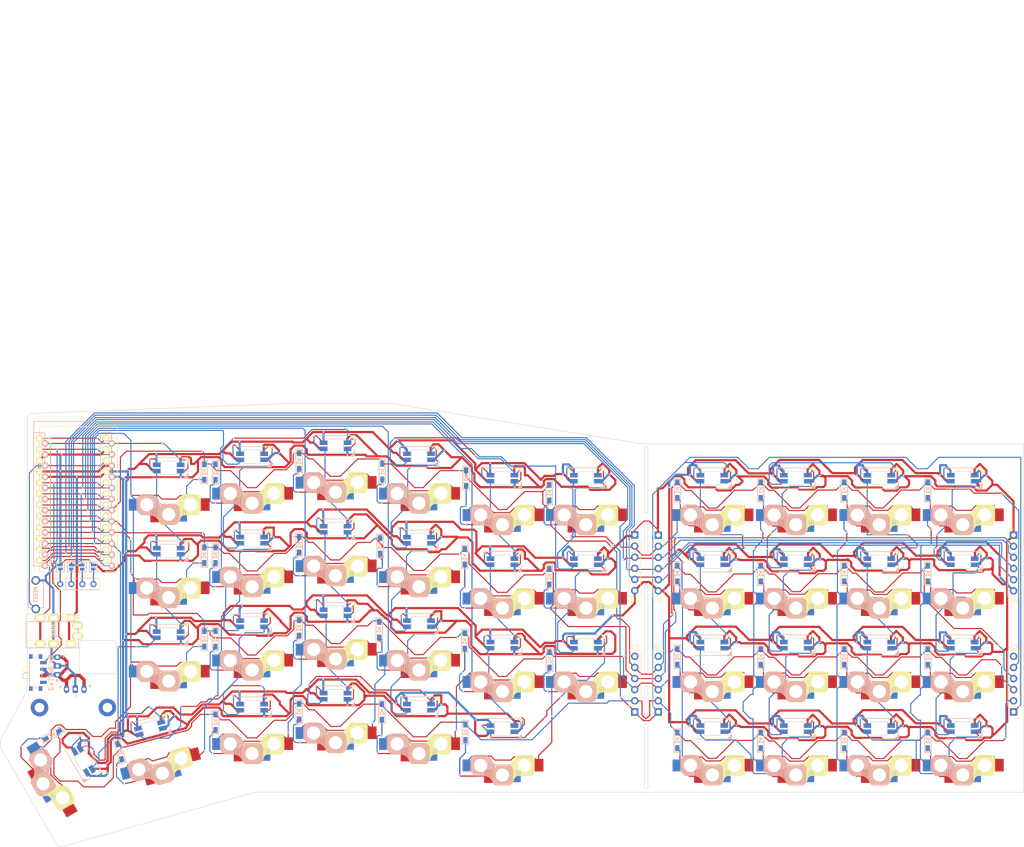
<source format=kicad_pcb>
(kicad_pcb (version 20241229) (generator "pcbnew") (generator_version "9.0")
  (layers (0 "F.Cu" signal) (2 "B.Cu" signal) (13 "F.Paste" user) (15 "B.Paste" user) (5 "F.SilkS" user "F.Silkscreen") (7 "B.SilkS" user "B.Silkscreen") (1 "F.Mask" user) (3 "B.Mask" user) (25 "Edge.Cuts" user))
  (net 0 "")
  (net 1 "Net-(D7-A)")
  (net 2 "Net-(D8-A)")
  (net 3 "Net-(D9-A)")
  (net 4 "Net-(D10-A)")
  (net 5 "Net-(D11-A)")
  (net 6 "Net-(D12-A)")
  (net 7 "Net-(D13-A)")
  (net 8 "Net-(D14-A)")
  (net 9 "Net-(D15-A)")
  (net 10 "Net-(D16-A)")
  (net 11 "Net-(D17-A)")
  (net 12 "Net-(D18-A)")
  (net 13 "Net-(D19-A)")
  (net 14 "Net-(D20-A)")
  (net 15 "Net-(D21-A)")
  (net 16 "Net-(D22-A)")
  (net 17 "Net-(D23-A)")
  (net 18 "Net-(D24-A)")
  (net 19 "Net-(D25-A)")
  (net 20 "Net-(D26-A)")
  (net 21 "VCC")
  (net 22 "col0")
  (net 23 "col1")
  (net 24 "col2")
  (net 25 "col3")
  (net 26 "col4")
  (net 27 "LED")
  (net 28 "RESET")
  (net 29 "Net-(D27-A)")
  (net 30 "Net-(D28-A)")
  (net 31 "Net-(D29-A)")
  (net 32 "Net-(D30-A)")
  (net 35 "Net-(JST_BATT1-Pin_2)")
  (net 36 "Net-(SW10B-DOUT)")
  (net 37 "Net-(SW13B-DIN)")
  (net 38 "Net-(SW14B-DOUT)")
  (net 39 "Net-(SW15B-DIN)")
  (net 40 "Net-(SW10B-DIN)")
  (net 41 "Net-(SW11B-DOUT)")
  (net 42 "Net-(SW12B-DIN)")
  (net 43 "Net-(SW13B-DOUT)")
  (net 44 "Net-(SW14B-DIN)")
  (net 45 "Net-(SW15B-DOUT)")
  (net 46 "Net-(SW16B-DIN)")
  (net 47 "Net-(SW17B-DOUT)")
  (net 48 "Net-(SW18B-DIN)")
  (net 49 "GND")
  (net 50 "Net-(SW19B-DOUT)")
  (net 51 "Net-(SW20B-DIN)")
  (net 52 "Net-(SW21B-DOUT)")
  (net 53 "row1")
  (net 54 "row2")
  (net 55 "row3")
  (net 56 "row4")
  (net 57 "SCL")
  (net 58 "SDA")
  (net 59 "Net-(SW22B-DIN)")
  (net 60 "Net-(SW23B-DOUT)")
  (net 61 "Net-(SW25B-DOUT)")
  (net 62 "Net-(SW26B-DOUT)")
  (net 64 "col5")
  (net 65 "Net-(SW8B-DOUT)")
  (net 66 "Net-(SW_BATT+1-A)")
  (net 67 "Net-(J3-P3)")
  (net 68 "Net-(J3-P2)")
  (net 69 "Net-(J3-P4)")
  (net 70 "Net-(J3-P1)")
  (net 71 "Net-(SW24B-DIN)")
  (net 72 "LEDCont")
  (net 73 "col9")
  (net 74 "col8")
  (net 75 "col7")
  (net 76 "DATA")
  (net 77 "col6")
  (net 78 "Net-(SW28B-DOUT)")
  (net 79 "Net-(D1-A)")
  (net 80 "Net-(D2-A)")
  (net 81 "Net-(D3-A)")
  (net 82 "Net-(D4-A)")
  (net 83 "Net-(D5-A)")
  (net 84 "Net-(D6-A)")
  (net 85 "Net-(D31-A)")
  (net 86 "Net-(D32-A)")
  (net 87 "Net-(D33-A)")
  (net 88 "Net-(D34-A)")
  (net 89 "Net-(D35-A)")
  (net 90 "Net-(D36-A)")
  (net 91 "Net-(D37-A)")
  (net 92 "Net-(D38-A)")
  (net 93 "Net-(D39-A)")
  (net 94 "Net-(D40-A)")
  (net 95 "Net-(SW1B-DOUT)")
  (net 96 "Net-(SW2B-DOUT)")
  (net 97 "Net-(SW3B-DOUT)")
  (net 98 "Net-(SW32B-DIN)")
  (net 99 "Net-(SW33B-DIN)")
  (net 100 "Net-(SW5B-DIN)")
  (net 101 "Net-(SW31B-DOUT)")
  (net 102 "Net-(SW31B-DIN)")
  (net 103 "Net-(SW33B-DOUT)")
  (net 104 "Net-(SW34B-DOUT)")
  (net 105 "Net-(SW35B-DOUT)")
  (net 106 "Net-(SW36B-DOUT)")
  (net 107 "Net-(SW37B-DIN)")
  (net 108 "End")
  (net 109 "Net-(SW38B-DIN)")
  (net 110 "Net-(SW39B-DIN)")
  (footprint "SofleKeyboard-footprint:HOLE_M2_TH" (layer "F.Cu") (at 34.77912 116.52 90)
    (property "Reference" "TH7" (hide yes))
    (property "Value" "HOLE" (hide yes))
  )
  (footprint "Aquila:ProMicro" (layer "F.Cu") (at 35.77912 69.79)
    (property "Reference" "U1" (hide yes))
    (property "Value" "ProMicro" (hide yes))
  )
  (footprint "SofleChoc:Jumper_small" (layer "F.Cu") (at 39.27912 84.41 90)
    (property "Reference" "JP1" (hide yes))
    (property "Value" "Jumper_NO_Small" (hide yes))
  )
  (footprint "SofleChoc:Jumper_small" (layer "F.Cu") (at 36.77912 84.47 90)
    (property "Reference" "JP2" (hide yes))
    (property "Value" "Jumper_NO_Small" (hide yes))
  )
  (footprint "SofleChoc:Jumper_small" (layer "F.Cu") (at 34.27912 84.41 90)
    (property "Reference" "JP3" (hide yes))
    (property "Value" "Jumper_NO_Small" (hide yes))
  )
  (footprint "Aquila:TACT_SWITCH_TVBP06" (layer "F.Cu") (at 26.15 90.75 -90)
    (property "Reference" "RSW1" (hide yes))
    (property "Value" "SW_RST" (hide yes))
  )
  (footprint "SofleChoc:crkbd-diode" (layer "F.Cu") (at 64.645 81.74736 -90)
    (property "Reference" "D13" (hide yes))
    (property "Value" "D" (hide yes))
  )
  (footprint "SofleChoc:crkbd-diode" (layer "F.Cu") (at 64.645 100.84736 -90)
    (property "Reference" "D19" (hide yes))
    (property "Value" "D" (hide yes))
  )
  (footprint "SofleChoc:crkbd-diode" (layer "F.Cu") (at 29.94912 122.77 -150)
    (property "Reference" "D25" (hide yes))
    (property "Value" "D" (hide yes))
  )
  (footprint "SofleChoc:crkbd-diode" (layer "F.Cu") (at 45.31912 126.58 -75)
    (property "Reference" "D26" (hide yes))
    (property "Value" "D" (hide yes))
  )
  (footprint "Aquila:Choc_Hotswap_SK6812MiniE_BiggerHSPads" (layer "F.Cu") (at 56.49 85.51736 180)
    (property "Reference" "SW13" (hide yes))
    (property "Value" "SW_PUSH_LED" (hide yes))
    (fp_line (start 1.8 6.249) (end 1.8 3.149) (stroke (width 0.12)) (layer "Edge.Cuts"))
    (fp_line (start 1.8 3.149) (end -1.8 3.149) (stroke (width 0.12)) (layer "Edge.Cuts"))
    (fp_line (start -1.8 6.249) (end 1.8 6.249) (stroke (width 0.12)) (layer "Edge.Cuts"))
    (fp_line (start -1.8 3.149) (end -1.8 6.249) (stroke (width 0.12)) (layer "Edge.Cuts"))
  )
  (footprint "Aquila:Choc_Hotswap_SK6812MiniE_BiggerHSPads" (layer "F.Cu") (at 75.54 83.01736 180)
    (property "Reference" "SW14" (hide yes))
    (property "Value" "SW_PUSH_LED" (hide yes))
    (fp_line (start 1.8 6.249) (end 1.8 3.149) (stroke (width 0.12)) (layer "Edge.Cuts"))
    (fp_line (start 1.8 3.149) (end -1.8 3.149) (stroke (width 0.12)) (layer "Edge.Cuts"))
    (fp_line (start -1.8 6.249) (end 1.8 6.249) (stroke (width 0.12)) (layer "Edge.Cuts"))
    (fp_line (start -1.8 3.149) (end -1.8 6.249) (stroke (width 0.12)) (layer "Edge.Cuts"))
  )
  (footprint "Aquila:Choc_Hotswap_SK6812MiniE_BiggerHSPads" (layer "F.Cu") (at 56.49 104.56736 180)
    (property "Reference" "SW19" (hide yes))
    (property "Value" "SW_PUSH_LED" (hide yes))
    (fp_line (start 1.8 6.249) (end 1.8 3.149) (stroke (width 0.12)) (layer "Edge.Cuts"))
    (fp_line (start 1.8 3.149) (end -1.8 3.149) (stroke (width 0.12)) (layer "Edge.Cuts"))
    (fp_line (start -1.8 6.249) (end 1.8 6.249) (stroke (width 0.12)) (layer "Edge.Cuts"))
    (fp_line (start -1.8 3.149) (end -1.8 6.249) (stroke (width 0.12)) (layer "Edge.Cuts"))
  )
  (footprint "Aquila:Choc_Hotswap_SK6812MiniE_BiggerHSPads" (layer "F.Cu") (at 94.59 99.56736 180)
    (property "Reference" "SW21" (hide yes))
    (property "Value" "SW_PUSH_LED" (hide yes))
    (fp_line (start 1.8 6.249) (end 1.8 3.149) (stroke (width 0.12)) (layer "Edge.Cuts"))
    (fp_line (start 1.8 3.149) (end -1.8 3.149) (stroke (width 0.12)) (layer "Edge.Cuts"))
    (fp_line (start -1.8 6.249) (end 1.8 6.249) (stroke (width 0.12)) (layer "Edge.Cuts"))
    (fp_line (start -1.8 3.149) (end -1.8 6.249) (stroke (width 0.12)) (layer "Edge.Cuts"))
  )
  (footprint "Aquila:Choc_Hotswap_SK6812MiniE_BiggerHSPads" (layer "F.Cu") (at 132.69 106.96736 180)
    (property "Reference" "SW23" (hide yes))
    (property "Value" "SW_PUSH_LED" (hide yes))
    (fp_line (start 1.8 6.249) (end 1.8 3.149) (stroke (width 0.12)) (layer "Edge.Cuts"))
    (fp_line (start 1.8 3.149) (end -1.8 3.149) (stroke (width 0.12)) (layer "Edge.Cuts"))
    (fp_line (start -1.8 6.249) (end 1.8 6.249) (stroke (width 0.12)) (layer "Edge.Cuts"))
    (fp_line (start -1.8 3.149) (end -1.8 6.249) (stroke (width 0.12)) (layer "Edge.Cuts"))
  )
  (footprint "Aquila:Choc_Hotswap_SK6812MiniE_BiggerHSPads" (layer "F.Cu") (at 53.53912 125.82 -165)
    (property "Reference" "SW26" (hide yes))
    (property "Value" "SW_PUSH_LED" (hide yes))
    (fp_line (start 1.8 6.249) (end 1.8 3.149) (stroke (width 0.12)) (layer "Edge.Cuts"))
    (fp_line (start 1.8 3.149) (end -1.8 3.149) (stroke (width 0.12)) (layer "Edge.Cuts"))
    (fp_line (start -1.8 6.249) (end 1.8 6.249) (stroke (width 0.12)) (layer "Edge.Cuts"))
    (fp_line (start -1.8 3.149) (end -1.8 6.249) (stroke (width 0.12)) (layer "Edge.Cuts"))
  )
  (footprint "SofleKeyboard-footprint:M2_HOLE_PCB" (layer "F.Cu") (at 27.00912 116.52)
    (property "Reference" "TH1" (hide yes))
    (property "Value" "HOLE")
  )
  (footprint "SofleChoc:Jumper_small" (layer "F.Cu") (at 31.77912 84.41226 90)
    (property "Reference" "JP4" (hide yes))
    (property "Value" "Jumper_NO_Small" (hide yes))
  )
  (footprint "Aquila:OLED_NICEVIEW_COMBO_HDR_5Pin" (layer "F.Cu") (at 36.79412 88.33)
    (property "Reference" "J3" (hide yes))
    (property "Value" "OLED")
  )
  (footprint "SofleKeyboard-footprint:M2_HOLE_PCB" (layer "F.Cu") (at 42.50912 116.52)
    (property "Reference" "TH2" (hide yes))
    (property "Value" "HOLE")
  )
  (footprint "Aquila:Choc_Hotswap_SK6812MiniE_BiggerHSPads" (layer "F.Cu") (at 75.53912 121.12 180)
    (property "Reference" "SW27" (hide yes))
    (property "Value" "SW_PUSH_LED" (hide yes))
    (fp_line (start 1.8 6.249) (end 1.8 3.149) (stroke (width 0.12)) (layer "Edge.Cuts"))
    (fp_line (start 1.8 3.149) (end -1.8 3.149) (stroke (width 0.12)) (layer "Edge.Cuts"))
    (fp_line (start -1.8 6.249) (end 1.8 6.249) (stroke (width 0.12)) (layer "Edge.Cuts"))
    (fp_line (start -1.8 3.149) (end -1.8 6.249) (stroke (width 0.12)) (layer "Edge.Cuts"))
  )
  (footprint "Aquila:Choc_Hotswap_SK6812MiniE_BiggerHSPads" (layer "F.Cu") (at 151.74 68.86736 180)
    (property "Reference" "SW12" (hide yes))
    (property "Value" "SW_PUSH_LED" (hide yes))
    (fp_line (start 1.8 6.249) (end 1.8 3.149) (stroke (width 0.12)) (layer "Edge.Cuts"))
    (fp_line (start 1.8 3.149) (end -1.8 3.149) (stroke (width 0.12)) (layer "Edge.Cuts"))
    (fp_line (start -1.8 6.249) (end 1.8 6.249) (stroke (width 0.12)) (layer "Edge.Cuts"))
    (fp_line (start -1.8 3.149) (end -1.8 6.249) (stroke (width 0.12)) (layer "Edge.Cuts"))
  )
  (footprint "Aquila:Choc_Hotswap_SK6812MiniE_BiggerHSPads" (layer "F.Cu") (at 151.74 87.91736 180)
    (property "Reference" "SW18" (hide yes))
    (property "Value" "SW_PUSH_LED" (hide yes))
    (fp_line (start 1.8 6.249) (end 1.8 3.149) (stroke (width 0.12)) (layer "Edge.Cuts"))
    (fp_line (start 1.8 3.149) (end -1.8 3.149) (stroke (width 0.12)) (layer "Edge.Cuts"))
    (fp_line (start -1.8 6.249) (end 1.8 6.249) (stroke (width 0.12)) (layer "Edge.Cuts"))
    (fp_line (start -1.8 3.149) (end -1.8 6.249) (stroke (width 0.12)) (layer "Edge.Cuts"))
  )
  (footprint "Aquila:Choc_Hotswap_SK6812MiniE_BiggerHSPads" (layer "F.Cu") (at 151.74 106.96736 180)
    (property "Reference" "SW24" (hide yes))
    (property "Value" "SW_PUSH_LED" (hide yes))
    (fp_line (start 1.8 6.249) (end 1.8 3.149) (stroke (width 0.12)) (layer "Edge.Cuts"))
    (fp_line (start 1.8 3.149) (end -1.8 3.149) (stroke (width 0.12)) (layer "Edge.Cuts"))
    (fp_line (start -1.8 6.249) (end 1.8 6.249) (stroke (width 0.12)) (layer "Edge.Cuts"))
    (fp_line (start -1.8 3.149) (end -1.8 6.249) (stroke (width 0.12)) (layer "Edge.Cuts"))
  )
  (footprint "SofleKeyboard-footprint:HOLE_M2_TH" (layer "F.Cu") (at 142.165 59.19236)
    (property "Reference" "TH4" (hide yes))
    (property "Value" "HOLE" (hide yes))
  )
  (footprint "SofleChoc:crkbd-diode" (layer "F.Cu") (at 64.645 62.74736 -90)
    (property "Reference" "D7" (hide yes))
    (property "Value" "D" (hide yes))
  )
  (footprint "SofleChoc:crkbd-diode" (layer "F.Cu") (at 67.185 62.74736 -90)
    (property "Reference" "D8" (hide yes))
    (property "Value" "D" (hide yes))
  )
  (footprint "SofleChoc:crkbd-diode" (layer "F.Cu") (at 86.285 60.23736 -90)
    (property "Reference" "D9" (hide yes))
    (property "Value" "D" (hide yes))
  )
  (footprint "SofleChoc:crkbd-diode" (layer "F.Cu") (at 105.285 62.64736 -90)
    (property "Reference" "D10" (hide yes))
    (property "Value" "D" (hide yes))
  )
  (footprint "SofleChoc:crkbd-diode" (layer "F.Cu") (at 124.37912 64.12 -90)
    (property "Reference" "D11" (hide yes))
    (property "Value" "D" (hide yes))
  )
  (footprint "SofleChoc:crkbd-diode" (layer "F.Cu") (at 143.385 67.44736 -90)
    (property "Reference" "D12" (hide yes))
    (property "Value" "D" (hide yes))
  )
  (footprint "Aquila:Choc_Hotswap_SK6812MiniE_BiggerHSPads" (layer "F.Cu") (at 75.54 63.96736 180)
    (property "Reference" "SW8" (hide yes))
    (property "Value" "SW_PUSH_LED" (hide yes))
    (fp_line (start 1.8 6.249) (end 1.8 3.149) (stroke (width 0.12)) (layer "Edge.Cuts"))
    (fp_line (start 1.8 3.149) (end -1.8 3.149) (stroke (width 0.12)) (layer "Edge.Cuts"))
    (fp_line (start -1.8 6.249) (end 1.8 6.249) (stroke (width 0.12)) (layer "Edge.Cuts"))
    (fp_line (start -1.8 3.149) (end -1.8 6.249) (stroke (width 0.12)) (layer "Edge.Cuts"))
  )
  (footprint "Aquila:Choc_Hotswap_SK6812MiniE_BiggerHSPads" (layer "F.Cu") (at 113.64 63.96736 180)
    (property "Reference" "SW10" (hide yes))
    (property "Value" "SW_PUSH_LED" (hide yes))
    (fp_line (start 1.8 6.249) (end 1.8 3.149) (stroke (width 0.12)) (layer "Edge.Cuts"))
    (fp_line (start 1.8 3.149) (end -1.8 3.149) (stroke (width 0.12)) (layer "Edge.Cuts"))
    (fp_line (start -1.8 6.249) (end 1.8 6.249) (stroke (width 0.12)) (layer "Edge.Cuts"))
    (fp_line (start -1.8 3.149) (end -1.8 6.249) (stroke (width 0.12)) (layer "Edge.Cuts"))
  )
  (footprint "Aquila:Choc_Hotswap_SK6812MiniE_BiggerHSPads" (layer "F.Cu") (at 94.59 61.46736 180)
    (property "Reference" "SW9" (hide yes))
    (property "Value" "SW_PUSH_LED" (hide yes))
    (fp_line (start 1.8 6.249) (end 1.8 3.149) (stroke (width 0.12)) (layer "Edge.Cuts"))
    (fp_line (start 1.8 3.149) (end -1.8 3.149) (stroke (width 0.12)) (layer "Edge.Cuts"))
    (fp_line (start -1.8 6.249) (end 1.8 6.249) (stroke (width 0.12)) (layer "Edge.Cuts"))
    (fp_line (start -1.8 3.149) (end -1.8 6.249) (stroke (width 0.12)) (layer "Edge.Cuts"))
  )
  (footprint "Aquila:Choc_Hotswap_SK6812MiniE_BiggerHSPads" (layer "F.Cu") (at 113.64 83.01736 180)
    (property "Reference" "SW16" (hide yes))
    (property "Value" "SW_PUSH_LED" (hide yes))
    (fp_line (start 1.8 6.249) (end 1.8 3.149) (stroke (width 0.12)) (layer "Edge.Cuts"))
    (fp_line (start 1.8 3.149) (end -1.8 3.149) (stroke (width 0.12)) (layer "Edge.Cuts"))
    (fp_line (start -1.8 6.249) (end 1.8 6.249) (stroke (width 0.12)) (layer "Edge.Cuts"))
    (fp_line (start -1.8 3.149) (end -1.8 6.249) (stroke (width 0.12)) (layer "Edge.Cuts"))
  )
  (footprint "Aquila:Choc_Hotswap_SK6812MiniE_BiggerHSPads" (layer "F.Cu") (at 56.49 66.51736 180)
    (property "Reference" "SW7" (hide yes))
    (property "Value" "SW_PUSH_LED" (hide yes))
    (fp_line (start 1.8 6.249) (end 1.8 3.149) (stroke (width 0.12)) (layer "Edge.Cuts"))
    (fp_line (start 1.8 3.149) (end -1.8 3.149) (stroke (width 0.12)) (layer "Edge.Cuts"))
    (fp_line (start -1.8 6.249) (end 1.8 6.249) (stroke (width 0.12)) (layer "Edge.Cuts"))
    (fp_line (start -1.8 3.149) (end -1.8 6.249) (stroke (width 0.12)) (layer "Edge.Cuts"))
  )
  (footprint "Aquila:Choc_Hotswap_SK6812MiniE_BiggerHSPads" (layer "F.Cu") (at 132.68912 126.02 180)
    (property "Reference" "SW30" (hide yes))
    (property "Value" "SW_PUSH_LED" (hide yes))
    (fp_line (start 1.8 6.249) (end 1.8 3.149) (stroke (width 0.12)) (layer "Edge.Cuts"))
    (fp_line (start 1.8 3.149) (end -1.8 3.149) (stroke (width 0.12)) (layer "Edge.Cuts"))
    (fp_line (start -1.8 6.249) (end 1.8 6.249) (stroke (width 0.12)) (layer "Edge.Cuts"))
    (fp_line (start -1.8 3.149) (end -1.8 6.249) (stroke (width 0.12)) (layer "Edge.Cuts"))
  )
  (footprint "Aquila:Choc_Hotswap_SK6812MiniE_BiggerHSPads" (layer "F.Cu") (at 132.69 68.86736 180)
    (property "Reference" "SW11" (hide yes))
    (property "Value" "SW_PUSH_LED" (hide yes))
    (fp_line (start 1.8 6.249) (end 1.8 3.149) (stroke (width 0.12)) (layer "Edge.Cuts"))
    (fp_line (start 1.8 3.149) (end -1.8 3.149) (stroke (width 0.12)) (layer "Edge.Cuts"))
    (fp_line (start -1.8 6.249) (end 1.8 6.249) (stroke (width 0.12)) (layer "Edge.Cuts"))
    (fp_line (start -1.8 3.149) (end -1.8 6.249) (stroke (width 0.12)) (layer "Edge.Cuts"))
  )
  (footprint "Aquila:Choc_Hotswap_SK6812MiniE_BiggerHSPads" (layer "F.Cu") (at 113.64 102.06736 180)
    (property "Reference" "SW22" (hide yes))
    (property "Value" "SW_PUSH_LED" (hide yes))
    (fp_line (start 1.8 6.249) (end 1.8 3.149) (stroke (width 0.12)) (layer "Edge.Cuts"))
    (fp_line (start 1.8 3.149) (end -1.8 3.149) (stroke (width 0.12)) (layer "Edge.Cuts"))
    (fp_line (start -1.8 6.249) (end 1.8 6.249) (stroke (width 0.12)) (layer "Edge.Cuts"))
    (fp_line (start -1.8 3.149) (end -1.8 6.249) (stroke (width 0.12)) (layer "Edge.Cuts"))
  )
  (footprint "Aquila:Choc_Hotswap_SK6812MiniE_BiggerHSPads" (layer "F.Cu") (at 132.69 87.91736 180)
    (property "Reference" "SW17" (hide yes))
    (property "Value" "SW_PUSH_LED" (hide yes))
    (fp_line (start 1.8 6.249) (end 1.8 3.149) (stroke (width 0.12)) (layer "Edge.Cuts"))
    (fp_line (start 1.8 3.149) (end -1.8 3.149) (stroke (width 0.12)) (layer "Edge.Cuts"))
    (fp_line (start -1.8 6.249) (end 1.8 6.249) (stroke (width 0.12)) (layer "Edge.Cuts"))
    (fp_line (start -1.8 3.149) (end -1.8 6.249) (stroke (width 0.12)) (layer "Edge.Cuts"))
  )
  (footprint "Aquila:Choc_Hotswap_SK6812MiniE_BiggerHSPads" (layer "F.Cu") (at 113.63912 121.12 180)
    (property "Reference" "SW29" (hide yes))
    (property "Value" "SW_PUSH_LED" (hide yes))
    (fp_line (start 1.8 6.249) (end 1.8 3.149) (stroke (width 0.12)) (layer "Edge.Cuts"))
    (fp_line (start 1.8 3.149) (end -1.8 3.149) (stroke (width 0.12)) (layer "Edge.Cuts"))
    (fp_line (start -1.8 6.249) (end 1.8 6.249) (stroke (width 0.12)) (layer "Edge.Cuts"))
    (fp_line (start -1.8 3.149) (end -1.8 6.249) (stroke (width 0.12)) (layer "Edge.Cuts"))
  )
  (footprint "Aquila:Choc_Hotswap_SK6812MiniE_BiggerHSPads" (layer "F.Cu") (at 94.59 80.51736 180)
    (property "Reference" "SW15" (hide yes))
    (property "Value" "SW_PUSH_LED" (hide yes))
    (fp_line (start 1.8 6.249) (end 1.8 3.149) (stroke (width 0.12)) (layer "Edge.Cuts"))
    (fp_line (start 1.8 3.149) (end -1.8 3.149) (stroke (width 0.12)) (layer "Edge.Cuts"))
    (fp_line (start -1.8 6.249) (end 1.8 6.249) (stroke (width 0.12)) (layer "Edge.Cuts"))
    (fp_line (start -1.8 3.149) (end -1.8 6.249) (stroke (width 0.12)) (layer "Edge.Cuts"))
  )
  (footprint "SofleChoc:crkbd-diode" (layer "F.Cu") (at 67.18912 119.85 -90)
    (property "Reference" "D27" (hide yes))
    (property "Value" "D" (hide yes))
  )
  (footprint "Aquila:Choc_Hotswap_SK6812MiniE_BiggerHSPads" (layer "F.Cu") (at 75.54 102.06736 180)
    (property "Reference" "SW20" (hide yes))
    (property "Value" "SW_PUSH_LED" (hide yes))
    (fp_line (start 1.8 6.249) (end 1.8 3.149) (stroke (width 0.12)) (layer "Edge.Cuts"))
    (fp_line (start 1.8 3.149) (end -1.8 3.149) (stroke (width 0.12)) (layer "Edge.Cuts"))
    (fp_line (start -1.8 6.249) (end 1.8 6.249) (stroke (width 0.12)) (layer "Edge.Cuts"))
    (fp_line (start -1.8 3.149) (end -1.8 6.249) (stroke (width 0.12)) (layer "Edge.Cuts"))
  )
  (footprint "SofleKeyboard-footprint:HOLE_M2_TH" (layer "F.Cu") (at 142.115 97.44236)
    (property "Reference" "TH6" (hide yes))
    (property "Value" "HOLE" (hide yes))
  )
  (footprint "SofleChoc:crkbd-diode" (layer "F.Cu") (at 86.285 79.33736 -90)
    (property "Reference" "D15" (hide yes))
    (property "Value" "D" (hide yes))
  )
  (footprint "SofleChoc:crkbd-diode" (layer "F.Cu") (at 104.77912 79.62 -90)
    (property "Reference" "D16" (hide yes))
    (property "Value" "D" (hide yes))
  )
  (footprint "SofleChoc:crkbd-diode" (layer "F.Cu") (at 124.07912 82.12 -90)
    (property "Reference" "D17" (hide yes))
    (property "Value" "D" (hide yes))
  )
  (footprint "SofleChoc:crkbd-diode" (layer "F.Cu") (at 143.385 86.64736 -90)
    (property "Reference" "D18" (hide yes))
    (property "Value" "D" (hide yes))
  )
  (footprint "SofleChoc:crkbd-diode" (layer "F.Cu") (at 86.28912 117.44 -90)
    (property "Reference" "D28" (hide yes))
    (property "Value" "D" (hide yes))
  )
  (footprint "SofleChoc:crkbd-diode" (layer "F.Cu") (at 105.17912 117.52 -90)
    (property "Reference" "D29" (hide yes))
    (property "Value" "D" (hide yes))
  )
  (footprint "SofleChoc:crkbd-diode" (layer "F.Cu") (at 143.435 105.64736 -90)
    (property "Reference" "D24" (hide yes))
    (property "Value" "D" (hide yes))
  )
  (footprint "SofleChoc:crkbd-diode" (layer "F.Cu") (at 67.185 100.84736 -90)
    (property "Reference" "D20" (hide yes))
    (property "Value" "D" (hide yes))
  )
  (footprint "SofleChoc:crkbd-diode" (layer "F.Cu") (at 86.285 98.33736 -90)
    (property "Reference" "D21" (hide yes))
    (property "Value" "D" (hide yes))
  )
  (footprint "SofleChoc:crkbd-diode" (layer "F.Cu") (at 104.57912 98.72 -90)
    (property "Reference" "D22" (hide yes))
    (property "Value" "D" (hide yes))
  )
  (footprint "SofleChoc:crkbd-diode" (layer "F.Cu") (at 124.07912 101.32 -90)
    (property "Reference" "D23" (hide yes))
    (property "Value" "D" (hide yes))
  )
  (footprint "SofleChoc:crkbd-diode" (layer "F.Cu") (at 67.185 81.74736 -90)
    (property "Reference" "D14" (hide yes))
    (property "Value" "D" (hide yes))
  )
  (footprint "SofleChoc:crkbd-diode" (layer "F.Cu") (at 124.24912 122.15 -90)
    (property "Reference" "D30" (hide yes))
    (property "Value" "D" (hide yes))
  )
  (footprint "Aquila:Choc_Hotswap_SK6812MiniE_BiggerHSPads" (layer "F.Cu") (at 94.58912 118.62 180)
    (property "Reference" "SW28" (hide yes))
    (property "Value" "SW_PUSH_LED" (hide yes))
    (fp_line (start 1.8 6.249) (end 1.8 3.149) (stroke (width 0.12)) (layer "Edge.Cuts"))
    (fp_line (start 1.8 3.149) (end -1.8 3.149) (stroke (width 0.12)) (layer "Edge.Cuts"))
    (fp_line (start -1.8 6.249) (end 1.8 6.249) (stroke (width 0.12)) (layer "Edge.Cuts"))
    (fp_line (start -1.8 3.149) (end -1.8 6.249) (stroke (width 0.12)) (layer "Edge.Cuts"))
  )
  (footprint "SofleKeyboard-footprint:HOLE_M2_TH" (layer "F.Cu") (at 66.25412 55.845)
    (property "Reference" "TH3" (hide yes))
    (property "Value" "HOLE" (hide yes))
  )
  (footprint "SofleKeyboard-footprint:HOLE_M2_TH" (layer "F.Cu") (at 66.34012 93.345)
    (property "Reference" "TH5" (hide yes))
    (property "Value" "HOLE" (hide yes))
  )
  (footprint "Aquila:Choc_Hotswap_SK6812MiniE_BiggerHSPads" (layer "F.Cu") (at 180.619122 68.86736 180)
    (property "Reference" "SW1" (hide yes))
    (property "Value" "SW_PUSH_LED" (hide yes))
    (fp_line (start 1.8 6.249) (end 1.8 3.149) (stroke (width 0.12)) (layer "Edge.Cuts"))
    (fp_line (start 1.8 3.149) (end -1.8 3.149) (stroke (width 0.12)) (layer "Edge.Cuts"))
    (fp_line (start -1.8 6.249) (end 1.8 6.249) (stroke (width 0.12)) (layer "Edge.Cuts"))
    (fp_line (start -1.8 3.149) (end -1.8 6.249) (stroke (width 0.12)) (layer "Edge.Cuts"))
  )
  (footprint "SofleChoc:crkbd-diode" (layer "F.Cu") (at 172.619117 124.01736 -90)
    (property "Reference" "D4" (hide yes))
    (property "Value" "D" (hide yes))
  )
  (footprint "Aquila:Choc_Hotswap_SK6812MiniE_BiggerHSPads" (layer "F.Cu") (at 199.669117 68.86736 180)
    (property "Reference" "SW5" (hide yes))
    (property "Value" "SW_PUSH_LED" (hide yes))
    (fp_line (start 1.8 6.249) (end 1.8 3.149) (stroke (width 0.12)) (layer "Edge.Cuts"))
    (fp_line (start 1.8 3.149) (end -1.8 3.149) (stroke (width 0.12)) (layer "Edge.Cuts"))
    (fp_line (start -1.8 6.249) (end 1.8 6.249) (stroke (width 0.12)) (layer "Edge.Cuts"))
    (fp_line (start -1.8 3.149) (end -1.8 6.249) (stroke (width 0.12)) (layer "Edge.Cuts"))
  )
  (footprint "SofleChoc:Pogo_2.54mm_6p" (layer "F.Cu") (at 168.25912 82.27264)
    (property "Reference" "U2")
    (property "Value" "~")
  )
  (footprint "SofleKeyboard-footprint:HOLE_M2_TH" (layer "F.Cu") (at 228.375 59.575)
    (property "Reference" "TH3" (hide yes))
    (property "Value" "HOLE" (hide yes))
  )
  (footprint "SofleChoc:crkbd-diode" (layer "F.Cu") (at 191.669117 66.86736 -90)
    (property "Reference" "D5" (hide yes))
    (property "Value" "D" (hide yes))
  )
  (footprint "SofleChoc:Pogo_2.54mm_6p" (layer "F.Cu") (at 162.88912 112.41264 180)
    (property "Reference" "U3")
    (property "Value" "~")
  )
  (footprint "SofleChoc:crkbd-diode" (layer "F.Cu") (at 191.669117 85.91736 -90)
    (property "Reference" "D6" (hide yes))
    (property "Value" "D" (hide yes))
  )
  (footprint "Aquila:Choc_Hotswap_SK6812MiniE_BiggerHSPads" (layer "F.Cu") (at 218.719117 106.96736 180)
    (property "Reference" "SW35" (hide yes))
    (property "Value" "SW_PUSH_LED" (hide yes))
    (fp_line (start 1.8 6.249) (end 1.8 3.149) (stroke (width 0.12)) (layer "Edge.Cuts"))
    (fp_line (start 1.8 3.149) (end -1.8 3.149) (stroke (width 0.12)) (layer "Edge.Cuts"))
    (fp_line (start -1.8 6.249) (end 1.8 6.249) (stroke (width 0.12)) (layer "Edge.Cuts"))
    (fp_line (start -1.8 3.149) (end -1.8 6.249) (stroke (width 0.12)) (layer "Edge.Cuts"))
  )
  (footprint "SofleChoc:crkbd-diode" (layer "F.Cu") (at 229.769117 85.91736 -90)
    (property "Reference" "D38" (hide yes))
    (property "Value" "D" (hide yes))
  )
  (footprint "SofleChoc:crkbd-diode" (layer "F.Cu") (at 191.669117 124.01736 -90)
    (property "Reference" "D32" (hide yes))
    (property "Value" "D" (hide yes))
  )
  (footprint "Aquila:JST_PH_S2B-PH-K_1x02_P2.00mm_DoubleSided" (layer "F.Cu") (at 30.97912 107.02 90)
    (property "Reference" "JST_BATT2" (hide yes))
    (property "Value" "Conn_01x02" (hide yes))
  )
  (footprint "SofleChoc:crkbd-diode" (layer "F.Cu") (at 210.719117 124.01736 -90)
    (property "Reference" "D36" (hide yes))
    (property "Value" "D" (hide yes))
  )
  (footprint "Aquila:Choc_Hotswap_SK6812MiniE_BiggerHSPads" (layer "F.Cu") (at 199.669117 106.96736 180)
    (property "Reference" "SW31" (hide yes))
    (property "Value" "SW_PUSH_LED" (hide yes))
    (fp_line (start 1.8 6.249) (end 1.8 3.149) (stroke (width 0.12)) (layer "Edge.Cuts"))
    (fp_line (start 1.8 3.149) (end -1.8 3.149) (stroke (width 0.12)) (layer "Edge.Cuts"))
    (fp_line (start -1.8 6.249) (end 1.8 6.249) (stroke (width 0.12)) (layer "Edge.Cuts"))
    (fp_line (start -1.8 3.149) (end -1.8 6.249) (stroke (width 0.12)) (layer "Edge.Cuts"))
  )
  (footprint "Aquila:Choc_Hotswap_SK6812MiniE_BiggerHSPads" (layer "F.Cu") (at 237.769117 106.96736 180)
    (property "Reference" "SW39" (hide yes))
    (property "Value" "SW_PUSH_LED" (hide yes))
    (fp_line (start 1.8 6.249) (end 1.8 3.149) (stroke (width 0.12)) (layer "Edge.Cuts"))
    (fp_line (start 1.8 3.149) (end -1.8 3.149) (stroke (width 0.12)) (layer "Edge.Cuts"))
    (fp_line (start -1.8 6.249) (end 1.8 6.249) (stroke (width 0.12)) (layer "Edge.Cuts"))
    (fp_line (start -1.8 3.149) (end -1.8 6.249) (stroke (width 0.12)) (layer "Edge.Cuts"))
  )
  (footprint "Aquila:Choc_Hotswap_SK6812MiniE_BiggerHSPads" (layer "F.Cu") (at 199.669117 87.91736 180)
    (property "Reference" "SW6" (hide yes))
    (property "Value" "SW_PUSH_LED" (hide yes))
    (fp_line (start 1.8 6.249) (end 1.8 3.149) (stroke (width 0.12)) (layer "Edge.Cuts"))
    (fp_line (start 1.8 3.149) (end -1.8 3.149) (stroke (width 0.12)) (layer "Edge.Cuts"))
    (fp_line (start -1.8 6.249) (end 1.8 6.249) (stroke (width 0.12)) (layer "Edge.Cuts"))
    (fp_line (start -1.8 3.149) (end -1.8 6.249) (stroke (width 0.12)) (layer "Edge.Cuts"))
  )
  (footprint "SofleChoc:Pogo_2.54mm_6p" (layer "F.Cu") (at 168.25912 112.41264 180)
    (property "Reference" "U5")
    (property "Value" "~")
  )
  (footprint "Aquila:Choc_Hotswap_SK6812MiniE_BiggerHSPads" (layer "F.Cu") (at 237.769117 126.01736 180)
    (property "Reference" "SW40" (hide yes))
    (property "Value" "SW_PUSH_LED" (hide yes))
    (fp_line (start 1.8 6.249) (end 1.8 3.149) (stroke (width 0.12)) (layer "Edge.Cuts"))
    (fp_line (start 1.8 3.149) (end -1.8 3.149) (stroke (width 0.12)) (layer "Edge.Cuts"))
    (fp_line (start -1.8 6.249) (end 1.8 6.249) (stroke (width 0.12)) (layer "Edge.Cuts"))
    (fp_line (start -1.8 3.149) (end -1.8 6.249) (stroke (width 0.12)) (layer "Edge.Cuts"))
  )
  (footprint "SofleChoc:Pogo_2.54mm_6p" (layer "F.Cu") (at 249.35912 112.41264 180)
    (property "Reference" "U7")
    (property "Value" "~")
  )
  (footprint "Aquila:Choc_Hotswap_SK6812MiniE_BiggerHSPads" (layer "F.Cu") (at 218.719117 68.86736 180)
    (property "Reference" "SW33" (hide yes))
    (property "Value" "SW_PUSH_LED" (hide yes))
    (fp_line (start 1.8 6.249) (end 1.8 3.149) (stroke (width 0.12)) (layer "Edge.Cuts"))
    (fp_line (start 1.8 3.149) (end -1.8 3.149) (stroke (width 0.12)) (layer "Edge.Cuts"))
    (fp_line (start -1.8 6.249) (end 1.8 6.249) (stroke (width 0.12)) (layer "Edge.Cuts"))
    (fp_line (start -1.8 3.149) (end -1.8 6.249) (stroke (width 0.12)) (layer "Edge.Cuts"))
  )
  (footprint "Aquila:Choc_Hotswap_SK6812MiniE_BiggerHSPads" (layer "F.Cu") (at 180.619117 126.01736 180)
    (property "Reference" "SW4" (hide yes))
    (property "Value" "SW_PUSH_LED" (hide yes))
    (fp_line (start 1.8 6.249) (end 1.8 3.149) (stroke (width 0.12)) (layer "Edge.Cuts"))
    (fp_line (start 1.8 3.149) (end -1.8 3.149) (stroke (width 0.12)) (layer "Edge.Cuts"))
    (fp_line (start -1.8 6.249) (end 1.8 6.249) (stroke (width 0.12)) (layer "Edge.Cuts"))
    (fp_line (start -1.8 3.149) (end -1.8 6.249) (stroke (width 0.12)) (layer "Edge.Cuts"))
  )
  (footprint "Aquila:Choc_Hotswap_SK6812MiniE_BiggerHSPads" (layer "F.Cu") (at 237.769117 87.91736 180)
    (property "Reference" "SW38" (hide yes))
    (property "Value" "SW_PUSH_LED" (hide yes))
    (fp_line (start 1.8 6.249) (end 1.8 3.149) (stroke (width 0.12)) (layer "Edge.Cuts"))
    (fp_line (start 1.8 3.149) (end -1.8 3.149) (stroke (width 0.12)) (layer "Edge.Cuts"))
    (fp_line (start -1.8 6.249) (end 1.8 6.249) (stroke (width 0.12)) (layer "Edge.Cuts"))
    (fp_line (start -1.8 3.149) (end -1.8 6.249) (stroke (width 0.12)) (layer "Edge.Cuts"))
  )
  (footprint "SofleChoc:crkbd-diode" (layer "F.Cu") (at 191.669117 104.96736 -90)
    (property "Reference" "D31" (hide yes))
    (property "Value" "D" (hide yes))
  )
  (footprint "SofleChoc:Pogo_2.54mm_6p" (layer "F.Cu") (at 162.88912 82.22264)
    (property "Reference" "U4")
    (property "Value" "~")
  )
  (footprint "Aquila:Choc_Hotswap_SK6812MiniE_BiggerHSPads" (layer "F.Cu") (at 218.719117 87.91736 180)
    (property "Reference" "SW34" (hide yes))
    (property "Value" "SW_PUSH_LED" (hide yes))
    (fp_line (start 1.8 6.249) (end 1.8 3.149) (stroke (width 0.12)) (layer "Edge.Cuts"))
    (fp_line (start 1.8 3.149) (end -1.8 3.149) (stroke (width 0.12)) (layer "Edge.Cuts"))
    (fp_line (start -1.8 6.249) (end 1.8 6.249) (stroke (width 0.12)) (layer "Edge.Cuts"))
    (fp_line (start -1.8 3.149) (end -1.8 6.249) (stroke (width 0.12)) (layer "Edge.Cuts"))
  )
  (footprint "Button_Switch_SMD:SW_SPDT_PCM12" (layer "F.Cu") (at 26.46412 108.52 -90)
    (property "Reference" "SW_BATT+1")
    (property "Value" "SW_SPST")
  )
  (footprint "Aquila:Choc_Hotswap_SK6812MiniE_BiggerHSPads" (layer "F.Cu") (at 180.619121 87.91736 180)
    (property "Reference" "SW2" (hide yes))
    (property "Value" "SW_PUSH_LED" (hide yes))
    (fp_line (start 1.8 6.249) (end 1.8 3.149) (stroke (width 0.12)) (layer "Edge.Cuts"))
    (fp_line (start 1.8 3.149) (end -1.8 3.149) (stroke (width 0.12)) (layer "Edge.Cuts"))
    (fp_line (start -1.8 6.249) (end 1.8 6.249) (stroke (width 0.12)) (layer "Edge.Cuts"))
    (fp_line (start -1.8 3.149) (end -1.8 6.249) (stroke (width 0.12)) (layer "Edge.Cuts"))
  )
  (footprint "SofleChoc:crkbd-diode" (layer "F.Cu") (at 172.619117 104.96736 -90)
    (property "Reference" "D3" (hide yes))
    (property "Value" "D" (hide yes))
  )
  (footprint "SofleKeyboard-footprint:HOLE_M2_TH" (layer "F.Cu") (at 189.975 59.575)
    (property "Reference" "TH3" (hide yes))
    (property "Value" "HOLE" (hide yes))
  )
  (footprint "SofleChoc:crkbd-diode" (layer "F.Cu") (at 229.769117 66.86736 -90)
    (property "Reference" "D37" (hide yes))
    (property "Value" "D" (hide yes))
  )
  (footprint "SofleChoc:crkbd-diode" (layer "F.Cu") (at 229.769117 124.01736 -90)
    (property "Reference" "D40" (hide yes))
    (property "Value" "D" (hide yes))
  )
  (footprint "SofleKeyboard-footprint:HOLE_M2_TH" (layer "F.Cu") (at 190.075 116.375)
    (property "Reference" "TH3" (hide yes))
    (property "Value" "HOLE" (hide yes))
  )
  (footprint "Aquila:JST_PH_S2B-PH-K_1x02_P2.00mm_DoubleSided" (layer "F.Cu") (at 35.17912 112.42 180)
    (property "Reference" "JST_BATT1" (hide yes))
    (property "Value" "Conn_01x02" (hide yes))
  )
  (footprint "SofleChoc:crkbd-diode" (layer "F.Cu") (at 172.619117 85.91736 -90)
    (property "Reference" "D2" (hide yes))
    (property "Value" "D" (hide yes))
  )
  (footprint "SofleChoc:crkbd-diode" (layer "F.Cu") (at 210.719117 85.91736 -90)
    (property "Reference" "D34" (hide yes))
    (property "Value" "D" (hide yes))
  )
  (footprint "SofleChoc:crkbd-diode" (layer "F.Cu") (at 210.719117 104.96736 -90)
    (property "Reference" "D35" (hide yes))
    (property "Value" "D" (hide yes))
  )
  (footprint "SofleChoc:Pogo_2.54mm_6p" (layer "F.Cu") (at 249.35912 82.27264)
    (property "Reference" "U6")
    (property "Value" "~")
  )
  (footprint "SofleChoc:crkbd-diode" (layer "F.Cu") (at 210.719117 66.86736 -90)
    (property "Reference" "D33" (hide yes))
    (property "Value" "D" (hide yes))
  )
  (footprint "Aquila:Choc_Hotswap_SK6812MiniE_BiggerHSPads" (layer "F.Cu") (at 32.961237 130.951429 120)
    (property "Reference" "SW25" (hide yes))
    (property "Value" "SW_PUSH_LED" (hide yes))
    (fp_line (start 1.8 3.149) (end -1.8 3.149) (stroke (width 0.12)) (layer "Edge.Cuts"))
    (fp_line (start -1.8 3.149) (end -1.8 6.249) (stroke (width 0.12)) (layer "Edge.Cuts"))
    (fp_line (start 1.8 6.249) (end 1.8 3.149) (stroke (width 0.12)) (layer "Edge.Cuts"))
    (fp_line (start -1.8 6.249) (end 1.8 6.249) (stroke (width 0.12)) (layer "Edge.Cuts"))
  )
  (footprint "SofleChoc:crkbd-diode" (layer "F.Cu") (at 172.619117 66.86736 -90)
    (property "Reference" "D1" (hide yes))
    (property "Value" "D" (hide yes))
  )
  (footprint "Aquila:Choc_Hotswap_SK6812MiniE_BiggerHSPads" (layer "F.Cu") (at 237.769117 68.86736 180)
    (property "Reference" "SW37" (hide yes))
    (property "Value" "SW_PUSH_LED" (hide yes))
    (fp_line (start 1.8 6.249) (end 1.8 3.149) (stroke (width 0.12)) (layer "Edge.Cuts"))
    (fp_line (start 1.8 3.149) (end -1.8 3.149) (stroke (width 0.12)) (layer "Edge.Cuts"))
    (fp_line (start -1.8 6.249) (end 1.8 6.249) (stroke (width 0.12)) (layer "Edge.Cuts"))
    (fp_line (start -1.8 3.149) (end -1.8 6.249) (stroke (width 0.12)) (layer "Edge.Cuts"))
  )
  (footprint "Aquila:MJ-4PP-9" (layer "F.Cu") (at 23.87912 98.145 90)
    (property "Reference" "J1")
    (property "Value" "4PIN" (hide yes))
  )
  (footprint "Aquila:Choc_Hotswap_SK6812MiniE_BiggerHSPads" (layer "F.Cu") (at 180.61912 106.96736 180)
    (property "Reference" "SW3" (hide yes))
    (property "Value" "SW_PUSH_LED" (hide yes))
    (fp_line (start 1.8 6.249) (end 1.8 3.149) (stroke (width 0.12)) (layer "Edge.Cuts"))
    (fp_line (start 1.8 3.149) (end -1.8 3.149) (stroke (width 0.12)) (layer "Edge.Cuts"))
    (fp_line (start -1.8 6.249) (end 1.8 6.249) (stroke (width 0.12)) (layer "Edge.Cuts"))
    (fp_line (start -1.8 3.149) (end -1.8 6.249) (stroke (width 0.12)) (layer "Edge.Cuts"))
  )
  (footprint "Aquila:Choc_Hotswap_SK6812MiniE_BiggerHSPads" (layer "F.Cu") (at 199.669117 126.01736 180)
    (property "Reference" "SW32" (hide yes))
    (property "Value" "SW_PUSH_LED" (hide yes))
    (fp_line (start 1.8 6.249) (end 1.8 3.149) (stroke (width 0.12)) (layer "Edge.Cuts"))
    (fp_line (start 1.8 3.149) (end -1.8 3.149) (stroke (width 0.12)) (layer "Edge.Cuts"))
    (fp_line (start -1.8 6.249) (end 1.8 6.249) (stroke (width 0.12)) (layer "Edge.Cuts"))
    (fp_line (start -1.8 3.149) (end -1.8 6.249) (stroke (width 0.12)) (layer "Edge.Cuts"))
  )
  (footprint "SofleKeyboard-footprint:HOLE_M2_TH" (layer "F.Cu") (at 228.325 116.775)
    (property "Reference" "TH3" (hide yes))
    (property "Value" "HOLE" (hide yes))
  )
  (footprint "Aquila:Choc_Hotswap_SK6812MiniE_BiggerHSPads" (layer "F.Cu") (at 218.719117 126.01736 180)
    (property "Reference" "SW36" (hide yes))
    (property "Value" "SW_PUSH_LED" (hide yes))
    (fp_line (start 1.8 6.249) (end 1.8 3.149) (stroke (width 0.12)) (layer "Edge.Cuts"))
    (fp_line (start 1.8 3.149) (end -1.8 3.149) (stroke (width 0.12)) (layer "Edge.Cuts"))
    (fp_line (start -1.8 6.249) (end 1.8 6.249) (stroke (width 0.12)) (layer "Edge.Cuts"))
    (fp_line (start -1.8 3.149) (end -1.8 6.249) (stroke (width 0.12)) (layer "Edge.Cuts"))
  )
  (footprint "SofleChoc:crkbd-diode" (layer "F.Cu") (at 229.769117 104.96736 -90)
    (property "Reference" "D39" (hide yes))
    (property "Value" "D" (hide yes))
  )
  (footprint "SofleChoc:Jumper_small" (layer "B.Cu") (at 34.269119 84.41 90)
    (property "Reference" "JP7" (hide yes))
    (property "Value" "Jumper_NO_Small" (hide yes))
  )
  (footprint "SofleChoc:Jumper_small" (layer "B.Cu") (at 31.77912 84.41 90)
    (property "Reference" "JP8" (hide yes))
    (property "Value" "Jumper_NO_Small" (hide yes))
  )
  (footprint "SofleChoc:Jumper_small" (layer "B.Cu") (at 36.769119 84.47 90)
    (property "Reference" "JP6" (hide yes))
    (property "Value" "Jumper_NO_Small" (hide yes))
  )
  (footprint "SofleChoc:Jumper_small" (layer "B.Cu") (at 39.269119 84.41 90)
    (property "Reference" "JP5" (hide yes))
    (property "Value" "Jumper_NO_Small" (hide yes))
  )
  (footprint "Button_Switch_SMD:SW_SPDT_PCM12" (layer "B.Cu") (at 26.46412 108.52 90)
    (property "Reference" "SW_BATT+2")
    (property "Value" "SW_SPST")
  )
  (gr_line (start 25.141541 49.375984) (end 25.569416 49.384057) (stroke (width 0.1)) (layer "Edge.Cuts"))
  (gr_line (start 24.925297 49.443114) (end 25.141541 49.375984) (stroke (width 0.1)) (layer "Edge.Cuts"))
  (gr_line (start 24.14 112.46736) (end 23.94 113.06736) (stroke (width 0.1)) (layer "Edge.Cuts"))
  (gr_line (start 18.04 124.31736) (end 18.14 123.81736) (stroke (width 0.1)) (layer "Edge.Cuts"))
  (gr_line (start 24.215257 111.81736) (end 24.14 112.46736) (stroke (width 0.1)) (layer "Edge.Cuts"))
  (gr_line (start 24.418451 49.860496) (end 24.55912 49.69) (stroke (width 0.1)) (layer "Edge.Cuts"))
  (gr_line (start 24.215257 50.519661) (end 24.245118 50.27243) (stroke (width 0.1)) (layer "Edge.Cuts"))
  (gr_line (start 24.312238 50.056183) (end 24.418451 49.860496) (stroke (width 0.1)) (layer "Edge.Cuts"))
  (gr_line (start 18.14 123.81736) (end 23.94 113.06736) (stroke (width 0.1)) (layer "Edge.Cuts"))
  (gr_line (start 24.729613 49.549329) (end 24.925297 49.443114) (stroke (width 0.1)) (layer "Edge.Cuts"))
  (gr_line (start 24.55912 49.69) (end 24.729613 49.549329) (stroke (width 0.1)) (layer "Edge.Cuts"))
  (gr_line (start 24.245118 50.27243) (end 24.312238 50.056183) (stroke (width 0.1)) (layer "Edge.Cuts"))
  (gr_line (start 30.88412 147.73) (end 18.24 125.81736) (stroke (width 0.1)) (layer "Edge.Cuts"))
  (gr_line (start 107.03412 47.06) (end 164.8 56.35) (stroke (width 0.1)) (layer "Edge.Cuts"))
  (gr_line (start 30.88412 147.73) (end 31.23412 148.03) (stroke (width 0.1)) (layer "Edge.Cuts"))
  (gr_line (start 18.24 125.81736) (end 18.09 125.31736) (stroke (width 0.1)) (layer "Edge.Cuts"))
  (gr_line (start 18.04 124.71736) (end 18.04 124.31736) (stroke (width 0.1)) (layer "Edge.Cuts"))
  (gr_line (start 31.68412 148.18) (end 32.23412 148.28) (stroke (width 0.1)) (layer "Edge.Cuts"))
  (gr_line (start 18.09 125.31736) (end 18.04 124.71736) (stroke (width 0.1)) (layer "Edge.Cuts"))
  (gr_line (start 31.23412 148.03) (end 31.68412 148.18) (stroke (width 0.1)) (layer "Edge.Cuts"))
  (gr_line (start 164.8 135.83713) (end 76.165533 135.823681) (stroke (width 0.1)) (layer "Edge.Cuts"))
  (gr_line (start 85.08412 47.06) (end 107.03412 47.06) (stroke (width 0.1)) (layer "Edge.Cuts"))
  (gr_line (start 76.165533 135.823681) (end 32.23412 148.28) (stroke (width 0.1)) (layer "Edge.Cuts"))
  (gr_line (start 164.8 56.35) (end 251.71 56.35) (stroke (width 0.1)) (layer "Edge.Cuts"))
  (gr_line (start 165.90912 120.652635) (end 165.90912 128.68264) (stroke (width 0.1)) (layer "Edge.Cuts"))
  (gr_line (start 165.90912 102.222635) (end 165.909119 108.27264) (stroke (width 0.1)) (layer "Edge.Cuts"))
  (gr_arc (start 165.90912 118.16264) (mid 165.50912 118.56264) (end 165.10912 118.16264) (stroke (width 0.1)) (layer "Edge.Cuts"))
  (gr_line (start 24.215257 111.81736) (end 24.215257 50.519661) (stroke (width 0.1)) (layer "Edge.Cuts"))
  (gr_arc (start 165.10912 57.26264) (mid 165.50912 56.86264) (end 165.90912 57.26264) (stroke (width 0.1)) (layer "Edge.Cuts"))
  (gr_line (start 165.10912 102.222635) (end 165.109119 108.27264) (stroke (width 0.1)) (layer "Edge.Cuts"))
  (gr_line (start 251.71 56.35) (end 251.71 135.83713) (stroke (width 0.1)) (layer "Edge.Cuts"))
  (gr_line (start 165.10912 88.802635) (end 165.10912 102.222635) (stroke (width 0.1)) (layer "Edge.Cuts"))
  (gr_line (start 165.10912 120.652635) (end 165.10912 128.68264) (stroke (width 0.1)) (layer "Edge.Cuts"))
  (gr_arc (start 165.10912 88.802635) (mid 165.50912 88.402635) (end 165.90912 88.802635) (stroke (width 0.1)) (layer "Edge.Cuts"))
  (gr_arc (start 165.10912 74.747637) (mid 165.50912 74.347637) (end 165.90912 74.747637) (stroke (width 0.1)) (layer "Edge.Cuts"))
  (gr_arc (start 165.90912 71.61264) (mid 165.50912 72.01264) (end 165.10912 71.61264) (stroke (width 0.1)) (layer "Edge.Cuts"))
  (gr_line (start 165.10912 128.68264) (end 165.109119 134.732645) (stroke (width 0.1)) (layer "Edge.Cuts"))
  (gr_line (start 85.08412 47.06) (end 25.569416 49.384057) (stroke (width 0.1)) (layer "Edge.Cuts"))
  (gr_arc (start 165.10912 120.652635) (mid 165.50912 120.252635) (end 165.90912 120.652635) (stroke (width 0.1)) (layer "Edge.Cuts"))
  (gr_line (start 165.90912 74.747637) (end 165.909119 80.797642) (stroke (width 0.1)) (layer "Edge.Cuts"))
  (gr_poly (pts (xy 44.561473 108.3) (xy 44.561473 101.8) (xy 44.461473 101.4) (xy 44.111473 101.2) (xy 36.561473 101.2) (xy 36.261473 101.4) (xy 36.161473 101.8) (xy 36.161473 108.3) (xy 36.261473 108.6) (xy 36.461473 108.8) (xy 44.261473 108.8) (xy 44.461473 108.6)) (stroke (width 0.1)) (fill no) (layer "Edge.Cuts"))
  (gr_line (start 165.10912 74.747637) (end 165.109119 80.797642) (stroke (width 0.1)) (layer "Edge.Cuts"))
  (gr_line (start 165.10912 112.112635) (end 165.109119 118.16264) (stroke (width 0.1)) (layer "Edge.Cuts"))
  (gr_arc (start 165.90912 80.797642) (mid 165.50912 81.197642) (end 165.10912 80.797642) (stroke (width 0.1)) (layer "Edge.Cuts"))
  (gr_line (start 164.8 135.83713) (end 251.71 135.83713) (stroke (width 0.1)) (layer "Edge.Cuts"))
  (gr_line (start 165.90912 88.802635) (end 165.90912 102.222635) (stroke (width 0.1)) (layer "Edge.Cuts"))
  (gr_line (start 165.90912 128.68264) (end 165.909119 134.732645) (stroke (width 0.1)) (layer "Edge.Cuts"))
  (gr_arc (start 165.90912 134.732645) (mid 165.50912 135.132645) (end 165.10912 134.732645) (stroke (width 0.1)) (layer "Edge.Cuts"))
  (gr_arc (start 165.10912 112.112635) (mid 165.50912 111.712635) (end 165.90912 112.112635) (stroke (width 0.1)) (layer "Edge.Cuts"))
  (gr_line (start 165.10912 57.26264) (end 165.10912 65.562635) (stroke (width 0.1)) (layer "Edge.Cuts"))
  (gr_line (start 165.90912 65.562635) (end 165.909119 71.61264) (stroke (width 0.1)) (layer "Edge.Cuts"))
  (gr_arc (start 165.90912 108.27264) (mid 165.50912 108.67264) (end 165.10912 108.27264) (stroke (width 0.1)) (layer "Edge.Cuts"))
  (gr_line (start 165.90912 57.26264) (end 165.90912 65.562635) (stroke (width 0.1)) (layer "Edge.Cuts"))
  (gr_line (start 165.10912 65.562635) (end 165.109119 71.61264) (stroke (width 0.1)) (layer "Edge.Cuts"))
  (gr_line (start 165.90912 112.112635) (end 165.909119 118.16264) (stroke (width 0.1)) (layer "Edge.Cuts"))
  (gr_text "+" (at 31.79912 111.68 0) (layer "F.SilkS") (effects (font (size 1 1))))
  (gr_text "+" (at 38.48912 111.55 90) (layer "F.SilkS") (effects (font (size 1 1))))
  (gr_text "-" (at 33.06912 106.26 0) (layer "F.SilkS") (effects (font (size 1 1))))
  (gr_text "-" (at 35.11261 108.367204 90) (layer "F.SilkS") (effects (font (size 1 1))))
  (gr_text "+" (at 33.05261 108.367204 90) (layer "F.SilkS") (effects (font (size 1 1))))
  (gr_text "+" (at 33.03912 104.3 0) (layer "F.SilkS") (effects (font (size 1 1))))
  (gr_text "+" (at 31.74912 111.77 90) (layer "B.SilkS") (effects (font (size 1 1))))
  (gr_text "-" (at 35.31912 113.78 90) (layer "B.SilkS") (effects (font (size 1 1))))
  (gr_text "+" (at 32.52912 104.77 0) (layer "B.SilkS") (effects (font (size 1 1))))
  (gr_text "-" (at 32.52912 107.02 0) (layer "B.SilkS") (effects (font (size 1 1))))
  (gr_text "+" (at 38.47912 111.56 90) (layer "B.SilkS") (effects (font (size 1 1))))
  (gr_text "+" (at 31.01912 110.28 0) (layer "B.SilkS") (effects (font (size 1 1))))
  (segment (start 53.64 72.35386) (end 53.64 71.28886) (width 0.25) (layer "F.Cu") (net 1))
  (segment (start 53.64 71.28886) (end 54.614 70.31486) (width 0.25) (layer "F.Cu") (net 1))
  (segment (start 63.41102 64.45586) (end 63.40294 64.46394) (width 0.25) (layer "F.Cu") (net 1))
  (segment (start 64.645 64.45586) (end 63.41102 64.45586) (width 0.25) (layer "F.Cu") (net 1))
  (via (at 54.614 70.31486) (size 0.4) (drill 0.3) (layers "F.Cu" "B.Cu") (net 1))
  (via (at 63.40294 64.46394) (size 0.4) (drill 0.3) (layers "F.Cu" "B.Cu") (net 1))
  (segment (start 55.066 70.31486) (end 58.368 70.31486) (width 0.25) (layer "B.Cu") (net 1))
  (segment (start 55.066 70.31486) (end 54.614 70.31486) (width 0.25) (layer "B.Cu") (net 1))
  (segment (start 58.368 70.31486) (end 59.24 71.18686) (width 0.25) (layer "B.Cu") (net 1))
  (segment (start 59.24 71.18686) (end 59.24 72.35386) (width 0.25) (layer "B.Cu") (net 1))
  (segment (start 59.24 72.35386) (end 59.24 69.35886) (width 0.25) (layer "B.Cu") (net 1))
  (segment (start 59.24 69.35886) (end 60.581 68.01786) (width 0.25) (layer "B.Cu") (net 1))
  (segment (start 60.581 68.01786) (end 60.581 65.98586) (width 0.25) (layer "B.Cu") (net 1))
  (segment (start 62.10292 64.46394) (end 60.581 65.98586) (width 0.25) (layer "B.Cu") (net 1))
  (segment (start 63.40294 64.46394) (end 62.10292 64.46394) (width 0.25) (layer "B.Cu") (net 1))
  (segment (start 63.41102 64.45586) (end 63.40294 64.46394) (width 0.25) (layer "B.Cu") (net 1))
  (segment (start 64.645 64.45586) (end 63.41102 64.45586) (width 0.25) (layer "B.Cu") (net 1))
  (segment (start 72.7265 69.85386) (end 72.74 69.86736) (width 0.25) (layer "F.Cu") (net 2))
  (segment (start 67.17912 69.82) (end 67.21298 69.85386) (width 0.25) (layer "F.Cu") (net 2))
  (segment (start 67.21298 69.85386) (end 72.7265 69.85386) (width 0.25) (layer "F.Cu") (net 2))
  (segment (start 72.74 69.86736) (end 72.74 68.68886) (width 0.25) (layer "F.Cu") (net 2))
  (segment (start 66.87912 64.63474) (end 67.185 64.32886) (width 0.25) (layer "F.Cu") (net 2))
  (segment (start 72.74 68.68886) (end 73.614 67.81486) (width 0.25) (layer "F.Cu") (net 2))
  (segment (start 66.87912 65.70586) (end 66.87912 64.63474) (width 0.25) (layer "F.Cu") (net 2))
  (via (at 73.614 67.81486) (size 0.4) (drill 0.3) (layers "F.Cu" "B.Cu") (net 2))
  (via (at 67.17912 69.82) (size 0.4) (drill 0.3) (layers "F.Cu" "B.Cu") (net 2))
  (via (at 66.87912 65.70586) (size 0.4) (drill 0.3) (layers "F.Cu" "B.Cu") (net 2))
  (segment (start 74.066 67.81486) (end 77.368 67.81486) (width 0.25) (layer "B.Cu") (net 2))
  (segment (start 78.24 68.68686) (end 78.24 69.85386) (width 0.25) (layer "B.Cu") (net 2))
  (segment (start 77.368 67.81486) (end 78.24 68.68686) (width 0.25) (layer "B.Cu") (net 2))
  (segment (start 74.066 67.81486) (end 73.614 67.81486) (width 0.25) (layer "B.Cu") (net 2))
  (segment (start 66.363618 69.82) (end 67.17912 69.82) (width 0.25) (layer "B.Cu") (net 2))
  (segment (start 66.87912 65.70586) (end 66.192478 65.70586) (width 0.25) (layer "B.Cu") (net 2))
  (segment (start 66.192478 65.70586) (end 65.97912 65.919218) (width 0.25) (layer "B.Cu") (net 2))
  (segment (start 66.87912 65.70586) (end 66.87912 64.63474) (width 0.25) (layer "B.Cu") (net 2))
  (segment (start 66.87912 64.63474) (end 67.185 64.32886) (width 0.25) (layer "B.Cu") (net 2))
  (segment (start 65.97912 65.919218) (end 65.97912 69.435502) (width 0.25) (layer "B.Cu") (net 2))
  (segment (start 65.97912 69.435502) (end 66.363618 69.82) (width 0.25) (layer "B.Cu") (net 2))
  (segment (start 85.97912 63.20586) (end 85.97912 62.13474) (width 0.25) (layer "F.Cu") (net 3))
  (segment (start 91.79 67.36736) (end 91.79 66.23886) (width 0.25) (layer "F.Cu") (net 3))
  (segment (start 86.07912 67.32) (end 86.11298 67.35386) (width 0.25) (layer "F.Cu") (net 3))
  (segment (start 91.79 66.23886) (end 92.714 65.31486) (width 0.25) (layer "F.Cu") (net 3))
  (segment (start 91.7765 67.35386) (end 91.79 67.36736) (width 0.25) (layer "F.Cu") (net 3))
  (segment (start 85.97912 62.13474) (end 86.285 61.82886) (width 0.25) (layer "F.Cu") (net 3))
  (segment (start 86.11298 67.35386) (end 91.7765 67.35386) (width 0.25) (layer "F.Cu") (net 3))
  (via (at 92.714 65.31486) (size 0.4) (drill 0.3) (layers "F.Cu" "B.Cu") (net 3))
  (via (at 86.07912 67.32) (size 0.4) (drill 0.3) (layers "F.Cu" "B.Cu") (net 3))
  (via (at 85.97912 63.20586) (size 0.4) (drill 0.3) (layers "F.Cu" "B.Cu") (net 3))
  (segment (start 93.166 65.31486) (end 96.468 65.31486) (width 0.25) (layer "B.Cu") (net 3))
  (segment (start 97.34 66.18686) (end 97.34 67.35386) (width 0.25) (layer "B.Cu") (net 3))
  (segment (start 96.468 65.31486) (end 97.34 66.18686) (width 0.25) (layer "B.Cu") (net 3))
  (segment (start 93.166 65.31486) (end 92.714 65.31486) (width 0.25) (layer "B.Cu") (net 3))
  (segment (start 85.413618 67.32) (end 86.07912 67.32) (width 0.25) (layer "B.Cu") (net 3))
  (segment (start 85.97912 63.20586) (end 85.97912 62.13474) (width 0.25) (layer "B.Cu") (net 3))
  (segment (start 84.97912 63.469218) (end 84.97912 66.885502) (width 0.25) (layer "B.Cu") (net 3))
  (segment (start 85.97912 63.20586) (end 85.242478 63.20586) (width 0.25) (layer "B.Cu") (net 3))
  (segment (start 85.242478 63.20586) (end 84.97912 63.469218) (width 0.25) (layer "B.Cu") (net 3))
  (segment (start 84.97912 66.885502) (end 85.413618 67.32) (width 0.25) (layer "B.Cu") (net 3))
  (segment (start 85.97912 62.13474) (end 86.285 61.82886) (width 0.25) (layer "B.Cu") (net 3))
  (segment (start 110.74 69.85386) (end 110.74 68.78886) (width 0.25) (layer "F.Cu") (net 4))
  (segment (start 110.74 68.78886) (end 111.714 67.81486) (width 0.25) (layer "F.Cu") (net 4))
  (segment (start 105.27912 65.62) (end 105.27912 64.33474) (width 0.25) (layer "F.Cu") (net 4))
  (segment (start 105.21298 69.85386) (end 110.74 69.85386) (width 0.25) (layer "F.Cu") (net 4))
  (segment (start 105.17912 69.82) (end 105.21298 69.85386) (width 0.25) (layer "F.Cu") (net 4))
  (via (at 111.714 67.81486) (size 0.4) (drill 0.3) (layers "F.Cu" "B.Cu") (net 4))
  (via (at 105.17912 69.82) (size 0.4) (drill 0.3) (layers "F.Cu" "B.Cu") (net 4))
  (via (at 105.27912 65.62) (size 0.4) (drill 0.3) (layers "F.Cu" "B.Cu") (net 4))
  (segment (start 112.166 67.81486) (end 115.468 67.81486) (width 0.25) (layer "B.Cu") (net 4))
  (segment (start 116.34 68.68686) (end 116.34 69.85386) (width 0.25) (layer "B.Cu") (net 4))
  (segment (start 115.468 67.81486) (end 116.34 68.68686) (width 0.25) (layer "B.Cu") (net 4))
  (segment (start 112.166 67.81486) (end 111.714 67.81486) (width 0.25) (layer "B.Cu") (net 4))
  (segment (start 104.07912 65.919218) (end 104.07912 69.435502) (width 0.25) (layer "B.Cu") (net 4))
  (segment (start 104.463618 69.82) (end 105.17912 69.82) (width 0.25) (layer "B.Cu") (net 4))
  (segment (start 105.27912 65.62) (end 104.378338 65.62) (width 0.25) (layer "B.Cu") (net 4))
  (segment (start 104.378338 65.62) (end 104.07912 65.919218) (width 0.25) (layer "B.Cu") (net 4))
  (segment (start 104.07912 69.435502) (end 104.463618 69.82) (width 0.25) (layer "B.Cu") (net 4))
  (segment (start 105.27912 65.62) (end 105.27912 64.33474) (width 0.25) (layer "B.Cu") (net 4))
  (segment (start 124.385 69.22886) (end 124.37912 69.22298) (width 0.25) (layer "F.Cu") (net 5))
  (segment (start 129.84 74.75386) (end 129.84 73.68886) (width 0.25) (layer "F.Cu") (net 5))
  (segment (start 124.37912 74.72) (end 124.41298 74.75386) (width 0.25) (layer "F.Cu") (net 5))
  (segment (start 124.37912 69.22298) (end 124.37912 65.895) (width 0.25) (layer "F.Cu") (net 5))
  (segment (start 124.41298 74.75386) (end 129.84 74.75386) (width 0.25) (layer "F.Cu") (net 5))
  (segment (start 129.84 73.68886) (end 130.814 72.71486) (width 0.25) (layer "F.Cu") (net 5))
  (segment (start 124.37912 69.23474) (end 124.385 69.22886) (width 0.25) (layer "F.Cu") (net 5))
  (segment (start 124.37912 70.62) (end 124.37912 69.23474) (width 0.25) (layer "F.Cu") (net 5))
  (via (at 124.37912 70.62) (size 0.4) (drill 0.3) (layers "F.Cu" "B.Cu") (net 5))
  (via (at 124.37912 74.72) (size 0.4) (drill 0.3) (layers "F.Cu" "B.Cu") (net 5))
  (via (at 130.814 72.71486) (size 0.4) (drill 0.3) (layers "F.Cu" "B.Cu") (net 5))
  (segment (start 131.266 72.71486) (end 134.568 72.71486) (width 0.25) (layer "B.Cu") (net 5))
  (segment (start 135.44 73.58686) (end 135.44 74.75386) (width 0.25) (layer "B.Cu") (net 5))
  (segment (start 134.568 72.71486) (end 135.44 73.58686) (width 0.25) (layer "B.Cu") (net 5))
  (segment (start 131.266 72.71486) (end 130.814 72.71486) (width 0.25) (layer "B.Cu") (net 5))
  (segment (start 124.37912 70.62) (end 123.328338 70.62) (width 0.25) (layer "B.Cu") (net 5))
  (segment (start 124.385 69.22886) (end 124.37912 69.22298) (width 0.25) (layer "B.Cu") (net 5))
  (segment (start 123.513618 74.72) (end 124.37912 74.72) (width 0.25) (layer "B.Cu") (net 5))
  (segment (start 123.07912 70.869218) (end 123.07912 74.285502) (width 0.25) (layer "B.Cu") (net 5))
  (segment (start 124.37912 69.22298) (end 124.37912 65.895) (width 0.25) (layer "B.Cu") (net 5))
  (segment (start 124.37912 70.62) (end 124.37912 69.23474) (width 0.25) (layer "B.Cu") (net 5))
  (segment (start 123.328338 70.62) (end 123.07912 70.869218) (width 0.25) (layer "B.Cu") (net 5))
  (segment (start 124.37912 69.23474) (end 124.385 69.22886) (width 0.25) (layer "B.Cu") (net 5))
  (segment (start 123.07912 74.285502) (end 123.513618 74.72) (width 0.25) (layer "B.Cu") (net 5))
  (segment (start 144.27912 74.75386) (end 148.94 74.75386) (width 0.25) (layer "F.Cu") (net 6))
  (segment (start 143.07912 69.52824) (end 143.385 69.22236) (width 0.25) (layer "F.Cu") (net 6))
  (segment (start 143.07912 70.42) (end 143.07912 69.52824) (width 0.25) (layer "F.Cu") (net 6))
  (segment (start 148.94 74.75386) (end 148.94 73.68886) (width 0.25) (layer "F.Cu") (net 6))
  (segment (start 148.94 73.68886) (end 149.914 72.71486) (width 0.25) (layer "F.Cu") (net 6))
  (via (at 149.914 72.71486) (size 0.4) (drill 0.3) (layers "F.Cu" "B.Cu") (net 6))
  (via (at 144.27912 74.75386) (size 0.4) (drill 0.3) (layers "F.Cu" "B.Cu") (net 6))
  (via (at 143.07912 70.42) (size 0.4) (drill 0.3) (layers "F.Cu" "B.Cu") (net 6))
  (segment (start 150.366 72.71486) (end 153.668 72.71486) (width 0.25) (layer "B.Cu") (net 6))
  (segment (start 154.54 73.58686) (end 154.54 74.75386) (width 0.25) (layer "B.Cu") (net 6))
  (segment (start 153.668 72.71486) (end 154.54 73.58686) (width 0.25) (layer "B.Cu") (net 6))
  (segment (start 150.366 72.71486) (end 149.914 72.71486) (width 0.25) (layer "B.Cu") (net 6))
  (segment (start 142.578338 70.42) (end 143.07912 70.42) (width 0.25) (layer "B.Cu") (net 6))
  (segment (start 144.21298 74.82) (end 142.663618 74.82) (width 0.25) (layer "B.Cu") (net 6))
  (segment (start 142.663618 74.82) (end 142.205489 74.361871) (width 0.25) (layer "B.Cu") (net 6))
  (segment (start 143.07912 69.52824) (end 143.385 69.22236) (width 0.25) (layer "B.Cu") (net 6))
  (segment (start 144.27912 74.75386) (end 144.21298 74.82) (width 0.25) (layer "B.Cu") (net 6))
  (segment (start 142.205489 74.361871) (end 142.205489 70.792849) (width 0.25) (layer "B.Cu") (net 6))
  (segment (start 143.07912 70.42) (end 143.07912 69.52824) (width 0.25) (layer "B.Cu") (net 6))
  (segment (start 142.205489 70.792849) (end 142.578338 70.42) (width 0.25) (layer "B.Cu") (net 6))
  (segment (start 63.41102 83.51936) (end 63.40294 83.52744) (width 0.25) (layer "F.Cu") (net 7))
  (segment (start 53.64 91.41736) (end 53.64 90.35236) (width 0.25) (layer "F.Cu") (net 7))
  (segment (start 64.645 83.51936) (end 63.41102 83.51936) (width 0.25) (layer "F.Cu") (net 7))
  (segment (start 53.64 90.35236) (end 54.614 89.37836) (width 0.25) (layer "F.Cu") (net 7))
  (via (at 63.40294 83.52744) (size 0.4) (drill 0.3) (layers "F.Cu" "B.Cu") (net 7))
  (via (at 54.614 89.37836) (size 0.4) (drill 0.3) (layers "F.Cu" "B.Cu") (net 7))
  (segment (start 58.368 89.37836) (end 59.24 90.25036) (width 0.25) (layer "B.Cu") (net 7))
  (segment (start 59.24 91.41736) (end 59.24 88.42236) (width 0.25) (layer "B.Cu") (net 7))
  (segment (start 60.581 87.08136) (end 60.581 85.04936) (width 0.25) (layer "B.Cu") (net 7))
  (segment (start 59.24 90.25036) (end 59.24 91.41736) (width 0.25) (layer "B.Cu") (net 7))
  (segment (start 55.066 89.37836) (end 58.368 89.37836) (width 0.25) (layer "B.Cu") (net 7))
  (segment (start 62.10292 83.52744) (end 60.581 85.04936) (width 0.25) (layer "B.Cu") (net 7))
  (segment (start 63.40294 83.52744) (end 62.10292 83.52744) (width 0.25) (layer "B.Cu") (net 7))
  (segment (start 63.41102 83.51936) (end 63.40294 83.52744) (width 0.25) (layer "B.Cu") (net 7))
  (segment (start 59.24 88.42236) (end 60.581 87.08136) (width 0.25) (layer "B.Cu") (net 7))
  (segment (start 64.645 83.51936) (end 63.41102 83.51936) (width 0.25) (layer "B.Cu") (net 7))
  (segment (start 55.066 89.37836) (end 54.614 89.37836) (width 0.25) (layer "B.Cu") (net 7))
  (segment (start 67.27912 88.92) (end 67.28176 88.91736) (width 0.25) (layer "F.Cu") (net 8))
  (segment (start 72.64 88.91736) (end 72.64 87.85236) (width 0.25) (layer "F.Cu") (net 8))
  (segment (start 72.64 87.85236) (end 73.614 86.87836) (width 0.25) (layer "F.Cu") (net 8))
  (segment (start 66.77912 83.79824) (end 67.185 83.39236) (width 0.25) (layer "F.Cu") (net 8))
  (segment (start 66.77912 84.72) (end 66.77912 83.79824) (width 0.25) (layer "F.Cu") (net 8))
  (segment (start 67.28176 88.91736) (end 72.64 88.91736) (width 0.25) (layer "F.Cu") (net 8))
  (via (at 67.27912 88.92) (size 0.4) (drill 0.3) (layers "F.Cu" "B.Cu") (net 8))
  (via (at 73.614 86.87836) (size 0.4) (drill 0.3) (layers "F.Cu" "B.Cu") (net 8))
  (via (at 66.77912 84.72) (size 0.4) (drill 0.3) (layers "F.Cu" "B.Cu") (net 8))
  (segment (start 65.87912 88.385502) (end 66.413618 88.92) (width 0.25) (layer "B.Cu") (net 8))
  (segment (start 65.87912 85.069218) (end 65.87912 88.385502) (width 0.25) (layer "B.Cu") (net 8))
  (segment (start 74.066 86.87836) (end 77.368 86.87836) (width 0.25) (layer "B.Cu") (net 8))
  (segment (start 66.77912 84.72) (end 66.77912 83.79824) (width 0.25) (layer "B.Cu") (net 8))
  (segment (start 74.066 86.87836) (end 73.614 86.87836) (width 0.25) (layer "B.Cu") (net 8))
  (segment (start 77.368 86.87836) (end 78.24 87.75036) (width 0.25) (layer "B.Cu") (net 8))
  (segment (start 66.413618 88.92) (end 67.27912 88.92) (width 0.25) (layer "B.Cu") (net 8))
  (segment (start 78.24 87.75036) (end 78.24 88.91736) (width 0.25) (layer "B.Cu") (net 8))
  (segment (start 66.77912 83.79824) (end 67.185 83.39236) (width 0.25) (layer "B.Cu") (net 8))
  (segment (start 66.77912 84.72) (end 66.228338 84.72) (width 0.25) (layer "B.Cu") (net 8))
  (segment (start 66.228338 84.72) (end 65.87912 85.069218) (width 0.25) (layer "B.Cu") (net 8))
  (segment (start 85.87912 81.29824) (end 86.285 80.89236) (width 0.25) (layer "F.Cu") (net 9))
  (segment (start 85.87912 82.22) (end 85.87912 81.29824) (width 0.25) (layer "F.Cu") (net 9))
  (segment (start 86.58176 86.41736) (end 91.74 86.41736) (width 0.25) (layer "F.Cu") (net 9))
  (segment (start 91.74 85.35236) (end 92.714 84.37836) (width 0.25) (layer "F.Cu") (net 9))
  (segment (start 86.57912 86.42) (end 86.58176 86.41736) (width 0.25) (layer "F.Cu") (net 9))
  (segment (start 91.74 86.41736) (end 91.74 85.35236) (width 0.25) (layer "F.Cu") (net 9))
  (via (at 92.714 84.37836) (size 0.4) (drill 0.3) (layers "F.Cu" "B.Cu") (net 9))
  (via (at 86.57912 86.42) (size 0.4) (drill 0.3) (layers "F.Cu" "B.Cu") (net 9))
  (via (at 85.87912 82.22) (size 0.4) (drill 0.3) (layers "F.Cu" "B.Cu") (net 9))
  (segment (start 85.463618 86.42) (end 86.57912 86.42) (width 0.25) (layer "B.Cu") (net 9))
  (segment (start 85.87912 81.29824) (end 86.285 80.89236) (width 0.25) (layer "B.Cu") (net 9))
  (segment (start 85.87912 82.22) (end 85.87912 81.29824) (width 0.25) (layer "B.Cu") (net 9))
  (segment (start 85.278338 82.22) (end 84.97912 82.519218) (width 0.25) (layer "B.Cu") (net 9))
  (segment (start 97.34 85.25036) (end 97.34 86.41736) (width 0.25) (layer "B.Cu") (net 9))
  (segment (start 93.166 84.37836) (end 96.468 84.37836) (width 0.25) (layer "B.Cu") (net 9))
  (segment (start 84.97912 82.519218) (end 84.97912 85.935502) (width 0.25) (layer "B.Cu") (net 9))
  (segment (start 85.87912 82.22) (end 85.278338 82.22) (width 0.25) (layer "B.Cu") (net 9))
  (segment (start 93.166 84.37836) (end 92.714 84.37836) (width 0.25) (layer "B.Cu") (net 9))
  (segment (start 96.468 84.37836) (end 97.34 85.25036) (width 0.25) (layer "B.Cu") (net 9))
  (segment (start 84.97912 85.935502) (end 85.463618 86.42) (width 0.25) (layer "B.Cu") (net 9))
  (segment (start 104.27912 88.72) (end 104.47648 88.91736) (width 0.25) (layer "F.Cu") (net 10))
  (segment (start 105.27912 82.835969) (end 104.546 82.102849) (width 0.25) (layer "F.Cu") (net 10))
  (segment (start 110.74 87.85236) (end 111.714 86.87836) (width 0.25) (layer "F.Cu") (net 10))
  (segment (start 104.47648 88.91736) (end 110.74 88.91736) (width 0.25) (layer "F.Cu") (net 10))
  (segment (start 104.546 82.102849) (end 104.546 81.62812) (width 0.25) (layer "F.Cu") (net 10))
  (segment (start 104.546 81.62812) (end 104.77912 81.395) (width 0.25) (layer "F.Cu") (net 10))
  (segment (start 110.74 88.91736) (end 110.74 87.85236) (width 0.25) (layer "F.Cu") (net 10))
  (segment (start 105.27912 84.72) (end 105.27912 82.835969) (width 0.25) (layer "F.Cu") (net 10))
  (via (at 111.714 86.87836) (size 0.4) (drill 0.3) (layers "F.Cu" "B.Cu") (net 10))
  (via (at 105.27912 84.72) (size 0.4) (drill 0.3) (layers "F.Cu" "B.Cu") (net 10))
  (via (at 104.27912 88.72) (size 0.4) (drill 0.3) (layers "F.Cu" "B.Cu") (net 10))
  (segment (start 116.34 87.75036) (end 116.34 88.91736) (width 0.25) (layer "B.Cu") (net 10))
  (segment (start 105.27912 84.72) (end 104.328338 84.72) (width 0.25) (layer "B.Cu") (net 10))
  (segment (start 104.07912 88.52) (end 104.27912 88.72) (width 0.25) (layer "B.Cu") (net 10))
  (segment (start 112.166 86.87836) (end 115.468 86.87836) (width 0.25) (layer "B.Cu") (net 10))
  (segment (start 104.328338 84.72) (end 104.07912 84.969218) (width 0.25) (layer "B.Cu") (net 10))
  (segment (start 115.468 86.87836) (end 116.34 87.75036) (width 0.25) (layer "B.Cu") (net 10))
  (segment (start 104.07912 84.969218) (end 104.07912 88.52) (width 0.25) (layer "B.Cu") (net 10))
  (segment (start 105.27912 81.895) (end 104.77912 81.395) (width 0.25) (layer "B.Cu") (net 10))
  (segment (start 105.27912 84.72) (end 105.27912 81.895) (width 0.25) (layer "B.Cu") (net 10))
  (segment (start 112.166 86.87836) (end 111.714 86.87836) (width 0.25) (layer "B.Cu") (net 10))
  (segment (start 124.27648 93.81736) (end 129.84 93.81736) (width 0.25) (layer "F.Cu") (net 11))
  (segment (start 129.84 92.75236) (end 130.814 91.77836) (width 0.25) (layer "F.Cu") (net 11))
  (segment (start 123.97912 89.22) (end 124.07912 89.12) (width 0.25) (layer "F.Cu") (net 11))
  (segment (start 124.17912 93.72) (end 124.27648 93.81736) (width 0.25) (layer "F.Cu") (net 11))
  (segment (start 129.84 93.81736) (end 129.84 92.75236) (width 0.25) (layer "F.Cu") (net 11))
  (segment (start 124.07912 89.12) (end 124.07912 83.895) (width 0.25) (layer "F.Cu") (net 11))
  (via (at 130.814 91.77836) (size 0.4) (drill 0.3) (layers "F.Cu" "B.Cu") (net 11))
  (via (at 123.97912 89.22) (size 0.4) (drill 0.3) (layers "F.Cu" "B.Cu") (net 11))
  (via (at 124.17912 93.72) (size 0.4) (drill 0.3) (layers "F.Cu" "B.Cu") (net 11))
  (segment (start 131.266 91.77836) (end 134.568 91.77836) (width 0.25) (layer "B.Cu") (net 11))
  (segment (start 123.778338 89.22) (end 123.07912 89.919218) (width 0.25) (layer "B.Cu") (net 11))
  (segment (start 131.266 91.77836) (end 130.814 91.77836) (width 0.25) (layer "B.Cu") (net 11))
  (segment (start 123.07912 93.335502) (end 123.463618 93.72) (width 0.25) (layer "B.Cu") (net 11))
  (segment (start 123.97912 89.22) (end 123.778338 89.22) (width 0.25) (layer "B.Cu") (net 11))
  (segment (start 123.97912 89.22) (end 124.07912 89.12) (width 0.25) (layer "B.Cu") (net 11))
  (segment (start 135.44 92.65036) (end 135.44 93.81736) (width 0.25) (layer "B.Cu") (net 11))
  (segment (start 123.463618 93.72) (end 124.17912 93.72) (width 0.25) (layer "B.Cu") (net 11))
  (segment (start 124.07912 89.12) (end 124.07912 83.895) (width 0.25) (layer "B.Cu") (net 11))
  (segment (start 123.07912 89.919218) (end 123.07912 93.335502) (width 0.25) (layer "B.Cu") (net 11))
  (segment (start 134.568 91.77836) (end 135.44 92.65036) (width 0.25) (layer "B.Cu") (net 11))
  (segment (start 144.27912 93.81736) (end 148.94 93.81736) (width 0.25) (layer "F.Cu") (net 12))
  (segment (start 148.94 92.75236) (end 149.914 91.77836) (width 0.25) (layer "F.Cu") (net 12))
  (segment (start 143.07912 88.72824) (end 143.385 88.42236) (width 0.25) (layer "F.Cu") (net 12))
  (segment (start 148.94 93.81736) (end 148.94 92.75236) (width 0.25) (layer "F.Cu") (net 12))
  (segment (start 143.07912 89.62) (end 143.07912 88.72824) (width 0.25) (layer "F.Cu") (net 12))
  (via (at 149.914 91.77836) (size 0.4) (drill 0.3) (layers "F.Cu" "B.Cu") (net 12))
  (via (at 143.07912 89.62) (size 0.4) (drill 0.3) (layers "F.Cu" "B.Cu") (net 12))
  (via (at 144.27912 93.81736) (size 0.4) (drill 0.3) (layers "F.Cu" "B.Cu") (net 12))
  (segment (start 143.07912 89.62) (end 143.07912 88.72824) (width 0.25) (layer "B.Cu") (net 12))
  (segment (start 153.668 91.77836) (end 154.54 92.65036) (width 0.25) (layer "B.Cu") (net 12))
  (segment (start 142.205489 89.842849) (end 142.428338 89.62) (width 0.25) (layer "B.Cu") (net 12))
  (segment (start 150.366 91.77836) (end 153.668 91.77836) (width 0.25) (layer "B.Cu") (net 12))
  (segment (start 144.27648 93.82) (end 142.613618 93.82) (width 0.25) (layer "B.Cu") (net 12))
  (segment (start 142.428338 89.62) (end 143.07912 89.62) (width 0.25) (layer "B.Cu") (net 12))
  (segment (start 150.366 91.77836) (end 149.914 91.77836) (width 0.25) (layer "B.Cu") (net 12))
  (segment (start 142.205489 93.411871) (end 142.205489 89.842849) (width 0.25) (layer "B.Cu") (net 12))
  (segment (start 154.54 92.65036) (end 154.54 93.81736) (width 0.25) (layer "B.Cu") (net 12))
  (segment (start 143.07912 88.72824) (end 143.385 88.42236) (width 0.25) (layer "B.Cu") (net 12))
  (segment (start 142.613618 93.82) (end 142.205489 93.411871) (width 0.25) (layer "B.Cu") (net 12))
  (segment (start 144.27912 93.81736) (end 144.27648 93.82) (width 0.25) (layer "B.Cu") (net 12))
  (segment (start 53.64 109.40236) (end 54.614 108.42836) (width 0.25) (layer "F.Cu") (net 13))
  (segment (start 63.41102 102.56936) (end 63.40294 102.57744) (width 0.25) (layer "F.Cu") (net 13))
  (segment (start 64.645 102.56936) (end 63.41102 102.56936) (width 0.25) (layer "F.Cu") (net 13))
  (segment (start 53.64 110.46736) (end 53.64 109.40236) (width 0.25) (layer "F.Cu") (net 13))
  (via (at 63.40294 102.57744) (size 0.4) (drill 0.3) (layers "F.Cu" "B.Cu") (net 13))
  (via (at 54.614 108.42836) (size 0.4) (drill 0.3) (layers "F.Cu" "B.Cu") (net 13))
  (segment (start 59.24 110.46736) (end 59.24 107.47236) (width 0.25) (layer "B.Cu") (net 13))
  (segment (start 64.645 102.56936) (end 63.41102 102.56936) (width 0.25) (layer "B.Cu") (net 13))
  (segment (start 58.368 108.42836) (end 59.24 109.30036) (width 0.25) (layer "B.Cu") (net 13))
  (segment (start 60.581 106.13136) (end 60.581 104.09936) (width 0.25) (layer "B.Cu") (net 13))
  (segment (start 63.41102 102.56936) (end 63.40294 102.57744) (width 0.25) (layer "B.Cu") (net 13))
  (segment (start 55.066 108.42836) (end 54.614 108.42836) (width 0.25) (layer "B.Cu") (net 13))
  (segment (start 59.24 107.47236) (end 60.581 106.13136) (width 0.25) (layer "B.Cu") (net 13))
  (segment (start 55.066 108.42836) (end 58.368 108.42836) (width 0.25) (layer "B.Cu") (net 13))
  (segment (start 59.24 109.30036) (end 59.24 110.46736) (width 0.25) (layer "B.Cu") (net 13))
  (segment (start 62.10292 102.57744) (end 60.581 104.09936) (width 0.25) (layer "B.Cu") (net 13))
  (segment (start 63.40294 102.57744) (end 62.10292 102.57744) (width 0.25) (layer "B.Cu") (net 13))
  (segment (start 66.77912 103.72) (end 66.77912 102.84824) (width 0.25) (layer "F.Cu") (net 14))
  (segment (start 67.02648 107.96736) (end 72.64 107.96736) (width 0.25) (layer "F.Cu") (net 14))
  (segment (start 72.64 107.96736) (end 72.64 106.90236) (width 0.25) (layer "F.Cu") (net 14))
  (segment (start 66.97912 107.92) (end 67.02648 107.96736) (width 0.25) (layer "F.Cu") (net 14))
  (segment (start 72.64 106.90236) (end 73.614 105.92836) (width 0.25) (layer "F.Cu") (net 14))
  (segment (start 66.77912 102.84824) (end 67.185 102.44236) (width 0.25) (layer "F.Cu") (net 14))
  (via (at 66.77912 103.72) (size 0.4) (drill 0.3) (layers "F.Cu" "B.Cu") (net 14))
  (via (at 73.614 105.92836) (size 0.4) (drill 0.3) (layers "F.Cu" "B.Cu") (net 14))
  (via (at 66.97912 107.92) (size 0.4) (drill 0.3) (layers "F.Cu" "B.Cu") (net 14))
  (segment (start 66.97912 107.92) (end 66.363618 107.92) (width 0.25) (layer "B.Cu") (net 14))
  (segment (start 74.066 105.92836) (end 77.368 105.92836) (width 0.25) (layer "B.Cu") (net 14))
  (segment (start 65.97912 107.535502) (end 65.97912 104.019218) (width 0.25) (layer "B.Cu") (net 14))
  (segment (start 77.368 105.92836) (end 78.24 106.80036) (width 0.25) (layer "B.Cu") (net 14))
  (segment (start 66.278338 103.72) (end 66.77912 103.72) (width 0.25) (layer "B.Cu") (net 14))
  (segment (start 78.24 106.80036) (end 78.24 107.96736) (width 0.25) (layer "B.Cu") (net 14))
  (segment (start 66.77912 102.84824) (end 67.185 102.44236) (width 0.25) (layer "B.Cu") (net 14))
  (segment (start 74.066 105.92836) (end 73.614 105.92836) (width 0.25) (layer "B.Cu") (net 14))
  (segment (start 65.97912 104.019218) (end 66.278338 103.72) (width 0.25) (layer "B.Cu") (net 14))
  (segment (start 66.363618 107.92) (end 65.97912 107.535502) (width 0.25) (layer "B.Cu") (net 14))
  (segment (start 66.77912 103.72) (end 66.77912 102.84824) (width 0.25) (layer "B.Cu") (net 14))
  (segment (start 85.92648 105.46736) (end 91.74 105.46736) (width 0.25) (layer "F.Cu") (net 15))
  (segment (start 91.74 105.46736) (end 91.74 104.65199) (width 0.25) (layer "F.Cu") (net 15))
  (segment (start 91.74 104.65199) (end 92.96363 103.42836) (width 0.25) (layer "F.Cu") (net 15))
  (segment (start 85.87912 100.34824) (end 86.285 99.94236) (width 0.25) (layer "F.Cu") (net 15))
  (segment (start 85.87912 101.22) (end 85.87912 100.34824) (width 0.25) (layer "F.Cu") (net 15))
  (segment (start 85.87912 105.42) (end 85.92648 105.46736) (width 0.25) (layer "F.Cu") (net 15))
  (segment (start 91.74 105.46736) (end 91.74 104.85436) (width 0.25) (layer "F.Cu") (net 15))
  (via (at 85.87912 101.22) (size 0.4) (drill 0.3) (layers "F.Cu" "B.Cu") (net 15))
  (via (at 85.87912 105.42) (size 0.4) (drill 0.3) (layers "F.Cu" "B.Cu") (net 15))
  (via (at 92.96363 103.42836) (size 0.4) (drill 0.3) (layers "F.Cu" "B.Cu") (net 15))
  (segment (start 85.87912 100.34824) (end 86.285 99.94236) (width 0.25) (layer "B.Cu") (net 15))
  (segment (start 85.413618 105.42) (end 84.97912 104.985502) (width 0.25) (layer "B.Cu") (net 15))
  (segment (start 85.87912 101.22) (end 85.87912 100.34824) (width 0.25) (layer "B.Cu") (net 15))
  (segment (start 84.97912 104.985502) (end 84.97912 101.569218) (width 0.25) (layer "B.Cu") (net 15))
  (segment (start 95.301 103.42836) (end 92.96363 103.42836) (width 0.25) (layer "B.Cu") (net 15))
  (segment (start 84.97912 101.569218) (end 85.328338 101.22) (width 0.25) (layer "B.Cu") (net 15))
  (segment (start 85.87912 105.42) (end 85.413618 105.42) (width 0.25) (layer "B.Cu") (net 15))
  (segment (start 97.34 105.46736) (end 95.301 103.42836) (width 0.25) (layer "B.Cu") (net 15))
  (segment (start 85.328338 101.22) (end 85.87912 101.22) (width 0.25) (layer "B.Cu") (net 15))
  (segment (start 104.87912 107.92) (end 104.92648 107.96736) (width 0.25) (layer "F.Cu") (net 16))
  (segment (start 105.17912 103.917858) (end 105.17912 101.785969) (width 0.25) (layer "F.Cu") (net 16))
  (segment (start 110.74 106.90236) (end 111.714 105.92836) (width 0.25) (layer "F.Cu") (net 16))
  (segment (start 104.546 100.52812) (end 104.57912 100.495) (width 0.25) (layer "F.Cu") (net 16))
  (segment (start 105.17912 101.785969) (end 104.546 101.152849) (width 0.25) (layer "F.Cu") (net 16))
  (segment (start 104.546 101.152849) (end 104.546 100.52812) (width 0.25) (layer "F.Cu") (net 16))
  (segment (start 104.92648 107.96736) (end 110.74 107.96736) (width 0.25) (layer "F.Cu") (net 16))
  (segment (start 110.74 107.96736) (end 110.74 106.90236) (width 0.25) (layer "F.Cu") (net 16))
  (via (at 111.714 105.92836) (size 0.4) (drill 0.3) (layers "F.Cu" "B.Cu") (net 16))
  (via (at 105.17912 103.917858) (size 0.4) (drill 0.3) (layers "F.Cu" "B.Cu") (net 16))
  (via (at 104.87912 107.92) (size 0.4) (drill 0.3) (layers "F.Cu" "B.Cu") (net 16))
  (segment (start 104.463618 107.92) (end 104.07912 107.535502) (width 0.25) (layer "B.Cu") (net 16))
  (segment (start 105.17912 103.917858) (end 105.17912 101.095) (width 0.25) (layer "B.Cu") (net 16))
  (segment (start 104.18048 103.917858) (end 105.17912 103.917858) (width 0.25) (layer "B.Cu") (net 16))
  (segment (start 112.166 105.92836) (end 115.468 105.92836) (width 0.25) (layer "B.Cu") (net 16))
  (segment (start 112.166 105.92836) (end 111.714 105.92836) (width 0.25) (layer "B.Cu") (net 16))
  (segment (start 104.07912 107.535502) (end 104.07912 104.019218) (width 0.25) (layer "B.Cu") (net 16))
  (segment (start 116.34 106.80036) (end 116.34 107.96736) (width 0.25) (layer "B.Cu") (net 16))
  (segment (start 104.07912 104.019218) (end 104.18048 103.917858) (width 0.25) (layer "B.Cu") (net 16))
  (segment (start 105.17912 101.095) (end 104.57912 100.495) (width 0.25) (layer "B.Cu") (net 16))
  (segment (start 104.87912 107.92) (end 104.463618 107.92) (width 0.25) (layer "B.Cu") (net 16))
  (segment (start 115.468 105.92836) (end 116.34 106.80036) (width 0.25) (layer "B.Cu") (net 16))
  (segment (start 123.788838 112.82) (end 123.836198 112.86736) (width 0.25) (layer "F.Cu") (net 17))
  (segment (start 123.836198 112.86736) (end 129.84 112.86736) (width 0.25) (layer "F.Cu") (net 17))
  (segment (start 129.84 111.80236) (end 130.814 110.82836) (width 0.25) (layer "F.Cu") (net 17))
  (segment (start 129.84 112.86736) (end 129.84 111.80236) (width 0.25) (layer "F.Cu") (net 17))
  (segment (start 124.07912 107.92) (end 124.07912 103.095) (width 0.25) (layer "F.Cu") (net 17))
  (segment (start 123.57912 108.42) (end 124.07912 107.92) (width 0.25) (layer "F.Cu") (net 17))
  (segment (start 123.77912 112.82) (end 123.788838 112.82) (width 0.25) (layer "F.Cu") (net 17))
  (via (at 123.77912 112.82) (size 0.4) (drill 0.3) (layers "F.Cu" "B.Cu") (net 17))
  (via (at 130.814 110.82836) (size 0.4) (drill 0.3) (layers "F.Cu" "B.Cu") (net 17))
  (via (at 123.57912 108.42) (size 0.4) (drill 0.3) (layers "F.Cu" "B.Cu") (net 17))
  (segment (start 123.57912 108.469218) (end 122.87912 109.169218) (width 0.25) (layer "B.Cu") (net 17))
  (segment (start 134.568 110.82836) (end 135.44 111.70036) (width 0.25) (layer "B.Cu") (net 17))
  (segment (start 124.07912 107.92) (end 124.07912 103.095) (width 0.25) (layer "B.Cu") (net 17))
  (segment (start 122.87912 109.169218) (end 122.87912 112.185502) (width 0.25) (layer "B.Cu") (net 17))
  (segment (start 135.44 111.70036) (end 135.44 112.86736) (width 0.25) (layer "B.Cu") (net 17))
  (segment (start 131.266 110.82836) (end 130.814 110.82836) (width 0.25) (layer "B.Cu") (net 17))
  (segment (start 123.57912 108.42) (end 123.57912 108.469218) (width 0.25) (layer "B.Cu") (net 17))
  (segment (start 131.266 110.82836) (end 134.568 110.82836) (width 0.25) (layer "B.Cu") (net 17))
  (segment (start 123.57912 108.42) (end 124.07912 107.92) (width 0.25) (layer "B.Cu") (net 17))
  (segment (start 122.87912 112.185502) (end 123.513618 112.82) (width 0.25) (layer "B.Cu") (net 17))
  (segment (start 123.513618 112.82) (end 123.77912 112.82) (width 0.25) (layer "B.Cu") (net 17))
  (segment (start 143.02648 112.86736) (end 148.94 112.86736) (width 0.25) (layer "F.Cu") (net 18))
  (segment (start 142.97912 112.82) (end 143.02648 112.86736) (width 0.25) (layer "F.Cu") (net 18))
  (segment (start 143.17912 108.62) (end 143.17912 107.67824) (width 0.25) (layer "F.Cu") (net 18))
  (segment (start 148.94 111.80236) (end 149.914 110.82836) (width 0.25) (layer "F.Cu") (net 18))
  (segment (start 148.94 112.86736) (end 148.94 111.80236) (width 0.25) (layer "F.Cu") (net 18))
  (segment (start 143.17912 107.67824) (end 143.435 107.42236) (width 0.25) (layer "F.Cu") (net 18))
  (via (at 142.97912 112.82) (size 0.4) (drill 0.3) (layers "F.Cu" "B.Cu") (net 18))
  (via (at 143.17912 108.62) (size 0.4) (drill 0.3) (layers "F.Cu" "B.Cu") (net 18))
  (via (at 149.914 110.82836) (size 0.4) (drill 0.3) (layers "F.Cu" "B.Cu") (net 18))
  (segment (start 142.17912 108.919218) (end 142.17912 112.435502) (width 0.25) (layer "B.Cu") (net 18))
  (segment (start 150.366 110.82836) (end 153.668 110.82836) (width 0.25) (layer "B.Cu") (net 18))
  (segment (start 142.17912 112.435502) (end 142.563618 112.82) (width 0.25) (layer "B.Cu") (net 18))
  (segment (start 142.478338 108.62) (end 142.17912 108.919218) (width 0.25) (layer "B.Cu") (net 18))
  (segment (start 153.668 110.82836) (end 154.54 111.70036) (width 0.25) (layer "B.Cu") (net 18))
  (segment (start 143.17912 108.62) (end 143.17912 107.67824) (width 0.25) (layer "B.Cu") (net 18))
  (segment (start 150.366 110.82836) (end 149.914 110.82836) (width 0.25) (layer "B.Cu") (net 18))
  (segment (start 143.17912 107.67824) (end 143.435 107.42236) (width 0.25) (layer "B.Cu") (net 18))
  (segment (start 142.563618 112.82) (end 142.97912 112.82) (width 0.25) (layer "B.Cu") (net 18))
  (segment (start 154.54 111.70036) (end 154.54 112.86736) (width 0.25) (layer "B.Cu") (net 18))
  (segment (start 143.17912 108.62) (end 142.478338 108.62) (width 0.25) (layer "B.Cu") (net 18))
  (segment (start 27.169731 123.41692) (end 28.179224 123.687413) (width 0.25) (layer "F.Cu") (net 19))
  (segment (start 26.617207 123.73592) (end 27.169731 123.41692) (width 0.25) (layer "F.Cu") (net 19))
  (segment (start 27.044251 130.641582) (end 28.374759 130.99809) (width 0.25) (layer "F.Cu") (net 19))
  (segment (start 26.121934 131.174082) (end 27.044251 130.641582) (width 0.25) (layer "F.Cu") (net 19))
  (segment (start 22.77912 127.831268) (end 26.121934 131.174082) (width 0.25) (layer "F.Cu") (net 19))
  (segment (start 22.77912 125.32) (end 22.77912 127.831268) (width 0.25) (layer "F.Cu") (net 19))
  (via (at 28.374759 130.99809) (size 0.4) (drill 0.3) (layers "F.Cu" "B.Cu") (net 19))
  (via (at 22.77912 125.32) (size 0.4) (drill 0.3) (layers "F.Cu" "B.Cu") (net 19))
  (via (at 26.617207 123.73592) (size 0.4) (drill 0.3) (layers "F.Cu" "B.Cu") (net 19))
  (segment (start 27.169731 123.41692) (end 28.179224 123.687413) (width 0.25) (layer "B.Cu") (net 19))
  (segment (start 26.617207 123.73592) (end 27.169731 123.41692) (width 0.25) (layer "B.Cu") (net 19))
  (segment (start 28.60076 131.389534) (end 30.25176 134.249149) (width 0.25) (layer "B.Cu") (net 19))
  (segment (start 29.932585 135.440324) (end 28.921934 136.023824) (width 0.25) (layer "B.Cu") (net 19))
  (segment (start 30.25176 134.249149) (end 29.932585 135.440324) (width 0.25) (layer "B.Cu") (net 19))
  (segment (start 28.60076 131.389534) (end 28.374759 130.99809) (width 0.25) (layer "B.Cu") (net 19))
  (segment (start 26.559635 123.678348) (end 26.617207 123.73592) (width 0.25) (layer "B.Cu") (net 19))
  (segment (start 22.77912 125.32) (end 24.420772 123.678348) (width 0.25) (layer "B.Cu") (net 19))
  (segment (start 24.420772 123.678348) (end 26.559635 123.678348) (width 0.25) (layer "B.Cu") (net 19))
  (segment (start 46.37912 133.82) (end 46.381514 133.822394) (width 0.25) (layer "F.Cu") (net 20))
  (segment (start 44.57912 129.487162) (end 45.773404 128.292878) (width 0.25) (layer "F.Cu") (net 20))
  (segment (start 46.919255 133.822394) (end 52.43759 132.343762) (width 0.25) (layer "F.Cu") (net 20))
  (segment (start 44.57912 130.22) (end 44.57912 129.487162) (width 0.25) (layer "F.Cu") (net 20))
  (segment (start 52.43759 132.343762) (end 52.161948 131.315051) (width 0.25) (layer "F.Cu") (net 20))
  (segment (start 52.161948 131.315051) (end 52.850669 130.122148) (width 0.25) (layer "F.Cu") (net 20))
  (segment (start 46.381514 133.822394) (end 46.919255 133.822394) (width 0.25) (layer "F.Cu") (net 20))
  (via (at 52.850669 130.122148) (size 0.4) (drill 0.3) (layers "F.Cu" "B.Cu") (net 20))
  (via (at 44.57912 130.22) (size 0.4) (drill 0.3) (layers "F.Cu" "B.Cu") (net 20))
  (via (at 46.37912 133.82) (size 0.4) (drill 0.3) (layers "F.Cu" "B.Cu") (net 20))
  (segment (start 53.287267 130.005162) (end 56.476754 129.150542) (width 0.25) (layer "B.Cu") (net 20))
  (segment (start 57.544733 129.76714) (end 57.846774 130.894374) (width 0.25) (layer "B.Cu") (net 20))
  (segment (start 56.476754 129.150542) (end 57.544733 129.76714) (width 0.25) (layer "B.Cu") (net 20))
  (segment (start 53.287267 130.005162) (end 52.850669 130.122148) (width 0.25) (layer "B.Cu") (net 20))
  (segment (start 44.57912 132.32) (end 44.57912 130.22) (width 0.25) (layer "B.Cu") (net 20))
  (segment (start 46.37912 133.82) (end 46.07912 133.82) (width 0.25) (layer "B.Cu") (net 20))
  (segment (start 44.57912 130.22) (end 44.57912 129.487162) (width 0.25) (layer "B.Cu") (net 20))
  (segment (start 44.57912 129.487162) (end 45.773404 128.292878) (width 0.25) (layer "B.Cu") (net 20))
  (segment (start 46.07912 133.82) (end 44.57912 132.32) (width 0.25) (layer "B.Cu") (net 20))
  (segment (start 70.46 77.55636) (end 69.471 77.55636) (width 0.5) (layer "F.Cu") (net 21))
  (segment (start 69.471 77.55636) (end 68.836 76.92136) (width 0.5) (layer "F.Cu") (net 21))
  (segment (start 52.959 100.56836) (end 51.41 99.01936) (width 0.5) (layer "F.Cu") (net 21))
  (segment (start 53.74 100.56836) (end 52.959 100.56836) (width 0.5) (layer "F.Cu") (net 21))
  (segment (start 129.89 102.96836) (end 129.129998 102.96836) (width 0.5) (layer "F.Cu") (net 21))
  (segment (start 129.129998 102.96836) (end 127.488499 101.326861) (width 0.5) (layer "F.Cu") (net 21))
  (segment (start 88.9 94.19136) (end 87.9495 93.24086) (width 0.5) (layer "F.Cu") (net 21))
  (segment (start 89.550002 94.19136) (end 88.9 94.19136) (width 0.5) (layer "F.Cu") (net 21))
  (segment (start 107.823 96.47736) (end 107.1265 95.78086) (width 0.5) (layer "F.Cu") (net 21))
  (segment (start 108.438998 96.47736) (end 107.823 96.47736) (width 0.5) (layer "F.Cu") (net 21))
  (segment (start 53.74 100.56836) (end 52.979998 100.56836) (width 0.5) (layer "F.Cu") (net 21))
  (segment (start 49.786 99.01936) (end 49.7725 99.03286) (width 0.5) (layer "F.Cu") (net 21))
  (segment (start 51.41 99.01936) (end 49.786 99.01936) (width 0.5) (layer "F.Cu") (net 21))
  (segment (start 88.9 113.24136) (end 87.9495 112.29086) (width 0.5) (layer "F.Cu") (net 21))
  (segment (start 89.550002 113.24136) (end 88.9 113.24136) (width 0.5) (layer "F.Cu") (net 21))
  (segment (start 70.46 115.65636) (end 69.471 115.65636) (width 0.5) (layer "F.Cu") (net 21))
  (segment (start 69.471 115.65636) (end 68.836 115.02136) (width 0.5) (layer "F.Cu") (net 21))
  (segment (start 49.724497 122.617637) (end 48.982666 122.81641) (width 0.5) (layer "F.Cu") (net 21))
  (segment (start 48.982666 122.81641) (end 47.503174 121.962225) (width 0.5) (layer "F.Cu") (net 21))
  (segment (start 47.503174 121.962225) (end 47.192089 121.78262) (width 0.5) (layer "F.Cu") (net 21))
  (segment (start 126.47912 62.203982) (end 126.47912 60.82) (width 0.5) (layer "F.Cu") (net 21))
  (segment (start 213.047642 101.09964) (end 213.5115 101.563498) (width 0.5) (layer "F.Cu") (net 21))
  (segment (start 51.41 60.90586) (end 50.99326 60.90586) (width 0.5) (layer "F.Cu") (net 21))
  (segment (start 232.245502 81.8475) (end 232.6615 82.263498) (width 0.5) (layer "F.Cu") (net 21))
  (segment (start 174.81462 100.866618) (end 174.81462 100.15364) (width 0.5) (layer "F.Cu") (net 21))
  (segment (start 232.01462 81.616618) (end 232.245502 81.8475) (width 0.5) (layer "F.Cu") (net 21))
  (segment (start 84.929047 56.01485) (end 87.06201 56.01485) (width 0.5) (layer "F.Cu") (net 21))
  (segment (start 193.83 62.816978) (end 194.060882 63.04786) (width 0.5) (layer "F.Cu") (net 21))
  (segment (start 49.7725 60.91936) (end 50.2305 60.46136) (width 0.5) (layer "F.Cu") (net 21))
  (segment (start 175.060882 63.04786) (end 175.19525 63.04786) (width 0.5) (layer "F.Cu") (net 21))
  (segment (start 49.59198 99.03286) (end 49.7725 99.03286) (width 0.5) (layer "F.Cu") (net 21))
  (segment (start 175.730988 120.613498) (end 175.598478 120.613498) (width 0.5) (layer "F.Cu") (net 21))
  (segment (start 127.132453 123) (end 128.95012 123) (width 0.5) (layer "F.Cu") (net 21))
  (segment (start 106.27912 95.42) (end 106.47912 95.42) (width 0.5) (layer "F.Cu") (net 21))
  (segment (start 196.26948 103.1845) (end 196.26948 103.06948) (width 0.5) (layer "F.Cu") (net 21))
  (segment (start 87.9495 55.12736) (end 89.45686 53.62) (width 0.5) (layer "F.Cu") (net 21))
  (segment (start 148.99 64.85486) (end 148.31398 64.85486) (width 0.5) (layer "F.Cu") (net 21))
  (segment (start 106.30802 95.42) (end 106.76564 95.42) (width 0.5) (layer "F.Cu") (net 21))
  (segment (start 175.863498 82.613498) (end 175.548478 82.613498) (width 0.5) (layer "F.Cu") (net 21))
  (segment (start 137.27912 98.72) (end 141.225527 102.666407) (width 0.5) (layer "F.Cu") (net 21))
  (segment (start 91.17748 76.51836) (end 89.80048 75.14136) (width 0.5) (layer "F.Cu") (net 21))
  (segment (start 214.96862 98.09964) (end 224.0286 98.09964) (width 0.5) (layer "F.Cu") (net 21))
  (segment (start 213.5115 120.563498) (end 212.86462 119.916618) (width 0.5) (layer "F.Cu") (net 21))
  (segment (start 91.79 95.56836) (end 91.12748 95.56836) (width 0.5) (layer "F.Cu") (net 21))
  (segment (start 213.095502 120.1475) (end 213.5115 120.563498) (width 0.5) (layer "F.Cu") (net 21))
  (segment (start 246.1786 81.79964) (end 246.1786 86.69212) (width 0.5) (layer "F.Cu") (net 21))
  (segment (start 193.81462 120.016618) (end 193.81462 119.30364) (width 0.5) (layer "F.Cu") (net 21))
  (segment (start 175.060882 61.809858) (end 176.82288 60.04786) (width 0.5) (layer "F.Cu") (net 21))
  (segment (start 42.58199 123.748407) (end 42.58199 128.650942) (width 0.5) (layer "F.Cu") (net 21))
  (segment (start 49.786 79.96936) (end 49.7725 79.98286) (width 0.5) (layer "F.Cu") (net 21))
  (segment (start 43.627047 122.70335) (end 42.58199 123.748407) (width 0.5) (layer "F.Cu") (net 21))
  (segment (start 177.16948 84.2345) (end 177.16948 83.91948) (width 0.5) (layer "F.Cu") (net 21))
  (segment (start 224.0286 117.09964) (end 227.0286 120.09964) (width 0.5) (layer "F.Cu") (net 21))
  (segment (start 121.47912 74.12) (end 123.27912 75.92) (width 0.5) (layer "F.Cu") (net 21))
  (segment (start 107.823 77.42736) (end 107.1265 76.73086) (width 0.5) (layer "F.Cu") (net 21))
  (segment (start 38.27912 127.006) (end 38.27912 123.52) (width 0.5) (layer "F.Cu") (net 21))
  (segment (start 68.040011 58.653849) (end 52.038011 58.653849) (width 0.5) (layer "F.Cu") (net 21))
  (segment (start 169.25912 89.87264) (end 170.76312 88.36864) (width 0.5) (layer "F.Cu") (net 21))
  (segment (start 50.4845 60.20736) (end 51.056 59.63586) (width 0.5) (layer "F.Cu") (net 21))
  (segment (start 50.2305 60.46136) (end 50.4845 60.20736) (width 0.5) (layer "F.Cu") (net 21))
  (segment (start 33.75 96.47412) (end 33.75 101.565883) (width 0.5) (layer "F.Cu") (net 21))
  (segment (start 84.929046 113.178351) (end 87.062009 113.178351) (width 0.5) (layer "F.Cu") (net 21))
  (segment (start 188.88286 63.04786) (end 194.060882 63.04786) (width 0.5) (layer "F.Cu") (net 21))
  (segment (start 49.786 60.90586) (end 49.7725 60.91936) (width 0.5) (layer "F.Cu") (net 21))
  (segment (start 84.929047 94.12835) (end 87.06201 94.12835) (width 0.5) (layer "F.Cu") (net 21))
  (segment (start 68.040011 115.817349) (end 64.133749 115.817349) (width 0.5) (layer "F.Cu") (net 21))
  (segment (start 174.76462 119.966618) (end 174.76462 119.25364) (width 0.5) (layer "F.Cu") (net 21))
  (segment (start 70.46 96.60636) (end 69.471 96.60636) (width 0.5) (layer "F.Cu") (net 21))
  (segment (start 146.692978 63.233858) (end 146.506 63.233858) (width 0.5) (layer "F.Cu") (net 21))
  (segment (start 232.172002 63) (end 232.588 63.415998) (width 0.5) (layer "F.Cu") (net 21))
  (segment (start 129.129998 83.91836) (end 127.488499 82.276861) (width 0.5) (layer "F.Cu") (net 21))
  (segment (start 108.17912 93.82) (end 122.57912 93.82) (width 0.5) (layer "F.Cu") (net 21))
  (segment (start 148.31398 64.85486) (end 146.692978 63.233858) (width 0.5) (layer "F.Cu") (net 21))
  (segment (start 126.55924 97.80012) (end 126.55924 100.22412) (width 0.5) (layer "F.Cu") (net 21))
  (segment (start 69.10063 96.23599) (end 69.10063 94.89849) (width 0.5) (layer "F.Cu") (net 21))
  (segment (start 127.94986 60.72) (end 129.87912 60.72) (width 0.5) (layer "F.Cu") (net 21))
  (segment (start 193.947642 101.04964) (end 194.4615 101.563498) (width 0.5) (layer "F.Cu") (net 21))
  (segment (start 108.77912 55.52) (end 121.17912 55.52) (width 0.5) (layer "F.Cu") (net 21))
  (segment (start 37.07912 122.32) (end 33.67912 122.32) (width 0.5) (layer "F.Cu") (net 21))
  (segment (start 193.83 62.104) (end 195.934 60) (width 0.5) (layer "F.Cu") (net 21))
  (segment (start 126.61912 119.35) (end 126.45912 119.51) (width 0.5) (layer "F.Cu") (net 21))
  (segment (start 89.70048 113.24136) (end 89.550002 113.24136) (width 0.5) (layer "F.Cu") (net 21))
  (segment (start 141.41499 64.552907) (end 142.333047 63.63485) (width 0.5) (layer "F.Cu") (net 21))
  (segment (start 212.96462 81.716618) (end 212.96462 81.00364) (width 0.5) (layer "F.Cu") (net 21))
  (segment (start 47.57912 118.52) (end 47.192089 118.907031) (width 0.5) (layer "F.Cu") (net 21))
  (segment (start 212.96462 81.00364) (end 215.06862 78.89964) (width 0.5) (layer "F.Cu") (net 21))
  (segment (start 213.5115 101.563498) (end 212.86462 100.916618) (width 0.5) (layer "F.Cu") (net 21))
  (segment (start 91.79 76.51836) (end 91.17748 76.51836) (width 0.5) (layer "F.Cu") (net 21))
  (segment (start 169.25912 89.87264) (end 168.25912 89.87264) (width 0.5) (layer "F.Cu") (net 21))
  (segment (start 144.867002 101.347358) (end 146.506 101.347358) (width 0.5) (layer "F.Cu") (net 21))
  (segment (start 121.17912 55.52) (end 126.47912 60.82) (width 0.5) (layer "F.Cu") (net 21))
  (segment (start 227.0286 101.09964) (end 232.097642 101.09964) (width 0.5) (layer "F.Cu") (net 21))
  (segment (start 107.07912 57.22) (end 108.77912 55.52) (width 0.5) (layer "F.Cu") (net 21))
  (segment (start 88.87912 56.02) (end 89.536177 56.02) (width 0.5) (layer "F.Cu") (net 21))
  (segment (start 144.867002 63.233858) (end 146.506 63.233858) (width 0.5) (layer "F.Cu") (net 21))
  (segment (start 234.11862 78.79964) (end 243.1786 78.79964) (width 0.5) (layer "F.Cu") (net 21))
  (segment (start 32.27912 124.62) (end 33.289624 125.630504) (width 0.5) (layer "F.Cu") (net 21))
  (segment (start 110.17748 79.01836) (end 108.58648 77.42736) (width 0.5) (layer "F.Cu") (net 21))
  (segment (start 126.748 80.98536) (end 126.748 81.065878) (width 0.5) (layer "F.Cu") (net 21))
  (segment (start 232.588 63.415998) (end 232.714755 63.415998) (width 0.5) (layer "F.Cu") (net 21))
  (segment (start 72.69 59.95486) (end 71.922 59.95486) (width 0.5) (layer "F.Cu") (net 21))
  (segment (start 234.41948 122.2845) (end 234.41948 122.11948) (width 0.5) (layer "F.Cu") (net 21))
  (segment (start 193.81462 100.20364) (end 195.91862 98.09964) (width 0.5) (layer "F.Cu") (net 21))
  (segment (start 69.10063 96.23599) (end 68.569271 96.767349) (width 0.5) (layer "F.Cu") (net 21))
  (segment (start 224.0286 98.09964) (end 227.0286 101.09964) (width 0.5) (layer "F.Cu") (net 21))
  (segment (start 87.9495 112.29086) (end 88.40826 112.29086) (width 0.5) (layer "F.Cu") (net 21))
  (segment (start 71.922 59.95486) (end 70.714 58.74686) (width 0.5) (layer "F.Cu") (net 21))
  (segment (start 129.87912 60.72) (end 137.67912 60.72) (width 0.5) (layer "F.Cu") (net 21))
  (segment (start 87.06201 94.12835) (end 87.9495 93.24086) (width 0.5) (layer "F.Cu") (net 21))
  (segment (start 232.5615 101.563498) (end 232.963498 101.563498) (width 0.5) (layer "F.Cu") (net 21))
  (segment (start 243.1786 78.79964) (end 246.1786 81.79964) (width 0.5) (layer "F.Cu") (net 21))
  (segment (start 88.9 75.14136) (end 87.9495 74.19086) (width 0.5) (layer "F.Cu") (net 21))
  (segment (start 47.4335 62.04886) (end 47.192 62.29036) (width 0.5) (layer "F.Cu") (net 21))
  (segment (start 177.21948 122.2345) (end 177.21948 122.10199) (width 0.5) (layer "F.Cu") (net 21))
  (segment (start 89.75048 94.19136) (end 89.550002 94.19136) (width 0.5) (layer "F.Cu") (net 21))
  (segment (start 172.577266 80.777266) (end 172.854532 80.5) (width 0.5) (layer "F.Cu") (net 21))
  (segment (start 207.9786 101.09964) (end 213.047642 101.09964) (width 0.5) (layer "F.Cu") (net 21))
  (segment (start 172.854532 80.5) (end 173.248002 80.5) (width 0.5) (layer "F.Cu") (net 21))
  (segment (start 147.519521 83.310879) (end 147.519521 83.303344) (width 0.5) (layer "F.Cu") (net 21))
  (segment (start 53.74 62.45486) (end 52.959 62.45486) (width 0.5) (layer "F.Cu") (net 21))
  (segment (start 164.850228 87.861532) (end 166.248012 87.861532) (width 0.5) (layer "F.Cu") (net 21))
  (segment (start 70.46 58.49286) (end 69.90626 58.49286) (width 0.5) (layer "F.Cu") (net 21))
  (segment (start 90.57912 110.12) (end 99.27912 110.12) (width 0.5) (layer "F.Cu") (net 21))
  (segment (start 107.444 76.432362) (end 107.444 76.41336) (width 0.5) (layer "F.Cu") (net 21))
  (segment (start 175.4615 101.513498) (end 174.81462 100.866618) (width 0.5) (layer "F.Cu") (net 21))
  (segment (start 127.488499 63.213361) (end 126.47912 62.203982) (width 0.5) (layer "F.Cu") (net 21))
  (segment (start 148.99 83.91836) (end 148.127002 83.91836) (width 0.5) (layer "F.Cu") (net 21))
  (segment (start 141.41499 102.666407) (end 142.333047 101.74835) (width 0.5) (layer "F.Cu") (net 21))
  (segment (start 226.99398 63) (end 232.172002 63) (width 0.5) (layer "F.Cu") (net 21))
  (segment (start 174.648002 100.7) (end 175.4615 101.513498) (width 0.5) (layer "F.Cu") (net 21))
  (segment (start 90.984537 57.46836) (end 91.84 57.46836) (width 0.5) (layer "F.Cu") (net 21))
  (segment (start 42.073932 129.159) (end 40.43212 129.159) (width 0.5) (layer "F.Cu") (net 21))
  (segment (start 110.79 98.06836) (end 110.22748 98.06836) (width 0.5) (layer "F.Cu") (net 21))
  (segment (start 68.040011 77.717349) (end 68.035773 77.713111) (width 0.5) (layer "F.Cu") (net 21))
  (segment (start 141.41499 64.45587) (end 141.41499 64.552907) (width 0.5) (layer "F.Cu") (net 21))
  (segment (start 234.41948 122.11948) (end 232.963498 120.663498) (width 0.5) (layer "F.Cu") (net 21))
  (segment (start 34.17912 96.045) (end 33.75 96.47412) (width 0.5) (layer "F.Cu") (net 21))
  (segment (start 107.444 75.45512) (end 108.77912 74.12) (width 0.5) (layer "F.Cu") (net 21))
  (segment (start 142.333047 101.74835) (end 144.46601 101.74835) (width 0.5) (layer "F.Cu") (net 21))
  (segment (start 176.91862 98.04964) (end 185.9786 98.04964) (width 0.5) (layer "F.Cu") (net 21))
  (segment (start 204.9786 98.09964) (end 207.9786 101.09964) (width 0.5) (layer "F.Cu") (net 21))
  (segment (start 188.8786 82.14964) (end 188.88074 82.1475) (width 0.5) (layer "F.Cu") (net 21))
  (segment (start 176.82288 60.04786) (end 185.88286 60.04786) (width 0.5) (layer "F.Cu") (net 21))
  (segment (start 126.47912 60.82) (end 126.47912 62.084758) (width 0.5) (layer "F.Cu") (net 21))
  (segment (start 53.57912 96.02) (end 52.47912 96.02) (width 0.5) (layer "F.Cu") (net 21))
  (segment (start 108.438998 58.36386) (end 110.029998 59.95486) (width 0.5) (layer "F.Cu") (net 21))
  (segment (start 174.71462 81.966618) (end 174.71462 81.25364) (width 0.5) (layer "F.Cu") (net 21))
  (segment (start 162.88912 89.82264) (end 164.850228 87.861532) (width 0.5) (layer "F.Cu") (net 21))
  (segment (start 110.79 79.01836) (end 110.17748 79.01836) (width 0.5) (layer "F.Cu") (net 21))
  (segment (start 175.060882 63.04786) (end 175.060882 61.809858) (width 0.5) (layer "F.Cu") (net 21))
  (segment (start 57.57912 116.52) (end 53.77912 116.52) (width 0.5) (layer "F.Cu") (net 21))
  (segment (start 47.192089 118.907031) (end 47.192089 121.78262) (width 0.5) (layer "F.Cu") (net 21))
  (segment (start 213.172002 63) (end 213.588 63.415998) (width 0.5) (layer "F.Cu") (net 21))
  (segment (start 49.7725 79.98286) (end 48.93536 80.82) (width 0.5) (layer "F.Cu") (net 21))
  (segment (start 88.40826 112.29086) (end 90.57912 110.12) (width 0.5) (layer "F.Cu") (net 21))
  (segment (start 72.79 79.01836) (end 72.07748 79.01836) (width 0.5) (layer "F.Cu") (net 21))
  (segment (start 204.9786 117.19964) (end 207.9786 120.19964) (width 0.5) (layer "F.Cu") (net 21))
  (segment (start 232.01462 80.90364) (end 234.11862 78.79964) (width 0.5) (layer "F.Cu") (net 21))
  (segment (start 108.512739 115.52736) (end 108.438998 115.52736) (width 0.5) (layer "F.Cu") (net 21))
  (segment (start 28.257935 63.835745) (end 35.52912 63.835745) (width 0.5) (layer "F.Cu") (net 21))
  (segment (start 51.77912 118.52) (end 49.27912 118.52) (width 0.5) (layer "F.Cu") (net 21))
  (segment (start 224.1286 78.89964) (end 227.1286 81.89964) (width 0.5) (layer "F.Cu") (net 21))
  (segment (start 215.31948 103.10199) (end 213.780988 101.563498) (width 0.5) (layer "F.Cu") (net 21))
  (segment (start 68.836 76.92136) (end 68.040011 77.717349) (width 0.5) (layer "F.Cu") (net 21))
  (segment (start 70.87386 55.82) (end 84.734197 55.82) (width 0.5) (layer "F.Cu") (net 21))
  (segment (start 50.97912 78.12) (end 50.97912 78.77624) (width 0.5) (layer "F.Cu") (net 21))
  (segment (start 207.99398 63) (end 213.172002 63) (width 0.5) (layer "F.Cu") (net 21))
  (segment (start 129.129998 64.85486) (end 127.488499 63.213361) (width 0.5) (layer "F.Cu") (net 21))
  (segment (start 227.1286 81.89964) (end 227.18074 81.8475) (width 0.5) (layer "F.Cu") (net 21))
  (segment (start 194.060882 63.04786) (end 194.47688 63.463858) (width 0.5) (layer "F.Cu") (net 21))
  (segment (start 33.67912 122.32) (end 32.27912 123.72) (width 0.5) (layer "F.Cu") (net 21))
  (segment (start 89.45686 53.62) (end 103.07914 53.62) (width 0.5) (layer "F.Cu") (net 21))
  (segment (start 87.06201 56.01485) (end 87.9495 55.12736) (width 0.5) (layer "F.Cu") (net 21))
  (segment (start 126.55924 100.22412) (end 128.06336 98.72) (width 0.5) (layer "F.Cu") (net 21))
  (segment (start 89.550002 75.14136) (end 88.9 75.14136) (width 0.5) (layer "F.Cu") (net 21))
  (segment (start 53.6046 77.19452) (end 51.9046 77.19452) (width 0.5) (layer "F.Cu") (net 21))
  (segment (start 84.120697 93.32) (end 84.929047 94.12835) (width 0.5) (layer "F.Cu") (net 21))
  (segment (start 70.67912 93.32) (end 84.120697 93.32) (width 0.5) (layer "F.Cu") (net 21))
  (segment (start 207.9786 120.19964) (end 208.03074 120.1475) (width 0.5) (layer "F.Cu") (net 21))
  (segment (start 52.959 81.51836) (end 51.41 79.96936) (width 0.5) (layer "F.Cu") (net 21))
  (segment (start 170.76312 81.95) (end 170.76312 66.31264) (width 0.5) (layer "F.Cu") (net 21))
  (segment (start 42.58199 128.650942) (end 42.073932 129.159) (width 0.5) (layer "F.Cu") (net 21))
  (segment (start 195.91862 98.09964) (end 204.9786 98.09964) (width 0.5) (layer "F.Cu") (net 21))
  (segment (start 170.73912 119.85) (end 170.73912 100.7) (width 0.5) (layer "F.Cu") (net 21))
  (segment (start 213.172002 61.761998) (end 214.934 60) (width 0.5) (layer "F.Cu") (net 21))
  (segment (start 68.836 76.92136) (end 71.53736 74.22) (width 0.5) (layer "F.Cu") (net 21))
  (segment (start 87.92036 74.22) (end 87.9495 74.19086) (width 0.5) (layer "F.Cu") (net 21))
  (segment (start 223.99398 60) (end 226.99398 63) (width 0.5) (layer "F.Cu") (net 21))
  (segment (start 69.598 114.258668) (end 71.007894 112.848774) (width 0.5) (layer "F.Cu") (net 21))
  (segment (start 193.91462 81.20364) (end 196.01862 79.09964) (width 0.5) (layer "F.Cu") (net 21))
  (segment (start 47.16764 80.8) (end 46.8 80.8) (width 0.5) (layer "F.Cu") (net 21))
  (segment (start 128.06336 98.72) (end 137.27912 98.72) (width 0.5) (layer "F.Cu") (net 21))
  (segment (start 70.61548 115.65636) (end 70.46 115.65636) (width 0.5) (layer "F.Cu") (net 21))
  (segment (start 213.780988 101.563498) (end 213.698478 101.563498) (width 0.5) (layer "F.Cu") (net 21))
  (segment (start 196.26948 122.2845) (end 196.26948 122.21948) (width 0.5) (layer "F.Cu") (net 21))
  (segment (start 214.934 60) (end 223.99398 60) (width 0.5) (layer "F.Cu") (net 21))
  (segment (start 53.74 62.45486) (end 52.979998 62.45486) (width 0.5) (layer "F.Cu") (net 21))
  (segment (start 175.19525 63.04786) (end 177.015752 64.868362) (width 0.5) (layer "F.Cu") (net 21))
  (segment (start 38.27912 123.52) (end 37.07912 122.32) (width 0.5) (layer "F.Cu") (net 21))
  (segment (start 47.192089 121.78262) (end 46.51774 121.78262) (width 0.5) (layer "F.Cu") (net 21))
  (segment (start 148.127002 83.91836) (end 147.519521 83.310879) (width 0.5) (layer "F.Cu") (net 21))
  (segment (start 70.61548 77.55636) (end 70.46 77.55636) (width 0.5) (layer "F.Cu") (net 21))
  (segment (start 185.8786 79.14964) (end 188.8786 82.14964) (width 0.5) (layer "F.Cu") (net 21))
  (segment (start 51.9046 77.19452) (end 50.97912 78.12) (width 0.5) (layer "F.Cu") (net 21))
  (segment (start 193.81462 100.916618) (end 193.81462 100.20364) (width 0.5) (layer "F.Cu") (net 21))
  (segment (start 127.488499 101.326861) (end 126.55924 100.397602) (width 0.5) (layer "F.Cu") (net 21))
  (segment (start 157.84912 95.49264) (end 160.11672 95.49264) (width 0.5) (layer "F.Cu") (net 21))
  (segment (start 129.89 64.85486) (end 129.129998 64.85486) (width 0.5) (layer "F.Cu") (net 21))
  (segment (start 141.225527 102.666407) (end 141.41499 102.666407) (width 0.5) (layer "F.Cu") (net 21))
  (segment (start 52.47912 96.02) (end 49.57912 98.92) (width 0.5) (layer "F.Cu") (net 21))
  (segment (start 107.1265 76.73086) (end 107.444 76.41336) (width 0.5) (layer "F.Cu") (net 21))
  (segment (start 144.46601 63.63485) (end 144.867002 63.233858) (width 0.5) (layer "F.Cu") (net 21))
  (segment (start 68.836 115.02136) (end 68.040011 115.817349) (width 0.5) (layer "F.Cu") (net 21))
  (segment (start 89.80048 75.14136) (end 89.550002 75.14136) (width 0.5) (layer "F.Cu") (net 21))
  (segment (start 174.76462 119.25364) (end 176.86862 117.14964) (width 0.5) (layer "F.Cu") (net 21))
  (segment (start 232.145502 101.1475) (end 232.5615 101.563498) (width 0.5) (layer "F.Cu") (net 21))
  (segment (start 90.82036 71.32) (end 101.71564 71.32) (width 0.5) (layer "F.Cu") (net 21))
  (segment (start 148.99 102.96836) (end 148.32748 102.96836) (width 0.5) (layer "F.Cu") (net 21))
  (segment (start 213.172002 63) (end 213.172002 61.761998) (width 0.5) (layer "F.Cu") (net 21))
  (segment (start 127.488499 82.276861) (end 126.512758 81.30112) (width 0.5) (layer "F.Cu") (net 21))
  (segment (start 232.097642 101.09964) (end 232.5615 101.563498) (width 0.5) (layer "F.Cu") (net 21))
  (segment (start 215.39598 65.037) (end 213.774978 63.415998) (width 0.5) (layer "F.Cu") (net 21))
  (segment (start 177.015752 64.868362) (end 177.869123 64.868362) (width 0.5) (layer "F.Cu") (net 21))
  (segment (start 64.133749 115.817349) (end 61.844002 118.107096) (width 0.5) (layer "F.Cu") (net 21))
  (segment (start 170.73912 100.7) (end 174.648002 100.7) (width 0.5) (layer "F.Cu") (net 21))
  (segment (start 61.57912 96.02) (end 53.57912 96.02) (width 0.5) (layer "F.Cu") (net 21))
  (segment (start 71.53736 74.22) (end 87.92036 74.22) (width 0.5) (layer "F.Cu") (net 21))
  (segment (start 50.99326 60.90586) (end 49.786 60.90586) (width 0.5) (layer "F.Cu") (net 21))
  (segment (start 41.003375 63.835745) (end 42.19912 62.64) (width 0.5) (layer "F.Cu") (net 21))
  (segment (start 53.74 81.51836) (end 52.979998 81.51836) (width 0.5) (layer "F.Cu") (net 21))
  (segment (start 193.91462 81.916618) (end 194.145502 82.1475) (width 0.5) (layer "F.Cu") (net 21))
  (segment (start 68.035773 77.713111) (end 64.37912 77.713111) (width 0.5) (layer "F.Cu") (net 21))
  (segment (start 110.79 117.11836) (end 110.103739 117.11836) (width 0.5) (layer "F.Cu") (net 21))
  (segment (start 126.748 61.92186) (end 127.94986 60.72) (width 0.5) (layer "F.Cu") (net 21))
  (segment (start 173.248002 80.5) (end 175.3615 82.613498) (width 0.5) (layer "F.Cu") (net 21))
  (segment (start 174.71462 81.25364) (end 176.81862 79.14964) (width 0.5) (layer "F.Cu") (net 21))
  (segment (start 52.038011 58.653849) (end 51.056 59.63586) (width 0.5) (layer "F.Cu") (net 21))
  (segment (start 232.714755 63.415998) (end 234.167119 64.868362) (width 0.5) (layer "F.Cu") (net 21))
  (segment (start 234.36948 103.1845) (end 234.36948 102.96948) (width 0.5) (layer "F.Cu") (net 21))
  (segment (start 196.26948 122.21948) (end 194.713498 120.663498) (width 0.5) (layer "F.Cu") (net 21))
  (segment (start 208.0786 82.09964) (end 208.27824 81.9) (width 0.5) (layer "F.Cu") (net 21))
  (segment (start 46.51774 121.78262) (end 45.59701 122.70335) (width 0.5) (layer "F.Cu") (net 21))
  (segment (start 68.836 57.85786) (end 68.040011 58.653849) (width 0.5) (layer "F.Cu") (net 21))
  (segment (start 70.714 58.74686) (end 70.46 58.49286) (width 0.5) (layer "F.Cu") (net 21))
  (segment (start 87.9495 74.19086) (end 90.82036 71.32) (width 0.5) (layer "F.Cu") (net 21))
  (segment (start 227.0286 120.09964) (end 232.047642 120.09964) (width 0.5) (layer "F.Cu") (net 21))
  (segment (start 47.192 80.82436) (end 47.16764 80.8) (width 0.5) (layer "F.Cu") (net 21))
  (segment (start 72.02748 98.06836) (end 70.56548 96.60636) (width 0.5) (layer "F.Cu") (net 21))
  (segment (start 188.9286 120.14964) (end 193.947642 120.14964) (width 0.5) (layer "F.Cu") (net 21))
  (segment (start 126.45912 122.326667) (end 127.132453 123) (width 0.5) (layer "F.Cu") (net 21))
  (segment (start 59.166216 118.107096) (end 57.57912 116.52) (width 0.5) (layer "F.Cu") (net 21))
  (segment (start 62.326469 96.767349) (end 61.57912 96.02) (width 0.5) (layer "F.Cu") (net 21))
  (segment (start 193.81462 119.30364) (end 195.91862 117.19964) (width 0.5) (layer "F.Cu") (net 21))
  (segment (start 144.46601 101.74835) (end 144.867002 101.347358) (width 0.5) (layer "F.Cu") (net 21))
  (segment (start 72.69 117.11836) (end 72.07748 117.11836) (width 0.5) (layer "F.Cu") (net 21))
  (segment (start 146.706478 101.347358) (end 146.506 101.347358) (width 0.5) (layer "F.Cu") (net 21))
  (segment (start 146.513535 82.297358) (end 146.506 82.297358) (width 0.5) (layer "F.Cu") (net 21))
  (segment (start 232.01462 80.90364) (end 232.01462 81.616618) (width 0.5) (layer "F.Cu") (net 21))
  (segment (start 107.823 58.36386) (end 108.438998 58.36386) (width 0.5) (layer "F.Cu") (net 21))
  (segment (start 185.9286 117.14964) (end 188.9286 120.14964) (width 0.5) (layer "F.Cu") (net 21))
  (segment (start 177.21948 122.10199) (end 175.730988 120.613498) (width 0.5) (layer "F.Cu") (net 21))
  (segment (start 126.748 80.98536) (end 128.01336 79.72) (width 0.5) (layer "F.Cu") (net 21))
  (segment (start 69.471 58.49286) (end 68.836 57.85786) (width 0.5) (layer "F.Cu") (net 21))
  (segment (start 84.734197 55.82) (end 84.929047 56.01485) (width 0.5) (layer "F.Cu") (net 21))
  (segment (start 110.103739 117.11836) (end 108.512739 115.52736) (width 0.5) (layer "F.Cu") (net 21))
  (segment (start 48.87912 99.72) (end 46.83 99.72) (width 0.5) (layer "F.Cu") (net 21))
  (segment (start 64.37912 77.713111) (end 63.860529 77.19452) (width 0.5) (layer "F.Cu") (net 21))
  (segment (start 126.55924 100.397602) (end 126.55924 100.22412) (width 0.5) (layer "F.Cu") (net 21))
  (segment (start 195.934 60) (end 204.99398 60) (width 0.5) (layer "F.Cu") (net 21))
  (segment (start 185.9786 98.04964) (end 188.9786 101.04964) (width 0.5) (layer "F.Cu") (net 21))
  (segment (start 107.444 76.41336) (end 107.444 75.45512) (width 0.5) (layer "F.Cu") (net 21))
  (segment (start 49.56626 99.03286) (end 48.87912 99.72) (width 0.5) (layer "F.Cu") (net 21))
  (segment (start 35.52912 84.02) (end 36.77912 84.02) (width 0.5) (layer "F.Cu") (net 21))
  (segment (start 174.81462 100.15364) (end 176.91862 98.04964) (width 0.5) (layer "F.Cu") (net 21))
  (segment (start 61.844002 118.107096) (end 59.166216 118.107096) (width 0.5) (layer "F.Cu") (net 21))
  (segment (start 68.836 115.02136) (end 69.598 114.25936) (width 0.5) (layer "F.Cu") (net 21))
  (segment (start 188.88074 82.1475) (end 194.145502 82.1475) (width 0.5) (layer "F.Cu") (net 21))
  (segment (start 193.83 62.104) (end 193.83 62.816978) (width 0.5) (layer "F.Cu") (net 21))
  (segment (start 177.16948 83.91948) (end 175.863498 82.613498) (width 0.5) (layer "F.Cu") (net 21))
  (segment (start 108.63648 96.47736) (end 108.438998 96.47736) (width 0.5) (layer "F.Cu") (net 21))
  (segment (start 101.77912 90.92) (end 106.27912 95.42) (width 0.5) (layer "F.Cu") (net 21))
  (segment (start 35.52912 84.02) (end 35.52912 94.695) (width 0.5) (layer "F.Cu") (net 21))
  (segment (start 215.31948 103.1845) (end 215.31948 103.10199) (width 0.5) (layer "F.Cu") (net 21))
  (segment (start 208.03074 120.1475) (end 213.095502 120.1475) (width 0.5) (layer "F.Cu") (net 21))
  (segment (start 123.27912 75.92) (end 126.21688 75.92) (width 0.5) (layer "F.Cu") (net 21))
  (segment (start 126.21688 75.92) (end 126.748 76.45112) (width 0.5) (layer "F.Cu") (net 21))
  (segment (start 49.7725 99.03286) (end 49.56626 99.03286) (width 0.5) (layer "F.Cu") (net 21))
  (segment (start 175.3615 82.613498) (end 174.71462 81.966618) (width 0.5) (layer "F.Cu") (net 21))
  (segment (start 177.26948 103.1345) (end 175.648478 101.513498) (width 0.5) (layer "F.Cu") (net 21))
  (segment (start 232.6615 82.263498) (end 234.316364 83.918362) (width 0.5) (layer "F.Cu") (net 21))
  (segment (start 215.06862 78.89964) (end 224.1286 78.89964) (width 0.5) (layer "F.Cu") (net 21))
  (segment (start 166.248012 87.861532) (end 168.25912 89.87264) (width 0.5) (layer "F.Cu") (net 21))
  (segment (start 91.79 114.61836) (end 91.07748 114.61836) (width 0.5) (layer "F.Cu") (net 21))
  (segment (start 47.19636 80.82) (end 47.192 80.82436) (width 0.5) (layer "F.Cu") (net 21))
  (segment (start 170.76312 88.36864) (end 170.76312 81.95) (width 0.5) (layer "F.Cu") (net 21))
  (segment (start 69.598 114.25936) (end 69.598 114.258668) (width 0.5) (layer "F.Cu") (net 21))
  (segment (start 212.86462 119.916618) (end 212.86462 119.20364) (width 0.5) (layer "F.Cu") (net 21))
  (segment (start 69.471 96.60636) (end 69.10063 96.23599) (width 0.5) (layer "F.Cu") (net 21))
  (segment (start 196.36948 84.1845) (end 194.748478 82.563498) (width 0.5) (layer "F.Cu") (net 21))
  (segment (start 204.99398 60) (end 207.99398 63) (width 0.5) (layer "F.Cu") (net 21))
  (segment (start 49.57912 98.92) (end 49.57912 99.02) (width 0.5) (layer "F.Cu") (net 21))
  (segment (start 49.27912 118.52) (end 47.57912 118.52) (width 0.5) (layer "F.Cu") (net 21))
  (segment (start 110.029998 59.95486) (end 110.79 59.95486) (width 0.5) (layer "F.Cu") (net 21))
  (segment (start 129.89 83.91836) (end 129.129998 83.91836) (width 0.5) (layer "F.Cu") (net 21))
  (segment (start 194.713498 120.663498) (end 194.648478 120.663498) (width 0.5) (layer "F.Cu") (net 21))
  (segment (start 35.52912 94.695) (end 34.17912 96.045) (width 0.5) (layer "F.Cu") (net 21))
  (segment (start 91.12748 95.56836) (end 89.75048 94.19136) (width 0.5) (layer "F.Cu") (net 21))
  (segment (start 103.07914 53.62) (end 107.823 58.36386) (width 0.5) (layer "F.Cu") (net 21))
  (segment (start 49.57912 99.02) (end 49.59198 99.03286) (width 0.5) (layer "F.Cu") (net 21))
  (segment (start 33.289624 125.630504) (end 34.403875 125.630504) (width 0.5) (layer "F.Cu") (net 21))
  (segment (start 35.52912 63.835745) (end 37.02912 63.835745) (width 0.5) (layer "F.Cu") (net 21))
  (segment (start 71.007894 112.848774) (end 83.107894 112.848774) (width 0.5) (layer "F.Cu") (net 21))
  (segment (start 122.57912 93.82) (end 126.55924 97.80012) (width 0.5) (layer "F.Cu") (net 21))
  (segment (start 148.32748 102.96836) (end 146.706478 101.347358) (width 0.5) (layer "F.Cu") (net 21))
  (segment (start 40.43212 129.159) (end 38.27912 127.006) (width 0.5) (layer "F.Cu") (net 21))
  (segment (start 126.748 81.065878) (end 126.512758 81.30112) (width 0.5) (layer "F.Cu") (net 21))
  (segment (start 196.28486 65.08486) (end 194.663858 63.463858) (width 0.5) (layer "F.Cu") (net 21))
  (segment (start 232.047642 120.09964) (end 232.6115 120.663498) (width 0.5) (layer "F.Cu") (net 21))
  (segment (start 193.91462 81.20364) (end 193.91462 81.916618) (width 0.5) (layer "F.Cu") (net 21))
  (segment (start 227.18074 81.8475) (end 232.245502 81.8475) (width 0.5) (layer "F.Cu") (net 21))
  (segment (start 106.57912 95.42) (end 108.17912 93.82) (width 0.5) (layer "F.Cu") (net 21))
  (segment (start 196.26948 103.06948) (end 194.763498 101.563498) (width 0.5) (layer "F.Cu") (net 21))
  (segment (start 194.4615 101.563498) (end 193.81462 100.916618) (width 0.5) (layer "F.Cu") (net 21))
  (segment (start 53.74 81.51836) (end 52.959 81.51836) (width 0.5) (layer "F.Cu") (net 21))
  (segment (start 89.536177 56.02) (end 90.984537 57.46836) (width 0.5) (layer "F.Cu") (net 21))
  (segment (start 46.83 99.72) (end 46.8 99.75) (width 0.5) (layer "F.Cu") (net 21))
  (segment (start 63.860529 77.19452) (end 53.6046 77.19452) (width 0.5) (layer "F.Cu") (net 21))
  (segment (start 34.403875 125.630504) (end 34.787875 126.295611) (width 0.5) (layer "F.Cu") (net 21))
  (segment (start 126.45912 119.51) (end 126.45912 122.326667) (width 0.5) (layer "F.Cu") (net 21))
  (segment (start 107.07912 57.62) (end 107.07912 57.22) (width 0.5) (layer "F.Cu") (net 21))
  (segment (start 137.57912 79.72) (end 140.17912 82.32) (width 0.5) (layer "F.Cu") (net 21))
  (segment (start 91.07748 114.61836) (end 89.70048 113.24136) (width 0.5) (layer "F.Cu") (net 21))
  (segment (start 128.01336 79.72) (end 137.57912 79.72) (width 0.5) (layer "F.Cu") (net 21))
  (segment (start 106.641482 95.482362) (end 106.57912 95.42) (width 0.5) (layer "F.Cu") (net 21))
  (segment (start 213.6115 82.363498) (end 212.96462 81.716618) (width 0.5) (layer "F.Cu") (net 21))
  (segment (start 170.73912 91.35264) (end 169.25912 89.87264) (width 0.5) (layer "F.Cu") (net 21))
  (segment (start 106.006158 113.09452) (end 108.438998 115.52736) (width 0.5) (layer "F.Cu") (net 21))
  (segment (start 108.58648 77.42736) (end 108.438998 77.42736) (width 0.5) (layer "F.Cu") (net 21))
  (segment (start 87.9495 92.34962) (end 89.37912 90.92) (width 0.5) (layer "F.Cu") (net 21))
  (segment (start 194.145502 82.1475) (end 194.5615 82.563498) (width 0.5) (layer "F.Cu") (net 21))
  (segment (start 72.07748 117.11836) (end 70.61548 115.65636) (width 0.5) (layer "F.Cu") (net 21))
  (segment (start 102.25364 113.09452) (end 106.006158 113.09452) (width 0.5) (layer "F.Cu") (net 21))
  (segment (start 87.062009 113.178351) (end 87.9495 112.29086) (width 0.5) (layer "F.Cu") (net 21))
  (segment (start 212.86462 100.20364) (end 214.96862 98.09964) (width 0.5) (layer "F.Cu") (net 21))
  (segment (start 45.59701 122.70335) (end 43.627047 122.70335) (width 0.5) (layer "F.Cu") (net 21))
  (segment (start 170.73912 119.85) (end 174.648002 119.85) (width 0.5) (layer "F.Cu") (net 21))
  (segment (start 162.88912 92.72024) (end 162.88912 89.82264) (width 0.5) (layer "F.Cu") (net 21))
  (segment (start 126.748 76.45112) (end 126.748 80.98536) (width 0.5) (layer "F.Cu") (net 21))
  (segment (start 48.643 62.04886) (end 47.4335 62.04886) (width 0.5) (layer "F.Cu") (net 21))
  (segment (start 48.93536 80.82) (end 47.19636 80.82) (width 0.5) (layer "F.Cu") (net 21))
  (segment (start 170.73912 100.7) (end 170.73912 91.35264) (width 0.5) (layer "F.Cu") (net 21))
  (segment (start 108.77912 74.12) (end 121.47912 74.12) (width 0.5) (layer "F.Cu") (net 21))
  (segment (start 68.569271 96.767349) (end 62.326469 96.767349) (width 0.5) (layer "F.Cu") (net 21))
  (segment (start 234.36948 102.96948) (end 232.963498 101.563498) (width 0.5) (layer "F.Cu") (net 21))
  (segment (start 99.27912 110.12) (end 102.25364 113.09452) (width 0.5) (layer "F.Cu") (net 21))
  (segment (start 108.438998 77.42736) (end 107.823 77.42736) (width 0.5) (layer "F.Cu") (net 21))
  (segment (start 37.02912 63.835745) (end 41.003375 63.835745) (width 0.5) (layer "F.Cu") (net 21))
  (segment (start 176.86862 117.14964) (end 185.9286 117.14964) (width 0.5) (layer "F.Cu") (net 21))
  (segment (start 196.01862 79.09964) (end 205.0786 79.09964) (width 0.5) (layer "F.Cu") (net 21))
  (segment (start 147.519521 83.303344) (end 146.513535 82.297358) (width 0.5) (layer "F.Cu") (net 21))
  (segment (start 50.97912 78.77624) (end 49.7725 79.98286) (width 0.5) (layer "F.Cu") (net 21))
  (segment (start 146.483358 82.32) (end 146.506 82.297358) (width 0.5) (layer "F.Cu") (net 21))
  (segment (start 214.96862 117.09964) (end 224.0286 117.09964) (width 0.5) (layer "F.Cu") (net 21))
  (segment (start 140.17912 82.32) (end 146.483358 82.32) (width 0.5) (layer "F.Cu") (net 21))
  (segment (start 72.07748 79.01836) (end 70.61548 77.55636) (width 0.5) (layer "F.Cu") (net 21))
  (segment (start 208.27824 81.9) (end 213.148002 81.9) (width 0.5) (layer "F.Cu") (net 21))
  (segment (start 188.9786 101.04964) (end 193.947642 101.04964) (width 0.5) (layer "F.Cu") (net 21))
  (segment (start 174.648002 119.85) (end 175.4115 120.613498) (width 0.5) (layer "F.Cu") (net 21))
  (segment (start 52.959 62.45486) (end 51.41 60.90586) (width 0.5) (layer "F.Cu") (net 21))
  (segment (start 69.90626 58.49286) (end 69.471 58.49286) (width 0.5) (layer "F.Cu") (net 21))
  (segment (start 72.69 98.06836) (end 72.02748 98.06836) (width 0.5) (layer "F.Cu") (net 21))
  (segment (start 69.10063 94.89849) (end 70.67912 93.32) (width 0.5) (layer "F.Cu") (net 21))
  (segment (start 212.86462 119.20364) (end 214.96862 117.09964) (width 0.5) (layer "F.Cu") (net 21))
  (segment (start 68.836 57.85786) (end 70.87386 55.82) (width 0.5) (layer "F.Cu") (net 21))
  (segment (start 205.0786 79.09964) (end 208.0786 82.09964) (width 0.5) (layer "F.Cu") (net 21))
  (segment (start 176.81862 79.14964) (end 185.8786 79.14964) (width 0.5) (layer "F.Cu") (net 21))
  (segment (start 232.963498 120.663498) (end 232.798478 120.663498) (width 0.5) (layer "F.Cu") (net 21))
  (segment (start 101.71564 71.32) (end 107.1265 76.73086) (width 0.5) (layer "F.Cu") (net 21))
  (segment (start 194.4615 120.663498) (end 193.81462 120.016618) (width 0.5) (layer "F.Cu") (net 21))
  (segment (start 142.333047 63.63485) (end 144.46601 63.63485) (width 0.5) (layer "F.Cu") (net 21))
  (segment (start 195.91862 117.19964) (end 204.9786 117.19964) (width 0.5) (layer "F.Cu") (net 21))
  (segment (start 70.56548 96.60636) (end 70.46 96.60636) (width 0.5) (layer "F.Cu") (net 21))
  (segment (start 215.41948 83.9845) (end 213.798478 82.363498) (width 0.5) (layer "F.Cu") (net 21))
  (segment (start 32.27912 123.72) (end 32.27912 124.62) (width 0.5) (layer "F.Cu") (net 21))
  (segment (start 106.76564 95.42) (end 107.1265 95.78086) (width 0.5) (layer "F.Cu") (net 21))
  (segment (start 83.437471 113.178351) (end 84.929046 113.178351) (width 0.5) (layer "F.Cu") (net 21))
  (segment (start 185.88286 60.04786) (end 188.88286 63.04786) (width 0.5) (layer "F.Cu") (net 21))
  (segment (start 193.947642 120.14964) (end 194.4615 120.663498) (width 0.5) (layer "F.Cu") (net 21))
  (segment (start 33.75 101.565883) (end 34.179119 101.995002) (width 0.5) (layer "F.Cu") (net 21))
  (segment (start 234.316364 83.918362) (end 235.019118 83.918362) (width 0.5) (layer "F.Cu") (net 21))
  (segment (start 48.643 62.04886) (end 49.7725 60.91936) (width 0.5) (layer "F.Cu") (net 21))
  (segment (start 83.107894 112.848774) (end 83.437471 113.178351) (width 0.5) (layer "F.Cu") (net 21))
  (segment (start 53.77912 116.52) (end 51.77912 118.52) (width 0.5) (layer "F.Cu") (net 21))
  (segment (start 160.11672 95.49264) (end 162.88912 92.72024) (width 0.5) (layer "F.Cu") (net 21))
  (segment (start 110.22748 98.06836) (end 108.63648 96.47736) (width 0.5) (layer "F.Cu") (net 21))
  (segment (start 51.41 79.96936) (end 49.786 79.96936) (width 0.5) (layer "F.Cu") (net 21))
  (segment (start 215.31948 122.1845) (end 213.698478 120.563498) (width 0.5) (layer "F.Cu") (net 21))
  (segment (start 234.167119 64.868362) (end 235.019118 64.868362) (width 0.5) (layer "F.Cu") (net 21))
  (segment (start 175.4115 120.613498) (end 174.76462 119.966618) (width 0.5) (layer "F.Cu") (net 21))
  (segment (start 89.37912 90.92) (end 101.77912 90.92) (width 0.5) (layer "F.Cu") (net 21))
  (segment (start 212.86462 100.916618) (end 212.86462 100.20364) (width 0.5) (layer "F.Cu") (net 21))
  (segment (start 128.95012 123) (end 129.94912 122.001) (width 0.5) (layer "F.Cu") (net 21))
  (segment (start 213.148002 81.9) (end 213.6115 82.363498) (width 0.5) (layer "F.Cu") (net 21))
  (segment (start 194.763498 101.563498) (end 194.648478 101.563498) (width 0.5) (layer "F.Cu") (net 21))
  (segment (start 87.9495 93.24086) (end 87.9495 92.34962) (width 0.5) (layer "F.Cu") (net 21))
  (segment (start 88.84214 56.02) (end 87.9495 55.12736) (width 0.5) (layer "F.Cu") (net 21))
  (segment (start 88.87912 56.02) (end 88.84214 56.02) (width 0.5) (layer "F.Cu") (net 21))
  (segment (start 137.67912 60.72) (end 141.41499 64.45587) (width 0.5) (layer "F.Cu") (net 21))
  (via (at 146.506 101.347358) (size 0.4) (drill 0.3) (layers "F.Cu" "B.Cu") (net 21))
  (via (at 108.438998 115.52736) (size 0.4) (drill 0.3) (layers "F.Cu" "B.Cu") (net 21))
  (via (at 35.52912 63.835745) (size 0.4) (drill 0.3) (layers "F.Cu" "B.Cu") (net 21))
  (via (at 232.5615 101.563498) (size 0.4) (drill 0.3) (layers "F.Cu" "B.Cu") (net 21))
  (via (at 194.47688 63.463858) (size 0.4) (drill 0.3) (layers "F.Cu" "B.Cu") (net 21))
  (via (at 91.77912 110.12) (size 0.4) (drill 0.3) (layers "F.Cu" "B.Cu") (net 21))
  (via (at 129.87912 98.72) (size 0.4) (drill 0.3) (layers "F.Cu" "B.Cu") (net 21))
  (via (at 175.50612 63.373638) (size 0.4) (drill 0.3) (layers "F.Cu" "B.Cu") (net 21))
  (via (at 73.27912 93.32) (size 0.4) (drill 0.3) (layers "F.Cu" "B.Cu") (net 21))
  (via (at 157.84912 95.49264) (size 0.4) (drill 0.3) (layers "F.Cu" "B.Cu") (net 21))
  (via (at 46.8 80.8) (size 0.4) (drill 0.3) (layers "F.Cu" "B.Cu") (net 21))
  (via (at 46.8 99.75) (size 0.4) (drill 0.3) (layers "F.Cu" "B.Cu") (net 21))
  (via (at 47.192 62.29036) (size 0.4) (drill 0.3) (layers "F.Cu" "B.Cu") (net 21))
  (via (at 53.6046 77.19452) (size 0.4) (drill 0.3) (layers "F.Cu" "B.Cu") (net 21))
  (via (at 126.61912 119.35) (size 0.4) (drill 0.3) (layers "F.Cu" "B.Cu") (net 21))
  (via (at 72.67912 112.82) (size 0.4) (drill 0.3) (layers "F.Cu" "B.Cu") (net 21))
  (via (at 53.67912 58.62) (size 0.4) (drill 0.3) (layers "F.Cu" "B.Cu") (net 21))
  (via (at 108.77912 55.52) (size 0.4) (drill 0.3) (layers "F.Cu" "B.Cu") (net 21))
  (via (at 175.4615 101.513498) (size 0.4) (drill 0.3) (layers "F.Cu" "B.Cu") (net 21))
  (via (at 47.192 118.90712) (size 0.4) (drill 0.3) (layers "F.Cu" "B.Cu") (net 21))
  (via (at 129.87912 79.72) (size 0.4) (drill 0.3) (layers "F.Cu" "B.Cu") (net 21))
  (via (at 213.5115 120.563498) (size 0.4) (drill 0.3) (layers "F.Cu" "B.Cu") (net 21))
  (via (at 170.76312 66.31264) (size 0.4) (drill 0.3) (layers "F.Cu" "B.Cu") (net 21))
  (via (at 213.588 63.415998) (size 0.4) (drill 0.3) (layers "F.Cu" "B.Cu") (net 21))
  (via (at 91.84 53.62) (size 0.4) (drill 0.3) (layers "F.Cu" "B.Cu") (net 21))
  (via (at 232.6615 82.263498) (size 0.4) (drill 0.3) (layers "F.Cu" "B.Cu") (net 21))
  (via (at 38.27912 124.02) (size 0.4) (drill 0.3) (layers "F.Cu" "B.Cu") (net 21))
  (via (at 194.4615 120.663498) (size 0.4) (drill 0.3) (layers "F.Cu" "B.Cu") (net 21))
  (via (at 194.4615 101.563498) (size 0.4) (drill 0.3) (layers "F.Cu" "B.Cu") (net 21))
  (via (at 146.506 63.233858) (size 0.4) (drill 0.3) (layers "F.Cu" "B.Cu") (net 21))
  (via (at 110.77912 93.82) (size 0.4) (drill 0.3) (layers "F.Cu" "B.Cu") (net 21))
  (via (at 213.6115 82.363498) (size 0.4) (drill 0.3) (layers "F.Cu" "B.Cu") (net 21))
  (via (at 72.67912 55.82) (size 0.4) (drill 0.3) (layers "F.Cu" "B.Cu") (net 21))
  (via (at 172.577266 80.777266) (size 0.4) (drill 0.3) (layers "F.Cu" "B.Cu") (net 21))
  (via (at 146.506 82.297358) (size 0.4) (drill 0.3) (layers "F.Cu" "B.Cu") (net 21))
  (via (at 91.77912 90.92) (size 0.4) (drill 0.3) (layers "F.Cu" "B.Cu") (net 21))
  (via (at 91.77912 71.32) (size 0.4) (drill 0.3) (layers "F.Cu" "B.Cu") (net 21))
  (via (at 72.57912 74.22) (size 0.4) (drill 0.3) (layers "F.Cu" "B.Cu") (net 21))
  (via (at 213.5115 101.563498) (size 0.4) (drill 0.3) (layers "F.Cu" "B.Cu") (net 21))
  (via (at 35.52912 84.02) (size 0.4) (drill 0.3) (layers "F.Cu" "B.Cu") (net 21))
  (via (at 49.27912 118.52) (size 0.4) (drill 0.3) (layers "F.Cu" "B.Cu") (net 21))
  (via (at 232.588 63.415998) (size 0.4) (drill 0.3) (layers "F.Cu" "B.Cu") (net 21))
  (via (at 175.4115 120.613498) (size 0.4) (drill 0.3) (layers "F.Cu" "B.Cu") (net 21))
  (via (at 194.5615 82.563498) (size 0.4) (drill 0.3) (layers "F.Cu" "B.Cu") (net 21))
  (via (at 170.76312 81.95) (size 0.4) (drill 0.3) (layers "F.Cu" "B.Cu") (net 21))
  (via (at 232.6115 120.663498) (size 0.4) (drill 0.3) (layers "F.Cu" "B.Cu") (net 21))
  (via (at 53.57912 96.02) (size 0.4) (drill 0.3) (layers "F.Cu" "B.Cu") (net 21))
  (via (at 129.87912 60.72) (size 0.4) (drill 0.3) (layers "F.Cu" "B.Cu") (net 21))
  (via (at 246.1786 86.69212) (size 0.4) (drill 0.3) (layers "F.Cu" "B.Cu") (net 21))
  (via (at 175.3615 82.613498) (size 0.4) (drill 0.3) (layers "F.Cu" "B.Cu") (net 21))
  (via (at 110.77912 74.12) (size 0.4) (drill 0.3) (layers "F.Cu" "B.Cu") (net 21))
  (segment (start 129.89 98.73088) (end 129.87912 98.72) (width 0.5) (layer "B.Cu") (net 21))
  (segment (start 72.69 74.33088) (end 72.57912 74.22) (width 0.5) (layer "B.Cu") (net 21))
  (segment (start 176.83462 99.29964) (end 175.4615 99.29964) (width 0.5) (layer "B.Cu") (net 21))
  (segment (start 35.52912 63.835745) (end 35.52912 84.02) (width 0.5) (layer "B.Cu") (net 21))
  (segment (start 53.74 77.32992) (end 53.74 80.11836) (width 0.5) (layer "B.Cu") (net 21))
  (segment (start 195.85 61.25) (end 194.47688 61.25) (width 0.5) (layer "B.Cu") (net 21))
  (segment (start 177.842617 100.513403) (end 177.842617 101.56586) (width 0.5) (layer "B.Cu") (net 21))
  (segment (start 195.85 61.455766) (end 196.857997 62.463763) (width 0.5) (layer "B.Cu") (net 21))
  (segment (start 38.27912 124.02) (end 36.685465 124.02) (width 0.5) (layer "B.Cu") (net 21))
  (segment (start 91.84 53.62) (end 91.84 56.06836) (width 0.5) (layer "B.Cu") (net 21))
  (segment (start 129.87912 63.44398) (end 129.89 63.45486) (width 0.5) (layer "B.Cu") (net 21))
  (segment (start 170.76312 64.921357) (end 172.310839 63.373638) (width 0.5) (layer "B.Cu") (net 21))
  (segment (start 215.969117 62.415903) (end 215.969117 63.46836) (width 0.5) (layer "B.Cu") (net 21))
  (segment (start 215.892617 119.563403) (end 215.892617 120.61586) (width 0.5) (layer "B.Cu") (net 21))
  (segment (start 233.93462 99.34964) (end 232.5615 99.34964) (width 0.5) (layer "B.Cu") (net 21))
  (segment (start 146.97912 99.62) (end 146.506 100.09312) (width 0.5) (layer "B.Cu") (net 21))
  (segment (start 129.89 82.51836) (end 129.89 79.73088) (width 0.5) (layer "B.Cu") (net 21))
  (segment (start 233.93462 99.555406) (end 234.942617 100.563403) (width 0.5) (layer "B.Cu") (net 21))
  (segment (start 109.57912 113.12) (end 108.438998 114.260122) (width 0.5) (layer "B.Cu") (net 21))
  (segment (start 110.79 115.71836) (end 110.79 114.33088) (width 0.5) (layer "B.Cu") (net 21))
  (segment (start 148.99 99.83088) (end 148.77912 99.62) (width 0.5) (layer "B.Cu") (net 21))
  (segment (start 215.892617 100.563403) (end 215.892617 101.61586) (width 0.5) (layer "B.Cu") (net 21))
  (segment (start 35.52912 84.02) (end 34.329119 84.02) (width 0.5) (layer "B.Cu") (net 21))
  (segment (start 214.96112 61.407906) (end 215.969117 62.415903) (width 0.5) (layer "B.Cu") (net 21))
  (segment (start 195.85 61.25) (end 195.85 61.455766) (width 0.5) (layer "B.Cu") (net 21))
  (segment (start 234.969117 62.415903) (end 234.969117 63.46836) (width 0.5) (layer "B.Cu") (net 21))
  (segment (start 176.78462 118.39964) (end 176.78462 118.605406) (width 0.5) (layer "B.Cu") (net 21))
  (segment (start 176.87924 61.15978) (end 176.87924 61.365546) (width 0.5) (layer "B.Cu") (net 21))
  (segment (start 148.77912 99.62) (end 153.72176 99.62) (width 0.5) (layer "B.Cu") (net 21))
  (segment (start 49.27912 118.52) (end 49.27912 121.106859) (width 0.5) (layer "B.Cu") (net 21))
  (segment (start 42.19912 62.64) (end 42.216375 62.622745) (width 0.5) (layer "B.Cu") (net 21))
  (segment (start 233.96112 61.407906) (end 234.969117 62.415903) (width 0.5) (layer "B.Cu") (net 21))
  (segment (start 110.79 93.83088) (end 110.77912 93.82) (width 0.5) (layer "B.Cu") (net 21))
  (segment (start 175.4615 99.29964) (end 175.4615 101.513498) (width 0.5) (layer "B.Cu") (net 21))
  (segment (start 129.89 79.73088) (end 129.87912 79.72) (width 0.5) (layer "B.Cu") (net 21))
  (segment (start 214.96112 61.20214) (end 214.96112 61.407906) (width 0.5) (layer "B.Cu") (net 21))
  (segment (start 175.50612 61.15978) (end 175.50612 63.373638) (width 0.5) (layer "B.Cu") (net 21))
  (segment (start 148.99 63.45486) (end 148.99 62.13088) (width 0.5) (layer "B.Cu") (net 21))
  (segment (start 110.79 77.61836) (end 110.79 74.13088) (width 0.5) (layer "B.Cu") (net 21))
  (segment (start 91.79 94.16836) (end 91.79 90.93088) (width 0.5) (layer "B.Cu") (net 21))
  (segment (start 176.73462 80.39964) (end 176.73462 80.605406) (width 0.5) (layer "B.Cu") (net 21))
  (segment (start 176.73462 80.39964) (end 175.3615 80.39964) (width 0.5) (layer "B.Cu") (net 21))
  (segment (start 148.99 101.56836) (end 148.99 99.83088) (width 0.5) (layer "B.Cu") (net 21))
  (segment (start 148.99 62.13088) (end 147.87912 61.02) (width 0.5) (layer "B.Cu") (net 21))
  (segment (start 146.506 80.89312) (end 146.506 82.297358) (width 0.5) (layer "B.Cu") (net 21))
  (segment (start 176.78462 118.605406) (end 177.792617 119.613403) (width 0.5) (layer "B.Cu") (net 21))
  (segment (start 232.6115 118.44964) (end 232.6115 120.663498) (width 0.5) (layer "B.Cu") (net 21))
  (segment (start 213.5115 118.34964) (end 213.5115 120.563498) (width 0.5) (layer "B.Cu") (net 21))
  (segment (start 176.87924 61.365546) (end 177.887237 62.373543) (width 0.5) (layer "B.Cu") (net 21))
  (segment (start 148.99 82.51836) (end 148.99 80.93088) (width 0.5) (layer "B.Cu") (net 21))
  (segment (start 196.842617 100.563403) (end 196.842617 101.61586) (width 0.5) (layer "B.Cu") (net 21))
  (segment (start 215.992617 81.363403) (end 215.992617 82.41586) (width 0.5) (layer "B.Cu") (net 21))
  (segment (start 234.03462 80.255406) (end 235.042617 81.263403) (width 0.5) (layer "B.Cu") (net 21))
  (segment (start 129.94912 119.95) (end 129.94912 120.601) (width 0.5) (layer "B.Cu") (net 21))
  (segment (start 234.992617 119.663403) (end 234.992617 120.71586) (width 0.5) (layer "B.Cu") (net 21))
  (segment (start 196.842617 119.663403) (end 196.842617 120.71586) (width 0.5) (layer "B.Cu") (net 21))
  (segment (start 194.4615 99.34964) (end 194.4615 101.563498) (width 0.5) (layer "B.Cu") (net 21))
  (segment (start 196.857997 62.463763) (end 196.857997 63.51622) (width 0.5) (layer "B.Cu") (net 21))
  (segment (start 177.887237 62.373543) (end 177.887237 63.426) (width 0.5) (layer "B.Cu") (net 21))
  (segment (start 129.87912 60.74176) (end 129.87912 63.44398) (width 0.5) (layer "B.Cu") (net 21))
  (segment (start 72.69 115.71836) (end 72.69 112.83088) (width 0.5) (layer "B.Cu") (net 21))
  (segment (start 153.72176 99.62) (end 157.84912 95.49264) (width 0.5) (layer "B.Cu") (net 21))
  (segment (start 72.69 112.83088) (end 72.67912 112.82) (width 0.5) (layer "B.Cu") (net 21))
  (segment (start 195.83462 118.655406) (end 196.842617 119.663403) (width 0.5) (layer "B.Cu") (net 21))
  (segment (start 213.6115 80.14964) (end 213.6115 82.363498) (width 0.5) (layer "B.Cu") (net 21))
  (segment (start 177.792617 119.613403) (end 177.792617 120.66586) (width 0.5) (layer "B.Cu") (net 21))
  (segment (start 176.83462 99.505406) (end 177.842617 100.513403) (width 0.5) (layer "B.Cu") (net 21))
  (segment (start 246.1786 86.69212) (end 249.35912 89.87264) (width 0.5) (layer "B.Cu") (net 21))
  (segment (start 214.88462 99.34964) (end 213.5115 99.34964) (width 0.5) (layer "B.Cu") (net 21))
  (segment (start 233.93462 99.34964) (end 233.93462 99.555406) (width 0.5) (layer "B.Cu") (net 21))
  (segment (start 195.93462 80.555406) (end 196.942617 81.563403) (width 0.5) (layer "B.Cu") (net 21))
  (segment (start 110.89 57.63088) (end 110.89 58.56836) (width 0.5) (layer "B.Cu") (net 21))
  (segment (start 194.47688 61.25) (end 194.47688 63.463858) (width 0.5) (layer "B.Cu") (net 21))
  (segment (start 172.577266 80.777266) (end 171.404532 81.95) (width 0.5) (layer "B.Cu") (net 21))
  (segment (start 34.329119 84.02) (end 34.269119 83.96) (width 0.5) (layer "B.Cu") (net 21))
  (segment (start 110.79 96.66836) (end 110.79 93.83088) (width 0.5) (layer "B.Cu") (net 21))
  (segment (start 36.685465 124.02) (end 35.950671 124.754794) (width 0.5) (layer "B.Cu") (net 21))
  (segment (start 176.83462 99.29964) (end 176.83462 99.505406) (width 0.5) (layer "B.Cu") (net 21))
  (segment (start 91.79 75.11836) (end 91.79 71.33088) (width 0.5) (layer "B.Cu") (net 21))
  (segment (start 171.404532 81.95) (end 170.76312 81.95) (width 0.5) (layer "B.Cu") (net 21))
  (segment (start 91.79 71.33088) (end 91.77912 71.32) (width 0.5) (layer "B.Cu") (net 21))
  (segment (start 195.83462 118.44964) (end 195.83462 118.655406) (width 0.5) (layer "B.Cu") (net 21))
  (segment (start 234.03462 80.04964) (end 232.6615 80.04964) (width 0.5) (layer "B.Cu") (net 21))
  (segment (start 170.76312 66.31264) (end 170.76312 64.921357) (width 0.5) (layer "B.Cu") (net 21))
  (segment (start 214.88462 118.555406) (end 215.892617 119.563403) (width 0.5) (layer "B.Cu") (net 21))
  (segment (start 53.6046 77.19452) (end 53.74 77.32992) (width 0.5) (layer "B.Cu") (net 21))
  (segment (start 147.87912 61.02) (end 146.506 61.02) (width 0.5) (layer "B.Cu") (net 21))
  (segment (start 213.588 61.20214) (end 213.588 63.415998) (width 0.5) (layer "B.Cu") (net 21))
  (segment (start 214.96112 61.20214) (end 213.588 61.20214) (width 0.5) (layer "B.Cu") (net 21))
  (segment (start 194.5615 80.34964) (end 194.5615 82.563498) (width 0.5) (layer "B.Cu") (net 21))
  (segment (start 233.96112 61.20214) (end 232.588 61.20214) (width 0.5) (layer "B.Cu") (net 21))
  (segment (start 53.69 96.13088) (end 53.57912 96.02) (width 0.5) (layer "B.Cu") (net 21))
  (segment (start 72.69 93.90912) (end 72.69 96.66836) (width 0.5) (layer "B.Cu") (net 21))
  (segment (start 175.4115 118.39964) (end 175.4115 120.613498) (width 0.5) (layer "B.Cu") (net 21))
  (segment (start 195.83462 99.34964) (end 194.4615 99.34964) (width 0.5) (layer "B.Cu") (net 21))
  (segment (start 233.96112 61.20214) (end 233.96112 61.407906) (width 0.5) (layer "B.Cu") (net 21))
  (segment (start 146.506 61.02) (end 146.506 63.233858) (width 0.5) (layer "B.Cu") (net 21))
  (segment (start 195.93462 80.34964) (end 195.93462 80.555406) (width 0.5) (layer "B.Cu") (net 21))
  (segment (start 46.8 118.51512) (end 47.192 118.90712) (width 0.5) (layer "B.Cu") (net 21))
  (segment (start 53.69 99.16836) (end 53.69 96.13088) (width 0.5) (layer "B.Cu") (net 21))
  (segment (start 176.87924 61.15978) (end 175.50612 61.15978) (width 0.5) (layer "B.Cu") (net 21))
  (segment (start 233.98462 118.44964) (end 233.98462 118.655406) (width 0.5) (layer "B.Cu") (net 21))
  (segment (start 176.73462 80.605406) (end 177.742617 81.613403) (width 0.5) (layer "B.Cu") (net 21))
  (segment (start 147.72912 79.67) (end 146.506 80.89312) (width 0.5) (layer "B.Cu") (net 21))
  (segment (start 129.34912 119.35) (end 129.94912 119.95) (width 0.5) (layer "B.Cu") (net 21))
  (segment (start 110.79 74.13088) (end 110.77912 74.12) (width 0.5) (layer "B.Cu") (net 21))
  (segment (start 42.216375 62.622745) (end 46.859615 62.622745) (width 0.5) (layer "B.Cu") (net 21))
  (segment (start 120.38912 113.12) (end 109.57912 113.12) (width 0.5) (layer "B.Cu") (net 21))
  (segment (start 108.77912 55.52) (end 110.89 57.63088) (width 0.5) (layer "B.Cu") (net 21))
  (segment (start 234.03462 80.04964) (end 234.03462 80.255406) (width 0.5) (layer "B.Cu") (net 21))
  (segment (start 72.69 58.55486) (end 72.69 55.83088) (width 0.5) (layer "B.Cu") (net 21))
  (segment (start 194.4615 118.44964) (end 194.4615 120.663498) (width 0.5) (layer "B.Cu") (net 21))
  (segment (start 196.942617 81.563403) (end 196.942617 82.61586) (width 0.5) (layer "B.Cu") (net 21))
  (segment (start 195.83462 99.555406) (end 196.842617 100.563403) (width 0.5) (layer "B.Cu") (net 21))
  (segment (start 195.83462 99.34964) (end 195.83462 99.555406) (width 0.5) (layer "B.Cu") (net 21))
  (segment (start 46.859615 62.622745) (end 47.192 62.29036) (width 0.5) (layer "B.Cu") (net 21))
  (segment (start 47.192 62.29036) (end 47.192 64.44663) (width 0.5) (layer "B.Cu") (net 21))
  (segment (start 110.79 114.33088) (end 109.57912 113.12) (width 0.5) (layer "B.Cu") (net 21))
  (segment (start 91.79 110.13088) (end 91.77912 110.12) (width 0.5) (layer "B.Cu") (net 21))
  (segment (start 214.88462 118.34964) (end 214.88462 118.555406) (width 0.5) (layer "B.Cu") (net 21))
  (segment (start 232.6615 80.04964) (end 232.6615 82.263498) (width 0.5) (layer "B.Cu") (net 21))
  (segment (start 195.83462 118.44964) (end 194.4615 118.44964) (width 0.5) (layer "B.Cu") (net 21))
  (segment (start 91.79 90.93088) (end 91.77912 90.92) (width 0.5) (layer "B.Cu") (net 21))
  (segment (start 235.042617 81.263403) (end 235.042617 82.31586) (width 0.5) (layer "B.Cu") (net 21))
  (segment (start 148.99 80.93088) (end 147.72912 79.67) (width 0.5) (layer "B.Cu") (net 21))
  (segment (start 126.61912 119.35) (end 120.38912 113.12) (width 0.5) (layer "B.Cu") (net 21))
  (segment (start 72.69 77.61836) (end 72.69 74.33088) (width 0.5) (layer "B.Cu") (net 21))
  (segment (start 175.3615 80.39964) (end 175.3615 82.613498) (width 0.5) (layer "B.Cu") (net 21))
  (segment (start 234.942617 100.563403) (end 234.942617 101.61586) (width 0.5) (layer "B.Cu") (net 21))
  (segment (start 233.98462 118.655406) (end 234.992617 119.663403) (width 0.5) (layer "B.Cu") (net 21))
  (segment (start 108.438998 114.260122) (end 108.438998 115.52736) (width 0.5) (layer "B.Cu") (net 21))
  (segment (start 233.98462 118.44964) (end 232.6115 118.44964) (width 0.5) (layer "B.Cu") (net 21))
  (segment (start 214.98462 80.14964) (end 214.98462 80.355406) (width 0.5) (layer "B.Cu") (net 21))
  (segment (start 214.98462 80.14964) (end 213.6115 80.14964) (width 0.5) (layer "B.Cu") (net 21))
  (segment (start 47.192 64.44663) (end 46.8 64.83863) (width 0.5) (layer "B.Cu") (net 21))
  (segment (start 53.69 58.63088) (end 53.67912 58.62) (width 0.5) (layer "B.Cu") (net 21))
  (segment (start 53.69 61.05486) (end 53.69 58.63088) (width 0.5) (layer "B.Cu") (net 21))
  (segment (start 148.77912 99.62) (end 146.97912 99.62) (width 0.5) (layer "B.Cu") (net 21))
  (segment (start 232.588 61.20214) (end 232.588 63.415998) (width 0.5) (layer "B.Cu") (net 21))
  (segment (start 126.61912 119.35) (end 129.34912 119.35) (width 0.5) (layer "B.Cu") (net 21))
  (segment (start 46.8 64.83863) (end 46.8 80.8) (width 0.5) (layer "B.Cu") (net 21))
  (segment (start 35.950671 124.754794) (end 35.950671 125.73629) (width 0.5) (layer "B.Cu") (net 21))
  (segment (start 49.27912 121.106859) (end 49.48634 121.314079) (width 0.5) (layer "B.Cu") (net 21))
  (segment (start 214.88462 99.34964) (end 214.88462 99.555406) (width 0.5) (layer "B.Cu") (net 21))
  (segment (start 129.89 101.56836) (end 129.89 98.73088) (width 0.5) (layer "B.Cu") (net 21))
  (segment (start 176.78462 118.39964) (end 175.4115 118.39964) (width 0.5) (layer "B.Cu") (net 21))
  (segment (start 213.5115 99.34964) (end 213.5115 101.563498) (width 0.5) (layer "B.Cu") (net 21))
  (segment (start 172.310839 63.373638) (end 175.50612 63.373638) (width 0.5) (layer "B.Cu") (net 21))
  (segment (start 214.98462 80.355406) (end 215.992617 81.363403) (width 0.5) (layer "B.Cu") (net 21))
  (segment (start 146.506 100.09312) (end 146.506 101.347358) (width 0.5) (layer "B.Cu") (net 21))
  (segment (start 46.8 99.75) (end 46.8 118.51512) (width 0.5) (layer "B.Cu") (net 21))
  (segment (start 129.89 60.73088) (end 129.87912 60.74176) (width 0.5) (layer "B.Cu") (net 21))
  (segment (start 91.79 113.21836) (end 91.79 110.13088) (width 0.5) (layer "B.Cu") (net 21))
  (segment (start 232.5615 99.34964) (end 232.5615 101.563498) (width 0.5) (layer "B.Cu") (net 21))
  (segment (start 73.27912 93.32) (end 72.69 93.90912) (width 0.5) (layer "B.Cu") (net 21))
  (segment (start 46.8 80.8) (end 46.8 99.75) (width 0.5) (layer "B.Cu") (net 21))
  (segment (start 214.88462 99.555406) (end 215.892617 100.563403) (width 0.5) (layer "B.Cu") (net 21))
  (segment (start 177.742617 81.613403) (end 177.742617 82.66586) (width 0.5) (layer "B.Cu") (net 21))
  (segment (start 195.93462 80.34964) (end 194.5615 80.34964) (width 0.5) (layer "B.Cu") (net 21))
  (segment (start 214.88462 118.34964) (end 213.5115 118.34964) (width 0.5) (layer "B.Cu") (net 21))
  (segment (start 72.69 55.83088) (end 72.67912 55.82) (width 0.5) (layer "B.Cu") (net 21))
  (segment (start 159.64 109.43436) (end 159.64 110.66736) (width 0.25) (layer "F.Cu") (net 22))
  (segment (start 154.3945 108.63386) (end 158.8395 108.63386) (width 0.25) (layer "F.Cu") (net 22))
  (segment (start 158.8395 108.63386) (end 159.64 109.43436) (width 0.25) (layer "F.Cu") (net 22))
  (segment (start 150.239 109.43136) (end 153.597 109.43136) (width 0.25) (layer "F.Cu") (net 22))
  (segment (start 153.597 109.43136) (end 154.3945 108.63386) (width 0.25) (layer "F.Cu") (net 22))
  (segment (start 144.834 108.66936) (end 149.477 108.66936) (width 0.25) (layer "F.Cu") (net 22))
  (segment (start 144.832 108.67136) (end 144.834 108.66936) (width 0.25) (layer "F.Cu") (net 22))
  (segment (start 149.477 108.66936) (end 150.239 109.43136) (width 0.25) (layer "F.Cu") (net 22))
  (segment (start 144.832 89.62136) (end 144.834 89.61936) (width 0.25) (layer "F.Cu") (net 22))
  (segment (start 139.70912 127.82) (end 135.27912 127.82) (width 0.25) (layer "F.Cu") (net 22))
  (segment (start 143.94 124.45912) (end 140.95412 127.445) (width 0.25) (layer "F.Cu") (net 22))
  (segment (start 154.3945 89.58386) (end 158.8395 89.58386) (width 0.25) (layer "F.Cu") (net 22))
  (segment (start 153.597 71.31786) (end 154.3945 70.52036) (width 0.25) (layer "F.Cu") (net 22))
  (segment (start 144.834 70.55586) (end 149.477 70.55586) (width 0.25) (layer "F.Cu") (net 22))
  (segment (start 135.27912 127.82) (end 134.58912 128.51) (width 0.25) (layer "F.Cu") (net 22))
  (segment (start 153.597 90.38136) (end 154.3945 89.58386) (width 0.25) (layer "F.Cu") (net 22))
  (segment (start 28.257935 66.375745) (end 36.87912 66.375745) (width 0.25) (layer "F.Cu") (net 22))
  (segment (start 150.239 90.38136) (end 153.597 90.38136) (width 0.25) (layer "F.Cu") (net 22))
  (segment (start 130.05912 127.61) (end 125.77912 127.61) (width 0.25) (layer "F.Cu") (net 22))
  (segment (start 144.834 89.61936) (end 149.477 89.61936) (width 0.25) (layer "F.Cu") (net 22))
  (segment (start 140.95412 127.445) (end 140.95412 129.65) (width 0.25) (layer "F.Cu") (net 22))
  (segment (start 140.95412 129.065) (end 139.70912 127.82) (width 0.25) (layer "F.Cu") (net 22))
  (segment (start 140.95412 129.65) (end 140.95412 129.065) (width 0.25) (layer "F.Cu") (net 22))
  (segment (start 159.64 71.32086) (end 159.64 72.55386) (width 0.25) (layer "F.Cu") (net 22))
  (segment (start 143.94 118.52) (end 143.94 124.45912) (width 0.25) (layer "F.Cu") (net 22))
  (segment (start 134.58912 128.51) (end 130.95912 128.51) (width 0.25) (layer "F.Cu") (net 22))
  (segment (start 158.8395 89.58386) (end 159.64 90.38436) (width 0.25) (layer "F.Cu") (net 22))
  (segment (start 41.003375 66.375745) (end 42.19912 65.18) (width 0.25) (layer "F.Cu") (net 22))
  (segment (start 130.95912 128.51) (end 130.05912 127.61) (width 0.25) (layer "F.Cu") (net 22))
  (segment (start 36.87912 66.375745) (end 41.003375 66.375745) (width 0.25) (layer "F.Cu") (net 22))
  (segment (start 159.64 90.38436) (end 159.64 91.61736) (width 0.25) (layer "F.Cu") (net 22))
  (segment (start 149.477 89.61936) (end 150.239 90.38136) (width 0.25) (layer "F.Cu") (net 22))
  (segment (start 144.832 70.55786) (end 144.834 70.55586) (width 0.25) (layer "F.Cu") (net 22))
  (segment (start 150.239 71.31786) (end 153.597 71.31786) (width 0.25) (layer "F.Cu") (net 22))
  (segment (start 154.3945 70.52036) (end 158.8395 70.52036) (width 0.25) (layer "F.Cu") (net 22))
  (segment (start 158.8395 70.52036) (end 159.64 71.32086) (width 0.25) (layer "F.Cu") (net 22))
  (segment (start 149.477 70.55586) (end 150.239 71.31786) (width 0.25) (layer "F.Cu") (net 22))
  (via (at 144.832 108.67136) (size 0.4) (drill 0.3) (layers "F.Cu" "B.Cu") (net 22))
  (via (at 143.94 118.52) (size 0.4) (drill 0.3) (layers "F.Cu" "B.Cu") (net 22))
  (via (at 144.832 89.62136) (size 0.4) (drill 0.3) (layers "F.Cu" "B.Cu") (net 22))
  (via (at 144.832 70.55786) (size 0.4) (drill 0.3) (layers "F.Cu" "B.Cu") (net 22))
  (via (at 36.87912 66.375745) (size 0.4) (drill 0.3) (layers "F.Cu" "B.Cu") (net 22))
  (via (at 125.77912 127.61) (size 0.4) (drill 0.3) (layers "F.Cu" "B.Cu") (net 22))
  (segment (start 144.832 61.27) (end 144.832 70.55786) (width 0.25) (layer "B.Cu") (net 22))
  (segment (start 36.87912 54.48095) (end 40.04107 51.319) (width 0.25) (layer "B.Cu") (net 22))
  (segment (start 144.832 108.67136) (end 144.832 92.50936) (width 0.25) (layer "B.Cu") (net 22))
  (segment (start 132.46593 59.269) (end 134.59029 61.39336) (width 0.25) (layer "B.Cu") (net 22))
  (segment (start 143.94 109.56336) (end 144.832 108.67136) (width 0.25) (layer "B.Cu") (net 22))
  (segment (start 134.59029 61.39336) (end 144.70864 61.39336) (width 0.25) (layer "B.Cu") (net 22))
  (segment (start 36.87912 66.375745) (end 36.87912 54.48095) (width 0.25) (layer "B.Cu") (net 22))
  (segment (start 122.90312 57.394) (end 125.596997 57.394) (width 0.25) (layer "B.Cu") (net 22))
  (segment (start 143.94 91.61736) (end 143.94 90.51336) (width 0.25) (layer "B.Cu") (net 22))
  (segment (start 127.36593 59.162933) (end 127.36593 59.269) (width 0.25) (layer "B.Cu") (net 22))
  (segment (start 124.64412 128.745) (end 124.64412 129.71) (width 0.25) (layer "B.Cu") (net 22))
  (segment (start 127.36593 59.269) (end 132.46593 59.269) (width 0.25) (layer "B.Cu") (net 22))
  (segment (start 40.04107 51.319) (end 116.82812 51.319) (width 0.25) (layer "B.Cu") (net 22))
  (segment (start 116.82812 51.319) (end 122.90312 57.394) (width 0.25) (layer "B.Cu") (net 22))
  (segment (start 144.832 92.50936) (end 143.94 91.61736) (width 0.25) (layer "B.Cu") (net 22))
  (segment (start 125.596997 57.394) (end 127.36593 59.162933) (width 0.25) (layer "B.Cu") (net 22))
  (segment (start 144.832 73.45936) (end 143.94 72.56736) (width 0.25) (layer "B.Cu") (net 22))
  (segment (start 125.77912 127.61) (end 124.64412 128.745) (width 0.25) (layer "B.Cu") (net 22))
  (segment (start 143.94 118.52) (end 143.94 109.56336) (width 0.25) (layer "B.Cu") (net 22))
  (segment (start 144.832 89.62136) (end 144.832 73.45936) (width 0.25) (layer "B.Cu") (net 22))
  (segment (start 143.94 72.55386) (end 143.94 71.44986) (width 0.25) (layer "B.Cu") (net 22))
  (segment (start 143.94 71.44986) (end 144.832 70.55786) (width 0.25) (layer "B.Cu") (net 22))
  (segment (start 143.94 90.51336) (end 144.832 89.62136) (width 0.25) (layer "B.Cu") (net 22))
  (segment (start 144.70864 61.39336) (end 144.832 61.27) (width 0.25) (layer "B.Cu") (net 22))
  (segment (start 136.31526 89.58386) (end 139.7395 89.58386) (width 0.25) (layer "F.Cu") (net 23))
  (segment (start 37.52912 68.915745) (end 41.133375 68.915745) (width 0.25) (layer "F.Cu") (net 23))
  (segment (start 130.57912 91.02) (end 134.87912 91.02) (width 0.25) (layer "F.Cu") (net 23))
  (segment (start 106.632 122.82136) (end 106.634 122.81936) (width 0.25) (layer "F.Cu") (net 23))
  (segment (start 122.17912 116.545) (end 122.17912 116.51) (width 0.25) (layer "F.Cu") (net 23))
  (segment (start 125.734 108.66936) (end 128.72848 108.66936) (width 0.25) (layer "F.Cu") (net 23))
  (segment (start 28.257935 68.915745) (end 37.52912 68.915745) (width 0.25) (layer "F.Cu") (net 23))
  (segment (start 130.27912 110.22) (end 134.87912 110.22) (width 0.25) (layer "F.Cu") (net 23))
  (segment (start 122.17912 111.72) (end 125.22776 108.67136) (width 0.25) (layer "F.Cu") (net 23))
  (segment (start 121.44 123.58436) (end 121.44 124.81736) (width 0.25) (layer "F.Cu") (net 23))
  (segment (start 140.54 90.38436) (end 140.54 91.61736) (width 0.25) (layer "F.Cu") (net 23))
  (segment (start 130.67912 72.02) (end 134.37912 72.02) (width 0.25) (layer "F.Cu") (net 23))
  (segment (start 125.734 89.61936) (end 129.17848 89.61936) (width 0.25) (layer "F.Cu") (net 23))
  (segment (start 136.46526 108.63386) (end 139.7395 108.63386) (width 0.25) (layer "F.Cu") (net 23))
  (segment (start 140.54 109.43436) (end 140.54 110.66736) (width 0.25) (layer "F.Cu") (net 23))
  (segment (start 134.37912 72.02) (end 135.87876 70.52036) (width 0.25) (layer "F.Cu") (net 23))
  (segment (start 125.732 108.67136) (end 125.734 108.66936) (width 0.25) (layer "F.Cu") (net 23))
  (segment (start 121.89412 122.075) (end 121.89412 124.77) (width 0.25) (layer "F.Cu") (net 23))
  (segment (start 42.19912 67.85) (end 42.19912 67.72) (width 0.25) (layer "F.Cu") (net 23))
  (segment (start 134.87912 91.02) (end 136.31526 89.58386) (width 0.25) (layer "F.Cu") (net 23))
  (segment (start 122.17912 121.79) (end 121.89412 122.075) (width 0.25) (layer "F.Cu") (net 23))
  (segment (start 125.732 89.62136) (end 125.734 89.61936) (width 0.25) (layer "F.Cu") (net 23))
  (segment (start 125.732 70.55786) (end 125.734 70.55586) (width 0.25) (layer "F.Cu") (net 23))
  (segment (start 117.26526 122.78386) (end 120.6395 122.78386) (width 0.25) (layer "F.Cu") (net 23))
  (segment (start 139.7395 108.63386) (end 140.54 109.43436) (width 0.25) (layer "F.Cu") (net 23))
  (segment (start 111.79912 124.17) (end 115.87912 124.17) (width 0.25) (layer "F.Cu") (net 23))
  (segment (start 134.87912 110.22) (end 136.46526 108.63386) (width 0.25) (layer "F.Cu") (net 23))
  (segment (start 115.87912 124.17) (end 117.26526 122.78386) (width 0.25) (layer "F.Cu") (net 23))
  (segment (start 139.7395 89.58386) (end 140.54 90.38436) (width 0.25) (layer "F.Cu") (net 23))
  (segment (start 140.54 71.32086) (end 140.54 72.55386) (width 0.25) (layer "F.Cu") (net 23))
  (segment (start 128.72848 108.66936) (end 130.27912 110.22) (width 0.25) (layer "F.Cu") (net 23))
  (segment (start 139.7395 70.52036) (end 140.54 71.32086) (width 0.25) (layer "F.Cu") (net 23))
  (segment (start 41.133375 68.915745) (end 42.19912 67.85) (width 0.25) (layer "F.Cu") (net 23))
  (segment (start 122.17912 116.51) (end 122.17912 111.72) (width 0.25) (layer "F.Cu") (net 23))
  (segment (start 129.17848 89.61936) (end 130.57912 91.02) (width 0.25) (layer "F.Cu") (net 23))
  (segment (start 110.44848 122.81936) (end 111.79912 124.17) (width 0.25) (layer "F.Cu") (net 23))
  (segment (start 129.21498 70.55586) (end 130.67912 72.02) (width 0.25) (layer "F.Cu") (net 23))
  (segment (start 125.22776 108.67136) (end 125.732 108.67136) (width 0.25) (layer "F.Cu") (net 23))
  (segment (start 125.734 70.55586) (end 129.21498 70.55586) (width 0.25) (layer "F.Cu") (net 23))
  (segment (start 120.6395 122.78386) (end 121.44 123.58436) (width 0.25) (layer "F.Cu") (net 23))
  (segment (start 135.87876 70.52036) (end 139.7395 70.52036) (width 0.25) (layer "F.Cu") (net 23))
  (segment (start 106.634 122.81936) (end 110.44848 122.81936) (width 0.25) (layer "F.Cu") (net 23))
  (via (at 125.732 108.67136) (size 0.4) (drill 0.3) (layers "F.Cu" "B.Cu") (net 23))
  (via (at 106.632 122.82136) (size 0.4) (drill 0.3) (layers "F.Cu" "B.Cu") (net 23))
  (via (at 37.52912 68.915745) (size 0.4) (drill 0.3) (layers "F.Cu" "B.Cu") (net 23))
  (via (at 125.732 70.55786) (size 0.4) (drill 0.3) (layers "F.Cu" "B.Cu") (net 23))
  (via (at 122.17912 116.51) (size 0.4) (drill 0.3) (layers "F.Cu" "B.Cu") (net 23))
  (via (at 125.732 89.62136) (size 0.4) (drill 0.3) (layers "F.Cu" "B.Cu") (net 23))
  (via (at 122.17912 121.79) (size 0.4) (drill 0.3) (layers "F.Cu" "B.Cu") (net 23))
  (segment (start 105.74 124.81736) (end 105.74 123.71336) (width 0.25) (layer "B.Cu") (net 23))
  (segment (start 105.74 123.71336) (end 106.632 122.82136) (width 0.25) (layer "B.Cu") (net 23))
  (segment (start 116.52912 51.77) (end 125.732 60.97288) (width 0.25) (layer "B.Cu") (net 23))
  (segment (start 124.635 109.76836) (end 125.732 108.67136) (width 0.25) (layer "B.Cu") (net 23))
  (segment (start 124.635 110.67736) (end 124.635 109.76836) (width 0.25) (layer "B.Cu") (net 23))
  (segment (start 124.84 90.51336) (end 125.732 89.62136) (width 0.25) (layer "B.Cu") (net 23))
  (segment (start 125.732 89.62136) (end 125.732 73.40936) (width 0.25) (layer "B.Cu") (net 23))
  (segment (start 124.84 71.44986) (end 125.732 70.55786) (width 0.25) (layer "B.Cu") (net 23))
  (segment (start 125.732 60.97288) (end 125.732 70.55786) (width 0.25) (layer "B.Cu") (net 23))
  (segment (start 37.52912 68.915745) (end 37.52912 54.46876) (width 0.25) (layer "B.Cu") (net 23))
  (segment (start 125.732 73.40936) (end 124.89 72.56736) (width 0.25) (layer "B.Cu") (net 23))
  (segment (start 122.17912 121.79) (end 122.17912 121.81024) (width 0.25) (layer "B.Cu") (net 23))
  (segment (start 124.84 72.55386) (end 124.84 71.44986) (width 0.25) (layer "B.Cu") (net 23))
  (segment (start 122.17912 116.51) (end 122.17912 121.79) (width 0.25) (layer "B.Cu") (net 23))
  (segment (start 125.732 92.45936) (end 124.89 91.61736) (width 0.25) (layer "B.Cu") (net 23))
  (segment (start 125.732 108.67136) (end 125.732 92.45936) (width 0.25) (layer "B.Cu") (net 23))
  (segment (start 124.84 91.61736) (end 124.84 90.51336) (width 0.25) (layer "B.Cu") (net 23))
  (segment (start 37.52912 54.46876) (end 40.22788 51.77) (width 0.25) (layer "B.Cu") (net 23))
  (segment (start 40.22788 51.77) (end 116.52912 51.77) (width 0.25) (layer "B.Cu") (net 23))
  (segment (start 109.62848 103.76936) (end 111.07912 105.22) (width 0.25) (layer "F.Cu") (net 24))
  (segment (start 117.71526 84.68386) (end 120.6395 84.68386) (width 0.25) (layer "F.Cu") (net 24))
  (segment (start 41.003375 71.455745) (end 38.02912 71.455745) (width 0.25) (layer "F.Cu") (net 24))
  (segment (start 98.31526 120.28386) (end 101.6395 120.28386) (width 0.25) (layer "F.Cu") (net 24))
  (segment (start 111.17912 86.22) (end 116.17912 86.22) (width 0.25) (layer "F.Cu") (net 24))
  (segment (start 121.44 66.42086) (end 121.44 67.65386) (width 0.25) (layer "F.Cu") (net 24))
  (segment (start 87.632 120.32136) (end 87.634 120.31936) (width 0.25) (layer "F.Cu") (net 24))
  (segment (start 120.6395 84.68386) (end 121.44 85.48436) (width 0.25) (layer "F.Cu") (net 24))
  (segment (start 106.634 103.76936) (end 109.62848 103.76936) (width 0.25) (layer "F.Cu") (net 24))
  (segment (start 116.17912 86.22) (end 117.71526 84.68386) (width 0.25) (layer "F.Cu") (net 24))
  (segment (start 96.87912 121.72) (end 98.31526 120.28386) (width 0.25) (layer "F.Cu") (net 24))
  (segment (start 87.634 120.31936) (end 91.27848 120.31936) (width 0.25) (layer "F.Cu") (net 24))
  (segment (start 106.634 65.65586) (end 109.91498 65.65586) (width 0.25) (layer "F.Cu") (net 24))
  (segment (start 111.27912 67.02) (end 116.17912 67.02) (width 0.25) (layer "F.Cu") (net 24))
  (segment (start 106.632 65.65786) (end 106.634 65.65586) (width 0.25) (layer "F.Cu") (net 24))
  (segment (start 116.17912 67.02) (end 117.57876 65.62036) (width 0.25) (layer "F.Cu") (net 24))
  (segment (start 106.632 84.72136) (end 106.634 84.71936) (width 0.25) (layer "F.Cu") (net 24))
  (segment (start 42.19912 70.26) (end 41.003375 71.455745) (width 0.25) (layer "F.Cu") (net 24))
  (segment (start 106.634 84.71936) (end 109.67848 84.71936) (width 0.25) (layer "F.Cu") (net 24))
  (segment (start 121.44 85.48436) (end 121.44 86.71736) (width 0.25) (layer "F.Cu") (net 24))
  (segment (start 92.67912 121.72) (end 96.87912 121.72) (width 0.25) (layer "F.Cu") (net 24))
  (segment (start 120.6395 103.73386) (end 121.44 104.53436) (width 0.25) (layer "F.Cu") (net 24))
  (segment (start 116.07912 105.22) (end 117.56526 103.73386) (width 0.25) (layer "F.Cu") (net 24))
  (segment (start 117.57876 65.62036) (end 120.6395 65.62036) (width 0.25) (layer "F.Cu") (net 24))
  (segment (start 109.67848 84.71936) (end 111.17912 86.22) (width 0.25) (layer "F.Cu") (net 24))
  (segment (start 121.44 104.53436) (end 121.44 105.76736) (width 0.25) (layer "F.Cu") (net 24))
  (segment (start 101.6395 120.28386) (end 102.44 121.08436) (width 0.25) (layer "F.Cu") (net 24))
  (segment (start 109.91498 65.65586) (end 111.27912 67.02) (width 0.25) (layer "F.Cu") (net 24))
  (segment (start 120.6395 65.62036) (end 121.44 66.42086) (width 0.25) (layer "F.Cu") (net 24))
  (segment (start 102.44 121.08436) (end 102.44 122.31736) (width 0.25) (layer "F.Cu") (net 24))
  (segment (start 111.07912 105.22) (end 116.07912 105.22) (width 0.25) (layer "F.Cu") (net 24))
  (segment (start 106.632 103.77136) (end 106.634 103.76936) (width 0.25) (layer "F.Cu") (net 24))
  (segment (start 91.27848 120.31936) (end 92.67912 121.72) (width 0.25) (layer "F.Cu") (net 24))
  (segment (start 117.56526 103.73386) (end 120.6395 103.73386) (width 0.25) (layer "F.Cu") (net 24))
  (segment (start 38.02912 71.455745) (end 28.257935 71.455745) (width 0.25) (layer "F.Cu") (net 24))
  (segment (start 102.97912 120.02) (end 102.97912 121.82824) (width 0.25) (layer "F.Cu") (net 24))
  (segment (start 102.97912 121.82824) (end 102.49 122.31736) (width 0.25) (layer "F.Cu") (net 24))
  (via (at 106.632 103.77136) (size 0.4) (drill 0.3) (layers "F.Cu" "B.Cu") (net 24))
  (via (at 87.632 120.32136) (size 0.4) (drill 0.3) (layers "F.Cu" "B.Cu") (net 24))
  (via (at 38.02912 71.455745) (size 0.4) (drill 0.3) (layers "F.Cu" "B.Cu") (net 24))
  (via (at 102.97912 120.02) (size 0.4) (drill 0.3) (layers "F.Cu" "B.Cu") (net 24))
  (via (at 106.632 65.65786) (size 0.4) (drill 0.3) (layers "F.Cu" "B.Cu") (net 24))
  (via (at 106.632 84.72136) (size 0.4) (drill 0.3) (layers "F.Cu" "B.Cu") (net 24))
  (segment (start 105.74 105.76736) (end 105.74 104.66336) (width 0.25) (layer "B.Cu") (net 24))
  (segment (start 105.74 104.66336) (end 106.632 103.77136) (width 0.25) (layer "B.Cu") (net 24))
  (segment (start 86.74 122.31736) (end 86.74 121.21336) (width 0.25) (layer "B.Cu") (net 24))
  (segment (start 86.74 121.21336) (end 87.632 120.32136) (width 0.25) (layer "B.Cu") (net 24))
  (segment (start 106.632 68.45936) (end 105.84 67.66736) (width 0.25) (layer "B.Cu") (net 24))
  (segment (start 105.87912 108.92) (end 105.84 108.88088) (width 0.25) (layer "B.Cu") (net 24))
  (segment (start 105.74 86.71736) (end 105.74 85.61336) (width 0.25) (layer "B.Cu") (net 24))
  (segment (start 38.02912 71.455745) (end 38.05512 71.429745) (width 0.25) (layer "B.Cu") (net 24))
  (segment (start 105.84 108.88088) (end 105.84 105.76736) (width 0.25) (layer "B.Cu") (net 24))
  (segment (start 106.632 103.77136) (end 106.632 87.50936) (width 0.25) (layer "B.Cu") (net 24))
  (segment (start 106.632 53.62288) (end 106.632 65.65786) (width 0.25) (layer "B.Cu") (net 24))
  (segment (start 40.36569 52.27) (end 105.27912 52.27) (width 0.25) (layer "B.Cu") (net 24))
  (segment (start 38.05512 54.58057) (end 40.36569 52.27) (width 0.25) (layer "B.Cu") (net 24))
  (segment (start 102.97912 120.02) (end 103.57912 119.42) (width 0.25) (layer "B.Cu") (net 24))
  (segment (start 105.27912 52.27) (end 106.632 53.62288) (width 0.25) (layer "B.Cu") (net 24))
  (segment (start 106.632 84.72136) (end 106.632 68.45936) (width 0.25) (layer "B.Cu") (net 24))
  (segment (start 103.57912 119.42) (end 103.57912 111.22) (width 0.25) (layer "B.Cu") (net 24))
  (segment (start 103.57912 111.22) (end 105.87912 108.92) (width 0.25) (layer "B.Cu") (net 24))
  (segment (start 105.74 66.54986) (end 106.632 65.65786) (width 0.25) (layer "B.Cu") (net 24))
  (segment (start 106.632 87.50936) (end 105.84 86.71736) (width 0.25) (layer "B.Cu") (net 24))
  (segment (start 105.74 67.65386) (end 105.74 66.54986) (width 0.25) (layer "B.Cu") (net 24))
  (segment (start 105.74 85.61336) (end 106.632 84.72136) (width 0.25) (layer "B.Cu") (net 24))
  (segment (start 38.05512 71.429745) (end 38.05512 54.58057) (width 0.25) (layer "B.Cu") (net 24))
  (segment (start 79.71526 122.78386) (end 82.5395 122.78386) (width 0.25) (layer "F.Cu") (net 25))
  (segment (start 91.97912 83.62) (end 97.07912 83.62) (width 0.25) (layer "F.Cu") (net 25))
  (segment (start 90.92848 101.26936) (end 92.37912 102.72) (width 0.25) (layer "F.Cu") (net 25))
  (segment (start 87.632 101.27136) (end 87.634 101.26936) (width 0.25) (layer "F.Cu") (net 25))
  (segment (start 98.46526 101.23386) (end 101.6395 101.23386) (width 0.25) (layer "F.Cu") (net 25))
  (segment (start 90.57848 82.21936) (end 91.97912 83.62) (width 0.25) (layer "F.Cu") (net 25))
  (segment (start 87.634 82.21936) (end 90.57848 82.21936) (width 0.25) (layer "F.Cu") (net 25))
  (segment (start 102.44 63.92086) (end 102.44 65.15386) (width 0.25) (layer "F.Cu") (net 25))
  (segment (start 38.52912 73.995745) (end 28.257935 73.995745) (width 0.25) (layer "F.Cu") (net 25))
  (segment (start 68.532 122.82136) (end 68.73336 122.62) (width 0.25) (layer "F.Cu") (net 25))
  (segment (start 101.6395 101.23386) (end 102.44 102.03436) (width 0.25) (layer "F.Cu") (net 25))
  (segment (start 98.51526 82.18386) (end 101.6395 82.18386) (width 0.25) (layer "F.Cu") (net 25))
  (segment (start 78.27912 124.22) (end 79.71526 122.78386) (width 0.25) (layer "F.Cu") (net 25))
  (segment (start 83.77912 122.22) (end 83.77912 124.47824) (width 0.25) (layer "F.Cu") (net 25))
  (segment (start 92.37912 102.72) (end 96.97912 102.72) (width 0.25) (layer "F.Cu") (net 25))
  (segment (start 68.73336 122.62) (end 71.67912 122.62) (width 0.25) (layer "F.Cu") (net 25))
  (segment (start 87.634 63.15586) (end 90.81498 63.15586) (width 0.25) (layer "F.Cu") (net 25))
  (segment (start 87.632 82.22136) (end 87.634 82.21936) (width 0.25) (layer "F.Cu") (net 25))
  (segment (start 82.5395 122.78386) (end 83.34 123.58436) (width 0.25) (layer "F.Cu") (net 25))
  (segment (start 101.6395 82.18386) (end 102.44 82.98436) (width 0.25) (layer "F.Cu") (net 25))
  (segment (start 97.07912 83.62) (end 98.51526 82.18386) (width 0.25) (layer "F.Cu") (net 25))
  (segment (start 42.19912 72.8) (end 41.003375 73.995745) (width 0.25) (layer "F.Cu") (net 25))
  (segment (start 87.634 101.26936) (end 90.92848 101.26936) (width 0.25) (layer "F.Cu") (net 25))
  (segment (start 41.003375 73.995745) (end 38.52912 73.995745) (width 0.25) (layer "F.Cu") (net 25))
  (segment (start 96.97912 102.72) (end 98.46526 101.23386) (width 0.25) (layer "F.Cu") (net 25))
  (segment (start 73.27912 124.22) (end 78.27912 124.22) (width 0.25) (layer "F.Cu") (net 25))
  (segment (start 92.27912 64.62) (end 96.77912 64.62) (width 0.25) (layer "F.Cu") (net 25))
  (segment (start 98.27876 63.12036) (end 101.6395 63.12036) (width 0.25) (layer "F.Cu") (net 25))
  (segment (start 87.632 63.15786) (end 87.634 63.15586) (width 0.25) (layer "F.Cu") (net 25))
  (segment (start 83.34 123.58436) (end 83.34 124.81736) (width 0.25) (layer "F.Cu") (net 25))
  (segment (start 96.77912 64.62) (end 98.27876 63.12036) (width 0.25) (layer "F.Cu") (net 25))
  (segment (start 71.67912 122.62) (end 73.27912 124.22) (width 0.25) (layer "F.Cu") (net 25))
  (segment (start 102.44 102.03436) (end 102.44 103.26736) (width 0.25) (layer "F.Cu") (net 25))
  (segment (start 102.44 82.98436) (end 102.44 84.21736) (width 0.25) (layer "F.Cu") (net 25))
  (segment (start 83.77912 124.47824) (end 83.44 124.81736) (width 0.25) (layer "F.Cu") (net 25))
  (segment (start 90.81498 63.15586) (end 92.27912 64.62) (width 0.25) (layer "F.Cu") (net 25))
  (segment (start 101.6395 63.12036) (end 102.44 63.92086) (width 0.25) (layer "F.Cu") (net 25))
  (via (at 87.632 101.27136) (size 0.4) (drill 0.3) (layers "F.Cu" "B.Cu") (net 25))
  (via (at 68.532 122.82136) (size 0.4) (drill 0.3) (layers "F.Cu" "B.Cu") (net 25))
  (via (at 87.632 82.22136) (size 0.4) (drill 0.3) (layers "F.Cu" "B.Cu") (net 25))
  (via (at 87.632 63.15786) (size 0.4) (drill 0.3) (layers "F.Cu" "B.Cu") (net 25))
  (via (at 83.77912 122.22) (size 0.4) (drill 0.3) (layers "F.Cu" "B.Cu") (net 25))
  (via (at 38.52912 73.995745) (size 0.4) (drill 0.3) (layers "F.Cu" "B.Cu") (net 25))
  (segment (start 67.64 124.81736) (end 67.64 123.71336) (width 0.25) (layer "B.Cu") (net 25))
  (segment (start 67.64 123.71336) (end 68.532 122.82136) (width 0.25) (layer "B.Cu") (net 25))
  (segment (start 86.79 110.64912) (end 86.78912 110.65) (width 0.25) (layer "B.Cu") (net 25))
  (segment (start 87.632 101.27136) (end 87.632 85.05936) (width 0.25) (layer "B.Cu") (net 25))
  (segment (start 87.132 52.77) (end 87.632 53.27) (width 0.25) (layer "B.Cu") (net 25))
  (segment (start 84.947881 118.751239) (end 83.77912 119.92) (width 0.25) (layer "B.Cu") (net 25))
  (segment (start 86.74 83.11336) (end 87.632 82.22136) (width 0.25) (layer "B.Cu") (net 25))
  (segment (start 87.632 82.22136) (end 87.632 66.00936) (width 0.25) (layer "B.Cu") (net 25))
  (segment (start 86.74 64.04986) (end 87.632 63.15786) (width 0.25) (layer "B.Cu") (net 25))
  (segment (start 87.632 66.00936) (end 86.79 65.16736) (width 0.25) (layer "B.Cu") (net 25))
  (segment (start 83.77912 119.92) (end 83.77912 122.22) (width 0.25) (layer "B.Cu") (net 25))
  (segment (start 84.947881 113.027739) (end 84.947881 118.751239) (width 0.25) (layer "B.Cu") (net 25))
  (segment (start 86.78912 110.65) (end 86.78912 111.1865) (width 0.25) (layer "B.Cu") (net 25))
  (segment (start 86.79 102.11336) (end 86.79 110.64912) (width 0.25) (layer "B.Cu") (net 25))
  (segment (start 86.74 84.21736) (end 86.74 83.11336) (width 0.25) (layer "B.Cu") (net 25))
  (segment (start 38.65312 73.871745) (end 38.65312 54.62038) (width 0.25) (layer "B.Cu") (net 25))
  (segment (start 86.74 65.15386) (end 86.74 64.04986) (width 0.25) (layer "B.Cu") (net 25))
  (segment (start 38.65312 54.62038) (end 40.5035 52.77) (width 0.25) (layer "B.Cu") (net 25))
  (segment (start 38.52912 73.995745) (end 38.65312 73.871745) (width 0.25) (layer "B.Cu") (net 25))
  (segment (start 87.632 85.05936) (end 86.79 84.21736) (width 0.25) (layer "B.Cu") (net 25))
  (segment (start 87.632 101.27136) (end 86.79 102.11336) (width 0.25) (layer "B.Cu") (net 25))
  (segment (start 87.632 53.27) (end 87.632 63.15786) (width 0.25) (layer "B.Cu") (net 25))
  (segment (start 40.5035 52.77) (end 87.132 52.77) (width 0.25) (layer "B.Cu") (net 25))
  (segment (start 86.78912 111.1865) (end 84.947881 113.027739) (width 0.25) (layer "B.Cu") (net 25))
  (segment (start 61.884471 126.258375) (end 62.203593 127.44936) (width 0.25) (layer "F.Cu") (net 26))
  (segment (start 56.610522 126.842785) (end 60.904061 125.692336) (width 0.25) (layer "F.Cu") (net 26))
  (segment (start 60.904061 125.692336) (end 61.884471 126.258375) (width 0.25) (layer "F.Cu") (net 26))
  (segment (start 52.803024 128.688635) (end 56.046603 127.81952) (width 0.25) (layer "F.Cu") (net 26))
  (segment (start 56.046603 127.81952) (end 56.610522 126.842785) (width 0.25) (layer "F.Cu") (net 26))
  (segment (start 47.384975 129.351515) (end 51.86977 128.149818) (width 0.25) (layer "F.Cu") (net 26))
  (segment (start 47.383561 129.353966) (end 47.384975 129.351515) (width 0.25) (layer "F.Cu") (net 26))
  (segment (start 51.86977 128.149818) (end 52.803024 128.688635) (width 0.25) (layer "F.Cu") (net 26))
  (segment (start 77.77912 105.32) (end 79.36526 103.73386) (width 0.25) (layer "F.Cu") (net 26))
  (segment (start 82.5395 84.68386) (end 83.34 85.48436) (width 0.25) (layer "F.Cu") (net 26))
  (segment (start 79.36526 103.73386) (end 82.5395 103.73386) (width 0.25) (layer "F.Cu") (net 26))
  (segment (start 82.5395 65.62036) (end 83.34 66.42086) (width 0.25) (layer "F.Cu") (net 26))
  (segment (start 68.532 84.72136) (end 68.534 84.71936) (width 0.25) (layer "F.Cu") (net 26))
  (segment (start 73.07912 67.22) (end 77.67912 67.22) (width 0.25) (layer "F.Cu") (net 26))
  (segment (start 63.707505 127.346615) (end 64.68912 126.365) (width 0.25) (layer "F.Cu") (net 26))
  (segment (start 71.51498 65.65586) (end 73.07912 67.22) (width 0.25) (layer "F.Cu") (net 26))
  (segment (start 68.534 65.65586) (end 71.51498 65.65586) (width 0.25) (layer "F.Cu") (net 26))
  (segment (start 79.31526 84.68386) (end 82.5395 84.68386) (width 0.25) (layer "F.Cu") (net 26))
  (segment (start 77.67912 67.22) (end 79.27876 65.62036) (width 0.25) (layer "F.Cu") (net 26))
  (segment (start 41.003375 76.535745) (end 39.02912 76.535745) (width 0.25) (layer "F.Cu") (net 26))
  (segment (start 68.534 84.71936) (end 71.57848 84.71936) (width 0.25) (layer "F.Cu") (net 26))
  (segment (start 73.47912 105.32) (end 77.77912 105.32) (width 0.25) (layer "F.Cu") (net 26))
  (segment (start 73.07912 86.22) (end 77.77912 86.22) (width 0.25) (layer "F.Cu") (net 26))
  (segment (start 77.77912 86.22) (end 79.31526 84.68386) (width 0.25) (layer "F.Cu") (net 26))
  (segment (start 68.534 103.76936) (end 71.92848 103.76936) (width 0.25) (layer "F.Cu") (net 26))
  (segment (start 79.27876 65.62036) (end 82.5395 65.62036) (width 0.25) (layer "F.Cu") (net 26))
  (segment (start 62.128444 127.346615) (end 63.707505 127.346615) (width 0.25) (layer "F.Cu") (net 26))
  (segment (start 68.532 65.65786) (end 68.534 65.65586) (width 0.25) (layer "F.Cu") (net 26))
  (segment (start 39.02912 76.535745) (end 28.257935 76.535745) (width 0.25) (layer "F.Cu") (net 26))
  (segment (start 83.34 104.53436) (end 83.34 105.76736) (width 0.25) (layer "F.Cu") (net 26))
  (segment (start 71.92848 103.76936) (end 73.47912 105.32) (width 0.25) (layer "F.Cu") (net 26))
  (segment (start 82.5395 103.73386) (end 83.34 104.53436) (width 0.25) (layer "F.Cu") (net 26))
  (segment (start 83.34 85.48436) (end 83.34 86.71736) (width 0.25) (layer "F.Cu") (net 26))
  (segment (start 83.34 66.42086) (end 83.34 67.65386) (width 0.25) (layer "F.Cu") (net 26))
  (segment (start 68.532 103.77136) (end 68.534 103.76936) (width 0.25) (layer "F.Cu") (net 26))
  (segment (start 71.57848 84.71936) (end 73.07912 86.22) (width 0.25) (layer "F.Cu") (net 26))
  (segment (start 42.19912 75.34) (end 41.003375 76.535745) (width 0.25) (layer "F.Cu") (net 26))
  (via (at 68.532 103.77136) (size 0.4) (drill 0.3) (layers "F.Cu" "B.Cu") (net 26))
  (via (at 47.383561 129.353966) (size 0.4) (drill 0.3) (layers "F.Cu" "B.Cu") (net 26))
  (via (at 64.68912 126.365) (size 0.4) (drill 0.3) (layers "F.Cu" "B.Cu") (net 26))
  (via (at 68.532 84.72136) (size 0.4) (drill 0.3) (layers "F.Cu" "B.Cu") (net 26))
  (via (at 39.02912 76.535745) (size 0.4) (drill 0.3) (layers "F.Cu" "B.Cu") (net 26))
  (via (at 68.532 65.65786) (size 0.4) (drill 0.3) (layers "F.Cu" "B.Cu") (net 26))
  (segment (start 67.64 105.76736) (end 67.64 104.66336) (width 0.25) (layer "B.Cu") (net 26))
  (segment (start 67.64 104.66336) (end 68.532 103.77136) (width 0.25) (layer "B.Cu") (net 26))
  (segment (start 47.038559 131.512819) (end 46.752822 130.446437) (width 0.25) (layer "B.Cu") (net 26))
  (segment (start 46.752822 130.446437) (end 47.383561 129.353966) (width 0.25) (layer "B.Cu") (net 26))
  (segment (start 69 53.44912) (end 69 56.69912) (width 0.25) (layer "B.Cu") (net 26))
  (segment (start 67.74 113.78912) (end 67.73712 113.792) (width 0.25) (layer "B.Cu") (net 26))
  (segment (start 64.68912 116.437349) (end 64.68912 126.365) (width 0.25) (layer "B.Cu") (net 26))
  (segment (start 67.73712 113.792) (end 67.334469 113.792) (width 0.25) (layer "B.Cu") (net 26))
  (segment (start 68.82088 53.27) (end 69 53.44912) (width 0.25) (layer "B.Cu") (net 26))
  (segment (start 67.64 66.54986) (end 68.37275 65.81711) (width 0.25) (layer "B.Cu") (net 26))
  (segment (start 69.500001 88.477361) (end 69.500001 94.772359) (width 0.25) (layer "B.Cu") (net 26))
  (segment (start 40.64131 53.27) (end 68.82088 53.27) (width 0.25) (layer "B.Cu") (net 26))
  (segment (start 68.37275 57.32637) (end 68.37275 65.81711) (width 0.25) (layer "B.Cu") (net 26))
  (segment (start 69 56.69912) (end 68.37275 57.32637) (width 0.25) (layer "B.Cu") (net 26))
  (segment (start 39.10412 54.80719) (end 40.64131 53.27) (width 0.25) (layer "B.Cu") (net 26))
  (segment (start 68.37275 65.81711) (end 68.532 65.65786) (width 0.25) (layer "B.Cu") (net 26))
  (segment (start 67.74 105.76736) (end 67.74 113.78912) (width 0.25) (layer "B.Cu") (net 26))
  (segment (start 39.10412 76.460745) (end 39.10412 54.80719) (width 0.25) (layer "B.Cu") (net 26))
  (segment (start 67.64 85.61336) (end 68.532 84.72136) (width 0.25) (layer "B.Cu") (net 26))
  (segment (start 67.74 67.66736) (end 68.532 68.45936) (width 0.25) (layer "B.Cu") (net 26))
  (segment (start 67.64 86.71736) (end 67.64 85.61336) (width 0.25) (layer "B.Cu") (net 26))
  (segment (start 68.532 95.74036) (end 68.532 103.77136) (width 0.25) (layer "B.Cu") (net 26))
  (segment (start 67.64 67.65386) (end 67.64 66.54986) (width 0.25) (layer "B.Cu") (net 26))
  (segment (start 39.02912 76.535745) (end 39.10412 76.460745) (width 0.25) (layer "B.Cu") (net 26))
  (segment (start 68.532 68.45936) (end 68.532 84.72136) (width 0.25) (layer "B.Cu") (net 26))
  (segment (start 67.74 86.71736) (end 69.500001 88.477361) (width 0.25) (layer "B.Cu") (net 26))
  (segment (start 69.500001 94.772359) (end 68.532 95.74036) (width 0.25) (layer "B.Cu") (net 26))
  (segment (start 67.334469 113.792) (end 64.68912 116.437349) (width 0.25) (layer "B.Cu") (net 26))
  (segment (start 60.87912 61.86574) (end 60.29 62.45486) (width 0.25) (layer "F.Cu") (net 27))
  (segment (start 60.87912 60.002869) (end 60.87912 61.86574) (width 0.25) (layer "F.Cu") (net 27))
  (segment (start 26.95912 55.02) (end 40.27912 55.02) (width 0.25) (layer "F.Cu") (net 27))
  (segment (start 55.083375 56.215745) (end 43.497935 56.215745) (width 0.25) (layer "F.Cu") (net 27))
  (segment (start 60.29 62.45486) (end 59.19 62.45486) (width 0.25) (layer "F.Cu") (net 27))
  (via (at 60.87912 60.002869) (size 0.4) (drill 0.3) (layers "F.Cu" "B.Cu") (net 27))
  (via (at 55.083375 56.215745) (size 0.4) (drill 0.3) (layers "F.Cu" "B.Cu") (net 27))
  (via (at 40.27912 55.02) (size 0.4) (drill 0.3) (layers "F.Cu" "B.Cu") (net 27))
  (segment (start 55.423665 56.215745) (end 59.24 60.03208) (width 0.25) (layer "B.Cu") (net 27))
  (segment (start 41.474865 56.215745) (end 43.497935 56.215745) (width 0.25) (layer "B.Cu") (net 27))
  (segment (start 59.396251 60.002869) (end 59.19 60.20912) (width 0.25) (layer "B.Cu") (net 27))
  (segment (start 59.24 60.03208) (end 59.24 61.11836) (width 0.25) (layer "B.Cu") (net 27))
  (segment (start 59.19 60.20912) (end 59.19 61.05486) (width 0.25) (layer "B.Cu") (net 27))
  (segment (start 40.27912 55.02) (end 41.474865 56.215745) (width 0.25) (layer "B.Cu") (net 27))
  (segment (start 60.87912 60.002869) (end 59.396251 60.002869) (width 0.25) (layer "B.Cu") (net 27))
  (segment (start 55.083375 56.215745) (end 55.423665 56.215745) (width 0.25) (layer "B.Cu") (net 27))
  (segment (start 28.257935 61.295745) (end 40.253375 61.295745) (width 0.25) (layer "F.Cu") (net 28))
  (via (at 40.253375 61.295745) (size 0.4) (drill 0.3) (layers "F.Cu" "B.Cu") (net 28))
  (segment (start 24.7 92.55) (end 26.15 94) (width 0.25) (layer "B.Cu") (net 28))
  (segment (start 28.257935 61.295745) (end 26.354255 61.295745) (width 0.25) (layer "B.Cu") (net 28))
  (segment (start 24.7 62.95) (end 24.7 92.55) (width 0.25) (layer "B.Cu") (net 28))
  (segment (start 26.354255 61.295745) (end 24.7 62.95) (width 0.25) (layer "B.Cu") (net 28))
  (segment (start 40.253375 61.295745) (end 41.003375 61.295745) (width 0.25) (layer "B.Cu") (net 28))
  (segment (start 41.003375 61.295745) (end 42.19912 60.1) (width 0.25) (layer "B.Cu") (net 28))
  (segment (start 72.64 127.01736) (end 72.64 125.95236) (width 0.25) (layer "F.Cu") (net 29))
  (segment (start 66.47912 127.02) (end 66.48176 127.01736) (width 0.25) (layer "F.Cu") (net 29))
  (segment (start 66.446 122.23136) (end 67.185 121.49236) (width 0.25) (layer "F.Cu") (net 29))
  (segment (start 66.48176 127.01736) (end 72.64 127.01736) (width 0.25) (layer "F.Cu") (net 29))
  (segment (start 72.64 125.95236) (end 73.614 124.97836) (width 0.25) (layer "F.Cu") (net 29))
  (segment (start 66.446 122.86936) (end 66.446 122.23136) (width 0.25) (layer "F.Cu") (net 29))
  (via (at 66.446 122.86936) (size 0.4) (drill 0.3) (layers "F.Cu" "B.Cu") (net 29))
  (via (at 66.47912 127.02) (size 0.4) (drill 0.3) (layers "F.Cu" "B.Cu") (net 29))
  (via (at 73.614 124.97836) (size 0.4) (drill 0.3) (layers "F.Cu" "B.Cu") (net 29))
  (segment (start 74.066 124.97836) (end 77.368 124.97836) (width 0.25) (layer "B.Cu") (net 29))
  (segment (start 66.446 122.86936) (end 66.446 122.23136) (width 0.25) (layer "B.Cu") (net 29))
  (segment (start 65.87912 126.42) (end 65.87912 123.169218) (width 0.25) (layer "B.Cu") (net 29))
  (segment (start 66.178978 122.86936) (end 66.446 122.86936) (width 0.25) (layer "B.Cu") (net 29))
  (segment (start 74.066 124.97836) (end 73.614 124.97836) (width 0.25) (layer "B.Cu") (net 29))
  (segment (start 78.24 125.85036) (end 78.24 127.01736) (width 0.25) (layer "B.Cu") (net 29))
  (segment (start 77.368 124.97836) (end 78.24 125.85036) (width 0.25) (layer "B.Cu") (net 29))
  (segment (start 66.47912 127.02) (end 65.87912 126.42) (width 0.25) (layer "B.Cu") (net 29))
  (segment (start 65.87912 123.169218) (end 66.178978 122.86936) (width 0.25) (layer "B.Cu") (net 29))
  (segment (start 66.446 122.23136) (end 67.185 121.49236) (width 0.25) (layer "B.Cu") (net 29))
  (segment (start 85.87912 120.36936) (end 85.87912 119.39824) (width 0.25) (layer "F.Cu") (net 30))
  (segment (start 91.74 123.45236) (end 92.714 122.47836) (width 0.25) (layer "F.Cu") (net 30))
  (segment (start 91.74 124.51736) (end 91.74 123.45236) (width 0.25) (layer "F.Cu") (net 30))
  (segment (start 86.47912 124.52) (end 86.48176 124.51736) (width 0.25) (layer "F.Cu") (net 30))
  (segment (start 86.48176 124.51736) (end 91.74 124.51736) (width 0.25) (layer "F.Cu") (net 30))
  (segment (start 85.87912 119.39824) (end 86.285 118.99236) (width 0.25) (layer "F.Cu") (net 30))
  (via (at 92.714 122.47836) (size 0.4) (drill 0.3) (layers "F.Cu" "B.Cu") (net 30))
  (via (at 86.47912 124.52) (size 0.4) (drill 0.3) (layers "F.Cu" "B.Cu") (net 30))
  (via (at 85.87912 120.36936) (size 0.4) (drill 0.3) (layers "F.Cu" "B.Cu") (net 30))
  (segment (start 93.166 122.47836) (end 96.468 122.47836) (width 0.25) (layer "B.Cu") (net 30))
  (segment (start 97.34 123.35036) (end 97.34 124.51736) (width 0.25) (layer "B.Cu") (net 30))
  (segment (start 96.468 122.47836) (end 97.34 123.35036) (width 0.25) (layer "B.Cu") (net 30))
  (segment (start 93.166 122.47836) (end 92.714 122.47836) (width 0.25) (layer "B.Cu") (net 30))
  (segment (start 84.97912 124.035502) (end 84.97912 120.619218) (width 0.25) (layer "B.Cu") (net 30))
  (segment (start 85.463618 124.52) (end 84.97912 124.035502) (width 0.25) (layer "B.Cu") (net 30))
  (segment (start 85.228978 120.36936) (end 85.87912 120.36936) (width 0.25) (layer "B.Cu") (net 30))
  (segment (start 84.97912 120.619218) (end 85.228978 120.36936) (width 0.25) (layer "B.Cu") (net 30))
  (segment (start 85.87912 120.36936) (end 85.87912 119.39824) (width 0.25) (layer "B.Cu") (net 30))
  (segment (start 85.87912 119.39824) (end 86.285 118.99236) (width 0.25) (layer "B.Cu") (net 30))
  (segment (start 86.47912 124.52) (end 85.463618 124.52) (width 0.25) (layer "B.Cu") (net 30))
  (segment (start 104.07912 126.72) (end 104.37648 127.01736) (width 0.25) (layer "F.Cu") (net 31))
  (segment (start 105.17912 122.92) (end 105.17912 119.295) (width 0.25) (layer "F.Cu") (net 31))
  (segment (start 104.37648 127.01736) (end 110.74 127.01736) (width 0.25) (layer "F.Cu") (net 31))
  (segment (start 110.84 125.85236) (end 111.714 124.97836) (width 0.25) (layer "F.Cu") (net 31))
  (segment (start 110.84 127.01736) (end 110.84 125.85236) (width 0.25) (layer "F.Cu") (net 31))
  (via (at 111.714 124.97836) (size 0.4) (drill 0.3) (layers "F.Cu" "B.Cu") (net 31))
  (via (at 104.07912 126.72) (size 0.4) (drill 0.3) (layers "F.Cu" "B.Cu") (net 31))
  (via (at 105.17912 122.92) (size 0.4) (drill 0.3) (layers "F.Cu" "B.Cu") (net 31))
  (segment (start 112.166 124.97836) (end 115.468 124.97836) (width 0.25) (layer "B.Cu") (net 31))
  (segment (start 116.34 125.85036) (end 116.34 127.01736) (width 0.25) (layer "B.Cu") (net 31))
  (segment (start 115.468 124.97836) (end 116.34 125.85036) (width 0.25) (layer "B.Cu") (net 31))
  (segment (start 112.166 124.97836) (end 111.714 124.97836) (width 0.25) (layer "B.Cu") (net 31))
  (segment (start 105.17912 122.92) (end 104.228338 122.92) (width 0.25) (layer "B.Cu") (net 31))
  (segment (start 105.17912 122.92) (end 105.17912 119.295) (width 0.25) (layer "B.Cu") (net 31))
  (segment (start 104.228338 122.92) (end 104.07912 123.069218) (width 0.25) (layer "B.Cu") (net 31))
  (segment (start 104.07912 123.069218) (end 104.07912 126.72) (width 0.25) (layer "B.Cu") (net 31))
  (segment (start 129.60412 132.16) (end 129.60412 131.445) (width 0.25) (layer "F.Cu") (net 32))
  (segment (start 124.24912 126.8) (end 124.24912 123.925) (width 0.25) (layer "F.Cu") (net 32))
  (segment (start 122.93912 131.9) (end 122.93912 128.11) (width 0.25) (layer "F.Cu") (net 32))
  (segment (start 123.19912 132.16) (end 122.93912 131.9) (width 0.25) (layer "F.Cu") (net 32))
  (segment (start 129.60412 132.16) (end 123.19912 132.16) (width 0.25) (layer "F.Cu") (net 32))
  (segment (start 129.60412 131.445) (end 131.02912 130.02) (width 0.25) (layer "F.Cu") (net 32))
  (segment (start 122.93912 128.11) (end 124.24912 126.8) (width 0.25) (layer "F.Cu") (net 32))
  (via (at 131.02912 130.02) (size 0.4) (drill 0.3) (layers "F.Cu" "B.Cu") (net 32))
  (via (at 122.93912 131.9) (size 0.4) (drill 0.3) (layers "F.Cu" "B.Cu") (net 32))
  (segment (start 133.63912 130.02) (end 135.78912 132.17) (width 0.25) (layer "B.Cu") (net 32))
  (segment (start 122.93912 131.9) (end 122.93912 128.15) (width 0.25) (layer "B.Cu") (net 32))
  (segment (start 131.02912 130.02) (end 133.63912 130.02) (width 0.25) (layer "B.Cu") (net 32))
  (segment (start 124.24912 126.84) (end 124.24912 123.925) (width 0.25) (layer "B.Cu") (net 32))
  (segment (start 122.93912 128.15) (end 124.24912 126.84) (width 0.25) (layer "B.Cu") (net 32))
  (segment (start 33.17912 110.8) (end 33.17912 112.32) (width 0.75) (layer "F.Cu") (net 35))
  (segment (start 33.13912 110.29) (end 32.34912 110.29) (width 0.75) (layer "F.Cu") (net 35))
  (segment (start 33.27912 106.02) (end 32.27912 105.02) (width 0.75) (layer "F.Cu") (net 35))
  (segment (start 32.27912 105.02) (end 31.07912 105.02) (width 0.75) (layer "F.Cu") (net 35))
  (segment (start 33.13912 110.76) (end 33.17912 110.8) (width 0.75) (layer "F.Cu") (net 35))
  (segment (start 37.17912 110.23) (end 37.17912 112.32) (width 0.75) (layer "F.Cu") (net 35))
  (segment (start 31.07912 109.02) (end 31.77912 109.02) (width 0.75) (layer "F.Cu") (net 35))
  (segment (start 33.27912 107.52) (end 33.27912 106.02) (width 0.75) (layer "F.Cu") (net 35))
  (segment (start 33.13912 110.29) (end 34.23912 109.19) (width 0.75) (layer "F.Cu") (net 35))
  (segment (start 36.13912 109.19) (end 37.17912 110.23) (width 0.75) (layer "F.Cu") (net 35))
  (segment (start 31.77912 109.02) (end 33.27912 107.52) (width 0.75) (layer "F.Cu") (net 35))
  (segment (start 31.07912 109.02) (end 28.14412 109.02) (width 0.75) (layer "F.Cu") (net 35))
  (segment (start 34.23912 109.19) (end 36.13912 109.19) (width 0.75) (layer "F.Cu") (net 35))
  (segment (start 28.14412 109.02) (end 27.89412 109.27) (width 0.5) (layer "F.Cu") (net 35))
  (segment (start 33.13912 110.29) (end 33.13912 110.76) (width 0.75) (layer "F.Cu") (net 35))
  (segment (start 32.34912 110.29) (end 31.07912 109.02) (width 0.75) (layer "F.Cu") (net 35))
  (segment (start 31.07912 109.02) (end 29.14412 109.02) (width 0.75) (layer "B.Cu") (net 35))
  (segment (start 29.14412 109.02) (end 27.89412 107.77) (width 0.75) (layer "B.Cu") (net 35))
  (segment (start 136.49 64.85486) (end 135.39 64.85486) (width 0.25) (layer "F.Cu") (net 36))
  (segment (start 108.15512 54.944) (end 107.87912 55.22) (width 0.25) (layer "F.Cu") (net 36))
  (segment (start 136.87912 64.46574) (end 136.49 64.85486) (width 0.25) (layer "F.Cu") (net 36))
  (segment (start 122.40312 54.944) (end 108.15512 54.944) (width 0.25) (layer "F.Cu") (net 36))
  (segment (start 109.27912 57.12) (end 110.07912 57.12) (width 0.25) (layer "F.Cu") (net 36))
  (segment (start 110.07912 57.12) (end 110.79 57.83088) (width 0.25) (layer "F.Cu") (net 36))
  (segment (start 136.87912 62.06902) (end 136.87912 64.46574) (width 0.25) (layer "F.Cu") (net 36))
  (segment (start 110.79 57.83088) (end 110.79 58.55486) (width 0.25) (layer "F.Cu") (net 36))
  (segment (start 126.47912 59.02) (end 122.40312 54.944) (width 0.25) (layer "F.Cu") (net 36))
  (via (at 109.27912 57.12) (size 0.4) (drill 0.3) (layers "F.Cu" "B.Cu") (net 36))
  (via (at 136.87912 62.06902) (size 0.4) (drill 0.3) (layers "F.Cu" "B.Cu") (net 36))
  (via (at 107.87912 55.22) (size 0.4) (drill 0.3) (layers "F.Cu" "B.Cu") (net 36))
  (via (at 126.47912 59.02) (size 0.4) (drill 0.3) (layers "F.Cu" "B.Cu") (net 36))
  (segment (start 109.27912 57.12) (end 109.27912 59.54398) (width 0.25) (layer "B.Cu") (net 36))
  (segment (start 127.17912 59.72) (end 132.27912 59.72) (width 0.25) (layer "B.Cu") (net 36))
  (segment (start 107.08201 60.29989) (end 107.86912 61.087) (width 0.25) (layer "B.Cu") (net 36))
  (segment (start 110.15512 61.087) (end 110.89 60.35212) (width 0.25) (layer "B.Cu") (net 36))
  (segment (start 126.47912 59.02) (end 127.17912 59.72) (width 0.25) (layer "B.Cu") (net 36))
  (segment (start 136.87912 62.06902) (end 135.49328 63.45486) (width 0.25) (layer "B.Cu") (net 36))
  (segment (start 107.86912 61.087) (end 110.15512 61.087) (width 0.25) (layer "B.Cu") (net 36))
  (segment (start 135.49328 63.45486) (end 135.39 63.45486) (width 0.25) (layer "B.Cu") (net 36))
  (segment (start 109.69 59.95486) (end 110.79 59.95486) (width 0.25) (layer "B.Cu") (net 36))
  (segment (start 107.08201 56.01711) (end 107.08201 60.29989) (width 0.25) (layer "B.Cu") (net 36))
  (segment (start 135.44 62.88088) (end 135.44 63.46836) (width 0.25) (layer "B.Cu") (net 36))
  (segment (start 107.87912 55.22) (end 107.08201 56.01711) (width 0.25) (layer "B.Cu") (net 36))
  (segment (start 132.27912 59.72) (end 135.44 62.88088) (width 0.25) (layer "B.Cu") (net 36))
  (segment (start 109.27912 59.54398) (end 109.69 59.95486) (width 0.25) (layer "B.Cu") (net 36))
  (segment (start 110.89 60.35212) (end 110.89 59.96836) (width 0.25) (layer "B.Cu") (net 36))
  (segment (start 53.42862 59.7695) (end 53.74 60.08088) (width 0.25) (layer "F.Cu") (net 37))
  (segment (start 52.17912 59.7695) (end 53.42862 59.7695) (width 0.25) (layer "F.Cu") (net 37))
  (segment (start 61.07912 78.72) (end 61.07912 80.52) (width 0.25) (layer "F.Cu") (net 37))
  (segment (start 60.08076 81.51836) (end 59.19 81.51836) (width 0.25) (layer "F.Cu") (net 37))
  (segment (start 53.74 60.08088) (end 53.74 61.05486) (width 0.25) (layer "F.Cu") (net 37))
  (segment (start 61.07912 80.52) (end 60.08076 81.51836) (width 0.25) (layer "F.Cu") (net 37))
  (via (at 52.17912 59.7695) (size 0.4) (drill 0.3) (layers "F.Cu" "B.Cu") (net 37))
  (via (at 61.07912 78.72) (size 0.4) (drill 0.3) (layers "F.Cu" "B.Cu") (net 37))
  (segment (start 52.17912 61.99398) (end 52.64 62.45486) (width 0.25) (layer "B.Cu") (net 37))
  (segment (start 59.25352 80.10484) (end 59.24 80.11836) (width 0.25) (layer "B.Cu") (net 37))
  (segment (start 60.07912 78.72) (end 59.19 79.60912) (width 0.25) (layer "B.Cu") (net 37))
  (segment (start 53.74 62.51836) (end 53.74 72.87088) (width 0.25) (layer "B.Cu") (net 37))
  (segment (start 52.17912 59.7695) (end 52.17912 61.99398) (width 0.25) (layer "B.Cu") (net 37))
  (segment (start 53.74 72.87088) (end 59.25352 78.3844) (width 0.25) (layer "B.Cu") (net 37))
  (segment (start 59.25352 78.3844) (end 59.25352 80.10484) (width 0.25) (layer "B.Cu") (net 37))
  (segment (start 59.19 79.60912) (end 59.19 80.11836) (width 0.25) (layer "B.Cu") (net 37))
  (segment (start 61.07912 78.72) (end 60.07912 78.72) (width 0.25) (layer "B.Cu") (net 37))
  (segment (start 52.64 62.45486) (end 53.74 62.45486) (width 0.25) (layer "B.Cu") (net 37))
  (segment (start 80.07912 58.714242) (end 78.825002 59.96836) (width 0.25) (layer "F.Cu") (net 38))
  (segment (start 79.22748 59.96836) (end 78.29 59.96836) (width 0.25) (layer "F.Cu") (net 38))
  (segment (start 71.47912 76.12) (end 71.87912 76.12) (width 0.25) (layer "F.Cu") (net 38))
  (segment (start 71.87912 76.12) (end 72.79 77.03088) (width 0.25) (layer "F.Cu") (net 38))
  (segment (start 80.07912 57.16902) (end 80.07912 58.714242) (width 0.25) (layer "F.Cu") (net 38))
  (segment (start 78.825002 59.96836) (end 78.29 59.96836) (width 0.25) (layer "F.Cu") (net 38))
  (segment (start 80.17912 60.92) (end 79.22748 59.96836) (width 0.25) (layer "F.Cu") (net 38))
  (segment (start 72.79 77.03088) (end 72.79 77.61836) (width 0.25) (layer "F.Cu") (net 38))
  (via (at 80.17912 60.92) (size 0.4) (drill 0.3) (layers "F.Cu" "B.Cu") (net 38))
  (via (at 71.47912 76.12) (size 0.4) (drill 0.3) (layers "F.Cu" "B.Cu") (net 38))
  (via (at 80.07912 57.16902) (size 0.4) (drill 0.3) (layers "F.Cu" "B.Cu") (net 38))
  (segment (start 80.17912 60.92) (end 79.63112 61.468) (width 0.25) (layer "B.Cu") (net 38))
  (segment (start 80.07912 57.16902) (end 78.90461 57.16902) (width 0.25) (layer "B.Cu") (net 38))
  (segment (start 78.90461 57.16902) (end 78.29 57.78363) (width 0.25) (layer "B.Cu") (net 38))
  (segment (start 71.69 79.01836) (end 72.79 79.01836) (width 0.25) (layer "B.Cu") (net 38))
  (segment (start 78.29 57.78363) (end 78.29 58.56836) (width 0.25) (layer "B.Cu") (net 38))
  (segment (start 73.70612 61.468) (end 72.69012 62.484) (width 0.25) (layer "B.Cu") (net 38))
  (segment (start 68.98201 73.05011) (end 68.98201 79.34989) (width 0.25) (layer "B.Cu") (net 38))
  (segment (start 72.69012 62.484) (end 72.69012 69.342) (width 0.25) (layer "B.Cu") (net 38))
  (segment (start 71.47912 78.80748) (end 71.69 79.01836) (width 0.25) (layer "B.Cu") (net 38))
  (segment (start 71.47912 76.12) (end 71.47912 78.80748) (width 0.25) (layer "B.Cu") (net 38))
  (segment (start 72.79 79.14812) (end 72.79 79.01836) (width 0.25) (layer "B.Cu") (net 38))
  (segment (start 79.63112 61.468) (end 73.70612 61.468) (width 0.25) (layer "B.Cu") (net 38))
  (segment (start 72.69012 69.342) (end 68.98201 73.05011) (width 0.25) (layer "B.Cu") (net 38))
  (segment (start 68.98201 79.34989) (end 69.76912 80.137) (width 0.25) (layer "B.Cu") (net 38))
  (segment (start 71.80112 80.137) (end 72.79 79.14812) (width 0.25) (layer "B.Cu") (net 38))
  (segment (start 69.76912 80.137) (end 71.80112 80.137) (width 0.25) (layer "B.Cu") (net 38))
  (segment (start 90.25514 54.52) (end 91.79 56.05486) (width 0.25) (layer "F.Cu") (net 39))
  (segment (start 98.77912 75.564242) (end 97.825002 76.51836) (width 0.25) (layer "F.Cu") (net 39))
  (segment (start 97.825002 76.51836) (end 97.29 76.51836) (width 0.25) (layer "F.Cu") (net 39))
  (segment (start 89.67912 54.52) (end 90.25514 54.52) (width 0.25) (layer "F.Cu") (net 39))
  (segment (start 98.77912 73.62) (end 98.77912 75.564242) (width 0.25) (layer "F.Cu") (net 39))
  (via (at 98.77912 73.62) (size 0.4) (drill 0.3) (layers "F.Cu" "B.Cu") (net 39))
  (via (at 89.67912 54.52) (size 0.4) (drill 0.3) (layers "F.Cu" "B.Cu") (net 39))
  (segment (start 97.34 73.54488) (end 97.34 75.11836) (width 0.25) (layer "B.Cu") (net 39))
  (segment (start 98.47912 73.62) (end 97.29 74.80912) (width 0.25) (layer "B.Cu") (net 39))
  (segment (start 90.37912 56.72) (end 90.37912 57.14398) (width 0.25) (layer "B.Cu") (net 39))
  (segment (start 89.67912 54.52) (end 89.67912 56.02) (width 0.25) (layer "B.Cu") (net 39))
  (segment (start 90.37912 57.14398) (end 90.69 57.45486) (width 0.25) (layer "B.Cu") (net 39))
  (segment (start 92.18462 57.81298) (end 92.18462 68.3895) (width 0.25) (layer "B.Cu") (net 39))
  (segment (start 91.84 57.46836) (end 92.18462 57.81298) (width 0.25) (layer "B.Cu") (net 39))
  (segment (start 89.67912 56.02) (end 90.37912 56.72) (width 0.25) (layer "B.Cu") (net 39))
  (segment (start 98.77912 73.62) (end 98.47912 73.62) (width 0.25) (layer "B.Cu") (net 39))
  (segment (start 92.18462 68.3895) (end 97.34 73.54488) (width 0.25) (layer "B.Cu") (net 39))
  (segment (start 90.69 57.45486) (end 91.79 57.45486) (width 0.25) (layer "B.Cu") (net 39))
  (segment (start 97.29 74.80912) (end 97.29 75.11836) (width 0.25) (layer "B.Cu") (net 39))
  (segment (start 109.07912 75.52) (end 109.87912 75.52) (width 0.25) (layer "F.Cu") (net 40))
  (segment (start 117.566 59.92984) (end 117.566 57.30688) (width 0.25) (layer "F.Cu") (net 40))
  (segment (start 117.566 57.30688) (end 117.47912 57.22) (width 0.25) (layer "F.Cu") (net 40))
  (segment (start 117.52748 59.96836) (end 118.07912 60.52) (width 0.25) (layer "F.Cu") (net 40))
  (segment (start 117.52748 59.96836) (end 117.566 59.92984) (width 0.25) (layer "F.Cu") (net 40))
  (segment (start 117.49 59.96836) (end 116.39 59.96836) (width 0.25) (layer "F.Cu") (net 40))
  (segment (start 117.49 59.96836) (end 117.52748 59.96836) (width 0.25) (layer "F.Cu") (net 40))
  (segment (start 110.89 76.53088) (end 110.89 77.61836) (width 0.25) (layer "F.Cu") (net 40))
  (segment (start 117.32748 59.96836) (end 116.39 59.96836) (width 0.25) (layer "F.Cu") (net 40))
  (segment (start 109.87912 75.52) (end 110.89 76.53088) (width 0.25) (layer "F.Cu") (net 40))
  (via (at 117.47912 57.22) (size 0.4) (drill 0.3) (layers "F.Cu" "B.Cu") (net 40))
  (via (at 118.07912 60.52) (size 0.4) (drill 0.3) (layers "F.Cu" "B.Cu") (net 40))
  (via (at 109.07912 75.52) (size 0.4) (drill 0.3) (layers "F.Cu" "B.Cu") (net 40))
  (segment (start 118.07912 60.52) (end 118.06249 60.52) (width 0.25) (layer "B.Cu") (net 40))
  (segment (start 117.47912 57.22) (end 116.97912 57.22) (width 0.25) (layer "B.Cu") (net 40))
  (segment (start 109.07912 75.52) (end 109.37912 75.82) (width 0.25) (layer "B.Cu") (net 40))
  (segment (start 118.06249 60.52) (end 117.37912 61.20337) (width 0.25) (layer "B.Cu") (net 40))
  (segment (start 111.04412 62.2935) (end 111.04412 70.485) (width 0.25) (layer "B.Cu") (net 40))
  (segment (start 116.97912 57.22) (end 116.87912 57.32) (width 0.25) (layer "B.Cu") (net 40))
  (segment (start 117.37912 61.20337) (end 112.13425 61.20337) (width 0.25) (layer "B.Cu") (net 40))
  (segment (start 110.47262 80.0735) (end 110.89 79.65612) (width 0.25) (layer "B.Cu") (net 40))
  (segment (start 112.13425 61.20337) (end 111.04412 62.2935) (width 0.25) (layer "B.Cu") (net 40))
  (segment (start 107.29762 79.3115) (end 108.05962 80.0735) (width 0.25) (layer "B.Cu") (net 40))
  (segment (start 109.37912 75.82) (end 109.37912 78.60748) (width 0.25) (layer "B.Cu") (net 40))
  (segment (start 111.04412 70.485) (end 107.29762 74.2315) (width 0.25) (layer "B.Cu") (net 40))
  (segment (start 107.29762 74.2315) (end 107.29762 79.3115) (width 0.25) (layer "B.Cu") (net 40))
  (segment (start 109.37912 78.60748) (end 109.79 79.01836) (width 0.25) (layer "B.Cu") (net 40))
  (segment (start 109.79 79.01836) (end 110.89 79.01836) (width 0.25) (layer "B.Cu") (net 40))
  (segment (start 110.89 79.65612) (end 110.89 79.01836) (width 0.25) (layer "B.Cu") (net 40))
  (segment (start 116.39 57.80912) (end 116.39 58.56836) (width 0.25) (layer "B.Cu") (net 40))
  (segment (start 108.05962 80.0735) (end 110.47262 80.0735) (width 0.25) (layer "B.Cu") (net 40))
  (segment (start 116.87912 57.32) (end 116.39 57.80912) (width 0.25) (layer "B.Cu") (net 40))
  (segment (start 136.77912 83.62924) (end 136.49 83.91836) (width 0.25) (layer "F.Cu") (net 41))
  (segment (start 136.77912 81.06902) (end 136.77912 83.62924) (width 0.25) (layer "F.Cu") (net 41))
  (segment (start 127.97912 61.82) (end 128.25514 61.82) (width 0.25) (layer "F.Cu") (net 41))
  (segment (start 128.25514 61.82) (end 129.89 63.45486) (width 0.25) (layer "F.Cu") (net 41))
  (segment (start 136.49 83.91836) (end 135.39 83.91836) (width 0.25) (layer "F.Cu") (net 41))
  (via (at 136.77912 81.06902) (size 0.4) (drill 0.3) (layers "F.Cu" "B.Cu") (net 41))
  (via (at 127.97912 61.82) (size 0.4) (drill 0.3) (layers "F.Cu" "B.Cu") (net 41))
  (segment (start 127.97912 63.478982) (end 129.354998 64.85486) (width 0.25) (layer "B.Cu") (net 41))
  (segment (start 129.354998 64.85486) (end 129.89 64.85486) (width 0.25) (layer "B.Cu") (net 41))
  (segment (start 129.94 64.86836) (end 129.94 75.15688) (width 0.25) (layer "B.Cu") (net 41))
  (segment (start 135.44 80.65688) (end 135.44 82.51836) (width 0.25) (layer "B.Cu") (net 41))
  (segment (start 127.97912 61.82) (end 127.97912 63.478982) (width 0.25) (layer "B.Cu") (net 41))
  (segment (start 136.77912 81.06902) (end 136.4301 81.06902) (width 0.25) (layer "B.Cu") (net 41))
  (segment (start 135.39 82.10912) (end 135.39 82.51836) (width 0.25) (layer "B.Cu") (net 41))
  (segment (start 136.4301 81.06902) (end 135.39 82.10912) (width 0.25) (layer "B.Cu") (net 41))
  (segment (start 129.94 75.15688) (end 135.44 80.65688) (width 0.25) (layer "B.Cu") (net 41))
  (segment (start 155.59 64.85486) (end 154.49 64.85486) (width 0.25) (layer "F.Cu") (net 42))
  (segment (start 155.747379 61.92) (end 155.747379 64.697481) (width 0.25) (layer "F.Cu") (net 42))
  (segment (start 148.99 81.93088) (end 148.99 82.51836) (width 0.25) (layer "F.Cu") (net 42))
  (segment (start 147.888386 80.829266) (end 148.99 81.93088) (width 0.25) (layer "F.Cu") (net 42))
  (segment (start 156.47912 66.1705) (end 155.17698 64.86836) (width 0.25) (layer "F.Cu") (net 42))
  (segment (start 155.747379 64.697481) (end 155.59 64.85486) (width 0.25) (layer "F.Cu") (net 42))
  (segment (start 155.17698 64.86836) (end 154.49 64.86836) (width 0.25) (layer "F.Cu") (net 42))
  (segment (start 147.488386 80.829266) (end 147.888386 80.829266) (width 0.25) (layer "F.Cu") (net 42))
  (via (at 147.488386 80.829266) (size 0.4) (drill 0.3) (layers "F.Cu" "B.Cu") (net 42))
  (via (at 155.747379 61.92) (size 0.4) (drill 0.3) (layers "F.Cu" "B.Cu") (net 42))
  (via (at 156.47912 66.1705) (size 0.4) (drill 0.3) (layers "F.Cu" "B.Cu") (net 42))
  (segment (start 156.29212 66.3575) (end 149.71562 66.3575) (width 0.25) (layer "B.Cu") (net 42))
  (segment (start 145.28201 84.46639) (end 145.71512 84.8995) (width 0.25) (layer "B.Cu") (net 42))
  (segment (start 148.38212 84.8995) (end 148.99 84.29162) (width 0.25) (layer "B.Cu") (net 42))
  (segment (start 147.488386 83.516746) (end 147.89 83.91836) (width 0.25) (layer "B.Cu") (net 42))
  (segment (start 149.27912 66.794) (end 149.27912 77.27) (width 0.25) (layer "B.Cu") (net 42))
  (segment (start 155.747379 61.92) (end 155.37912 61.92) (width 0.25) (layer "B.Cu") (net 42))
  (segment (start 156.47912 66.1705) (end 156.29212 66.3575) (width 0.25) (layer "B.Cu") (net 42))
  (segment (start 145.28201 81.26711) (end 145.28201 84.46639) (width 0.25) (layer "B.Cu") (net 42))
  (segment (start 147.488386 80.829266) (end 147.488386 83.516746) (width 0.25) (layer "B.Cu") (net 42))
  (segment (start 154.49 62.80912) (end 154.49 63.45486) (width 0.25) (layer "B.Cu") (net 42))
  (segment (start 149.27912 77.27) (end 145.28201 81.26711) (width 0.25) (layer "B.Cu") (net 42))
  (segment (start 155.37912 61.92) (end 154.49 62.80912) (width 0.25) (layer "B.Cu") (net 42))
  (segment (start 149.71562 66.3575) (end 149.27912 66.794) (width 0.25) (layer "B.Cu") (net 42))
  (segment (start 145.71512 84.8995) (end 148.38212 84.8995) (width 0.25) (layer "B.Cu") (net 42))
  (segment (start 148.99 84.29162) (end 148.99 83.91836) (width 0.25) (layer "B.Cu") (net 42))
  (segment (start 147.89 83.91836) (end 148.99 83.91836) (width 0.25) (layer "B.Cu") (net 42))
  (segment (start 60.77912 97.52) (end 60.97912 97.72) (width 0.25) (layer "F.Cu") (net 43))
  (segment (start 53.74 79.08088) (end 53.74 80.11836) (width 0.25) (layer "F.Cu") (net 43))
  (segment (start 53.27912 78.62) (end 53.74 79.08088) (width 0.25) (layer "F.Cu") (net 43))
  (segment (start 60.97912 97.72) (end 60.97912 99.87924) (width 0.25) (layer "F.Cu") (net 43))
  (segment (start 60.29 100.56836) (end 59.19 100.56836) (width 0.25) (layer "F.Cu") (net 43))
  (segment (start 60.97912 99.87924) (end 60.29 100.56836) (width 0.25) (layer "F.Cu") (net 43))
  (segment (start 52.411155 78.62) (end 53.27912 78.62) (width 0.25) (layer "F.Cu") (net 43))
  (via (at 60.77912 97.52) (size 0.4) (drill 0.3) (layers "F.Cu" "B.Cu") (net 43))
  (via (at 52.411155 78.62) (size 0.4) (drill 0.3) (layers "F.Cu" "B.Cu") (net 43))
  (segment (start 53.74 81.51836) (end 53.74 91.81928) (width 0.25) (layer "B.Cu") (net 43))
  (segment (start 60.77912 97.52) (end 60.17912 97.52) (width 0.25) (layer "B.Cu") (net 43))
  (segment (start 52.411155 81.289515) (end 52.64 81.51836) (width 0.25) (layer "B.Cu") (net 43))
  (segment (start 60.17912 97.52) (end 59.19 98.50912) (width 0.25) (layer "B.Cu") (net 43))
  (segment (start 59.24 97.31928) (end 59.24 99.16836) (width 0.25) (layer "B.Cu") (net 43))
  (segment (start 59.19 98.50912) (end 59.19 99.16836) (width 0.25) (layer "B.Cu") (net 43))
  (segment (start 52.411155 78.62) (end 52.411155 81.289515) (width 0.25) (layer "B.Cu") (net 43))
  (segment (start 53.74 91.81928) (end 59.24 97.31928) (width 0.25) (layer "B.Cu") (net 43))
  (segment (start 52.64 81.51836) (end 53.74 81.51836) (width 0.25) (layer "B.Cu") (net 43))
  (segment (start 79.57912 78.264242) (end 78.825002 79.01836) (width 0.25) (layer "F.Cu") (net 44))
  (segment (start 78.825002 79.01836) (end 78.29 79.01836) (width 0.25) (layer "F.Cu") (net 44))
  (segment (start 79.97912 80.02) (end 78.97748 79.01836) (width 0.25) (layer "F.Cu") (net 44))
  (segment (start 79.57912 76.12) (end 79.57912 78.264242) (width 0.25) (layer "F.Cu") (net 44))
  (segment (start 72.07912 95.42) (end 72.69 96.03088) (width 0.25) (layer "F.Cu") (net 44))
  (segment (start 71.27912 95.42) (end 72.07912 95.42) (width 0.25) (layer "F.Cu") (net 44))
  (segment (start 72.69 96.03088) (end 72.69 96.66836) (width 0.25) (layer "F.Cu") (net 44))
  (segment (start 78.97748 79.01836) (end 78.29 79.01836) (width 0.25) (layer "F.Cu") (net 44))
  (via (at 71.27912 95.42) (size 0.4) (drill 0.3) (layers "F.Cu" "B.Cu") (net 44))
  (via (at 79.97912 80.02) (size 0.4) (drill 0.3) (layers "F.Cu" "B.Cu") (net 44))
  (via (at 79.57912 76.12) (size 0.4) (drill 0.3) (layers "F.Cu" "B.Cu") (net 44))
  (segment (start 79.57912 76.32924) (end 78.29 77.61836) (width 0.25) (layer "B.Cu") (net 44))
  (segment (start 79.57912 76.12) (end 79.57912 76.32924) (width 0.25) (layer "B.Cu") (net 44))
  (segment (start 79.60812 80.391) (end 73.57912 80.391) (width 0.25) (layer "B.Cu") (net 44))
  (segment (start 72.154998 98.06836) (end 72.69 98.06836) (width 0.25) (layer "B.Cu") (net 44))
  (segment (start 72.79 98.32512) (end 72.79 98.06836) (width 0.25) (layer "B.Cu") (net 44))
  (segment (start 71.27912 95.42) (end 71.27912 97.192482) (width 0.25) (layer "B.Cu") (net 44))
  (segment (start 72.69012 81.28) (end 72.69012 92.21865) (width 0.25) (layer "B.Cu") (net 44))
  (segment (start 71.27912 97.192482) (end 72.154998 98.06836) (width 0.25) (layer "B.Cu") (net 44))
  (segment (start 69.64212 98.933) (end 72.18212 98.933) (width 0.25) (layer "B.Cu") (net 44))
  (segment (start 69.13412 98.425) (end 69.64212 98.933) (width 0.25) (layer "B.Cu") (net 44))
  (segment (start 73.57912 80.391) (end 72.69012 81.28) (width 0.25) (layer "B.Cu") (net 44))
  (segment (start 69.13412 95.77465) (end 69.13412 98.425) (width 0.25) (layer "B.Cu") (net 44))
  (segment (start 72.18212 98.933) (end 72.79 98.32512) (width 0.25) (layer "B.Cu") (net 44))
  (segment (start 79.97912 80.02) (end 79.60812 80.391) (width 0.25) (layer "B.Cu") (net 44))
  (segment (start 72.69012 92.21865) (end 69.13412 95.77465) (width 0.25) (layer "B.Cu") (net 44))
  (segment (start 91.79 74.23088) (end 91.79 75.11836) (width 0.25) (layer "F.Cu") (net 45))
  (segment (start 90.87912 73.32) (end 91.79 74.23088) (width 0.25) (layer "F.Cu") (net 45))
  (segment (start 98.619854 92.6695) (end 98.619854 94.773508) (width 0.25) (layer "F.Cu") (net 45))
  (segment (start 90.27912 73.32) (end 90.87912 73.32) (width 0.25) (layer "F.Cu") (net 45))
  (segment (start 98.619854 94.773508) (end 97.825002 95.56836) (width 0.25) (layer "F.Cu") (net 45))
  (segment (start 97.825002 95.56836) (end 97.29 95.56836) (width 0.25) (layer "F.Cu") (net 45))
  (via (at 90.27912 73.32) (size 0.4) (drill 0.3) (layers "F.Cu" "B.Cu") (net 45))
  (via (at 98.619854 92.6695) (size 0.4) (drill 0.3) (layers "F.Cu" "B.Cu") (net 45))
  (segment (start 90.27912 73.32) (end 90.27912 76.10748) (width 0.25) (layer "B.Cu") (net 45))
  (segment (start 98.02962 92.6695) (end 97.29 93.40912) (width 0.25) (layer "B.Cu") (net 45))
  (segment (start 90.69 76.51836) (end 91.79 76.51836) (width 0.25) (layer "B.Cu") (net 45))
  (segment (start 91.84 76.51836) (end 92.18462 76.86298) (width 0.25) (layer "B.Cu") (net 45))
  (segment (start 97.29 93.40912) (end 97.29 94.16836) (width 0.25) (layer "B.Cu") (net 45))
  (segment (start 92.18462 76.86298) (end 92.18462 87.4395) (width 0.25) (layer "B.Cu") (net 45))
  (segment (start 97.34 92.59488) (end 97.34 94.16836) (width 0.25) (layer "B.Cu") (net 45))
  (segment (start 90.27912 76.10748) (end 90.69 76.51836) (width 0.25) (layer "B.Cu") (net 45))
  (segment (start 98.619854 92.6695) (end 98.02962 92.6695) (width 0.25) (layer "B.Cu") (net 45))
  (segment (start 92.18462 87.4395) (end 97.34 92.59488) (width 0.25) (layer "B.Cu") (net 45))
  (segment (start 110.89 95.93088) (end 110.89 96.66836) (width 0.25) (layer "F.Cu") (net 46))
  (segment (start 117.87912 80.32) (end 116.57748 79.01836) (width 0.25) (layer "F.Cu") (net 46))
  (segment (start 117.640012 78.768348) (end 117.39 79.01836) (width 0.25) (layer "F.Cu") (net 46))
  (segment (start 110.17912 95.22) (end 110.89 95.93088) (width 0.25) (layer "F.Cu") (net 46))
  (segment (start 109.587499 95.22) (end 110.17912 95.22) (width 0.25) (layer "F.Cu") (net 46))
  (segment (start 116.57748 79.01836) (end 116.39 79.01836) (width 0.25) (layer "F.Cu") (net 46))
  (segment (start 117.39 79.01836) (end 116.29 79.01836) (width 0.25) (layer "F.Cu") (net 46))
  (segment (start 117.640012 76.02) (end 117.640012 78.768348) (width 0.25) (layer "F.Cu") (net 46))
  (via (at 117.640012 76.02) (size 0.4) (drill 0.3) (layers "F.Cu" "B.Cu") (net 46))
  (via (at 117.87912 80.32) (size 0.4) (drill 0.3) (layers "F.Cu" "B.Cu") (net 46))
  (via (at 109.587499 95.22) (size 0.4) (drill 0.3) (layers "F.Cu" "B.Cu") (net 46))
  (segment (start 116.29 77.00912) (end 116.29 77.61836) (width 0.25) (layer "B.Cu") (net 46))
  (segment (start 110.77912 81.926) (end 110.77912 88.53) (width 0.25) (layer "B.Cu") (net 46))
  (segment (start 109.587499 95.22) (end 109.587499 97.300861) (width 0.25) (layer "B.Cu") (net 46))
  (segment (start 107.37912 98.5065) (end 107.93262 99.06) (width 0.25) (layer "B.Cu") (net 46))
  (segment (start 110.77912 88.53) (end 107.37912 91.93) (width 0.25) (layer "B.Cu") (net 46))
  (segment (start 107.37912 91.93) (end 107.37912 98.5065) (width 0.25) (layer "B.Cu") (net 46))
  (segment (start 117.87912 80.32) (end 117.47912 80.72) (width 0.25) (layer "B.Cu") (net 46))
  (segment (start 110.21862 99.06) (end 110.89 98.38862) (width 0.25) (layer "B.Cu") (net 46))
  (segment (start 107.93262 99.06) (end 110.21862 99.06) (width 0.25) (layer "B.Cu") (net 46))
  (segment (start 117.27912 76.02) (end 116.29 77.00912) (width 0.25) (layer "B.Cu") (net 46))
  (segment (start 110.89 98.38862) (end 110.89 98.06836) (width 0.25) (layer "B.Cu") (net 46))
  (segment (start 110.354998 98.06836) (end 110.89 98.06836) (width 0.25) (layer "B.Cu") (net 46))
  (segment (start 111.98512 80.72) (end 110.77912 81.926) (width 0.25) (layer "B.Cu") (net 46))
  (segment (start 117.640012 76.02) (end 117.27912 76.02) (width 0.25) (layer "B.Cu") (net 46))
  (segment (start 117.47912 80.72) (end 111.98512 80.72) (width 0.25) (layer "B.Cu") (net 46))
  (segment (start 109.587499 97.300861) (end 110.354998 98.06836) (width 0.25) (layer "B.Cu") (net 46))
  (segment (start 136.77912 102.67924) (end 136.49 102.96836) (width 0.25) (layer "F.Cu") (net 47))
  (segment (start 129.288386 81.229266) (end 129.89 81.83088) (width 0.25) (layer "F.Cu") (net 47))
  (segment (start 128.588386 81.229266) (end 129.288386 81.229266) (width 0.25) (layer "F.Cu") (net 47))
  (segment (start 136.77912 100.42) (end 136.77912 102.67924) (width 0.25) (layer "F.Cu") (net 47))
  (segment (start 129.89 81.83088) (end 129.89 82.51836) (width 0.25) (layer "F.Cu") (net 47))
  (segment (start 136.49 102.96836) (end 135.39 102.96836) (width 0.25) (layer "F.Cu") (net 47))
  (via (at 128.588386 81.229266) (size 0.4) (drill 0.3) (layers "F.Cu" "B.Cu") (net 47))
  (via (at 136.77912 100.42) (size 0.4) (drill 0.3) (layers "F.Cu" "B.Cu") (net 47))
  (segment (start 136.17912 100.42) (end 135.39 101.20912) (width 0.25) (layer "B.Cu") (net 47))
  (segment (start 135.44 100.08788) (end 135.44 101.56836) (width 0.25) (layer "B.Cu") (net 47))
  (segment (start 129.354998 83.91836) (end 129.89 83.91836) (width 0.25) (layer "B.Cu") (net 47))
  (segment (start 135.39 101.20912) (end 135.39 101.56836) (width 0.25) (layer "B.Cu") (net 47))
  (segment (start 129.94 83.91836) (end 129.94 94.58788) (width 0.25) (layer "B.Cu") (net 47))
  (segment (start 128.588386 81.229266) (end 128.57912 81.238532) (width 0.25) (layer "B.Cu") (net 47))
  (segment (start 128.57912 81.238532) (end 128.57912 83.142482) (width 0.25) (layer "B.Cu") (net 47))
  (segment (start 129.94 94.58788) (end 135.44 100.08788) (width 0.25) (layer "B.Cu") (net 47))
  (segment (start 128.57912 83.142482) (end 129.354998 83.91836) (width 0.25) (layer "B.Cu") (net 47))
  (segment (start 136.77912 100.42) (end 136.17912 100.42) (width 0.25) (layer "B.Cu") (net 47))
  (segment (start 148.42862 100.2695) (end 148.99 100.83088) (width 0.25) (layer "F.Cu") (net 48))
  (segment (start 148.99 100.83088) (end 148.99 101.56836) (width 0.25) (layer "F.Cu") (net 48))
  (segment (start 155.59 83.91836) (end 154.49 83.91836) (width 0.25) (layer "F.Cu") (net 48))
  (segment (start 156.37912 85.32) (end 154.97748 83.91836) (width 0.25) (layer "F.Cu") (net 48))
  (segment (start 155.788386 83.719974) (end 155.59 83.91836) (width 0.25) (layer "F.Cu") (net 48))
  (segment (start 147.388386 100.2695) (end 148.42862 100.2695) (width 0.25) (layer "F.Cu") (net 48))
  (segment (start 154.97748 83.91836) (end 154.49 83.91836) (width 0.25) (layer "F.Cu") (net 48))
  (segment (start 155.788386 80.929266) (end 155.788386 83.719974) (width 0.25) (layer "F.Cu") (net 48))
  (via (at 156.37912 85.32) (size 0.4) (drill 0.3) (layers "F.Cu" "B.Cu") (net 48))
  (via (at 155.788386 80.929266) (size 0.4) (drill 0.3) (layers "F.Cu" "B.Cu") (net 48))
  (via (at 147.388386 100.2695) (size 0.4) (drill 0.3) (layers "F.Cu" "B.Cu") (net 48))
  (segment (start 149.33462 93.091) (end 145.28201 97.14361) (width 0.25) (layer "B.Cu") (net 48))
  (segment (start 156.37912 85.32) (end 150.62862 85.32) (width 0.25) (layer "B.Cu") (net 48))
  (segment (start 147.394521 102.472881) (end 147.89 102.96836) (width 0.25) (layer "B.Cu") (net 48))
  (segment (start 145.28201 97.14361) (end 145.28201 103.32589) (width 0.25) (layer "B.Cu") (net 48))
  (segment (start 145.90562 103.9495) (end 148.50912 103.9495) (width 0.25) (layer "B.Cu") (net 48))
  (segment (start 154.49 81.80912) (end 154.49 82.51836) (width 0.25) (layer "B.Cu") (net 48))
  (segment (start 155.788386 80.929266) (end 155.369854 80.929266) (width 0.25) (layer "B.Cu") (net 48))
  (segment (start 155.369854 80.929266) (end 154.49 81.80912) (width 0.25) (layer "B.Cu") (net 48))
  (segment (start 150.62862 85.32) (end 149.33462 86.614) (width 0.25) (layer "B.Cu") (net 48))
  (segment (start 147.388386 100.2695) (end 147.394521 100.275635) (width 0.25) (layer "B.Cu") (net 48))
  (segment (start 145.28201 103.32589) (end 145.90562 103.9495) (width 0.25) (layer "B.Cu") (net 48))
  (segment (start 147.89 102.96836) (end 148.99 102.96836) (width 0.25) (layer "B.Cu") (net 48))
  (segment (start 148.99 103.46862) (end 148.99 102.96836) (width 0.25) (layer "B.Cu") (net 48))
  (segment (start 149.33462 86.614) (end 149.33462 93.091) (width 0.25) (layer "B.Cu") (net 48))
  (segment (start 148.50912 103.9495) (end 148.99 103.46862) (width 0.25) (layer "B.Cu") (net 48))
  (segment (start 147.394521 100.275635) (end 147.394521 102.472881) (width 0.25) (layer "B.Cu") (net 48))
  (segment (start 82.100999 96.917359) (end 84.0125 98.82886) (width 0.5) (layer "F.Cu") (net 49))
  (segment (start 84.0125 117.87886) (end 83.41299 118.47837) (width 0.5) (layer "F.Cu") (net 49))
  (segment (start 68.582 118.06936) (end 68.582 117.18036) (width 0.5) (layer "F.Cu") (net 49))
  (segment (start 68.99101 118.47837) (end 68.582 118.06936) (width 0.5) (layer "F.Cu") (net 49))
  (segment (start 83.41299 118.47837) (end 68.99101 118.47837) (width 0.5) (layer "F.Cu") (net 49))
  (segment (start 68.582 117.18036) (end 67.918999 116.517359) (width 0.5) (layer "F.Cu") (net 49))
  (segment (start 60.858024 120.421745) (end 60.434106 121.155991) (width 0.5) (layer "F.Cu") (net 49))
  (segment (start 193.15 84.358) (end 193.15 83.525) (width 0.5) (layer "F.Cu") (net 49))
  (segment (start 186.78362 82.69964) (end 186.03462 82.69964) (width 0.5) (layer "F.Cu") (net 49))
  (segment (start 205.98362 82.64964) (end 205.23462 82.64964) (width 0.5) (layer "F.Cu") (net 49))
  (segment (start 152.109594 85.17636) (end 153.053234 86.12) (width 0.5) (layer "F.Cu") (net 49))
  (segment (start 222.98462 104.84964) (end 223.53462 104.29964) (width 0.5) (layer "F.Cu") (net 49))
  (segment (start 83.10786 61.62) (end 70.67912 61.62) (width 0.5) (layer "F.Cu") (net 49))
  (segment (start 61.924 102.06536) (end 50.62448 102.06536) (width 0.5) (layer "F.Cu") (net 49))
  (segment (start 185.93462 82.59964) (end 185.93462 81.59964) (width 0.5) (layer "F.Cu") (net 49))
  (segment (start 240.442617 100.241643) (end 240.442617 101.61586) (width 0.5) (layer "F.Cu") (net 49))
  (segment (start 244.526 64.76702) (end 243.26112 63.50214) (width 0.5) (layer "F.Cu") (net 49))
  (segment (start 203.53462 118.14964) (end 202.342617 119.341643) (width 0.5) (layer "F.Cu") (net 49))
  (segment (start 61.67912 78.02) (end 62.965739 79.306619) (width 0.5) (layer "F.Cu") (net 49))
  (segment (start 115.67912 61.82) (end 115.17399 61.31487) (width 0.5) (layer "F.Cu") (net 49))
  (segment (start 76.703234 100.12) (end 76.451073 99.867839) (width 0.5) (layer "F.Cu") (net 49))
  (segment (start 44.000377 85.368745) (end 41.470865 85.368745) (width 0.5) (layer "F.Cu") (net 49))
  (segment (start 81.67912 58.42) (end 81.67912 57.82) (width 0.5) (layer "F.Cu") (net 49))
  (segment (start 206.4995 83.16552) (end 206.4995 84.8055) (width 0.5) (layer "F.Cu") (net 49))
  (segment (start 244.5995 86.104384) (end 244.5995 83.75) (width 0.5) (layer "F.Cu") (net 49))
  (segment (start 55.77912 117.32) (end 54.674742 118.424378) (width 0.5) (layer "F.Cu") (net 49))
  (segment (start 116.29 114.70912) (end 117.27912 113.72) (width 0.5) (layer "F.Cu") (net 49))
  (segment (start 240.492617 119.341643) (end 240.492617 120.71586) (width 0.5) (layer "F.Cu") (net 49))
  (segment (start 54.674742 118.424378) (end 54.674742 119.841836) (width 0.5) (layer "F.Cu") (net 49))
  (segment (start 156.86336 86.12) (end 158.444 84.53936) (width 0.5) (layer "F.Cu") (net 49))
  (segment (start 206.41488 64.06588) (end 205.899 63.55) (width 0.5) (layer "F.Cu") (net 49))
  (segment (start 222.58462 99.04964) (end 221.392617 100.241643) (width 0.5) (layer "F.Cu") (net 49))
  (segment (start 138.414478 82.555358) (end 137.816002 82.555358) (width 0.5) (layer "F.Cu") (net 49))
  (segment (start 212.421617 121.846617) (end 212.421617 122.679617) (width 0.5) (layer "F.Cu") (net 49))
  (segment (start 58.516923 118.957803) (end 58.516923 119.070109) (width 0.5) (layer "F.Cu") (net 49))
  (segment (start 213.1845 123.4425) (end 219.101594 123.4425) (width 0.5) (layer "F.Cu") (net 49))
  (segment (start 154.49 61.80912) (end 154.49 63.45486) (width 0.5) (layer "F.Cu") (net 49))
  (segment (start 97.29 92.02) (end 98.97912 92.02) (width 0.5) (layer "F.Cu") (net 49))
  (segment (start 141.45501 85.27837) (end 141.63199 85.27837) (width 0.5) (layer "F.Cu") (net 49))
  (segment (start 120.117 116.29136) (end 120.117 117.91336) (width 0.5) (layer "F.Cu") (net 49))
  (segment (start 206.3995 122.9055) (end 205.90536 123.39964) (width 0.5) (layer "F.Cu") (net 49))
  (segment (start 81.85364 115.72) (end 84.0125 117.87886) (width 0.5) (layer "F.Cu") (net 49))
  (segment (start 49.74211 81.81237) (end 50.9451 83.01536) (width 0.5) (layer "F.Cu") (net 49))
  (segment (start 88.33501 96.92837) (end 90.27075 96.92837) (width 0.5) (layer "F.Cu") (net 49))
  (segment (start 144.401 102.44836) (end 142.623 102.44836) (width 0.5) (layer "F.Cu") (net 49))
  (segment (start 85.219 56.71486) (end 84.33 57.60386) (width 0.5) (layer "F.Cu") (net 49))
  (segment (start 42.19912 57.56) (end 41.003375 58.755745) (width 0.5) (layer "F.Cu") (net 49))
  (segment (start 76.451073 99.867839) (end 70.631281 99.867839) (width 0.5) (layer "F.Cu") (net 49))
  (segment (start 47.051374 124.759734) (end 47.132626 124.759734) (width 0.5) (layer "F.Cu") (net 49))
  (segment (start 204.58462 85.29964) (end 204.03462 85.84964) (width 0.5) (layer "F.Cu") (net 49))
  (segment (start 105.09034 95.32) (end 105.18985 95.32) (width 0.5) (layer "F.Cu") (net 49))
  (segment (start 141.28749 104.32837) (end 137.816002 100.856882) (width 0.5) (layer "F.Cu") (net 49))
  (segment (start 174.23912 64.47964) (end 174.23912 65.31264) (width 0.5) (layer "F.Cu") (net 49))
  (segment (start 97.29 113.21836) (end 97.29 112.00912) (width 0.5) (layer "F.Cu") (net 49))
  (segment (start 238.151594 104.4425) (end 238.558734 104.84964) (width 0.5) (layer "F.Cu") (net 49))
  (segment (start 68.582 60.01686) (end 67.918999 59.353859) (width 0.5) (layer "F.Cu") (net 49))
  (segment (start 154.39376 104.27) (end 144.82564 104.27) (width 0.5) (layer "F.Cu") (net 49))
  (segment (start 158.444 100.08488) (end 157.47912 99.12) (width 0.5) (layer "F.Cu") (net 49))
  (segment (start 63.854999 78.417359) (end 63.194 79.078358) (width 0.5) (layer "F.Cu") (net 49))
  (segment (start 80.541145 99.545481) (end 79.966626 100.12) (width 0.5) (layer "F.Cu") (net 49))
  (segment (start 108.475008 61.31487) (end 106.345988 59.18585) (width 0.5) (layer "F.Cu") (net 49))
  (segment (start 204.03462 85.84964) (end 200.558734 85.84964) (width 0.5) (layer "F.Cu") (net 49))
  (segment (start 128.48425 66.21487) (end 141.45501 66.21487) (width 0.5) (layer "F.Cu") (net 49))
  (segment (start 105.18985 95.32) (end 105.989369 96.119519) (width 0.5) (layer "F.Cu") (net 49))
  (segment (start 116.29 57.10912) (end 116.97912 56.42) (width 0.5) (layer "F.Cu") (net 49))
  (segment (start 206.00536 85.29964) (end 204.58462 85.29964) (width 0.5) (layer "F.Cu") (net 49))
  (segment (start 84.33 98.51136) (end 84.33 95.71736) (width 0.5) (layer "F.Cu") (net 49))
  (segment (start 89.58425 58.81487) (end 88.33501 58.81487) (width 0.5) (layer "F.Cu") (net 49))
  (segment (start 88.013 77.55636) (end 88.33501 77.87837) (width 0.5) (layer "F.Cu") (net 49))
  (segment (start 225.05536 85.09964) (end 225.5495 84.6055) (width 0.5) (layer "F.Cu") (net 49))
  (segment (start 185.93462 81.59964) (end 184.43462 80.09964) (width 0.5) (layer "F.Cu") (net 49))
  (segment (start 107.420479 79.231376) (end 107.420479 78.161359) (width 0.5) (layer "F.Cu") (net 49))
  (segment (start 141.45501 85.27837) (end 141.13749 85.27837) (width 0.5) (layer "F.Cu") (net 49))
  (segment (start 224.08462 101.54964) (end 224.08462 100.54964) (width 0.5) (layer "F.Cu") (net 49))
  (segment (start 244.08362 82.34964) (end 243.33462 82.34964) (width 0.5) (layer "F.Cu") (net 49))
  (segment (start 88.013 58.49286) (end 88.013 57.60386) (width 0.5) (layer "F.Cu") (net 49))
  (segment (start 249.35912 69.438466) (end 249.35912 77.16264) (width 0.5) (layer "F.Cu") (net 49))
  (segment (start 115.97912 81.02) (end 115.33749 80.37837) (width 0.5) (layer "F.Cu") (net 49))
  (segment (start 222.68462 79.84964) (end 221.492617 81.041643) (width 0.5) (layer "F.Cu") (net 49))
  (segment (start 98.07812 54.321) (end 99.37864 54.321) (width 0.5) (layer "F.Cu") (net 49))
  (segment (start 186.34886 63.74886) (end 192.38888 63.74886) (width 0.5) (layer "F.Cu") (net 49))
  (segment (start 193.371617 102.846617) (end 192.3735 101.8485) (width 0.5) (layer "F.Cu") (net 49))
  (segment (start 81.67912 57.82) (end 80.37864 56.51952) (width 0.5) (layer "F.Cu") (net 49))
  (segment (start 193.386997 65.579977) (end 194.14988 66.34286) (width 0.5) (layer "F.Cu") (net 49))
  (segment (start 59.19 99.16836) (end 59.19 97.70912) (width 0.5) (layer "F.Cu") (net 49))
  (segment (start 244.03362 120.74964) (end 243.28462 120.74964) (width 0.5) (layer "F.Cu") (net 49))
  (segment (start 105.989369 96.119519) (end 106.178639 96.119519) (width 0.5) (layer "F.Cu") (net 49))
  (segment (start 80.47912 77.592238) (end 80.466 77.605358) (width 0.5) (layer "F.Cu") (net 49))
  (segment (start 212.3 83.425) (end 212.3 84.258) (width 0.5) (layer "F.Cu") (net 49))
  (segment (start 101.67912 72.42) (end 98.77912 72.42) (width 0.5) (layer "F.Cu") (net 49))
  (segment (start 221.392617 100.241643) (end 221.392617 101.61586) (width 0.5) (layer "F.Cu") (net 49))
  (segment (start 61.320707 119.620354) (end 64.423702 116.517359) (width 0.5) (layer "F.Cu") (net 49))
  (segment (start 244.5495 121.26552) (end 244.03362 120.74964) (width 0.5) (layer "F.Cu") (net 49))
  (segment (start 127.575008 104.32837) (end 127.575008 104.315888) (width 0.5) (layer "F.Cu") (net 49))
  (segment (start 122.2564 77.52) (end 122.41776 77.68136) (width 0.5) (layer "F.Cu") (net 49))
  (segment (start 205.899 63.55) (end 205.15 63.55) (width 0.5) (layer "F.Cu") (net 49))
  (segment (start 116.29 96.66836) (end 116.29 95.60912) (width 0.5) (layer "F.Cu") (net 49))
  (segment (start 135.39 63.45486) (end 135.39 61.41952) (width 0.5) (layer "F.Cu") (net 49))
  (segment (start 144.401 83.39836) (end 144.782 83.77936) (width 0.5) (layer "F.Cu") (net 49))
  (segment (start 200.051594 123.5425) (end 194.1345 123.5425) (width 0.5) (layer "F.Cu") (net 49))
  (segment (start 46.076 81.7) (end 46.333005 81.7) (width 0.5) (layer "F.Cu") (net 49))
  (segment (start 88.33501 115.97837) (end 88.013 115.65636) (width 0.5) (layer "F.Cu") (net 49))
  (segment (start 101.67912 113.82) (end 101.17912 114.32) (width 0.5) (layer "F.Cu") (net 49))
  (segment (start 127.575008 85.27837) (end 128.62075 85.27837) (width 0.5) (layer "F.Cu") (net 49))
  (segment (start 243.18462 119.64964) (end 241.68462 118.14964) (width 0.5) (layer "F.Cu") (net 49))
  (segment (start 205.05 63.45) (end 205.05 62.45) (width 0.5) (layer "F.Cu") (net 49))
  (segment (start 84.33 76.66736) (end 85.219 75.77836) (width 0.5) (layer "F.Cu") (net 49))
  (segment (start 97.29 112.00912) (end 98.27912 111.02) (width 0.5) (layer "F.Cu") (net 49))
  (segment (start 224.934 66.25) (end 223.45 66.25) (width 0.5) (layer "F.Cu") (net 49))
  (segment (start 81.85364 115.19452) (end 81.85364 115.72) (width 0.5) (layer "F.Cu") (net 49))
  (segment (start 40.06212 83.96) (end 39.27912 83.96) (width 0.5) (layer "F.Cu") (net 49))
  (segment (start 224.16112 62.40214) (end 222.66112 60.90214) (width 0.5) (layer "F.Cu") (net 49))
  (segment (start 243.98362 101.64964) (end 243.23462 101.64964) (width 0.5) (layer "F.Cu") (net 49))
  (segment (start 157.47912 99.12) (end 156.27912 99.12) (width 0.5) (layer "F.Cu") (net 49))
  (segment (start 243.48562 82.50064) (end 243.33462 82.34964) (width 0.5) (layer "F.Cu") (net 49))
  (segment (start 78.19 113.80912) (end 78.450826 113.548294) (width 0.5) (layer "F.Cu") (net 49))
  (segment (start 119.59347 99.42837) (end 122.29048 96.73136) (width 0.5) (layer "F.Cu") (net 49))
  (segment (start 241.68462 118.14964) (end 240.492617 119.341643) (width 0.5) (layer "F.Cu") (net 49))
  (segment (start 43.282 124.03836) (end 43.917 123.40336) (width 0.5) (layer "F.Cu") (net 49))
  (segment (start 186.15 63.55) (end 186.34886 63.74886) (width 0.5) (layer "F.Cu") (net 49))
  (segment (start 78.450826 113.548294) (end 80.207414 113.548294) (width 0.5) (layer "F.Cu") (net 49))
  (segment (start 200.474114 66.75) (end 203.95 66.75) (width 0.5) (layer "F.Cu") (net 49))
  (segment (start 59.19 79.00912) (end 60.17912 78.02) (width 0.5) (layer "F.Cu") (net 49))
  (segment (start 243.16112 63.40214) (end 243.16112 62.40214) (width 0.5) (layer "F.Cu") (net 49))
  (segment (start 84.0125 98.82886) (end 83.29588 99.54548) (width 0.5) (layer "F.Cu") (net 49))
  (segment (start 231.521617 122.779617) (end 232.2845 123.5425) (width 0.5) (layer "F.Cu") (net 49))
  (segment (start 135.44912 119.601) (end 135.44912 120.601) (width 0.5) (layer "F.Cu") (net 49))
  (segment (start 203.93462 104.84964) (end 200.458734 104.84964) (width 0.5) (layer "F.Cu") (net 49))
  (segment (start 84.0125 79.77886) (end 83.04588 80.74548) (width 0.5) (layer "F.Cu") (net 49))
  (segment (start 194.14988 66.34286) (end 200.066974 66.34286) (width 0.5) (layer "F.Cu") (net 49))
  (segment (start 60.1796 96.71952) (end 61.28937 96.71952) (width 0.5) (layer "F.Cu") (net 49))
  (segment (start 222.98462 123.84964) (end 223.53462 123.29964) (width 0.5) (layer "F.Cu") (net 49))
  (segment (start 60.17912 78.02) (end 61.67912 78.02) (width 0.5) (layer "F.Cu") (net 49))
  (segment (start 244.855 122.6) (end 245 122.6) (width 0.5) (layer "F.Cu") (net 49))
  (segment (start 202.357997 62.142003) (end 202.357997 63.51622) (width 0.5) (layer "F.Cu") (net 49))
  (segment (start 225.4495 103.8055) (end 225.4495 102.16552) (width 0.5) (layer "F.Cu") (net 49))
  (segment (start 118.07912 56.42) (end 119.47912 57.82) (width 0.5) (layer "F.Cu") (net 49))
  (segment (start 103.31099 59.18585) (end 101.72197 59.18585) (width 0.5) (layer "F.Cu") (net 49))
  (segment (start 137.816002 100.356882) (end 137.17912 99.72) (width 0.5) (layer "F.Cu") (net 49))
  (segment (start 232.016 66.05) (end 240.05 66.05) (width 0.5) (layer "F.Cu") (net 49))
  (segment (start 122.41776 77.68136) (end 124.74048 77.68136) (width 0.5) (layer "F.Cu") (net 49))
  (segment (start 61.212489 59.353369) (end 61.603998 59.744878) (width 0.5) (layer "F.Cu") (net 49))
  (segment (start 224.33562 120.80064) (end 224.18462 120.64964) (width 0.5) (layer "F.Cu") (net 49))
  (segment (start 205.28562 101.80064) (end 205.13462 101.64964) (width 0.5) (layer "F.Cu") (net 49))
  (segment (start 205.90536 123.39964) (end 204.48462 123.39964) (width 0.5) (layer "F.Cu") (net 49))
  (segment (start 125.57912 97.92) (end 124.39048 96.73136) (width 0.5) (layer "F.Cu") (net 49))
  (segment (start 101.72197 59.18585) (end 101.35099 58.81487) (width 0.5) (layer "F.Cu") (net 49))
  (segment (start 224.08462 119.54964) (end 222.58462 118.04964) (width 0.5) (layer "F.Cu") (net 49))
  (segment (start 224.18462 82.34964) (end 224.18462 81.34964) (width 0.5) (layer "F.Cu") (net 49))
  (segment (start 67.918999 78.417359) (end 63.854999 78.417359) (width 0.5) (layer "F.Cu") (net 49))
  (segment (start 206.71652 101.8485) (end 206.3995 102.16552) (width 0.5) (layer "F.Cu") (net 49))
  (segment (start 211.37136 120.90064) (end 206.76438 120.90064) (width 0.5) (layer "F.Cu") (net 49))
  (segment (start 222.58462 118.04964) (end 221.392617 119.241643) (width 0.5) (layer "F.Cu") (net 49))
  (segment (start 116.29 75.90912) (end 116.29 77.61836) (width 0.5) (layer "F.Cu") (net 49))
  (segment (start 206.86438 82.80064) (end 211.37136 82.80064) (width 0.5) (layer "F.Cu") (net 49))
  (segment (start 247.9 88.35) (end 247.9 102.85) (width 0.5) (layer "F.Cu") (net 49))
  (segment (start 119.72075 80.37837) (end 118.808257 80.37837) (width 0.5) (layer "F.Cu") (net 49))
  (segment (start 68.582 60.90586) (end 68.582 60.01686) (width 0.5) (layer "F.Cu") (net 49))
  (segment (start 78.19 75.90912) (end 78.67912 75.42) (width 0.5) (layer "F.Cu") (net 49))
  (segment (start 144.782 102.82936) (end 144.401 102.44836) (width 0.5) (layer "F.Cu") (net 49))
  (segment (start 84.33 57.60386) (end 84.33 60.39786) (width 0.5) (layer "F.Cu") (net 49))
  (segment (start 192.3735 101.8485) (end 187.13248 101.8485) (width 0.5) (layer "F.Cu") (net 49))
  (segment (start 157.76336 104.27) (end 158.444 103.58936) (width 0.5) (layer "F.Cu") (net 49))
  (segment (start 211.4235 101.8485) (end 212.421617 102.846617) (width 0.5) (layer "F.Cu") (net 49))
  (segment (start 181.096214 66.25264) (end 181.803354 66.95978) (width 0.5) (layer "F.Cu") (net 49))
  (segment (start 90.27075 96.92837) (end 99.97075 96.92837) (width 0.5) (layer "F.Cu") (net 49))
  (segment (start 128.62075 85.27837) (end 141.45501 85.27837) (width 0.5) (layer "F.Cu") (net 49))
  (segment (start 107.27912 97.22) (end 107.27912 98.233174) (width 0.5) (layer "F.Cu") (net 49))
  (segment (start 242.03462 104.84964) (end 242.58462 104.29964) (width 0.5) (layer "F.Cu") (net 49))
  (segment (start 225.76652 101.8485) (end 225.4495 102.16552) (width 0.5) (layer "F.Cu") (net 49))
  (segment (start 206.3995 102.16552) (end 206.3995 103.8055) (width 0.5) (layer "F.Cu") (net 49))
  (segment (start 108.567473 80.37837) (end 107.420479 79.231376) (width 0.5) (layer "F.Cu") (net 49))
  (segment (start 168.18912 75.94264) (end 168.18912 77.36) (width 0.25) (layer "F.Cu") (net 49))
  (segment (start 42.55855 130.49943) (end 42.57912 130.52) (width 0.25) (layer "F.Cu") (net 49))
  (segment (start 97.29 56.05486) (end 97.29 55.10912) (width 0.5) (layer "F.Cu") (net 49))
  (segment (start 101.17912 114.72) (end 99.92075 115.97837) (width 0.5) (layer "F.Cu") (net 49))
  (segment (start 117.57864 74.81952) (end 117.3796 74.81952) (width 0.5) (layer "F.Cu") (net 49))
  (segment (start 63.194 60.014858) (end 63.194 62.68186) (width 0.5) (layer "F.Cu") (net 49))
  (segment (start 194.2345 85.4425) (end 193.15 84.358) (width 0.5) (layer "F.Cu") (net 49))
  (segment (start 232.2845 123.5425) (end 238.201594 123.5425) (width 0.5) (layer "F.Cu") (net 49))
  (segment (start 42.19969 130.49943) (end 38.700671 130.49943) (width 0.5) (layer "F.Cu") (net 49))
  (segment (start 225.66652 120.9485) (end 225.4495 121.16552) (width 0.5) (layer "F.Cu") (net 49))
  (segment (start 187.44412 64.72466) (end 186.17924 63.45978) (width 0.5) (layer "F.Cu") (net 49))
  (segment (start 219.508734 123.84964) (end 222.98462 123.84964) (width 0.5) (layer "F.Cu") (net 49))
  (segment (start 200.051594 104.4425) (end 194.1345 104.4425) (width 0.5) (layer "F.Cu") (net 49))
  (segment (start 80.37864 56.51952) (end 78.3796 56.51952) (width 0.5) (layer "F.Cu") (net 49))
  (segment (start 247.9 102.85) (end 247.9 119.7) (width 0.5) (layer "F.Cu") (net 49))
  (segment (start 42.57912 130.52) (end 42.57912 130.12) (width 0.5) (layer "F.Cu") (net 49))
  (segment (start 138.450978 63.491858) (end 137.816002 63.491858) (width 0.5) (layer "F.Cu") (net 49))
  (segment (start 205.88362 101.64964) (end 205.13462 101.64964) (width 0.5) (layer "F.Cu") (net 49))
  (segment (start 46.437745 82.931377) (end 44.000377 85.368745) (width 0.5) (layer "F.Cu") (net 49))
  (segment (start 205.05 62.45) (end 203.55 60.95) (width 0.5) (layer "F.Cu") (net 49))
  (segment (start 152.803234 66.82) (end 152.096094 66.11286) (width 0.5) (layer "F.Cu") (net 49))
  (segment (start 70.319479 99.867839) (end 67.918999 97.467359) (width 0.5) (layer "F.Cu") (net 49))
  (segment (start 206.4995 83.16552) (end 205.98362 82.64964) (width 0.5) (layer "F.Cu") (net 49))
  (segment (start 41.470865 85.368745) (end 40.06212 83.96) (width 0.5) (layer "F.Cu") (net 49))
  (segment (start 230.5 63.701) (end 231.498117 64.699117) (width 0.5) (layer "F.Cu") (net 49))
  (segment (start 205.03462 101.54964) (end 205.03462 100.54964) (width 0.5) (layer "F.Cu") (net 49))
  (segment (start 142.115 102.95636) (end 142.115 103.84536) (width 0.5) (layer "F.Cu") (net 49))
  (segment (start 103.37912 94.32) (end 104.09034 94.32) (width 0.5) (layer "F.Cu") (net 49))
  (segment (start 181.803354 66.95978) (end 184.741824 66.95978) (width 0.5) (layer "F.Cu") (net 49))
  (segment (start 69.29614 61.62) (end 68.582 60.90586) (width 0.5) (layer "F.Cu") (net 49))
  (segment (start 117.3796 74.81952) (end 116.29 75.90912) (width 0.5) (layer "F.Cu") (net 49))
  (segment (start 225.03362 82.44964) (end 224.28462 82.44964) (width 0.5) (layer "F.Cu") (net 49))
  (segment (start 184.57924 60.85978) (end 183.387237 62.051783) (width 0.5) (layer "F.Cu") (net 49))
  (segment (start 142.115 84.79536) (end 142.115 83.90636) (width 0.5) (layer "F.Cu") (net 49))
  (segment (start 43.497935 61.295745) (end 43.497935 63.835745) (width 0.5) (layer "F.Cu") (net 49))
  (segment (start 238.201594 123.5425) (end 238.608734 123.94964) (width 0.5) (layer "F.Cu") (net 49))
  (segment (start 59.19 80.11836) (end 59.19 79.00912) (width 0.5) (layer "F.Cu") (net 49))
  (segment (start 224.95536 123.29964) (end 225.4495 122.8055) (width 0.5) (layer "F.Cu") (net 49))
  (segment (start 219.201594 85.2425) (end 219.608734 85.64964) (width 0.5) (layer "F.Cu") (net 49))
  (segment (start 122.29048 96.73136) (end 118.722 96.73136) (width 0.5) (layer "F.Cu") (net 49))
  (segment (start 88.33501 58.81487) (end 88.013 58.49286) (width 0.5) (layer "F.Cu") (net 49))
  (segment (start 85.219 75.77836) (end 87.124 75.77836) (width 0.5) (layer "F.Cu") (net 49))
  (segment (start 124.39048 96.73136) (end 122.29048 96.73136) (width 0.5) (layer "F.Cu") (net 49))
  (segment (start 99.17912 111.02) (end 101.17912 113.02) (width 0.5) (layer "F.Cu") (net 49))
  (segment (start 127.575008 104.315888) (end 125.57912 102.32) (width 0.5) (layer "F.Cu") (net 49))
  (segment (start 156.763998 82.50736) (end 156.763998 81.535122) (width 0.5) (layer "F.Cu") (net 49))
  (segment (start 119.47912 57.82) (end 121.02912 59.37) (width 0.5) (layer "F.Cu") (net 49))
  (segment (start 156.27912 99.12) (end 154.49 100.90912) (width 0.5) (layer "F.Cu") (net 49))
  (segment (start 28.257935 58.801185) (end 26.95912 60.1) (width 0.5) (layer "F.Cu") (net 49))
  (segment (start 135.39 61.41952) (end 137.37864 61.41952) (width 0.5) (layer "F.Cu") (net 49))
  (segment (start 240.05 66.05) (end 241.00214 67.00214) (width 0.5) (layer "F.Cu") (net 49))
  (segment (start 224.93362 120.64964) (end 224.18462 120.64964) (width 0.5) (layer "F.Cu") (net 49))
  (segment (start 203.53462 99.04964) (end 202.342617 100.241643) (width 0.5) (layer "F.Cu") (net 49))
  (segment (start 224.95536 104.29964) (end 225.4495 103.8055) (width 0.5) (layer "F.Cu") (net 49))
  (segment (start 200.151594 85.4425) (end 194.2345 85.4425) (width 0.5) (layer "F.Cu") (net 49))
  (segment (start 225.5495 82.96552) (end 225.03362 82.44964) (width 0.5) (layer "F.Cu") (net 49))
  (segment (start 204.48462 104.29964) (end 203.93462 104.84964) (width 0.5) (layer "F.Cu") (net 49))
  (segment (start 135.39 100.50912) (end 135.39 101.56836) (width 0.5) (layer "F.Cu") (net 49))
  (segment (start 212.421617 103.679617) (end 213.1845 104.4425) (width 0.5) (layer "F.Cu") (net 49))
  (segment (start 244.4995 103.8055) (end 244.4995 102.16552) (width 0.5) (layer "F.Cu") (net 49))
  (segment (start 241.63462 99.04964) (end 240.442617 100.241643) (width 0.5) (layer "F.Cu") (net 49))
  (segment (start 119.607 115.78136) (end 120.117 116.29136) (width 0.5) (layer "F.Cu") (net 49))
  (segment (start 26.95912 60.1) (end 26.95912 62.64) (width 0.5) (layer "F.Cu") (net 49))
  (segment (start 186.07924 62.35978) (end 184.57924 60.85978) (width 0.5) (layer "F.Cu") (net 49))
  (segment (start 79.966626 100.12) (end 76.703234 100.12) (width 0.5) (layer "F.Cu") (net 49))
  (segment (start 84.33 79.46136) (end 84.33 76.66736) (width 0.5) (layer "F.Cu") (net 49))
  (segment (start 200.458734 104.84964) (end 200.051594 104.4425) (width 0.5) (layer "F.Cu") (net 49))
  (segment (start 231.521617 121.946617) (end 231.521617 122.779617) (width 0.5) (layer "F.Cu") (net 49))
  (segment (start 82.081761 96.722641) (end 82.081761 96.917359) (width 0.5) (layer "F.Cu") (net 49))
  (segment (start 67.918999 97.467359) (end 63.854999 97.467359) (width 0.5) (layer "F.Cu") (net 49))
  (segment (start 204.5 66.2) (end 205.92074 66.2) (width 0.5) (layer "F.Cu") (net 49))
  (segment (start 43.282 128.940894) (end 43.282 124.03836) (width 0.5) (layer "F.Cu") (net 49))
  (segment (start 104.64497 59.18585) (end 103.31099 59.18585) (width 0.5) (layer "F.Cu") (net 49))
  (segment (start 162.77912 76.12264) (end 164.95912 73.94264) (width 0.25) (layer "F.Cu") (net 49))
  (segment (start 225.5495 84.6055) (end 225.5495 82.96552) (width 0.5) (layer "F.Cu") (net 49))
  (segment (start 101.885008 92.825888) (end 103.37912 94.32) (width 0.5) (layer "F.Cu") (net 49))
  (segment (start 107.27912 98.233174) (end 108.474316 99.42837) (width 0.5) (layer "F.Cu") (net 49))
  (segment (start 223.63462 85.09964) (end 225.05536 85.09964) (width 0.5) (layer "F.Cu") (net 49))
  (segment (start 121.02912 59.37) (end 123.42912 59.37) (width 0.5) (layer "F.Cu") (net 49))
  (segment (start 102.57912 94.32) (end 103.37912 94.32) (width 0.5) (layer "F.Cu") (net 49))
  (segment (start 174.23912 65.31264) (end 175.17912 66.25264) (width 0.5) (layer "F.Cu") (net 49))
  (segment (start 61.603998 59.744878) (end 61.603998 60.90386) (width 0.5) (layer "F.Cu") (net 49))
  (segment (start 141.45501 104.32837) (end 127.575008 104.32837) (width 0.5) (layer "F.Cu") (net 49))
  (segment (start 118.722 75.96288) (end 117.57864 74.81952) (width 0.5) (layer "F.Cu") (net 49))
  (segment (start 61.603998 60.90386) (end 62.304998 60.90386) (width 0.5) (layer "F.Cu") (net 49))
  (segment (start 244.5995 83.75) (end 244.5995 82.86552) (width 0.5) (layer "F.Cu") (net 49))
  (segment (start 212.498117 64.699117) (end 211.5 63.701) (width 0.5) (layer "F.Cu") (net 49))
  (segment (start 169.18912 66.495357) (end 172.025837 63.65864) (width 0.5) (layer "F.Cu") (net 49))
  (segment (start 141.45501 66.21487) (end 141.17399 66.21487) (width 0.5) (layer "F.Cu") (net 49))
  (segment (start 166.18912 73.94264) (end 168.18912 75.94264) (width 0.25) (layer "F.Cu") (net 49))
  (segment (start 26.976375 62.622745) (end 40.466423 62.622745) (width 0.5) (layer "F.Cu") (net 49))
  (segment (start 242.13462 85.54964) (end 242.68462 84.99964) (width 0.5) (layer "F.Cu") (net 49))
  (segment (start 146.179 66.11286) (end 144.401 64.33486) (width 0.5) (layer "F.Cu") (net 49))
  (segment (start 49.67912 101.12) (end 46.156 101.12) (width 0.5) (layer "F.Cu") (net 49))
  (segment (start 230.4735 101.8485) (end 231.471617 102.846617) (width 0.5) (layer "F.Cu") (net 49))
  (segment (start 107.37912 117.355009) (end 107.37912 115.62) (width 0.5) (layer "F.Cu") (net 49))
  (segment (start 157.17912 63.32) (end 157.07912 63.22) (width 0.5) (layer "F.Cu") (net 49))
  (segment (start 85.219 113.87836) (end 84.33 114.76736) (width 0.5) (layer "F.Cu") (net 49))
  (segment (start 57.87912 118.32) (end 58.516923 118.957803) (width 0.5) (layer "F.Cu") (net 49))
  (segment (start 244.10536 84.99964) (end 244.5995 84.5055) (width 0.5) (layer "F.Cu") (net 49))
  (segment (start 59.19 61.05486) (end 59.19 59.70912) (width 0.5) (layer "F.Cu") (net 49))
  (segment (start 223.53462 104.29964) (end 224.95536 104.29964) (width 0.5) (layer "F.Cu") (net 49))
  (segment (start 224.43562 82.60064) (end 224.28462 82.44964) (width 0.5) (layer "F.Cu") (net 49))
  (segment (start 244.5495 122.9055) (end 244.855 122.6) (width 0.5) (layer "F.Cu") (net 49))
  (segment (start 135.39 82.51836) (end 135.39 81.20912) (width 0.5) (layer "F.Cu") (net 49))
  (segment (start 242.63462 123.39964) (end 244.05536 123.39964) (width 0.5) (layer "F.Cu") (net 49))
  (segment (start 200.558734 85.84964) (end 200.151594 85.4425) (width 0.5) (layer "F.Cu") (net 49))
  (segment (start 172.025837 63.65864) (end 173.41812 63.65864) (width 0.5) (layer "F.Cu") (net 49))
  (segment (start 142.623 102.44836) (end 142.115 102.95636) (width 0.5) (layer "F.Cu") (net 49))
  (segment (start 157.607 82.50736) (end 156.763998 82.50736) (width 0.5) (layer "F.Cu") (net 49))
  (segment (start 231.498117 65.532117) (end 232.016 66.05) (width 0.5) (layer "F.Cu") (net 49))
  (segment (start 244.05536 123.39964) (end 244.5495 122.9055) (width 0.5) (layer "F.Cu") (net 49))
  (segment (start 87.124 113.87836) (end 85.219 113.87836) (width 0.5) (layer "F.Cu") (net 49))
  (segment (start 63.194 81.74536) (end 61.924 83.01536) (width 0.5) (layer "F.Cu") (net 49))
  (segment (start 84.0125 79.77886) (end 84.33 79.46136) (width 0.5) (layer "F.Cu") (net 49))
  (segment (start 99.37864 54.31952) (end 104.24497 59.18585) (width 0.5) (layer "F.Cu") (net 49))
  (segment (start 225.5495 82.96552) (end 225.63448 82.96552) (width 0.5) (layer "F.Cu") (net 49))
  (segment (start 104.12912 74.87) (end 101.67912 72.42) (width 0.5) (layer "F.Cu") (net 49))
  (segment (start 225.4495 122.8055) (end 225.4495 121.16552) (width 0.5) (layer "F.Cu") (net 49))
  (segment (start 156.763998 81.535122) (end 160.93912 77.36) (width 0.5) (layer "F.Cu") (net 49))
  (segment (start 88.013 114.76736) (end 87.124 113.87836) (width 0.5) (layer "F.Cu") (net 49))
  (segment (start 108.474316 99.42837) (end 111.27075 99.42837) (width 0.5) (layer "F.Cu") (net 49))
  (segment (start 231.1 82.65) (end 231.25 82.8) (width 0.5) (layer "F.Cu") (net 49))
  (segment (start 184.43462 80.09964) (end 183.242617 81.291643) (width 0.5) (layer "F.Cu") (net 49))
  (segment (start 231.471617 102.846617) (end 231.471617 103.679617) (width 0.5) (layer "F.Cu") (net 49))
  (segment (start 212.421617 102.846617) (end 212.421617 103.679617) (width 0.5) (layer "F.Cu") (net 49))
  (segment (start 185.98462 119.59964) (end 184.48462 118.09964) (width 0.5) (layer "F.Cu") (net 49))
  (segment (start 223.45 66.25) (end 222.69786 67.00214) (width 0.5) (layer "F.Cu") (net 49))
  (segment (start 225.526 64.76702) (end 225.526 65.658) (width 0.5) (layer "F.Cu") (net 49))
  (segment (start 194.1345 104.4425) (end 193.371617 103.679617) (width 0.5) (layer "F.Cu") (net 49))
  (segment (start 223.08462 85.64964) (end 223.63462 85.09964) (width 0.5) (layer "F.Cu") (net 49))
  (segment (start 152.096094 66.11286) (end 146.179 66.11286) (width 0.5) (layer "F.Cu") (net 49))
  (segment (start 99.97075 96.92837) (end 102.57912 94.32) (width 0.5) (layer "F.Cu") (net 49))
  (segment (start 183.242617 81.291643) (end 183.242617 82.66586) (width 0.5) (layer "F.Cu") (net 49))
  (segment (start 244.00536 104.29964) (end 244.4995 103.8055) (width 0.5) (layer "F.Cu") (net 49))
  (segment (start 249.35912 77.16264) (end 247.9 78.62176) (width 0.5) (layer "F.Cu") (net 49))
  (segment (start 70.24712 80.74548) (end 67.918999 78.417359) (width 0.5) (layer "F.Cu") (net 49))
  (segment (start 60.465356 121.187241) (end 47.132626 124.759734) (width 0.5) (layer "F.Cu") (net 49))
  (segment (start 202.442617 81.241643) (end 202.442617 82.61586) (width 0.5) (layer "F.Cu") (net 49))
  (segment (start 243.18186 67.00214) (end 244.526 65.658) (width 0.5) (layer "F.Cu") (net 49))
  (segment (start 61.924 63.95186) (end 46.6975 63.95186) (width 0.5) (layer "F.Cu") (net 49))
  (segment (start 203.63462 80.04964) (end 202.442617 81.241643) (width 0.5) (layer "F.Cu") (net 49))
  (segment (start 206.3995 102.16552) (end 205.88362 101.64964) (width 0.5) (layer "F.Cu") (net 49))
  (segment (start 60.858024 120.421745) (end 61.320707 119.620354) (width 0.5) (layer "F.Cu") (net 49))
  (segment (start 241.66112 60.90214) (end 240.469117 62.094143) (width 0.5) (layer "F.Cu") (net 49))
  (segment (start 240.542617 80.941643) (end 240.542617 82.31586) (width 0.5) (layer "F.Cu") (net 49))
  (segment (start 187.13248 101.8485) (end 186.88362 101.59964) (width 0.5) (layer "F.Cu") (net 49))
  (segment (start 206.3995 103.8055) (end 205.90536 104.29964) (width 0.5) (layer "F.Cu") (net 49))
  (segment (start 58.516923 119.070109) (end 60.858024 120.421745) (width 0.5) (layer "F.Cu") (net 49))
  (segment (start 242.08462 123.94964) (end 242.63462 123.39964) (width 0.5) (layer "F.Cu") (net 49))
  (segment (start 154.49 82.51836) (end 154.49 81.30912) (width 0.5) (layer "F.Cu") (net 49))
  (segment (start 193.15 83.525) (end 192.4735 82.8485) (width 0.5) (layer "F.Cu") (net 49))
  (segment (start 186.93462 82.85064) (end 186.78362 82.69964) (width 0.5) (layer "F.Cu") (net 49))
  (segment (start 192.47136 82.85064) (end 186.93462 82.85064) (width 0.5) (layer "F.Cu") (net 49))
  (segment (start 206.4995 84.8055) (end 206.00536 85.29964) (width 0.5) (layer "F.Cu") (net 49))
  (segment (start 224.33562 101.80064) (end 224.18462 101.64964) (width 0.5) (layer "F.Cu") (net 49))
  (segment (start 104.24497 59.18585) (end 104.64497 59.18585) (width 0.5) (layer "F.Cu") (net 49))
  (segment (start 124.74048 77.68136) (end 125.813239 78.754119) (width 0.5) (layer "F.Cu") (net 49))
  (segment (start 59.19 97.70912) (end 60.1796 96.71952) (width 0.5) (layer "F.Cu") (net 49))
  (segment (start 142.115 65.73186) (end 141.63199 66.21487) (width 0.5) (layer "F.Cu") (net 49))
  (segment (start 43.46675 61.32693) (end 43.497935 61.295745) (width 0.5) (layer "F.Cu") (net 49))
  (segment (start 203.55 60.95) (end 202.357997 62.142003) (width 0.5) (layer "F.Cu") (net 49))
  (segment (start 224.16112 63.40214) (end 224.16112 62.40214) (width 0.5) (layer "F.Cu") (net 49))
  (segment (start 118.722 113.72) (end 118.722 115.78136) (width 0.5) (layer "F.Cu") (net 49))
  (segment (start 119.55199 118.47837) (end 108.502481 118.47837) (width 0.5) (layer "F.Cu") (net 49))
  (segment (start 158.444 64.58488) (end 158.444 65.47586) (width 0.5) (layer "F.Cu") (net 49))
  (segment (start 154.49 100.90912) (end 154.49 101.56836) (width 0.5) (layer "F.Cu") (net 49))
  (segment (start 71.05364 80.74548) (end 70.24712 80.74548) (width 0.5) (layer "F.Cu") (net 49))
  (segment (start 186.83362 120.69964) (end 186.08462 120.69964) (width 0.5) (layer "F.Cu") (net 49))
  (segment (start 84.33 117.56136) (end 84.0125 117.87886) (width 0.5) (layer "F.Cu") (net 49))
  (segment (start 245.578654 65.658) (end 249.35912 69.438466) (width 0.5) (layer "F.Cu") (net 49))
  (segment (start 56.87912 117.32) (end 55.77912 117.32) (width 0.5) (layer "F.Cu") (net 49))
  (segment (start 212.498117 65.532117) (end 212.498117 64.699117) (width 0.5) (layer "F.Cu") (net 49))
  (segment (start 193.371617 121.946617) (end 192.3735 120.9485) (width 0.5) (layer "F.Cu") (net 49))
  (segment (start 232.3345 85.1425) (end 238.251594 85.1425) (width 0.5) (layer "F.Cu") (net 49))
  (segment (start 157.17912 63.32) (end 158.444 64.58488) (width 0.5) (layer "F.Cu") (net 49))
  (segment (start 213.2845 85.2425) (end 219.201594 85.2425) (width 0.5) (layer "F.Cu") (net 49))
  (segment (start 78.67912 75.42) (end 80.47912 75.42) (width 0.5) (layer "F.Cu") (net 49))
  (segment (start 115.33749 80.37837) (end 108.567473 80.37837) (width 0.5) (layer "F.Cu") (net 49))
  (segment (start 219.608734 85.64964) (end 223.08462 85.64964) (width 0.5) (layer "F.Cu") (net 49))
  (segment (start 154.39376 104.27) (end 157.76336 104.27) (width 0.5) (layer "F.Cu") (net 49))
  (segment (start 41.762238 61.32693) (end 43.46675 61.32693) (width 0.5) (layer "F.Cu") (net 49))
  (segment (start 107.37912 115.62) (end 105.57912 113.82) (width 0.5) (layer "F.Cu") (net 49))
  (segment (start 202.342617 119.341643) (end 202.342617 120.71586) (width 0.5) (layer "F.Cu") (net 49))
  (segment (start 101.12075 77.87837) (end 104.12912 74.87) (width 0.5) (layer "F.Cu") (net 49))
  (segment (start 183.342617 100.191643) (end 183.342617 101.56586) (width 0.5) (layer "F.Cu") (net 49))
  (segment (start 206.3995 121.26552) (end 205.88362 120.74964) (width 0.5) (layer "F.Cu") (net 49))
  (segment (start 243.13462 101.54964) (end 243.13462 100.54964) (width 0.5) (layer "F.Cu") (net 49))
  (segment (start 183.387237 62.051783) (end 183.387237 63.426) (width 0.5) (layer "F.Cu") (net 49))
  (segment (start 63.040739 98.281619) (end 63.194 98.128358) (width 0.5) (layer "F.Cu") (net 49))
  (segment (start 63.194 62.68186) (end 61.924 63.95186) (width 0.5) (layer "F.Cu") (net 49))
  (segment (start 125.725971 62.666851) (end 125.725971 61.666851) (width 0.5) (layer "F.Cu") (net 49))
  (segment (start 97.29 94.16836) (end 97.29 92.02) (width 0.5) (layer "F.Cu") (net 49))
  (segment (start 212.421617 122.679617) (end 213.1845 123.4425) (width 0.5) (layer "F.Cu") (net 49))
  (segment (start 203.95 66.75) (end 204.5 66.2) (width 0.5) (layer "F.Cu") (net 49))
  (segment (start 242.58462 104.29964) (end 244.00536 104.29964) (width 0.5) (layer "F.Cu") (net 49))
  (segment (start 193.371617 103.679617) (end 193.371617 102.846617) (width 0.5) (layer "F.Cu") (net 49))
  (segment (start 118.722 94.51952) (end 118.722 96.73136) (width 0.5) (layer "F.Cu") (net 49))
  (segment (start 225.95 82.65) (end 231.1 82.65) (width 0.5) (layer "F.Cu") (net 49))
  (segment (start 141.45501 104.32837) (end 141.28749 104.32837) (width 0.5) (layer "F.Cu") (net 49))
  (segment (start 46.445375 81.81237) (end 49.74211 81.81237) (width 0.5) (layer "F.Cu") (net 49))
  (segment (start 238.658734 85.54964) (end 242.13462 85.54964) (width 0.5) (layer "F.Cu") (net 49))
  (segment (start 200.458734 123.94964) (end 200.051594 123.5425) (width 0.5) (layer "F.Cu") (net 49))
  (segment (start 125.57912 102.32) (end 125.57912 97.92) (width 0.5) (layer "F.Cu") (net 49))
  (segment (start 26.95912 62.64) (end 26.976375 62.622745) (width 0.5) (layer "F.Cu") (net 49))
  (segment (start 116.29 95.60912) (end 117.3796 94.51952) (width 0.5) (layer "F.Cu") (net 49))
  (segment (start 89.22075 77.87837) (end 101.12075 77.87837) (width 0.5) (layer "F.Cu") (net 49))
  (segment (start 219.508734 104.84964) (end 222.98462 104.84964) (width 0.5) (layer "F.Cu") (net 49))
  (segment (start 98.27912 111.02) (end 99.17912 111.02) (width 0.5) (layer "F.Cu") (net 49))
  (segment (start 158.444 65.47586) (end 157.09986 66.82) (width 0.5) (layer "F.Cu") (net 49))
  (segment (start 63.854999 97.467359) (end 63.194 98.128358) (width 0.5) (layer "F.Cu") (net 49))
  (segment (start 158.444 84.53936) (end 158.444 83.34436) (width 0.5) (layer "F.Cu") (net 49))
  (segment (start 186.03462 100.49964) (end 184.53462 98.99964) (width 0.5) (layer "F.Cu") (net 49))
  (segment (start 63.854999 59.353859) (end 63.194 60.014858) (width 0.5) (layer "F.Cu") (net 49))
  (segment (start 206.76438 120.90064) (end 206.3995 121.26552) (width 0.5) (layer "F.Cu") (net 49))
  (segment (start 105.57912 113.82) (end 101.67912 113.82) (width 0.5) (layer "F.Cu") (net 49))
  (segment (start 142.623 83.39836) (end 144.401 83.39836) (width 0.5) (layer "F.Cu") (net 49))
  (segment (start 84.0125 60.71536) (end 83.10786 61.62) (width 0.5) (layer "F.Cu") (net 49))
  (segment (start 104.09034 94.32) (end 105.09034 95.32) (width 0.5) (layer "F.Cu") (net 49))
  (segment (start 137.816002 81.056882) (end 137.816002 82.555358) (width 0.5) (layer "F.Cu") (net 49))
  (segment (start 50.62448 102.06536) (end 49.67912 101.12) (width 0.5) (layer "F.Cu") (net 49))
  (segment (start 59.545751 59.353369) (end 61.212489 59.353369) (width 0.5) (layer "F.Cu") (net 49))
  (segment (start 160.93912 77.36) (end 162.77912 77.36) (width 0.5) (layer "F.Cu") (net 49))
  (segment (start 120.97912 61.82) (end 115.67912 61.82) (width 0.5) (layer "F.Cu") (net 49))
  (segment (start 78.19 77.61836) (end 78.19 75.90912) (width 0.5) (layer "F.Cu") (net 49))
  (segment (start 141.63199 66.21487) (end 141.45501 66.21487) (width 0.5) (layer "F.Cu") (net 49))
  (segment (start 142.115 83.90636) (end 142.623 83.39836) (width 0.5) (layer "F.Cu") (net 49))
  (segment (start 238.558734 104.84964) (end 242.03462 104.84964) (width 0.5) (layer "F.Cu") (net 49))
  (segment (start 158.444 83.34436) (end 157.607 82.50736) (width 0.5) (layer "F.Cu") (net 49))
  (segment (start 135.39 81.20912) (end 136.1796 80.41952) (width 0.5) (layer "F.Cu") (net 49))
  (segment (start 224.93362 101.64964) (end 224.18462 101.64964) (width 0.5) (layer "F.Cu") (net 49))
  (segment (start 231.25 84.058) (end 232.3345 85.1425) (width 0.5) (layer "F.Cu") (net 49))
  (segment (start 202.342617 100.241643) (end 202.342617 101.61586) (width 0.5) (layer "F.Cu") (net 49))
  (segment (start 59.19 59.70912) (end 59.545751 59.353369) (width 0.5) (layer "F.Cu") (net 49))
  (segment (start 46.6975 63.95186) (end 46.437745 64.211615) (width 0.5) (layer "F.Cu") (net 49))
  (segment (start 116.29 58.55486) (end 116.29 57.10912) (width 0.5) (layer "F.Cu") (net 49))
  (segment (start 81.71714 58.42) (end 84.0125 60.71536) (width 0.5) (layer "F.Cu") (net 49))
  (segment (start 231.25 82.8) (end 231.25 84.058) (width 0.5) (layer "F.Cu") (net 49))
  (segment (start 243.16112 62.40214) (end 241.66112 60.90214) (width 0.5) (layer "F.Cu") (net 49))
  (segment (start 126.27912 64.92) (end 126.27912 63.22) (width 0.5) (layer "F.Cu") (net 49))
  (segment (start 246.9445 103.8055) (end 247.9 102.85) (width 0.5) (layer "F.Cu") (net 49))
  (segment (start 157.07912 63.22) (end 157.07912 62.22) (width 0.5) (layer "F.Cu") (net 49))
  (segment (start 136.1796 80.41952) (end 137.17864 80.41952) (width 0.5) (layer "F.Cu") (net 49))
  (segment (start 238.251594 85.1425) (end 238.658734 85.54964) (width 0.5) (layer "F.Cu") (net 49))
  (segment (start 122.41776 77.68136) (end 119.72075 80.37837) (width 0.5) (layer "F.Cu") (net 49))
  (segment (start 45.695 123.40336) (end 47.051374 124.759734) (width 0.5) (layer "F.Cu") (net 49))
  (segment (start 80.207414 113.548294) (end 81.85364 115.19452) (width 0.5) (layer "F.Cu") (net 49))
  (segment (start 219.178094 66.295) (end 213.261 66.295) (width 0.5) (layer "F.Cu") (net 49))
  (segment (start 211.4235 120.8485) (end 211.37136 120.90064) (width 0.5) (layer "F.Cu") (net 49))
  (segment (start 70.631281 99.867839) (end 70.319479 99.867839) (width 0.5) (layer "F.Cu") (net 49))
  (segment (start 99.785008 92.825888) (end 101.885008 92.825888) (width 0.5) (layer "F.Cu") (net 49))
  (segment (start 193.371617 122.779617) (end 193.371617 121.946617) (width 0.5) (layer "F.Cu") (net 49))
  (segment (start 46.156 101.12) (end 46.076 101.2) (width 0.5) (layer "F.Cu") (net 49))
  (segment (start 46.437745 81.819999) (end 46.437745 82.931377) (width 0.5) (layer "F.Cu") (net 49))
  (segment (start 64.423702 116.517359) (end 67.918999 116.517359) (width 0.5) (layer "F.Cu") (net 49))
  (segment (start 187.44412 64.96764) (end 187.44412 64.72466) (width 0.5) (layer "F.Cu") (net 49))
  (segment (start 136.17912 99.72) (end 135.39 100.50912) (width 0.5) (layer "F.Cu") (net 49))
  (segment (start 230.5235 120.9485) (end 231.521617 121.946617) (width 0.5) (layer "F.Cu") (net 49))
  (segment (start 116.29 115.71836) (end 116.29 114.70912) (width 0.5) (layer "F.Cu") (net 49))
  (segment (start 118.808257 80.37837) (end 118.166627 81.02) (width 0.5) (layer "F.Cu") (net 49))
  (segment (start 212.3 84.258) (end 213.2845 85.2425) (width 0.5) (layer "F.Cu") (net 49))
  (segment (start 88.013 96.60636) (end 88.33501 96.92837) (width 0.5) (layer "F.Cu") (net 49))
  (segment (start 70.67912 61.62) (end 69.29614 61.62) (width 0.5) (layer "F.Cu") (net 49))
  (segment (start 115.17399 61.31487) (end 108.475008 61.31487) (width 0.5) (layer "F.Cu") (net 49))
  (segment (start 83.29588 99.54548) (end 80.541145 99.545481) (width 0.5) (layer "F.Cu") (net 49))
  (segment (start 137.17912 99.72) (end 136.17912 99.72) (width 0.5) (layer "F.Cu") (net 49))
  (segment (start 118.166627 81.02) (end 115.97912 81.02) (width 0.5) (layer "F.Cu") (net 49))
  (segment (start 78.3796 56.51952) (end 78.19 56.70912) (width 0.5) (layer "F.Cu") (net 49))
  (segment (start 168.18912 66.495357) (end 169.18912 66.495357) (width 0.5) (layer "F.Cu") (net 49))
  (segment (start 88.013 115.65636) (end 88.013 114.76736) (width 0.5) (layer "F.Cu") (net 49))
  (segment (start 205.13462 81.54964) (end 203.63462 80.04964) (width 0.5) (layer "F.Cu") (net 49))
  (segment (start 87.124 56.71486) (end 85.219 56.71486) (width 0.5) (layer "F.Cu") (net 49))
  (segment (start 141.63199 85.27837) (end 142.115 84.79536) (width 0.5) (layer "F.Cu") (net 49))
  (segment (start 97.29 55.10912) (end 98.07812 54.321) (width 0.5) (layer "F.Cu") (net 49))
  (segment (start 241.00214 67.00214) (end 243.18186 67.00214) (width 0.5) (layer "F.Cu") (net 49))
  (segment (start 221.469117 62.094143) (end 221.469117 63.46836) (width 0.5) (layer "F.Cu") (net 49))
  (segment (start 76.453234 80.82) (end 76.378714 80.74548) (width 0.5) (layer "F.Cu") (net 49))
  (segment (start 123.42912 59.37) (end 120.97912 61.82) (width 0.5) (layer "F.Cu") (net 49))
  (segment (start 98.97912 92.02) (end 99.785008 92.825888) (width 0.5) (layer "F.Cu") (net 49))
  (segment (start 155.87912 79.92) (end 156.763998 80.804878) (width 0.5) (layer "F.Cu") (net 49))
  (segment (start 221.392617 119.241643) (end 221.392617 120.61586) (width 0.5) (layer "F.Cu") (net 49))
  (segment (start 98.77912 72.42) (end 97.29 73.90912) (width 0.5) (layer "F.Cu") (net 49))
  (segment (start 173.41812 63.65864) (end 174.23912 64.47964) (width 0.5) (layer "F.Cu") (net 49))
  (segment (start 184.48462 118.09964) (end 183.292617 119.291643) (width 0.5) (layer "F.Cu") (net 49))
  (segment (start 192.4735 82.8485) (end 192.47136 82.85064) (width 0.5) (layer "F.Cu") (net 49))
  (segment (start 186.03462 101.49964) (end 186.03462 100.49964) (width 0.5) (layer "F.Cu") (net 49))
  (segment (start 205.03462 100.54964) (end 203.53462 99.04964) (width 0.5) (layer "F.Cu") (net 49))
  (segment (start 83.04588 80.74548) (end 80.341147 80.74548) (width 0.5) (layer "F.Cu") (net 49))
  (segment (start 157.09986 66.82) (end 152.803234 66.82) (width 0.5) (layer "F.Cu") (net 49))
  (segment (start 211.4235 120.8485) (end 212.421617 121.846617) (width 0.5) (layer "F.Cu") (net 49))
  (segment (start 80.341147 80.74548) (end 80.266627 80.82) (width 0.5) (layer "F.Cu") (net 49))
  (segment (start 142.623 64.33486) (end 142.115 64.84286) (width 0.5) (layer "F.Cu") (net 49))
  (segment (start 224.08462 100.54964) (end 222.58462 99.04964) (width 0.5) (layer "F.Cu") (net 49))
  (segment (start 203.93462 123.94964) (end 200.458734 123.94964) (width 0.5) (layer "F.Cu") (net 49))
  (segment (start 87.124 94.82836) (end 88.013 95.71736) (width 0.5) (layer "F.Cu") (net 49))
  (segment (start 205.03462 119.64964) (end 203.53462 118.14964) (width 0.5) (layer "F.Cu") (net 49))
  (segment (start 222.69786 67.00214) (end 219.885234 67.00214) (width 0.5) (layer "F.Cu") (net 49))
  (segment (start 186.07924 63.35978) (end 186.07924 62.35978) (width 0.5) (layer "F.Cu") (net 49))
  (segment (start 224.08462 120.54964) (end 224.08462 119.54964) (width 0.5) (layer "F.Cu") (net 49))
  (segment (start 205.90536 104.29964) (end 204.48462 104.29964) (width 0.5) (layer "F.Cu") (net 49))
  (segment (start 116.97912 56.42) (end 118.07912 56.42) (width 0.5) (layer "F.Cu") (net 49))
  (segment (start 127.57399 66.21487) (end 126.27912 64.92) (width 0.5) (layer "F.Cu") (net 49))
  (segment (start 232.2345 104.4425) (end 238.151594 104.4425) (width 0.5) (layer "F.Cu") (net 49))
  (segment (start 43.917 123.40336) (end 45.695 123.40336) (width 0.5) (layer "F.Cu") (net 49))
  (segment (start 62.304998 60.90386) (end 63.194 60.014858) (width 0.5) (layer "F.Cu") (net 49))
  (segment (start 84.33 60.39786) (end 84.0125 60.71536) (width 0.5) (layer "F.Cu") (net 49))
  (segment (start 88.013 76.66736) (end 88.013 77.55636) (width 0.5) (layer "F.Cu") (net 49))
  (segment (start 107.420479 78.161359) (end 104.12912 74.87) (width 0.5) (layer "F.Cu") (net 49))
  (segment (start 240.469117 62.094143) (end 240.469117 63.46836) (width 0.5) (layer "F.Cu") (net 49))
  (segment (start 224.26112 63.50214) (end 224.45998 63.701) (width 0.5) (layer "F.Cu") (net 49))
  (segment (start 242.68462 84.99964) (end 244.10536 84.99964) (width 0.5) (layer "F.Cu") (net 49))
  (segment (start 111.27075 99.42837) (end 119.59347 99.42837) (width 0.5) (layer "F.Cu") (net 49))
  (segment (start 61.924 83.01536) (end 59.18376 83.01536) (width 0.5) (layer "F.Cu") (net 49))
  (segment (start 88.33501 77.87837) (end 89.22075 77.87837) (width 0.5) (layer "F.Cu") (net 49))
  (segment (start 200.066974 66.34286) (end 200.474114 66.75) (width 0.5) (layer "F.Cu") (net 49))
  (segment (start 50.9451 83.01536) (end 59.18376 83.01536) (width 0.5) (layer "F.Cu") (net 49))
  (segment (start 230.5235 120.9485) (end 225.66652 120.9485) (width 0.5) (layer "F.Cu") (net 49))
  (segment (start 128.48425 66.21487) (end 127.57399 66.21487) (width 0.5) (layer "F.Cu") (net 49))
  (segment (start 125.813239 78.754119) (end 125.813239 83.516601) (width 0.5) (layer "F.Cu") (net 49))
  (segment (start 224.26112 63.50214) (end 225.526 64.76702) (width 0.5) (layer "F.Cu") (net 49))
  (segment (start 211.37136 82.80064) (end 211.5235 82.6485) (width 0.5) (layer "F.Cu") (net 49))
  (segment (start 205.03462 120.64964) (end 205.03462 119.64964) (width 0.5) (layer "F.Cu") (net 49))
  (segment (start 79.0796 94.01952) (end 79.37864 94.01952) (width 0.5) (layer "F.Cu") (net 49))
  (segment (start 211.5 63.701) (end 205.301 63.701) (width 0.5) (layer "F.Cu") (net 49))
  (segment (start 141.13749 85.27837) (end 138.414478 82.555358) (width 0.5) (layer "F.Cu") (net 49))
  (segment (start 154.49 81.30912) (end 155.87912 79.92) (width 0.5) (layer "F.Cu") (net 49))
  (segment (start 125.725971 61.666851) (end 123.42912 59.37) (width 0.5) (layer "F.Cu") (net 49))
  (segment (start 81.85364 77.62) (end 84.0125 79.77886) (width 0.5) (layer "F.Cu") (net 49))
  (segment (start 244.526 65.658) (end 244.526 64.76702) (width 0.5) (layer "F.Cu") (net 49))
  (segment (start 80.266627 80.82) (end 76.453234 80.82) (width 0.5) (layer "F.Cu") (net 49))
  (segment (start 32.1 58.755745) (end 28.257935 58.755745) (width 0.5) (layer "F.Cu") (net 49))
  (segment (start 79.37864 94.01952) (end 82.081761 96.722641) (width 0.5) (layer "F.Cu") (net 49))
  (segment (start 88.013 95.71736) (end 88.013 96.60636) (width 0.5) (layer "F.Cu") (net 49))
  (segment (start 87.124 75.77836) (end 88.013 76.66736) (width 0.5) (layer "F.Cu") (net 49))
  (segment (start 225.4495 102.16552) (end 224.93362 101.64964) (width 0.5) (layer "F.Cu") (net 49))
  (segment (start 142.115 103.84536) (end 141.63199 104.32837) (width 0.5) (layer "F.Cu") (net 49))
  (segment (start 126.27912 63.22) (end 125.725971 62.666851) (width 0.5) (layer "F.Cu") (net 49))
  (segment (start 246.845116 88.35) (end 244.5995 86.104384) (width 0.5) (layer "F.Cu") (net 49))
  (segment (start 78.19 94.90912) (end 79.0796 94.01952) (width 0.5) (layer "F.Cu") (net 49))
  (segment (start 144.401 64.33486) (end 142.623 64.33486) (width 0.5) (layer "F.Cu") (net 49))
  (segment (start 164.95912 73.94264) (end 166.18912 73.94264) (width 0.25) (layer "F.Cu") (net 49))
  (segment (start 221.492617 81.041643) (end 221.492617 82.41586) (width 0.5) (layer "F.Cu") (net 49))
  (segment (start 211.4235 101.8485) (end 206.71652 101.8485) (width 0.5) (layer "F.Cu") (net 49))
  (segment (start 224.45998 63.701) (end 230.5 63.701) (width 0.5) (layer "F.Cu") (net 49))
  (segment (start 42.57912 129.643774) (end 43.282 128.940894) (width 0.5) (layer "F.Cu") (net 49))
  (segment (start 63.194 100.79536) (end 61.924 102.06536) (width 0.5) (layer "F.Cu") (net 49))
  (segment (start 141.17399 66.21487) (end 138.450978 63.491858) (width 0.5) (layer "F.Cu") (net 49))
  (segment (start 118.722 115.78136) (end 119.607 115.78136) (width 0.5) (layer "F.Cu") (net 49))
  (segment (start 76.378714 80.74548) (end 71.05364 80.74548) (width 0.5) (layer "F.Cu") (net 49))
  (segment (start 243.13462 100.54964) (end 241.63462 99.04964) (width 0.5) (layer "F.Cu") (net 49))
  (segment (start 213.1845 104.4425) (end 219.101594 104.4425) (width 0.5) (layer "F.Cu") (net 49))
  (segment (start 186.7434 65.66836) (end 187.44412 64.96764) (width 0.5) (layer "F.Cu") (net 49))
  (segment (start 219.885234 67.00214) (end 219.178094 66.295) (width 0.5) (layer "F.Cu") (net 49))
  (segment (start 144.782 83.77936) (end 144.782 85.17636) (width 0.5) (layer "F.Cu") (net 49))
  (segment (start 78.19 115.71836) (end 78.19 113.80912) (width 0.5) (layer "F.Cu") (net 49))
  (segment (start 120.117 117.91336) (end 119.55199 118.47837) (width 0.5) (layer "F.Cu") (net 49))
  (segment (start 67.918999 59.353859) (end 63.854999 59.353859) (width 0.5) (layer "F.Cu") (net 49))
  (segment (start 205.301 63.701) (end 205.15 63.55) (width 0.5) (layer "F.Cu") (net 49))
  (segment (start 117.3796 94.51952) (end 118.722 94.51952) (width 0.5) (layer "F.Cu") (net 49))
  (segment (start 244.526 65.658) (end 245.578654 65.658) (width 0.5) (layer "F.Cu") (net 49))
  (segment (start 141.63199 104.32837) (end 141.45501 104.32837) (width 0.5) (layer "F.Cu") (net 49))
  (segment (start 206.3995 121.26552) (end 206.3995 122.9055) (width 0.5) (layer "F.Cu") (net 49))
  (segment (start 193.386997 64.746977) (end 193.386997 65.579977) (width 0.5) (layer "F.Cu") (net 49))
  (segment (start 101.35099 58.81487) (end 89.58425 58.81487) (width 0.5) (layer "F.Cu") (net 49))
  (segment (start 82.081761 96.917359) (end 82.100999 96.917359) (width 0.5) (layer "F.Cu") (net 49))
  (segment (start 84.33 114.76736) (end 84.33 117.56136) (width 0.5) (layer "F.Cu") (net 49))
  (segment (start 223.53462 123.29964) (end 224.95536 123.29964) (width 0.5) (layer "F.Cu") (net 49))
  (segment (start 206.4995 83.16552) (end 206.86438 82.80064) (width 0.5) (layer "F.Cu") (net 49))
  (segment (start 80.480642 77.62) (end 81.85364 77.62) (width 0.5) (layer "F.Cu") (net 49))
  (segment (start 183.292617 119.291643) (end 183.292617 120.66586) (width 0.5) (layer "F.Cu") (net 49))
  (segment (start 211.5235 82.6485) (end 212.3 83.425) (width 0.5) (layer "F.Cu") (net 49))
  (segment (start 62.965739 79.306619) (end 63.194 79.078358) (width 0.5) (layer "F.Cu") (net 49))
  (segment (start 117.27912 113.72) (end 118.722 113.72) (width 0.5) (layer "F.Cu") (net 49))
  (segment (start 144.782 104.22636) (end 144.782 102.82936) (width 0.5) (layer "F.Cu") (net 49))
  (segment (start 205.13462 82.54964) (end 205.13462 81.54964) (width 0.5) (layer "F.Cu") (net 49))
  (segment (start 241.73462 79.74964) (end 240.542617 80.941643) (width 0.5) (layer "F.Cu") (net 49))
  (segment (start 205.88362 120.74964) (end 205.13462 120.74964) (width 0.5) (layer "F.Cu") (net 49))
  (segment (start 186.033244 65.66836) (end 186.7434 65.66836) (width 0.5) (layer "F.Cu") (net 49))
  (segment (start 247.9 78.62176) (end 247.9 88.35) (width 0.5) (layer "F.Cu") (net 49))
  (segment (start 162.77912 77.36) (end 162.77912 76.12264) (width 0.25) (layer "F.Cu") (net 49))
  (segment (start 46.333005 81.7) (end 46.445375 81.81237) (width 0.5) (layer "F.Cu") (net 49))
  (segment (start 78.19 96.66836) (end 78.19 94.90912) (width 0.5) (layer "F.Cu") (net 49))
  (segment (start 42.57912 130.12) (end 42.19969 130.49943) (width 0.5) (layer "F.Cu") (net 49))
  (segment (start 224.18462 81.34964) (end 222.68462 79.84964) (width 0.5) (layer "F.Cu") (net 49))
  (segment (start 187.08248 120.9485) (end 186.83362 120.69964) (width 0.5) (layer "F.Cu") (net 49))
  (segment (start 225.4495 121.16552) (end 224.93362 120.64964) (width 0.5) (layer "F.Cu") (net 49))
  (segment (start 84.33 95.71736) (end 85.219 94.82836) (width 0.5) (layer "F.Cu") (net 49))
  (segment (start 192.38888 63.74886) (end 193.386997 64.746977) (width 0.5) (layer "F.Cu") (net 49))
  (segment (start 194.1345 123.5425) (end 193.371617 122.779617) (width 0.5) (layer "F.Cu") (net 49))
  (segment (start 97.29 73.90912) (end 97.29 75.11836) (width 0.5) (layer "F.Cu") (net 49))
  (segment (start 135.44912 119.601) (end 137.10012 119.601) (width 0.5) (layer "F.Cu") (net 49))
  (segment (start 84.0125 98.82886) (end 84.33 98.51136) (width 0.5) (layer "F.Cu") (net 49))
  (segment (start 245 122.6) (end 247.9 119.7) (width 0.5) (layer "F.Cu") (net 49))
  (segment (start 125.813239 83.516601) (end 127.575008 85.27837) (width 0.5) (layer "F.Cu") (net 49))
  (segment (start 244.4995 103.8055) (end 246.9445 103.8055) (width 0.5) (layer "F.Cu") (net 49))
  (segment (start 243.38562 101.80064) (end 243.23462 101.64964) (width 0.5) (layer "F.Cu") (net 49))
  (segment (start 175.17912 66.25264) (end 181.096214 66.25264) (width 0.5) (layer "F.Cu") (net 49))
  (segment (start 57.87912 118.32) (end 56.87912 117.32) (width 0.5) (layer "F.Cu") (net 49))
  (segment (start 225.526 65.658) (end 224.934 66.25) (width 0.5) (layer "F.Cu") (net 49))
  (segment (start 186.88362 101.59964) (end 186.13462 101.59964) (width 0.5) (layer "F.Cu") (net 49))
  (segment (start 230.4735 101.8485) (end 225.76652 101.8485) (width 0.5) (layer "F.Cu") (net 49))
  (segment (start 158.444 103.58936) (end 158.444 100.08488) (width 0.5) (layer "F.Cu") (net 49))
  (segment (start 144.782 85.17636) (end 152.109594 85.17636) (width 0.5) (layer "F.Cu") (net 49))
  (segment (start 101.17912 113.02) (end 101.17912 114.72) (width 0.5) (layer "F.Cu") (net 49))
  (segment (start 244.5495 122.9055) (end 244.5495 121.26552) (width 0.5) (layer "F.Cu") (net 49))
  (segment (start 40.466423 62.622745) (end 41.762238 61.32693) (width 0.5) (layer "F.Cu") (net 49))
  (segment (start 184.741824 66.95978) (end 186.033244 65.66836) (width 0.5) (layer "F.Cu") (net 49))
  (segment (start 85.219 94.82836) (end 87.124 94.82836) (width 0.5) (layer "F.Cu") (net 49))
  (segment (start 80.47912 75.42) (end 80.47912 77.592238) (width 0.5) (layer "F.Cu") (net 49))
  (segment (start 219.101594 123.4425) (end 219.508734 123.84964) (width 0.5) (layer "F.Cu") (net 49))
  (segment (start 63.194 79.078358) (end 63.194 81.74536) (width 0.5) (layer "F.Cu") (net 49))
  (segment (start 238.608734 123.94964) (end 242.08462 123.94964) (width 0.5) (layer "F.Cu") (net 49))
  (segment (start 192.3735 120.9485) (end 187.08248 120.9485) (width 0.5) (layer "F.Cu") (net 49))
  (segment (start 156.763998 80.804878) (end 156.763998 82.50736) (width 0.5) (layer "F.Cu") (net 49))
  (segment (start 205.92074 66.2) (end 206.41488 65.70586) (width 0.5) (layer "F.Cu") (net 49))
  (segment (start 28.257935 58.755745) (end 28.257935 58.801185) (width 0.5) (layer "F.Cu") (net 49))
  (segment (start 243.18462 120.64964) (end 243.18462 119.64964) (width 0.5) (layer "F.Cu") (net 49))
  (segment (start 243.23462 81.24964) (end 241.73462 79.74964) (width 0.5) (layer "F.Cu") (net 49))
  (segment (start 247.9 88.35) (end 246.845116 88.35) (width 0.5) (layer "F.Cu") (net 49))
  (segment (start 133.76148 117.91336) (end 135.44912 119.601) (width 0.5) (layer "F.Cu") (net 49))
  (segment (start 118.722 77.52) (end 122.2564 77.52) (width 0.5) (layer "F.Cu") (net 49))
  (segment (start 185.98462 120.59964) (end 185.98462 119.59964) (width 0.5) (layer "F.Cu") (net 49))
  (segment (start 118.722 77.52) (end 118.722 75.96288) (width 0.5) (layer "F.Cu") (net 49))
  (segment (start 184.53462 98.99964) (end 183.342617 100.191643) (width 0.5) (layer "F.Cu") (net 49))
  (segment (start 244.5995 84.5055) (end 244.5995 83.75) (width 0.5) (layer "F.Cu") (net 49))
  (segment (start 168.18912 77.36) (end 168.18912 66.495357) (width 0.5) (layer "F.Cu") (net 49))
  (segment (start 243.23462 82.24964) (end 243.23462 81.24964) (width 0.5) (layer "F.Cu") (net 49))
  (segment (start 106.178639 96.119519) (end 107.27912 97.22) (width 0.5) (layer "F.Cu") (net 49))
  (segment (start 225.63448 82.96552) (end 225.95 82.65) (width 0.5) (layer "F.Cu") (net 49))
  (segment (start 213.261 66.295) (end 212.498117 65.532117) (width 0.5) (layer "F.Cu") (net 49))
  (segment (start 231.498117 64.699117) (end 231.498117 65.532117) (width 0.5) (layer "F.Cu") (net 49))
  (segment (start 137.37864 61.41952) (end 137.816002 61.856882) (width 0.5) (layer "F.Cu") (net 49))
  (segment (start 204.48462 123.39964) (end 203.93462 123.94964) (width 0.5) (layer "F.Cu") (net 49))
  (segment (start 244.4995 102.16552) (end 243.98362 101.64964) (width 0.5) (layer "F.Cu") (net 49))
  (segment (start 244.5995 82.86552) (end 244.08362 82.34964) (width 0.5) (layer "F.Cu") (net 49))
  (segment (start 157.07912 62.22) (end 155.57912 60.72) (width 0.5) (layer "F.Cu") (net 49))
  (segment (start 41.003375 58.755745) (end 32.1 58.755745) (width 0.5) (layer "F.Cu") (net 49))
  (segment (start 62.851469 98.281619) (end 63.040739 98.281619) (width 0.5) (layer "F.Cu") (net 49))
  (segment (start 142.115 64.84286) (end 142.115 65.73186) (width 0.5) (layer "F.Cu") (net 49))
  (segment (start 61.28937 96.71952) (end 62.851469 98.281619) (width 0.5) (layer "F.Cu") (net 49))
  (segment (start 81.67912 58.42) (end 81.71714 58.42) (width 0.5) (layer "F.Cu") (net 49))
  (segment (start 231.471617 103.679617) (end 232.2345 104.4425) (width 0.5) (layer "F.Cu") (net 49))
  (segment (start 222.66112 60.90214) (end 221.469117 62.094143) (width 0.5) (layer "F.Cu") (net 49))
  (segment (start 155.57912 60.72) (end 154.49 61.80912) (width 0.5) (layer "F.Cu") (net 49))
  (segment (start 42.57912 131.52) (end 42.57912 130.52) (width 0.5) (layer "F.Cu") (net 49))
  (segment (start 137.816002 100.856882) (end 137.816002 100.356882) (width 0.5) (layer "F.Cu") (net 49))
  (segment (start 153.053234 86.12) (end 156.86336 86.12) (width 0.5) (layer "F.Cu") (net 49))
  (segment (start 144.82564 104.27) (end 144.782 104.22636) (width 0.5) (layer "F.Cu") (net 49))
  (segment (start 88.013 57.60386) (end 87.124 56.71486) (width 0.5) (layer "F.Cu") (net 49))
  (segment (start 80.466 77.605358) (end 80.480642 77.62) (width 0.5) (layer "F.Cu") (net 49))
  (segment (start 137.816002 61.856882) (end 137.816002 63.491858) (width 0.5) (layer "F.Cu") (net 49))
  (segment (start 63.194 98.128358) (end 63.194 100.79536) (width 0.5) (layer "F.Cu") (net 49))
  (segment (start 78.19 56.70912) (end 78.19 58.55486) (width 0.5) (layer "F.Cu") (net 49))
  (segment (start 219.101594 104.4425) (end 219.508734 104.84964) (width 0.5) (layer "F.Cu") (net 49))
  (segment (start 206.41488 65.70586) (end 206.41488 64.06588) (width 0.5) (layer "F.Cu") (net 49))
  (segment (start 106.345988 59.18585) (end 104.64497 59.18585) (width 0.5) (layer "F.Cu") (net 49))
  (segment (start 108.502481 118.47837) (end 107.37912 117.355009) (width 0.5) (layer "F.Cu") (net 49))
  (segment (start 120.117 117.91336) (end 133.76148 117.91336) (width 0.5) (layer "F.Cu") (net 49))
  (segment (start 99.92075 115.97837) (end 88.33501 115.97837) (width 0.5) (layer "F.Cu") (net 49))
  (segment (start 42.57912 130.12) (end 42.57912 129.643774) (width 0.5) (layer "F.Cu") (net 49))
  (segment (start 137.17864 80.41952) (end 137.816002 81.056882) (width 0.5) (layer "F.Cu") (net 49))
  (via (at 118.722 96.73136) (size 0.4) (drill 0.3) (layers "F.Cu" "B.Cu") (net 49))
  (via (at 118.722 115.78136) (size 0.4) (drill 0.3) (layers "F.Cu" "B.Cu") (net 49))
  (via (at 57.87912 118.32) (size 0.4) (drill 0.3) (layers "F.Cu" "B.Cu") (net 49))
  (via (at 42.57912 131.52) (size 0.4) (drill 0.3) (layers "F.Cu" "B.Cu") (net 49))
  (via (at 186.17924 63.45978) (size 0.4) (drill 0.3) (layers "F.Cu" "B.Cu") (net 49))
  (via (at 135.37912 104.32) (size 0.4) (drill 0.3) (layers "F.Cu" "B.Cu") (net 49))
  (via (at 45.695 123.40336) (size 0.4) (drill 0.3) (layers "F.Cu" "B.Cu") (net 49))
  (via (at 205.13462 120.74964) (size 0.4) (drill 0.3) (layers "F.Cu" "B.Cu") (net 49))
  (via (at 243.26112 63.50214) (size 0.4) (drill 0.3) (layers "F.Cu" "B.Cu") (net 49))
  (via (at 97.27912 96.92) (size 0.4) (drill 0.3) (layers "F.Cu" "B.Cu") (net 49))
  (via (at 46.437745 64.211615) (size 0.4) (drill 0.3) (layers "F.Cu" "B.Cu") (net 49))
  (via (at 78.27912 118.47837) (size 0.4) (drill 0.3) (layers "F.Cu" "B.Cu") (net 49))
  (via (at 224.28462 82.44964) (size 0.4) (drill 0.3) (layers "F.Cu" "B.Cu") (net 49))
  (via (at 243.33462 82.34964) (size 0.4) (drill 0.3) (layers "F.Cu" "B.Cu") (net 49))
  (via (at 59.27912 102.02) (size 0.4) (drill 0.3) (layers "F.Cu" "B.Cu") (net 49))
  (via (at 156.763998 82.50736) (size 0.4) (drill 0.3) (layers "F.Cu" "B.Cu") (net 49))
  (via (at 119.47912 57.82) (size 0.4) (drill 0.3) (layers "F.Cu" "B.Cu") (net 49))
  (via (at 224.18462 101.64964) (size 0.4) (drill 0.3) (layers "F.Cu" "B.Cu") (net 49))
  (via (at 205.23462 82.64964) (size 0.4) (drill 0.3) (layers "F.Cu" "B.Cu") (net 49))
  (via (at 157.17912 63.32) (size 0.4) (drill 0.3) (layers "F.Cu" "B.Cu") (net 49))
  (via (at 243.23462 101.64964) (size 0.4) (drill 0.3) (layers "F.Cu" "B.Cu") (net 49))
  (via (at 79.27912 100.12) (size 0.4) (drill 0.3) (layers "F.Cu" "B.Cu") (net 49))
  (via (at 224.18462 120.64964) (size 0.4) (drill 0.3) (layers "F.Cu" "B.Cu") (net 49))
  (via (at 81.67912 58.42) (size 0.4) (drill 0.3) (layers "F.Cu" "B.Cu") (net 49))
  (via (at 32.1 58.755745) (size 0.4) (drill 0.3) (layers "F.Cu" "B.Cu") (net 49))
  (via (at 186.08462 120.69964) (size 0.4) (drill 0.3) (layers "F.Cu" "B.Cu") (net 49))
  (via (at 205.15 63.55) (size 0.4) (drill 0.3) (layers "F.Cu" "B.Cu") (net 49))
  (via (at 97.27912 58.82) (size 0.4) (drill 0.3) (layers "F.Cu" "B.Cu") (net 49))
  (via (at 97.27912 115.97837) (size 0.4) (drill 0.3) (layers "F.Cu" "B.Cu") (net 49))
  (via (at 80.466 77.605358) (size 0.4) (drill 0.3) (layers "F.Cu" "B.Cu") (net 49))
  (via (at 186.03462 82.69964) (size 0.4) (drill 0.3) (layers "F.Cu" "B.Cu") (net 49))
  (via (at 31.77912 62.5) (size 0.4) (drill 0.3) (layers "F.Cu" "B.Cu") (net 49))
  (via (at 46.076 81.7) (size 0.4) (drill 0.3) (layers "F.Cu" "B.Cu") (net 49))
  (via (at 118.722 77.52) (size 0.4) (drill 0.3) (layers "F.Cu" "B.Cu") (net 49))
  (via (at 135.47912 66.22) (size 0.4) (drill 0.3) (layers "F.Cu" "B.Cu") (net 49))
  (via (at 137.10012 119.601) (size 0.4) (drill 0.3) (layers "F.Cu" "B.Cu") (net 49))
  (via (at 59.27912 63.92) (size 0.4) (drill 0.3) (layers "F.Cu" "B.Cu") (net 49))
  (via (at 46.076 101.2) (size 0.4) (drill 0.3) (layers "F.Cu" "B.Cu") (net 49))
  (via (at 224.26112 63.50214) (size 0.4) (drill 0.3) (layers "F.Cu" "B.Cu") (net 49))
  (via (at 59.18376 83.01536) (size 0.4) (drill 0.3) (layers "F.Cu" "B.Cu") (net 49))
  (via (at 243.28462 120.74964) (size 0.4) (drill 0.3) (layers "F.Cu" "B.Cu") (net 49))
  (via (at 135.47912 85.27837) (size 0.4) (drill 0.3) (layers "F.Cu" "B.Cu") (net 49))
  (via (at 97.27912 77.87837) (size 0.4) (drill 0.3) (layers "F.Cu" "B.Cu") (net 49))
  (via (at 186.13462 101.59964) (size 0.4) (drill 0.3) (layers "F.Cu" "B.Cu") (net 49))
  (via (at 154.39376 104.27) (size 0.4) (drill 0.3) (layers "F.Cu" "B.Cu") (net 49))
  (via (at 205.13462 101.64964) (size 0.4) (drill 0.3) (layers "F.Cu" "B.Cu") (net 49))
  (segment (start 222.244616 122.015861) (end 221.392618 122.015861) (width 0.5) (layer "B.Cu") (net 49))
  (segment (start 46.076 122.505121) (end 46.1 122.529121) (width 0.5) (layer "B.Cu") (net 49))
  (segment (start 32.1 58.755745) (end 31.77912 59.076625) (width 0.5) (layer "B.Cu") (net 49))
  (segment (start 118.41776 115.78136) (end 118.722 115.78136) (width 0.5) (layer "B.Cu") (net 49))
  (segment (start 46.1 122.99836) (end 45.695 123.40336) (width 0.5) (layer "B.Cu") (net 49))
  (segment (start 186.13462 101.59964) (end 185.560837 101.59964) (width 0.5) (layer "B.Cu") (net 49))
  (segment (start 204.576217 63.55) (end 203.209996 64.916221) (width 0.5) (layer "B.Cu") (net 49))
  (segment (start 118.36776 96.73136) (end 118.722 96.73136) (width 0.5) (layer "B.Cu") (net 49))
  (segment (start 135.47912 66.22) (end 135.47912 64.90748) (width 0.5) (layer "B.Cu") (net 49))
  (segment (start 203.084139 122.115861) (end 202.342618 122.115861) (width 0.5) (layer "B.Cu") (net 49))
  (segment (start 97.27912 95.62924) (end 97.34 95.56836) (width 0.5) (layer "B.Cu") (net 49))
  (segment (start 46.07912 80.842342) (end 46.076 80.845462) (width 0.5) (layer "B.Cu") (net 49))
  (segment (start 59.27912 102.02) (end 59.27912 100.60748) (width 0.5) (layer "B.Cu") (net 49))
  (segment (start 29.75312 102.420997) (end 29.75312 105.694) (width 0.5) (layer "B.Cu") (net 49))
  (segment (start 224.18462 120.64964) (end 223.610837 120.64964) (width 0.5) (layer "B.Cu") (net 49))
  (segment (start 117.03076 98.06836) (end 118.36776 96.73136) (width 0.5) (layer "B.Cu") (net 49))
  (segment (start 154.39376 103.0646) (end 154.49 102.96836) (width 0.5) (layer "B.Cu") (net 49))
  (segment (start 97.27912 77.87837) (end 97.27912 76.57924) (width 0.5) (layer "B.Cu") (net 49))
  (segment (start 78.19 79.01836) (end 78.98076 79.01836) (width 0.5) (layer "B.Cu") (net 49))
  (segment (start 241.134139 122.115861) (end 240.492618 122.115861) (width 0.5) (layer "B.Cu") (net 49))
  (segment (start 78.27912 117.12924) (end 78.29 117.11836) (width 0.5) (layer "B.Cu") (net 49))
  (segment (start 31.77912 62.5) (end 31.77912 83.96) (width 0.5) (layer "B.Cu") (net 49))
  (segment (start 56.47912 119.72) (end 56.47912 120.433043) (width 0.5) (layer "B.Cu") (net 49))
  (segment (start 223.710837 82.44964) (end 222.344616 83.815861) (width 0.5) (layer "B.Cu") (net 49))
  (segment (start 28.45 87.3) (end 28.45 87.65) (width 0.5) (layer "B.Cu") (net 49))
  (segment (start 81.67912 58.42) (end 80.687858 58.42) (width 0.5) (layer "B.Cu") (net 49))
  (segment (start 118.722 77.52) (end 118.67912 77.52) (width 0.5) (layer "B.Cu") (net 49))
  (segment (start 46.07912 80.842342) (end 46.07912 64.57024) (width 0.5) (layer "B.Cu") (net 49))
  (segment (start 97.27912 58.82) (end 97.27912 57.52924) (width 0.5) (layer "B.Cu") (net 49))
  (segment (start 97.27912 114.67924) (end 97.34 114.61836) (width 0.5) (layer "B.Cu") (net 49))
  (segment (start 26.15 87.5) (end 28.25 87.5) (width 0.5) (layer "B.Cu") (net 49))
  (segment (start 184.144616 122.065861) (end 183.292618 122.065861) (width 0.5) (layer "B.Cu") (net 49))
  (segment (start 29.75312 105.694) (end 31.07912 107.02) (width 0.5) (layer "B.Cu") (net 49))
  (segment (start 56.47912 120.433043) (end 55.967273 120.94489) (width 0.5) (layer "B.Cu") (net 49))
  (segment (start 59.24 62.51836) (end 59.24 63.88088) (width 0.5) (layer "B.Cu") (net 49))
  (segment (start 78.98076 79.01836) (end 80.393762 77.605358) (width 0.5) (layer "B.Cu") (net 49))
  (segment (start 30.179122 96.420002) (end 30.179117 96.420007) (width 0.5) (layer "B.Cu") (net 49))
  (segment (start 185.605457 63.45978) (end 184.239236 64.826001) (width 0.5) (layer "B.Cu") (net 49))
  (segment (start 28.25 87.5) (end 28.45 87.3) (width 0.5) (layer "B.Cu") (net 49))
  (segment (start 59.24 63.88088) (end 59.27912 63.92) (width 0.5) (layer "B.Cu") (net 49))
  (segment (start 241.294616 103.015861) (end 240.442618 103.015861) (width 0.5) (layer "B.Cu") (net 49))
  (segment (start 154.49 83.91836) (end 155.08076 83.91836) (width 0.5) (layer "B.Cu") (net 49))
  (segment (start 135.47912 85.27837) (end 135.47912 83.95748) (width 0.5) (layer "B.Cu") (net 49))
  (segment (start 224.28462 82.44964) (end 223.710837 82.44964) (width 0.5) (layer "B.Cu") (net 49))
  (segment (start 204.40036 82.64964) (end 203.034139 84.015861) (width 0.5) (layer "B.Cu") (net 49))
  (segment (start 242.660837 101.64964) (end 241.294616 103.015861) (width 0.5) (layer "B.Cu") (net 49))
  (segment (start 117.18076 79.01836) (end 116.29 79.01836) (width 0.5) (layer "B.Cu") (net 49))
  (segment (start 203.034139 84.015861) (end 202.442618 84.015861) (width 0.5) (layer "B.Cu") (net 49))
  (segment (start 243.28462 120.74964) (end 242.50036 120.74964) (width 0.5) (layer "B.Cu") (net 49))
  (segment (start 136.29912 122.001) (end 135.44912 122.001) (width 0.5) (layer "B.Cu") (net 49))
  (segment (start 186.08462 120.69964) (end 185.510837 120.69964) (width 0.5) (layer "B.Cu") (net 49))
  (segment (start 243.26112 63.50214) (end 242.687337 63.50214) (width 0.5) (layer "B.Cu") (net 49))
  (segment (start 46.076 101.2) (end 46.076 122.505121) (width 0.5) (layer "B.Cu") (net 49))
  (segment (start 97.27912 76.57924) (end 97.34 76.51836) (width 0.5) (layer "B.Cu") (net 49))
  (segment (start 184.239236 64.826001) (end 183.387238 64.826001) (width 0.5) (layer "B.Cu") (net 49))
  (segment (start 242.50036 120.74964) (end 241.134139 122.115861) (width 0.5) (layer "B.Cu") (net 49))
  (segment (start 242.760837 82.34964) (end 241.394616 83.715861) (width 0.5) (layer "B.Cu") (net 49))
  (segment (start 80.687858 58.42) (end 79.152998 59.95486) (width 0.5) (layer "B.Cu") (net 49))
  (segment (start 156.893823 63.32) (end 155.358963 64.85486) (width 0.5) (layer "B.Cu") (net 49))
  (segment (start 97.27912 96.92) (end 97.27912 95.62924) (width 0.5) (layer "B.Cu") (net 49))
  (segment (start 186.17924 63.45978) (end 185.605457 63.45978) (width 0.5) (layer "B.Cu") (net 49))
  (segment (start 35.17912 109.17) (end 35.17912 112.32) (width 0.5) (layer "B.Cu") (net 49))
  (segment (start 185.510837 120.69964) (end 184.144616 122.065861) (width 0.5) (layer "B.Cu") (net 49))
  (segment (start 79.152998 59.95486) (end 78.19 59.95486) (width 0.5) (layer "B.Cu") (net 49))
  (segment (start 185.560837 101.59964) (end 184.194616 102.965861) (width 0.5) (layer "B.Cu") (net 49))
  (segment (start 205.15 63.55) (end 204.576217 63.55) (width 0.5) (layer "B.Cu") (net 49))
  (segment (start 41.97912 132.12) (end 38.599124 132.12) (width 0.5) (layer "B.Cu") (net 49))
  (segment (start 30.179122 96.045002) (end 30.179122 96.420002) (width 0.5) (layer "B.Cu") (net 49))
  (segment (start 204.45036 120.74964) (end 203.084139 122.115861) (width 0.5) (layer "B.Cu") (net 49))
  (segment (start 224.26112 63.50214) (end 223.687337 63.50214) (width 0.5) (layer "B.Cu") (net 49))
  (segment (start 57.87912 118.32) (end 56.47912 119.72) (width 0.5) (layer "B.Cu") (net 49))
  (segment (start 243.23462 101.64964) (end 242.660837 101.64964) (width 0.5) (layer "B.Cu") (net 49))
  (segment (start 78.19 98.06836) (end 78.62748 98.06836) (width 0.5) (layer "B.Cu") (net 49))
  (segment (start 59.18376 81.5746) (end 59.24 81.51836) (width 0.5) (layer "B.Cu") (net 49))
  (segment (start 243.33462 82.34964) (end 242.760837 82.34964) (width 0.5) (layer "B.Cu") (net 49))
  (segment (start 184.194616 102.965861) (end 183.342618 102.965861) (width 0.5) (layer "B.Cu") (net 49))
  (segment (start 30.99612 83.96) (end 28.45 86.50612) (width 0.5) (layer "B.Cu") (net 49))
  (segment (start 186.03462 82.69964) (end 185.439841 82.69964) (width 0.5) (layer "B.Cu") (net 49))
  (segment (start 31.07912 107.02) (end 33.02912 107.02) (width 0.5) (layer "B.Cu") (net 49))
  (segment (start 242.687337 63.50214) (end 241.321116 64.868361) (width 0.5) (layer "B.Cu") (net 49))
  (segment (start 204.560837 101.64964) (end 203.194616 103.015861) (width 0.5) (layer "B.Cu") (net 49))
  (segment (start 203.209996 64.916221) (end 202.357998 64.916221) (width 0.5) (layer "B.Cu") (net 49))
  (segment (start 241.394616 83.715861) (end 240.542618 83.715861) (width 0.5) (layer "B.Cu") (net 49))
  (segment (start 59.27912 100.60748) (end 59.24 100.56836) (width 0.5) (layer "B.Cu") (net 49))
  (segment (start 30.179117 96.420007) (end 30.179117 101.995) (width 0.5) (layer "B.Cu") (net 49))
  (segment (start 28.45 87.65) (end 30.179122 89.379122) (width 0.5) (layer "B.Cu") (net 49))
  (segment (start 28.45 86.50612) (end 28.45 87.3) (width 0.5) (layer "B.Cu") (net 49))
  (segment (start 31.77912 59.076625) (end 31.77912 62.5) (width 0.5) (layer "B.Cu") (net 49))
  (segment (start 222.244616 103.015861) (end 221.392618 103.015861) (width 0.5) (layer "B.Cu") (net 49))
  (segment (start 184.22112 83.918361) (end 183.369122 83.918361) (width 0.5) (layer "B.Cu") (net 49))
  (segment (start 137.10012 121.2) (end 136.29912 122.001) (width 0.5) (layer "B.Cu") (net 49))
  (segment (start 78.27912 118.47837) (end 78.27912 117.12924) (width 0.5) (layer "B.Cu") (net 49))
  (segment (start 184.094616 84.065861) (end 183.242618 84.065861) (width 0.5) (layer "B.Cu") (net 49))
  (segment (start 205.13462 120.74964) (end 204.45036 120.74964) (width 0.5) (layer "B.Cu") (net 49))
  (segment (start 45.344625 63.835745) (end 46.07912 64.57024) (width 0.5) (layer "B.Cu") (net 49))
  (segment (start 43.497935 63.835745) (end 45.344625 63.835745) (width 0.5) (layer "B.Cu") (net 49))
  (segment (start 224.18462 101.64964) (end 223.610837 101.64964) (width 0.5) (layer "B.Cu") (net 49))
  (segment (start 46.076 80.845462) (end 46.076 81.15) (width 0.5) (layer "B.Cu") (net 49))
  (segment (start 135.37912 103.02924) (end 135.44 102.96836) (width 0.5) (layer "B.Cu") (net 49))
  (segment (start 223.610837 101.64964) (end 222.244616 103.015861) (width 0.5) (layer "B.Cu") (net 49))
  (segment (start 205.23462 82.64964) (end 204.40036 82.64964) (width 0.5) (layer "B.Cu") (net 49))
  (segment (start 116.29 98.06836) (end 117.03076 98.06836) (width 0.5) (layer "B.Cu") (net 49))
  (segment (start 42.57912 131.52) (end 41.97912 132.12) (width 0.5) (layer "B.Cu") (net 49))
  (segment (start 117.08076 117.11836) (end 118.41776 115.78136) (width 0.5) (layer "B.Cu") (net 49))
  (segment (start 55.967273 120.94489) (end 55.037089 121.194132) (width 0.5) (layer "B.Cu") (net 49))
  (segment (start 118.67912 77.52) (end 117.18076 79.01836) (width 0.5) (layer "B.Cu") (net 49))
  (segment (start 241.321116 64.868361) (end 240.469118 64.868361) (width 0.5) (layer "B.Cu") (net 49))
  (segment (start 31.77912 83.96) (end 30.99612 83.96) (width 0.5) (layer "B.Cu") (net 49))
  (segment (start 135.47912 64.90748) (end 135.44 64.86836) (width 0.5) (layer "B.Cu") (net 49))
  (segment (start 157.17912 63.32) (end 156.893823 63.32) (width 0.5) (layer "B.Cu") (net 49))
  (segment (start 30.179117 101.995) (end 29.75312 102.420997) (width 0.5) (layer "B.Cu") (net 49))
  (segment (start 155.08076 83.91836) (end 156.49176 82.50736) (width 0.5) (layer "B.Cu") (net 49))
  (segment (start 155.358963 64.85486) (end 154.49 64.85486) (width 0.5) (layer "B.Cu") (net 49))
  (segment (start 97.27912 115.97837) (end 97.27912 114.67924) (width 0.5) (layer "B.Cu") (net 49))
  (segment (start 38.599124 132.12) (end 37.537875 131.058751) (width 0.5) (layer "B.Cu") (net 49))
  (segment (start 46.076 81.15) (end 46.076 81.7) (width 0.5) (layer "B.Cu") (net 49))
  (segment (start 30.179122 89.379122) (end 30.179122 96.045002) (width 0.5) (layer "B.Cu") (net 49))
  (segment (start 119.47912 57.82) (end 119.17912 57.82) (width 0.5) (layer "B.Cu") (net 49))
  (segment (start 222.321116 64.868361) (end 221.469118 64.868361) (width 0.5) (layer "B.Cu") (net 49))
  (segment (start 137.10012 119.601) (end 137.10012 121.2) (width 0.5) (layer "B.Cu") (net 49))
  (segment (start 223.610837 120.64964) (end 222.244616 122.015861) (width 0.5) (layer "B.Cu") (net 49))
  (segment (start 205.13462 101.64964) (end 204.560837 101.64964) (width 0.5) (layer "B.Cu") (net 49))
  (segment (start 46.076 81.7) (end 46.076 101.2) (width 0.5) (layer "B.Cu") (net 49))
  (segment (start 135.37912 104.32) (end 135.37912 103.02924) (width 0.5) (layer "B.Cu") (net 49))
  (segment (start 59.18376 83.01536) (end 59.18376 81.5746) (width 0.5) (layer "B.Cu") (net 49))
  (segment (start 46.437745 64.211615) (end 46.07912 64.57024) (width 0.5) (layer "B.Cu") (net 49))
  (segment (start 135.47912 83.95748) (end 135.44 83.91836) (width 0.5) (layer "B.Cu") (net 49))
  (segment (start 80.393762 77.605358) (end 80.466 77.605358) (width 0.5) (layer "B.Cu") (net 49))
  (segment (start 203.194616 103.015861) (end 202.342618 103.015861) (width 0.5) (layer "B.Cu") (net 49))
  (segment (start 46.1 122.529121) (end 46.1 122.99836) (width 0.5) (layer "B.Cu") (net 49))
  (segment (start 222.344616 83.815861) (end 221.492618 83.815861) (width 0.5) (layer "B.Cu") (net 49))
  (segment (start 33.02912 107.02) (end 35.17912 109.17) (width 0.5) (layer "B.Cu") (net 49))
  (segment (start 223.687337 63.50214) (end 222.321116 64.868361) (width 0.5) (layer "B.Cu") (net 49))
  (segment (start 156.49176 82.50736) (end 156.763998 82.50736) (width 0.5) (layer "B.Cu") (net 49))
  (segment (start 185.439841 82.69964) (end 184.22112 83.918361) (width 0.5) (layer "B.Cu") (net 49))
  (segment (start 97.27912 57.52924) (end 97.34 57.46836) (width 0.5) (layer "B.Cu") (net 49))
  (segment (start 119.17912 57.82) (end 117.04426 59.95486) (width 0.5) (layer "B.Cu") (net 49))
  (segment (start 154.39376 104.27) (end 154.39376 103.0646) (width 0.5) (layer "B.Cu") (net 49))
  (segment (start 116.29 117.11836) (end 117.08076 117.11836) (width 0.5) (layer "B.Cu") (net 49))
  (segment (start 79.27912 98.72) (end 79.27912 100.12) (width 0.5) (layer "B.Cu") (net 49))
  (segment (start 78.62748 98.06836) (end 79.27912 98.72) (width 0.5) (layer "B.Cu") (net 49))
  (segment (start 117.04426 59.95486) (end 116.29 59.95486) (width 0.5) (layer "B.Cu") (net 49))
  (segment (start 52.97912 97.62) (end 53.74 98.38088) (width 0.25) (layer "F.Cu") (net 50))
  (segment (start 38.087875 132.011379) (end 37.537875 131.058751) (width 0.25) (layer "F.Cu") (net 50))
  (segment (start 53.74 98.38088) (end 53.74 99.16836) (width 0.25) (layer "F.Cu") (net 50))
  (segment (start 52.17912 97.62) (end 52.97912 97.62) (width 0.25) (layer "F.Cu") (net 50))
  (segment (start 41.27912 131.42) (end 40.687741 132.011379) (width 0.25) (layer "F.Cu") (net 50))
  (segment (start 45.22912 102.62) (end 49.07912 102.62) (width 0.25) (layer "F.Cu") (net 50))
  (segment (start 40.687741 132.011379) (end 38.087875 132.011379) (width 0.25) (layer "F.Cu") (net 50))
  (via (at 41.27912 131.42) (size 0.4) (drill 0.3) (layers "F.Cu" "B.Cu") (net 50))
  (via (at 52.17912 97.62) (size 0.4) (drill 0.3) (layers "F.Cu" "B.Cu") (net 50))
  (via (at 49.07912 102.62) (size 0.4) (drill 0.3) (layers "F.Cu" "B.Cu") (net 50))
  (via (at 44.95 102.65) (size 0.4) (drill 0.3) (layers "F.Cu" "B.Cu") (net 50))
  (segment (start 44.95 102.89912) (end 44.95 102.65) (width 0.25) (layer "B.Cu") (net 50))
  (segment (start 51.67912 102.62) (end 49.07912 102.62) (width 0.25) (layer "B.Cu") (net 50))
  (segment (start 52.17912 97.62) (end 52.17912 100.10748) (width 0.25) (layer "B.Cu") (net 50))
  (segment (start 53.74 100.56836) (end 51.68836 102.62) (width 0.25) (layer "B.Cu") (net 50))
  (segment (start 52.17912 100.10748) (end 52.64 100.56836) (width 0.25) (layer "B.Cu") (net 50))
  (segment (start 44.95 102.89912) (end 44.95 122.226724) (width 0.25) (layer "B.Cu") (net 50))
  (segment (start 44.95 122.226724) (end 44.404596 122.772128) (width 0.25) (layer "B.Cu") (net 50))
  (segment (start 44.404596 122.772128) (end 44.404596 122.964524) (width 0.25) (layer "B.Cu") (net 50))
  (segment (start 40.217871 130.358751) (end 38.75031 130.358751) (width 0.25) (layer "B.Cu") (net 50))
  (segment (start 51.68836 102.62) (end 51.67912 102.62) (width 0.25) (layer "B.Cu") (net 50))
  (segment (start 44.95 102.65) (end 44.95 102.6) (width 0.25) (layer "B.Cu") (net 50))
  (segment (start 52.64 100.56836) (end 53.74 100.56836) (width 0.25) (layer "B.Cu") (net 50))
  (segment (start 41.27912 131.42) (end 40.217871 130.358751) (width 0.25) (layer "B.Cu") (net 50))
  (segment (start 44.404596 122.964524) (end 40.53912 126.83) (width 0.25) (layer "B.Cu") (net 50))
  (segment (start 40.53912 126.83) (end 40.53912 128.660981) (width 0.25) (layer "B.Cu") (net 50))
  (segment (start 40.53912 128.660981) (end 38.700671 130.49943) (width 0.25) (layer "B.Cu") (net 50))
  (segment (start 78.27912 99.42) (end 78.29 99.40912) (width 0.25) (layer "F.Cu") (net 51))
  (segment (start 79.27912 95.12) (end 79.67912 95.52) (width 0.25) (layer "F.Cu") (net 51))
  (segment (start 72.69 114.83088) (end 72.69 115.71836) (width 0.25) (layer "F.Cu") (net 51))
  (segment (start 79.67912 95.52) (end 79.67912 97.214242) (width 0.25) (layer "F.Cu") (net 51))
  (segment (start 79.67912 97.214242) (end 78.825002 98.06836) (width 0.25) (layer "F.Cu") (net 51))
  (segment (start 71.27912 113.82) (end 71.67912 113.82) (width 0.25) (layer "F.Cu") (net 51))
  (segment (start 71.67912 113.82) (end 72.69 114.83088) (width 0.25) (layer "F.Cu") (net 51))
  (segment (start 78.29 99.40912) (end 78.29 98.06836) (width 0.25) (layer "F.Cu") (net 51))
  (via (at 71.27912 113.82) (size 0.4) (drill 0.3) (layers "F.Cu" "B.Cu") (net 51))
  (via (at 79.27912 95.12) (size 0.4) (drill 0.3) (layers "F.Cu" "B.Cu") (net 51))
  (via (at 78.27912 99.42) (size 0.4) (drill 0.3) (layers "F.Cu" "B.Cu") (net 51))
  (segment (start 69.00712 117.221) (end 69.89612 118.11) (width 0.25) (layer "B.Cu") (net 51))
  (segment (start 69.00712 113.157) (end 69.00712 117.221) (width 0.25) (layer "B.Cu") (net 51))
  (segment (start 78.29 95.60912) (end 78.29 96.66836) (width 0.25) (layer "B.Cu") (net 51))
  (segment (start 72.79 117.37512) (end 72.79 117.11836) (width 0.25) (layer "B.Cu") (net 51))
  (segment (start 71.27912 116.242482) (end 72.154998 117.11836) (width 0.25) (layer "B.Cu") (net 51))
  (segment (start 69.89612 118.11) (end 72.05512 118.11) (width 0.25) (layer "B.Cu") (net 51))
  (segment (start 72.154998 117.11836) (end 72.69 117.11836) (width 0.25) (layer "B.Cu") (net 51))
  (segment (start 78.77912 95.12) (end 78.29 95.60912) (width 0.25) (layer "B.Cu") (net 51))
  (segment (start 78.27912 99.42) (end 73.98112 99.42) (width 0.25) (layer "B.Cu") (net 51))
  (segment (start 72.05512 118.11) (end 72.79 117.37512) (width 0.25) (layer "B.Cu") (net 51))
  (segment (start 72.57912 109.585) (end 69.00712 113.157) (width 0.25) (layer "B.Cu") (net 51))
  (segment (start 71.27912 113.82) (end 71.27912 116.242482) (width 0.25) (layer "B.Cu") (net 51))
  (segment (start 73.98112 99.42) (end 72.57912 100.822) (width 0.25) (layer "B.Cu") (net 51))
  (segment (start 79.27912 95.12) (end 78.77912 95.12) (width 0.25) (layer "B.Cu") (net 51))
  (segment (start 72.57912 100.822) (end 72.57912 109.585) (width 0.25) (layer "B.Cu") (net 51))
  (segment (start 98.44 114.61836) (end 97.34 114.61836) (width 0.25) (layer "F.Cu") (net 52))
  (segment (start 98.67912 114.37924) (end 98.44 114.61836) (width 0.25) (layer "F.Cu") (net 52))
  (segment (start 98.67912 111.9695) (end 98.67912 114.37924) (width 0.25) (layer "F.Cu") (net 52))
  (segment (start 91.79 93.13088) (end 91.79 94.16836) (width 0.25) (layer "F.Cu") (net 52))
  (segment (start 89.97912 91.92) (end 90.57912 91.92) (width 0.25) (layer "F.Cu") (net 52))
  (segment (start 90.57912 91.92) (end 91.79 93.13088) (width 0.25) (layer "F.Cu") (net 52))
  (via (at 98.67912 111.9695) (size 0.4) (drill 0.3) (layers "F.Cu" "B.Cu") (net 52))
  (via (at 89.97912 91.92) (size 0.4) (drill 0.3) (layers "F.Cu" "B.Cu") (net 52))
  (segment (start 92.43862 106.9975) (end 97.34 111.89888) (width 0.25) (layer "B.Cu") (net 52))
  (segment (start 91.84 95.56836) (end 92.40499 96.13335) (width 0.25) (layer "B.Cu") (net 52))
  (segment (start 98.67912 111.9695) (end 98.02962 111.9695) (width 0.25) (layer "B.Cu") (net 52))
  (segment (start 90.244521 92.185401) (end 90.244521 95.122881) (width 0.25) (layer "B.Cu") (net 52))
  (segment (start 98.02962 111.9695) (end 97.34 112.65912) (width 0.25) (layer "B.Cu") (net 52))
  (segment (start 90.69 95.56836) (end 91.79 95.56836) (width 0.25) (layer "B.Cu") (net 52))
  (segment (start 97.34 112.65912) (end 97.34 113.21836) (width 0.25) (layer "B.Cu") (net 52))
  (segment (start 97.34 111.89888) (end 97.34 113.21836) (width 0.25) (layer "B.Cu") (net 52))
  (segment (start 92.43862 96.611466) (end 92.43862 106.9975) (width 0.25) (layer "B.Cu") (net 52))
  (segment (start 92.40499 96.577836) (end 92.43862 96.611466) (width 0.25) (layer "B.Cu") (net 52))
  (segment (start 89.97912 91.92) (end 90.244521 92.185401) (width 0.25) (layer "B.Cu") (net 52))
  (segment (start 90.244521 95.122881) (end 90.69 95.56836) (width 0.25) (layer "B.Cu") (net 52))
  (segment (start 92.40499 96.13335) (end 92.40499 96.577836) (width 0.25) (layer "B.Cu") (net 52))
  (segment (start 143.308 65.80886) (end 142.496 66.62086) (width 0.25) (layer "F.Cu") (net 53))
  (segment (start 65.94086 60.90586) (end 65.94294 60.90794) (width 0.25) (layer "F.Cu") (net 53))
  (segment (start 64.645 60.90586) (end 65.94086 60.90586) (width 0.25) (layer "F.Cu") (net 53))
  (segment (start 213.78685 66.92785) (end 212.554603 66.92785) (width 0.25) (layer "F.Cu") (net 53))
  (segment (start 227.88886 66.86114) (end 223.72112 66.86114) (width 0.25) (layer "F.Cu") (net 53))
  (segment (start 45.47912 59.3428) (end 45.47912 69.47456) (width 0.25) (layer "F.Cu") (net 53))
  (segment (start 200.567301 70.964959) (end 198.766321 70.964959) (width 0.25) (layer "F.Cu") (net 53))
  (segment (start 231.302753 66.626) (end 239.426 66.626) (width 0.25) (layer "F.Cu") (net 53))
  (segment (start 141.89686 67.22) (end 142.496 66.62086) (width 0.25) (layer "F.Cu") (net 53))
  (segment (start 154.77912 78.52) (end 156.27912 78.52) (width 0.25) (layer "F.Cu") (net 53))
  (segment (start 172.687235 65.050002) (end 172.575758 65.050002) (width 0.25) (layer "F.Cu") (net 53))
  (segment (start 124.29626 62.42786) (end 124.37912 62.345) (width 0.25) (layer "F.Cu") (net 53))
  (segment (start 171.33912 94.94264) (end 171.65912 95.26264) (width 0.25) (layer "F.Cu") (net 53))
  (segment (start 194.733031 66.931669) (end 193.500784 66.931669) (width 0.25) (layer "F.Cu") (net 53))
  (segment (start 67.12058 60.90794) (end 67.185 60.97236) (width 0.25) (layer "F.Cu") (net 53))
  (segment (start 223.72112 66.86114) (end 219.62112 70.96114) (width 0.25) (layer "F.Cu") (net 53))
  (segment (start 37.77912 70.26) (end 40.26912 70.26) (width 0.25) (layer "F.Cu") (net 53))
  (segment (start 46.818071 58.003849) (end 45.47912 59.3428) (width 0.25) (layer "F.Cu") (net 53))
  (segment (start 86.285 58.46236) (end 85.2495 58.46236) (width 0.25) (layer "F.Cu") (net 53))
  (segment (start 239.426 66.626) (end 240.37814 67.57814) (width 0.25) (layer "F.Cu") (net 53))
  (segment (start 156.27912 78.52) (end 157.52912 79.77) (width 0.25) (layer "F.Cu") (net 53))
  (segment (start 210.603819 65.096181) (end 209.596181 66.103819) (width 0.25) (layer "F.Cu") (net 53))
  (segment (start 133.62912 71.32) (end 137.72912 67.22) (width 0.25) (layer "F.Cu") (net 53))
  (segment (start 166.72176 108.9) (end 168.25912 107.36264) (width 0.25) (layer "F.Cu") (net 53))
  (segment (start 229.657638 65.092362) (end 228.65 66.1) (width 0.25) (layer "F.Cu") (net 53))
  (segment (start 204.667301 66.864959) (end 200.567301 70.964959) (width 0.25) (layer "F.Cu") (net 53))
  (segment (start 210.715296 65.096181) (end 210.603819 65.096181) (width 0.25) (layer "F.Cu") (net 53))
  (segment (start 88.426954 59.72) (end 89.37912 59.72) (width 0.25) (layer "F.Cu") (net 53))
  (segment (start 159.75429 96.27) (end 161.71312 98.22883) (width 0.25) (layer "F.Cu") (net 53))
  (segment (start 87.352407 58.645453) (end 88.426954 59.72) (width 0.25) (layer "F.Cu") (net 53))
  (segment (start 208.835041 66.864959) (end 204.667301 66.864959) (width 0.25) (layer "F.Cu") (net 53))
  (segment (start 87.16222 58.46236) (end 87.345313 58.645453) (width 0.25) (layer "F.Cu") (net 53))
  (segment (start 217.82014 70.96114) (end 213.78685 66.92785) (width 0.25) (layer "F.Cu") (net 53))
  (segment (start 229.769115 65.092362) (end 231.302753 66.626) (width 0.25) (layer "F.Cu") (net 53))
  (segment (start 137.72912 67.22) (end 141.89686 67.22) (width 0.25) (layer "F.Cu") (net 53))
  (segment (start 229.769115 65.092362) (end 229.657638 65.092362) (width 0.25) (layer "F.Cu") (net 53))
  (segment (start 84.90501 60.636036) (end 83.321046 62.22) (width 0.25) (layer "F.Cu") (net 53))
  (segment (start 99.63826 59.76086) (end 104.847 59.76086) (width 0.25) (layer "F.Cu") (net 53))
  (segment (start 89.37912 59.72) (end 93.37912 63.72) (width 0.25) (layer "F.Cu") (net 53))
  (segment (start 185.68912 66.90264) (end 181.58912 71.00264) (width 0.25) (layer "F.Cu") (net 53))
  (segment (start 122.884 62.42786) (end 118.47126 62.42786) (width 0.25) (layer "F.Cu") (net 53))
  (segment (start 246.57814 67.57814) (end 246.75 67.75) (width 0.25) (layer "F.Cu") (net 53))
  (segment (start 161.71312 106.18664) (end 162.88912 107.36264) (width 0.25) (layer "F.Cu") (net 53))
  (segment (start 190.618 66.1415) (end 189.85686 66.90264) (width 0.25) (layer "F.Cu") (net 53))
  (segment (start 143.75312 71.837877) (end 143.75312 74.971737) (width 0.25) (layer "F.Cu") (net 53))
  (segment (start 107.255812 60.90886) (end 105.285 60.90886) (width 0.25) (layer "F.Cu") (net 53))
  (segment (start 74.47912 66.32) (end 70.57912 62.42) (width 0.25) (layer "F.Cu") (net 53))
  (segment (start 80.57912 62.22) (end 76.47912 66.32) (width 0.25) (layer "F.Cu") (net 53))
  (segment (start 87.345313 58.645453) (end 87.352407 58.645453) (width 0.25) (layer "F.Cu") (net 53))
  (segment (start 164.42648 108.9) (end 166.72176 108.9) (width 0.25) (layer "F.Cu") (net 53))
  (segment (start 122.884 62.42786) (end 124.29626 62.42786) (width 0.25) (layer "F.Cu") (net 53))
  (segment (start 95.67912 63.72) (end 99.63826 59.76086) (width 0.25) (layer "F.Cu") (net 53))
  (segment (start 143.75312 74.971737) (end 147.301383 78.52) (width 0.25) (layer "F.Cu") (net 53))
  (segment (start 124.37912 62.345) (end 124.37912 63.87098) (width 0.25) (layer "F.Cu") (net 53))
  (segment (start 198.766321 70.964959) (end 194.733031 66.931669) (width 0.25) (layer "F.Cu") (net 53))
  (segment (start 85.2495 58.46236) (end 84.90501 58.80685) (width 0.25) (layer "F.Cu") (net 53))
  (segment (start 228.65 66.1) (end 227.88886 66.86114) (width 0.25) (layer "F.Cu") (net 53))
  (segment (start 147.301383 78.52) (end 154.77912 78.52) (width 0.25) (layer "F.Cu") (net 53))
  (segment (start 65.94294 60.90794) (end 67.12058 60.90794) (width 0.25) (layer "F.Cu") (net 53))
  (segment (start 26.95912 70.26) (end 37.77912 70.26) (width 0.25) (layer "F.Cu") (net 53))
  (segment (start 219.62112 70.96114) (end 217.82014 70.96114) (width 0.25) (layer "F.Cu") (net 53))
  (segment (start 189.85686 66.90264) (end 185.68912 66.90264) (width 0.25) (layer "F.Cu") (net 53))
  (segment (start 141.89686 67.22) (end 141.89686 69.981617) (width 0.25) (layer "F.Cu") (net 53))
  (segment (start 179.78814 71.00264) (end 175.75485 66.96935) (width 0.25) (layer "F.Cu") (net 53))
  (segment (start 193.500784 66.931669) (end 191.665296 65.096181) (width 0.25) (layer "F.Cu") (net 53))
  (segment (start 161.71312 98.22883) (end 161.71312 106.18664) (width 0.25) (layer "F.Cu") (net 53))
  (segment (start 175.75485 66.96935) (end 174.522603 66.96935) (width 0.25) (layer "F.Cu") (net 53))
  (segment (start 112.666952 66.32) (end 107.255812 60.90886) (width 0.25) (layer "F.Cu") (net 53))
  (segment (start 172.619115 65.092362) (end 171.788979 65.922499) (width 0.25) (layer "F.Cu") (net 53))
  (segment (start 114.57912 66.32) (end 112.666952 66.32) (width 0.25) (layer "F.Cu") (net 53))
  (segment (start 76.47912 66.32) (end 74.47912 66.32) (width 0.25) (layer "F.Cu") (net 53))
  (segment (start 67.455 62.42) (end 65.94086 60.90586) (width 0.25) (layer "F.Cu") (net 53))
  (segment (start 212.554603 66.92785) (end 210.719115 65.092362) (width 0.25) (layer "F.Cu") (net 53))
  (segment (start 83.321046 62.22) (end 80.57912 62.22) (width 0.25) (layer "F.Cu") (net 53))
  (segment (start 141.89686 69.981617) (end 143.75312 71.837877) (width 0.25) (layer "F.Cu") (net 53))
  (segment (start 158.77912 96.27) (end 159.75429 96.27) (width 0.25) (layer "F.Cu") (net 53))
  (segment (start 191.625638 65.133862) (end 190.618 66.1415) (width 0.25) (layer "F.Cu") (net 53))
  (segment (start 105.285 60.87236) (end 105.285 60.29973) (width 0.25) (layer "F.Cu") (net 53))
  (segment (start 86.285 58.46236) (end 87.16222 58.46236) (width 0.25) (layer "F.Cu") (net 53))
  (segment (start 70.57912 62.42) (end 67.455 62.42) (width 0.25) (layer "F.Cu") (net 53))
  (segment (start 181.58912 71.00264) (end 179.78814 71.00264) (width 0.25) (layer "F.Cu") (net 53))
  (segment (start 171.788979 65.922499) (end 171.33912 66.372358) (width 0.25) (layer "F.Cu") (net 53))
  (segment (start 84.90501 58.80685) (end 84.90501 60.636036) (width 0.25) (layer "F.Cu") (net 53))
  (segment (start 118.47126 62.42786) (end 114.57912 66.32) (width 0.25) (layer "F.Cu") (net 53))
  (segment (start 171.33912 66.372358) (end 171.33912 94.94264) (width 0.25) (layer "F.Cu") (net 53))
  (segment (start 162.88912 107.36264) (end 164.42648 108.9) (width 0.25) (layer "F.Cu") (net 53))
  (segment (start 93.37912 63.72) (end 95.67912 63.72) (width 0.25) (layer "F.Cu") (net 53))
  (segment (start 124.37912 63.87098) (end 131.82814 71.32) (width 0.25) (layer "F.Cu") (net 53))
  (segment (start 64.18112 58.003849) (end 46.818071 58.003849) (width 0.25) (layer "F.Cu") (net 53))
  (segment (start 131.82814 71.32) (end 133.62912 71.32) (width 0.25) (layer "F.Cu") (net 53))
  (segment (start 105.285 60.29973) (end 104.82112 59.83585) (width 0.25) (layer "F.Cu") (net 53))
  (segment (start 240.37814 67.57814) (end 246.57814 67.57814) (width 0.25) (layer "F.Cu") (net 53))
  (segment (start 174.522603 66.96935) (end 172.687115 65.133862) (width 0.25) (layer "F.Cu") (net 53))
  (segment (start 45.47912 69.47456) (end 43.497935 71.455745) (width 0.25) (layer "F.Cu") (net 53))
  (segment (start 209.596181 66.103819) (end 208.835041 66.864959) (width 0.25) (layer "F.Cu") (net 53))
  (via (at 142.496 66.62086) (size 0.4) (drill 0.3) (layers "F.Cu" "B.Cu") (net 53))
  (via (at 65.94294 60.90794) (size 0.4) (drill 0.3) (layers "F.Cu" "B.Cu") (net 53))
  (via (at 157.52912 79.77) (size 0.4) (drill 0.3) (layers "F.Cu" "B.Cu") (net 53))
  (via (at 104.82112 59.83585) (size 0.4) (drill 0.3) (layers "F.Cu" "B.Cu") (net 53))
  (via (at 64.18112 58.003849) (size 0.4) (drill 0.3) (layers "F.Cu" "B.Cu") (net 53))
  (via (at 85.2495 58.46236) (size 0.4) (drill 0.3) (layers "F.Cu" "B.Cu") (net 53))
  (via (at 171.788979 65.922499) (size 0.4) (drill 0.3) (layers "F.Cu" "B.Cu") (net 53))
  (via (at 228.65 66.1) (size 0.4) (drill 0.3) (layers "F.Cu" "B.Cu") (net 53))
  (via (at 40.26912 70.26) (size 0.4) (drill 0.3) (layers "F.Cu" "B.Cu") (net 53))
  (via (at 190.618 66.1415) (size 0.4) (drill 0.3) (layers "F.Cu" "B.Cu") (net 53))
  (via (at 158.77912 96.27) (size 0.4) (drill 0.3) (layers "F.Cu" "B.Cu") (net 53))
  (via (at 246.75 67.75) (size 0.4) (drill 0.3) (layers "F.Cu" "B.Cu") (net 53))
  (via (at 122.884 62.42786) (size 0.4) (drill 0.3) (layers "F.Cu" "B.Cu") (net 53))
  (via (at 171.65912 95.26264) (size 0.4) (drill 0.3) (layers "F.Cu" "B.Cu") (net 53))
  (via (at 209.596181 66.103819) (size 0.4) (drill 0.3) (layers "F.Cu" "B.Cu") (net 53))
  (segment (start 143.308 65.80886) (end 142.496 66.62086) (width 0.25) (layer "B.Cu") (net 53))
  (segment (start 67.185 60.90886) (end 64.648 60.90886) (width 0.25) (layer "B.Cu") (net 53))
  (segment (start 64.645 60.97236) (end 64.645 58.467729) (width 0.25) (layer "B.Cu") (net 53))
  (segment (start 40.26912 70.26) (end 41.464865 71.455745) (width 0.25) (layer "B.Cu") (net 53))
  (segment (start 246.75 67.75) (end 250.53512 71.53512) (width 0.25) (layer "B.Cu") (net 53))
  (segment (start 86.285 58.46236) (end 85.2495 58.46236) (width 0.25) (layer "B.Cu") (net 53))
  (segment (start 250.53512 106.18664) (end 249.35912 107.36264) (width 0.25) (layer "B.Cu") (net 53))
  (segment (start 124.29626 62.42786) (end 124.37912 62.345) (width 0.25) (layer "B.Cu") (net 53))
  (segment (start 171.65912 95.26264) (end 169.43512 97.48664) (width 0.25) (layer "B.Cu") (net 53))
  (segment (start 64.645 58.467729) (end 64.18112 58.003849) (width 0.25) (layer "B.Cu") (net 53))
  (segment (start 190.618 66.1415) (end 191.625638 65.133862) (width 0.25) (layer "B.Cu") (net 53))
  (segment (start 122.884 62.42786) (end 124.29626 62.42786) (width 0.25) (layer "B.Cu") (net 53))
  (segment (start 229.657638 65.092362) (end 229.769115 65.092362) (width 0.25) (layer "B.Cu") (net 53))
  (segment (start 157.52912 79.77) (end 158.77912 81.02) (width 0.25) (layer "B.Cu") (net 53))
  (segment (start 228.65 66.1) (end 229.657638 65.092362) (width 0.25) (layer "B.Cu") (net 53))
  (segment (start 169.43512 106.18664) (end 168.25912 107.36264) (width 0.25) (layer "B.Cu") (net 53))
  (segment (start 158.77912 81.02) (end 158.77912 96.27) (width 0.25) (layer "B.Cu") (net 53))
  (segment (start 169.43512 97.48664) (end 169.43512 106.18664) (width 0.25) (layer "B.Cu") (net 53))
  (segment (start 210.603819 65.096181) (end 210.715296 65.096181) (width 0.25) (layer "B.Cu") (net 53))
  (segment (start 105.285 60.87236) (end 105.285 60.29973) (width 0.25) (layer "B.Cu") (net 53))
  (segment (start 105.285 60.29973) (end 104.82112 59.83585) (width 0.25) (layer "B.Cu") (net 53))
  (segment (start 250.53512 71.53512) (end 250.53512 106.18664) (width 0.25) (layer "B.Cu") (net 53))
  (segment (start 209.596181 66.103819) (end 210.603819 65.096181) (width 0.25) (layer "B.Cu") (net 53))
  (segment (start 41.464865 71.455745) (end 43.497935 71.455745) (width 0.25) (layer "B.Cu") (net 53))
  (segment (start 171.788979 65.922499) (end 172.619115 65.092362) (width 0.25) (layer "B.Cu") (net 53))
  (segment (start 44.575565 73.995745) (end 43.497935 73.995745) (width 0.25) (layer "F.Cu") (net 54))
  (segment (start 171.78912 85.04264) (end 171.78912 94.11264) (width 0.25) (layer "F.Cu") (net 54))
  (segment (start 179.650941 90.114599) (end 175.617651 86.081309) (width 0.25) (layer "F.Cu") (net 54))
  (segment (start 190.480801 85.253459) (end 189.719661 86.014599) (width 0.25) (layer "F.Cu") (net 54))
  (segment (start 131.57912 90.22) (end 125.07912 83.72) (width 0.25) (layer "F.Cu") (net 54))
  (segment (start 229.849916 83.995821) (end 229.738439 83.995821) (width 0.25) (layer "F.Cu") (net 54))
  (segment (start 74.37912 85.32) (end 76.57912 85.32) (width 0.25) (layer "F.Cu") (net 54))
  (segment (start 143.75312 93.599483) (end 143.75312 94.035237) (width 0.25) (layer "F.Cu") (net 54))
  (segment (start 64.27912 76.62) (end 47.19982 76.62) (width 0.25) (layer "F.Cu") (net 54))
  (segment (start 235.783398 98.47364) (end 242.07364 98.47364) (width 0.25) (layer "F.Cu") (net 54))
  (segment (start 171.898979 84.862499) (end 171.898979 84.932781) (width 0.25) (layer "F.Cu") (net 54))
  (segment (start 174.385404 86.081309) (end 172.549916 84.245821) (width 0.25) (layer "F.Cu") (net 54))
  (segment (start 213.410035 85.831309) (end 212.635404 85.831309) (width 0.25) (layer "F.Cu") (net 54))
  (segment (start 147.750523 98.03264) (end 160.87912 98.03264) (width 0.25) (layer "F.Cu") (net 54))
  (segment (start 103.57912 77.82) (end 105.285 79.52588) (width 0.25) (layer "F.Cu") (net 54))
  (segment (start 208.919661 85.964599) (end 204.751921 85.964599) (width 0.25) (layer "F.Cu") (net 54))
  (segment (start 228.968119 91.658361) (end 235.783398 98.47364) (width 0.25) (layer "F.Cu") (net 54))
  (segment (start 76.57912 85.32) (end 80.57912 81.32) (width 0.25) (layer "F.Cu") (net 54))
  (segment (start 162.88912 109.90264) (end 168.25912 109.90264) (width 0.25) (layer "F.Cu") (net 54))
  (segment (start 185.551921 86.014599) (end 181.451921 90.114599) (width 0.25) (layer "F.Cu") (net 54))
  (segment (start 67.771814 79.97236) (end 69.119454 81.32) (width 0.25) (layer "F.Cu") (net 54))
  (segment (start 175.617651 86.081309) (end 174.385404 86.081309) (width 0.25) (layer "F.Cu") (net 54))
  (segment (start 105.285 79.97236) (end 107.255812 79.97236) (width 0.25) (layer "F.Cu") (net 54))
  (segment (start 191.599916 84.245821) (end 191.488439 84.245821) (width 0.25) (layer "F.Cu") (net 54))
  (segment (start 118.50776 81.49136) (end 122.884 81.49136) (width 0.25) (layer "F.Cu") (net 54))
  (segment (start 124.07912 80.345) (end 124.05412 80.345) (width 0.25) (layer "F.Cu") (net 54))
  (segment (start 87.352407 77.708953) (end 88.463454 78.82) (width 0.25) (layer "F.Cu") (net 54))
  (segment (start 86.285 77.56236) (end 85.20632 77.56236) (width 0.25) (layer "F.Cu") (net 54))
  (segment (start 105.285 79.52588) (end 105.285 79.97236) (width 0.25) (layer "F.Cu") (net 54))
  (segment (start 209.680801 85.203459) (end 208.919661 85.964599) (width 0.25) (layer "F.Cu") (net 54))
  (segment (start 65.94086 79.96936) (end 65.94294 79.97144) (width 0.25) (layer "F.Cu") (net 54))
  (segment (start 67.182 79.96936) (end 67.185 79.97236) (width 0.25) (layer "F.Cu") (net 54))
  (segment (start 87.20206 77.56236) (end 87.348653 77.708953) (width 0.25) (layer "F.Cu") (net 54))
  (segment (start 114.77912 85.22) (end 118.50776 81.49136) (width 0.25) (layer "F.Cu") (net 54))
  (segment (start 86.285 78.319546) (end 86.285 77.56236) (width 0.25) (layer "F.Cu") (net 54))
  (segment (start 224.105328 85.764599) (end 219.719927 90.15) (width 0.25) (layer "F.Cu") (net 54))
  (segment (start 144.306 85.79336) (end 144.306 93.046603) (width 0.25) (layer "F.Cu") (net 54))
  (segment (start 67.185 79.97236) (end 67.771814 79.97236) (width 0.25) (layer "F.Cu") (net 54))
  (segment (start 143.75312 94.035237) (end 147.750523 98.03264) (width 0.25) (layer "F.Cu") (net 54))
  (segment (start 141.96036 86.22) (end 137.67912 86.22) (width 0.25) (layer "F.Cu") (net 54))
  (segment (start 198.850941 90.064599) (end 194.817651 86.031309) (width 0.25) (layer "F.Cu") (net 54))
  (segment (start 93.47912 82.82) (end 95.57912 82.82) (width 0.25) (layer "F.Cu") (net 54))
  (segment (start 144.306 93.046603) (end 143.75312 93.599483) (width 0.25) (layer "F.Cu") (net 54))
  (segment (start 228.730801 85.003459) (end 227.969661 85.764599) (width 0.25) (layer "F.Cu") (net 54))
  (segment (start 189.719661 86.014599) (end 185.551921 86.014599) (width 0.25) (layer "F.Cu") (net 54))
  (segment (start 194.817651 86.031309) (end 193.585404 86.031309) (width 0.25) (layer "F.Cu") (net 54))
  (segment (start 171.78912 94.11264) (end 172.24912 94.57264) (width 0.25) (layer "F.Cu") (net 54))
  (segment (start 143.385 84.87236) (end 144.306 85.79336) (width 0.25) (layer "F.Cu") (net 54))
  (segment (start 69.119454 81.32) (end 70.37912 81.32) (width 0.25) (layer "F.Cu") (net 54))
  (segment (start 80.57912 81.32) (end 83.284546 81.32) (width 0.25) (layer "F.Cu") (net 54))
  (segment (start 133.67912 90.22) (end 131.57912 90.22) (width 0.25) (layer "F.Cu") (net 54))
  (segment (start 125.07912 83.72) (end 125.07912 81.345) (width 0.25) (layer "F.Cu") (net 54))
  (segment (start 229.738439 83.995821) (end 228.730801 85.003459) (width 0.25) (layer "F.Cu") (net 54))
  (segment (start 227.969661 85.764599) (end 224.105328 85.764599) (width 0.25) (layer "F.Cu") (net 54))
  (segment (start 64.645 79.96936) (end 65.94086 79.96936) (width 0.25) (layer "F.Cu") (net 54))
  (segment (start 193.585404 86.031309) (end 191.749916 84.195821) (width 0.25) (layer "F.Cu") (net 54))
  (segment (start 112.503452 85.22) (end 114.77912 85.22) (width 0.25) (layer "F.Cu") (net 54))
  (segment (start 124.05412 80.345) (end 122.87912 81.52) (width 0.25) (layer "F.Cu") (net 54))
  (segment (start 217.728726 90.15) (end 213.410035 85.831309) (width 0.25) (layer "F.Cu") (net 54))
  (segment (start 89.47912 78.82) (end 93.47912 82.82) (width 0.25) (layer "F.Cu") (net 54))
  (segment (start 212.635404 85.831309) (end 210.799916 83.995821) (width 0.25) (layer "F.Cu") (net 54))
  (segment (start 171.898979 84.932781) (end 171.78912 85.04264) (width 0.25) (layer "F.Cu") (net 54))
  (segment (start 107.255812 79.97236) (end 112.503452 85.22) (width 0.25) (layer "F.Cu") (net 54))
  (segment (start 228.968119 84.943358) (end 228.968119 91.658361) (width 0.25) (layer "F.Cu") (net 54))
  (segment (start 200.651921 90.064599) (end 198.850941 90.064599) (width 0.25) (layer "F.Cu") (net 54))
  (segment (start 86.285 77.56236) (end 87.20206 77.56236) (width 0.25) (layer "F.Cu") (net 54))
  (segment (start 210.799916 84.195821) (end 210.688439 84.195821) (width 0.25) (layer "F.Cu") (net 54))
  (segment (start 47.19982 76.62) (end 44.575565 73.995745) (width 0.25) (layer "F.Cu") (net 54))
  (segment (start 26.95912 72.8) (end 38.27912 72.8) (width 0.25) (layer "F.Cu") (net 54))
  (segment (start 99.57476 78.82436) (end 102.57476 78.82436) (width 0.25) (layer "F.Cu") (net 54))
  (segment (start 87.348653 77.708953) (end 87.352407 77.708953) (width 0.25) (layer "F.Cu") (net 54))
  (segment (start 38.27912 72.8) (end 40.24912 72.8) (width 0.25) (layer "F.Cu") (net 54))
  (segment (start 210.688439 84.195821) (end 209.680801 85.203459) (width 0.25) (layer "F.Cu") (net 54))
  (segment (start 160.87912 98.03264) (end 160.87912 107.89264) (width 0.25) (layer "F.Cu") (net 54))
  (segment (start 172.619115 84.142362) (end 171.898979 84.862498) (width 0.25) (layer "F.Cu") (net 54))
  (segment (start 204.751921 85.964599) (end 200.651921 90.064599) (width 0.25) (layer "F.Cu") (net 54))
  (segment (start 143.308 84.87236) (end 142.496 85.68436) (width 0.25) (layer "F.Cu") (net 54))
  (segment (start 160.87912 107.89264) (end 162.88912 109.90264) (width 0.25) (layer "F.Cu") (net 54))
  (segment (start 191.488439 84.245821) (end 190.480801 85.253459) (width 0.25) (layer "F.Cu") (net 54))
  (segment (start 142.496 85.68436) (end 141.96036 86.22) (width 0.25) (layer "F.Cu") (net 54))
  (segment (start 219.719927 90.15) (end 217.728726 90.15) (width 0.25) (layer "F.Cu") (net 54))
  (segment (start 83.284546 81.32) (end 86.285 78.319546) (width 0.25) (layer "F.Cu") (net 54))
  (segment (start 102.57476 78.82436) (end 103.57912 77.82) (width 0.25) (layer "F.Cu") (net 54))
  (segment (start 171.898979 84.862498) (end 171.898979 84.862499) (width 0.25) (layer "F.Cu") (net 54))
  (segment (start 229.769115 84.142362) (end 228.968119 84.943358) (width 0.25) (layer "F.Cu") (net 54))
  (segment (start 65.94086 79.96936) (end 67.182 79.96936) (width 0.25) (layer "F.Cu") (net 54))
  (segment (start 125.07912 81.345) (end 124.07912 80.345) (width 0.25) (layer "F.Cu") (net 54))
  (segment (start 137.67912 86.22) (end 133.67912 90.22) (width 0.25) (layer "F.Cu") (net 54))
  (segment (start 95.57912 82.82) (end 99.57476 78.82436) (width 0.25) (layer "F.Cu") (net 54))
  (segment (start 70.37912 81.32) (end 74.37912 85.32) (width 0.25) (layer "F.Cu") (net 54))
  (segment (start 242.07364 98.47364) (end 245.95 102.35) (width 0.25) (layer "F.Cu") (net 54))
  (segment (start 88.463454 78.82) (end 89.47912 78.82) (width 0.25) (layer "F.Cu") (net 54))
  (segment (start 181.451921 90.114599) (end 179.650941 90.114599) (width 0.25) (layer "F.Cu") (net 54))
  (via (at 190.480801 85.253459) (size 0.4) (drill 0.3) (layers "F.Cu" "B.Cu") (net 54))
  (via (at 103.57912 77.82) (size 0.4) (drill 0.3) (layers "F.Cu" "B.Cu") (net 54))
  (via (at 172.24912 94.57264) (size 0.4) (drill 0.3) (layers "F.Cu" "B.Cu") (net 54))
  (via (at 171.898979 84.862499) (size 0.4) (drill 0.3) (layers "F.Cu" "B.Cu") (net 54))
  (via (at 64.27912 76.62) (size 0.4) (drill 0.3) (layers "F.Cu" "B.Cu") (net 54))
  (via (at 122.87912 81.52) (size 0.4) (drill 0.3) (layers "F.Cu" "B.Cu") (net 54))
  (via (at 85.20632 77.56236) (size 0.4) (drill 0.3) (layers "F.Cu" "B.Cu") (net 54))
  (via (at 142.496 85.68436) (size 0.4) (drill 0.3) (layers "F.Cu" "B.Cu") (net 54))
  (via (at 245.95 102.35) (size 0.4) (drill 0.3) (layers "F.Cu" "B.Cu") (net 54))
  (via (at 65.94294 79.97144) (size 0.4) (drill 0.3) (layers "F.Cu" "B.Cu") (net 54))
  (via (at 40.24912 72.8) (size 0.4) (drill 0.3) (layers "F.Cu" "B.Cu") (net 54))
  (via (at 209.680801 85.203459) (size 0.4) (drill 0.3) (layers "F.Cu" "B.Cu") (net 54))
  (via (at 228.730801 85.003459) (size 0.4) (drill 0.3) (layers "F.Cu" "B.Cu") (net 54))
  (segment (start 247.176 107.71952) (end 249.35912 109.90264) (width 0.25) (layer "B.Cu") (net 54))
  (segment (start 228.730801 85.003459) (end 229.738439 83.995821) (width 0.25) (layer "B.Cu") (net 54))
  (segment (start 190.480801 85.253459) (end 191.488439 84.245821) (width 0.25) (layer "B.Cu") (net 54))
  (segment (start 210.688439 84.195821) (end 210.799916 84.195821) (width 0.25) (layer "B.Cu") (net 54))
  (segment (start 124.07912 80.345) (end 124.05412 80.345) (width 0.25) (layer "B.Cu") (net 54))
  (segment (start 191.488439 84.245821) (end 191.599916 84.245821) (width 0.25) (layer "B.Cu") (net 54))
  (segment (start 103.60412 77.845) (end 104.77912 77.845) (width 0.25) (layer "B.Cu") (net 54))
  (segment (start 103.57912 77.82) (end 103.60412 77.845) (width 0.25) (layer "B.Cu") (net 54))
  (segment (start 64.27912 76.62) (end 64.645 76.98588) (width 0.25) (layer "B.Cu") (net 54))
  (segment (start 245.95 102.35) (end 247.176 103.576) (width 0.25) (layer "B.Cu") (net 54))
  (segment (start 143.308 84.87236) (end 142.496 85.68436) (width 0.25) (layer "B.Cu") (net 54))
  (segment (start 172.24912 94.57264) (end 172.24912 96.87264) (width 0.25) (layer "B.Cu") (net 54))
  (segment (start 64.648 79.97236) (end 64.645 79.96936) (width 0.25) (layer "B.Cu") (net 54))
  (segment (start 169.88612 99.23564) (end 169.88612 106.37345) (width 0.25) (layer "B.Cu") (net 54))
  (segment (start 209.680801 85.203459) (end 210.688439 84.195821) (width 0.25) (layer "B.Cu") (net 54))
  (segment (start 172.24912 96.87264) (end 169.88612 99.23564) (width 0.25) (layer "B.Cu") (net 54))
  (segment (start 124.05412 80.345) (end 122.87912 81.52) (width 0.25) (layer "B.Cu") (net 54))
  (segment (start 67.185 79.97236) (end 64.648 79.97236) (width 0.25) (layer "B.Cu") (net 54))
  (segment (start 229.738439 83.995821) (end 229.849916 83.995821) (width 0.25) (layer "B.Cu") (net 54))
  (segment (start 64.645 76.98588) (end 64.645 79.97236) (width 0.25) (layer "B.Cu") (net 54))
  (segment (start 169.88612 106.37345) (end 169.85 106.40957) (width 0.25) (layer "B.Cu") (net 54))
  (segment (start 40.24912 72.8) (end 41.444865 73.995745) (width 0.25) (layer "B.Cu") (net 54))
  (segment (start 86.285 77.56236) (end 85.20632 77.56236) (width 0.25) (layer "B.Cu") (net 54))
  (segment (start 169.85 106.40957) (end 169.85 108.31176) (width 0.25) (layer "B.Cu") (net 54))
  (segment (start 247.176 103.576) (end 247.176 107.71952) (width 0.25) (layer "B.Cu") (net 54))
  (segment (start 41.444865 73.995745) (end 43.497935 73.995745) (width 0.25) (layer "B.Cu") (net 54))
  (segment (start 171.898979 84.862499) (end 172.619115 84.142362) (width 0.25) (layer "B.Cu") (net 54))
  (segment (start 169.85 108.31176) (end 168.25912 109.90264) (width 0.25) (layer "B.Cu") (net 54))
  (segment (start 210.588439 103.195821) (end 209.580801 104.203459) (width 0.25) (layer "F.Cu") (net 55))
  (segment (start 213.767651 105.031309) (end 212.535404 105.031309) (width 0.25) (layer "F.Cu") (net 55))
  (segment (start 166.76648 110.95) (end 168.25912 112.44264) (width 0.25) (layer "F.Cu") (net 55))
  (segment (start 133.57912 109.42) (end 131.85 109.42) (width 0.25) (layer "F.Cu") (net 55))
  (segment (start 65.94086 99.01936) (end 65.94294 99.02144) (width 0.25) (layer "F.Cu") (net 55))
  (segment (start 47.842 85.915498) (end 48.416118 86.489616) (width 0.25) (layer "F.Cu") (net 55))
  (segment (start 208.819661 104.964599) (end 204.651921 104.964599) (width 0.25) (layer "F.Cu") (net 55))
  (segment (start 83.57912 100.12) (end 80.77912 100.12) (width 0.25) (layer "F.Cu") (net 55))
  (segment (start 142.496 104.73436) (end 141.81036 105.42) (width 0.25) (layer "F.Cu") (net 55))
  (segment (start 231.585404 105.031309) (end 229.749916 103.195821) (width 0.25) (layer "F.Cu") (net 55))
  (segment (start 242.11652 105.6) (end 238.651921 109.064599) (width 0.25) (layer "F.Cu") (net 55))
  (segment (start 194.717651 105.031309) (end 193.485404 105.031309) (width 0.25) (layer "F.Cu") (net 55))
  (segment (start 85.0785 96.74686) (end 86.1005 96.74686) (width 0.25) (layer "F.Cu") (net 55))
  (segment (start 43.497935 76.535745) (end 46.257745 76.535745) (width 0.25) (layer "F.Cu") (net 55))
  (segment (start 191.588439 103.145821) (end 190.580801 104.153459) (width 0.25) (layer "F.Cu") (net 55))
  (segment (start 66.67912 100.62) (end 65.94086 99.88174) (width 0.25) (layer "F.Cu") (net 55))
  (segment (start 245.3 105.6) (end 246.65 106.95) (width 0.25) (layer "F.Cu") (net 55))
  (segment (start 212.535404 105.031309) (end 210.699916 103.195821) (width 0.25) (layer "F.Cu") (net 55))
  (segment (start 74.57912 104.52) (end 70.67912 100.62) (width 0.25) (layer "F.Cu") (net 55))
  (segment (start 229.749916 103.195821) (end 229.638439 103.195821) (width 0.25) (layer "F.Cu") (net 55))
  (segment (start 112.653452 104.42) (end 114.57912 104.42) (width 0.25) (layer "F.Cu") (net 55))
  (segment (start 162.88912 112.44264) (end 164.38176 110.95) (width 0.25) (layer "F.Cu") (net 55))
  (segment (start 86.72148 96.56236) (end 86.285 96.56236) (width 0.25) (layer "F.Cu") (net 55))
  (segment (start 232.817651 105.031309) (end 231.585404 105.031309) (width 0.25) (layer "F.Cu") (net 55))
  (segment (start 114.57912 104.42) (end 118.47912 100.52) (width 0.25) (layer "F.Cu") (net 55))
  (segment (start 38.77912 75.34) (end 40.20912 75.34) (width 0.25) (layer "F.Cu") (net 55))
  (segment (start 76.37912 104.52) (end 74.57912 104.52) (width 0.25) (layer "F.Cu") (net 55))
  (segment (start 172.619115 103.192362) (end 171.69912 103.192362) (width 0.25) (layer "F.Cu") (net 55))
  (segment (start 193.485404 105.031309) (end 191.649916 103.195821) (width 0.25) (layer "F.Cu") (net 55))
  (segment (start 181.489409 109.077111) (end 179.527111 109.077111) (width 0.25) (layer "F.Cu") (net 55))
  (segment (start 95.57912 101.92) (end 93.67912 101.92) (width 0.25) (layer "F.Cu") (net 55))
  (segment (start 62.982171 95.02) (end 51.97912 95.02) (width 0.25) (layer "F.Cu") (net 55))
  (segment (start 236.850941 109.064599) (end 232.817651 105.031309) (width 0.25) (layer "F.Cu") (net 55))
  (segment (start 118.47912 100.52) (end 122.37912 100.52) (width 0.25) (layer "F.Cu") (net 55))
  (segment (start 101.92476 97.87436) (end 99.62476 97.87436) (width 0.25) (layer "F.Cu") (net 55))
  (segment (start 223.701921 104.964599) (end 219.601921 109.064599) (width 0.25) (layer "F.Cu") (net 55))
  (segment (start 103.07912 96.72) (end 104.35412 96.72) (width 0.25) (layer "F.Cu") (net 55))
  (segment (start 242.11652 105.6) (end 245.3 105.6) (width 0.25) (layer "F.Cu") (net 55))
  (segment (start 217.800941 109.064599) (end 213.767651 105.031309) (width 0.25) (layer "F.Cu") (net 55))
  (segment (start 124.07912 99.545) (end 125.00312 100.469) (width 0.25) (layer "F.Cu") (net 55))
  (segment (start 137.57912 105.42) (end 133.57912 109.42) (width 0.25) (layer "F.Cu") (net 55))
  (segment (start 143.308 103.92236) (end 142.496 104.73436) (width 0.25) (layer "F.Cu") (net 55))
  (segment (start 209.580801 104.203459) (end 208.819661 104.964599) (width 0.25) (layer "F.Cu") (net 55))
  (segment (start 65.94294 99.02144) (end 67.13408 99.02144) (width 0.25) (layer "F.Cu") (net 55))
  (segment (start 86.1005 96.74686) (end 86.285 96.56236) (width 0.25) (layer "F.Cu") (net 55))
  (segment (start 70.67912 100.62) (end 66.67912 100.62) (width 0.25) (layer "F.Cu") (net 55))
  (segment (start 46.257745 76.535745) (end 47.842 78.12) (width 0.25) (layer "F.Cu") (net 55))
  (segment (start 227.869661 104.964599) (end 223.701921 104.964599) (width 0.25) (layer "F.Cu") (net 55))
  (segment (start 210.699916 103.195821) (end 210.588439 103.195821) (width 0.25) (layer "F.Cu") (net 55))
  (segment (start 189.819661 104.914599) (end 185.651921 104.914599) (width 0.25) (layer "F.Cu") (net 55))
  (segment (start 87.87912 97.72) (end 86.72148 96.56236) (width 0.25) (layer "F.Cu") (net 55))
  (segment (start 64.645 99.01936) (end 65.94086 99.01936) (width 0.25) (layer "F.Cu") (net 55))
  (segment (start 105.178452 96.945) (end 112.653452 104.42) (width 0.25) (layer "F.Cu") (net 55))
  (segment (start 85.0785 98.62062) (end 83.57912 100.12) (width 0.25) (layer "F.Cu") (net 55))
  (segment (start 64.07952 96.117349) (end 62.982171 95.02) (width 0.25) (layer "F.Cu") (net 55))
  (segment (start 179.527111 109.077111) (end 175.431309 104.981309) (width 0.25) (layer "F.Cu") (net 55))
  (segment (start 190.580801 104.153459) (end 189.819661 104.914599) (width 0.25) (layer "F.Cu") (net 55))
  (segment (start 144.40864 104.846) (end 160.34576 104.846) (width 0.25) (layer "F.Cu") (net 55))
  (segment (start 51.616118 95.383002) (end 48.416118 95.383002) (width 0.25) (layer "F.Cu") (net 55))
  (segment (start 125.00312 100.469) (end 125.00312 102.57312) (width 0.25) (layer "F.Cu") (net 55))
  (segment (start 104.57912 96.945) (end 105.178452 96.945) (width 0.25) (layer "F.Cu") (net 55))
  (segment (start 51.97912 95.02) (end 51.616118 95.383002) (width 0.25) (layer "F.Cu") (net 55))
  (segment (start 185.651921 104.914599) (end 181.489409 109.077111) (width 0.25) (layer "F.Cu") (net 55))
  (segment (start 219.601921 109.064599) (end 217.800941 109.064599) (width 0.25) (layer "F.Cu") (net 55))
  (segment (start 198.750941 109.064599) (end 194.717651 105.031309) (width 0.25) (layer "F.Cu") (net 55))
  (segment (start 200.551921 109.064599) (end 198.750941 109.064599) (width 0.25) (layer "F.Cu") (net 55))
  (segment (start 238.651921 109.064599) (end 236.850941 109.064599) (width 0.25) (layer "F.Cu") (net 55))
  (segment (start 48.416118 86.489616) (end 48.416118 95.383002) (width 0.25) (layer "F.Cu") (net 55))
  (segment (start 191.699916 103.145821) (end 191.588439 103.145821) (width 0.25) (layer "F.Cu") (net 55))
  (segment (start 164.38176 110.95) (end 166.76648 110.95) (width 0.25) (layer "F.Cu") (net 55))
  (segment (start 26.95912 75.34) (end 38.77912 75.34) (width 0.25) (layer "F.Cu") (net 55))
  (segment (start 93.67912 101.92) (end 89.47912 97.72) (width 0.25) (layer "F.Cu") (net 55))
  (segment (start 103.07912 96.72) (end 101.92476 97.87436) (width 0.25) (layer "F.Cu") (net 55))
  (segment (start 85.0785 96.74686) (end 85.0785 98.62062) (width 0.25) (layer "F.Cu") (net 55))
  (segment (start 229.638439 103.195821) (end 228.630801 104.203459) (width 0.25) (layer "F.Cu") (net 55))
  (segment (start 125.00312 102.57312) (end 131.85 109.42) (width 0.25) (layer "F.Cu") (net 55))
  (segment (start 124.07912 99.545) (end 123.35412 99.545) (width 0.25) (layer "F.Cu") (net 55))
  (segment (start 80.77912 100.12) (end 76.37912 104.52) (width 0.25) (layer "F.Cu") (net 55))
  (segment (start 228.630801 104.203459) (end 227.869661 104.964599) (width 0.25) (layer "F.Cu") (net 55))
  (segment (start 104.35412 96.72) (end 104.57912 96.945) (width 0.25) (layer "F.Cu") (net 55))
  (segment (start 123.35412 99.545) (end 122.37912 100.52) (width 0.25) (layer "F.Cu") (net 55))
  (segment (start 175.431309 104.981309) (end 174.485404 104.981309) (width 0.25) (layer "F.Cu") (net 55))
  (segment (start 204.651921 104.964599) (end 200.551921 109.064599) (width 0.25) (layer "F.Cu") (net 55))
  (segment (start 143.435 103.87236) (end 144.40864 104.846) (width 0.25) (layer "F.Cu") (net 55))
  (segment (start 67.13408 99.02144) (end 67.185 99.07236) (width 0.25) (layer "F.Cu") (net 55))
  (segment (start 65.94086 99.88174) (end 65.94086 99.01936) (width 0.25) (layer "F.Cu") (net 55))
  (segment (start 99.62476 97.87436) (end 95.57912 101.92) (width 0.25) (layer "F.Cu") (net 55))
  (segment (start 89.47912 97.72) (end 87.87912 97.72) (width 0.25) (layer "F.Cu") (net 55))
  (segment (start 143.485 103.92236) (end 143.308 103.92236) (width 0.25) (layer "F.Cu") (net 55))
  (segment (start 174.485404 104.981309) (end 172.649916 103.145821) (width 0.25) (layer "F.Cu") (net 55))
  (segment (start 141.81036 105.42) (end 137.57912 105.42) (width 0.25) (layer "F.Cu") (net 55))
  (via (at 142.496 104.73436) (size 0.4) (drill 0.3) (layers "F.Cu" "B.Cu") (net 55))
  (via (at 47.842 78.12) (size 0.4) (drill 0.3) (layers "F.Cu" "B.Cu") (net 55))
  (via (at 122.37912 100.52) (size 0.4) (drill 0.3) (layers "F.Cu" "B.Cu") (net 55))
  (via (at 171.69912 103.192362) (size 0.4) (drill 0.3) (layers "F.Cu" "B.Cu") (net 55))
  (via (at 190.580801 104.153459) (size 0.4) (drill 0.3) (layers "F.Cu" "B.Cu") (net 55))
  (via (at 85.0785 96.74686) (size 0.4) (drill 0.3) (layers "F.Cu" "B.Cu") (net 55))
  (via (at 47.842 85.915498) (size 0.4) (drill 0.3) (layers "F.Cu" "B.Cu") (net 55))
  (via (at 64.07952 96.117349) (size 0.4) (drill 0.3) (layers "F.Cu" "B.Cu") (net 55))
  (via (at 209.580801 104.203459) (size 0.4) (drill 0.3) (layers "F.Cu" "B.Cu") (net 55))
  (via (at 65.94294 99.02144) (size 0.4) (drill 0.3) (layers "F.Cu" "B.Cu") (net 55))
  (via (at 228.630801 104.203459) (size 0.4) (drill 0.3) (layers "F.Cu" "B.Cu") (net 55))
  (via (at 103.07912 96.72) (size 0.4) (drill 0.3) (layers "F.Cu" "B.Cu") (net 55))
  (via (at 40.20912 75.34) (size 0.4) (drill 0.3) (layers "F.Cu" "B.Cu") (net 55))
  (via (at 160.34576 104.846) (size 0.4) (drill 0.3) (layers "F.Cu" "B.Cu") (net 55))
  (via (at 246.65 106.95) (size 0.4) (drill 0.3) (layers "F.Cu" "B.Cu") (net 55))
  (segment (start 171.69912 103.192362) (end 172.619115 103.192362) (width 0.25) (layer "B.Cu") (net 55))
  (segment (start 160.34576 104.846) (end 160.34576 109.89928) (width 0.25) (layer "B.Cu") (net 55))
  (segment (start 160.34576 109.89928) (end 162.88912 112.44264) (width 0.25) (layer "B.Cu") (net 55))
  (segment (start 170.63212 110.06964) (end 168.25912 112.44264) (width 0.25) (layer "B.Cu") (net 55))
  (segment (start 210.588439 103.195821) (end 210.699916 103.195821) (width 0.25) (layer "B.Cu") (net 55))
  (segment (start 190.580801 104.153459) (end 191.588439 103.145821) (width 0.25) (layer "B.Cu") (net 55))
  (segment (start 85.0785 96.74686) (end 85.10536 96.72) (width 0.25) (layer "B.Cu") (net 55))
  (segment (start 47.842 85.915498) (end 47.842 78.12) (width 0.25) (layer "B.Cu") (net 55))
  (segment (start 246.65 106.95) (end 246.65 109.73352) (width 0.25) (layer "B.Cu") (net 55))
  (segment (start 103.07912 96.72) (end 104.35412 96.72) (width 0.25) (layer "B.Cu") (net 55))
  (segment (start 67.185 99.02236) (end 64.648 99.02236) (width 0.25) (layer "B.Cu") (net 55))
  (segment (start 85.10536 96.72) (end 86.12736 96.72) (width 0.25) (layer "B.Cu") (net 55))
  (segment (start 40.20912 75.34) (end 41.404865 76.535745) (width 0.25) (layer "B.Cu") (net 55))
  (segment (start 246.65 109.73352) (end 249.35912 112.44264) (width 0.25) (layer "B.Cu") (net 55))
  (segment (start 209.580801 104.203459) (end 210.588439 103.195821) (width 0.25) (layer "B.Cu") (net 55))
  (segment (start 86.12736 96.72) (end 86.285 96.56236) (width 0.25) (layer "B.Cu") (net 55))
  (segment (start 64.645 99.07236) (end 64.645 96.682829) (width 0.25) (layer "B.Cu") (net 55))
  (segment (start 143.308 103.92236) (end 142.496 104.73436) (width 0.25) (layer "B.Cu") (net 55))
  (segment (start 124.07912 99.545) (end 123.35412 99.545) (width 0.25) (layer "B.Cu") (net 55))
  (segment (start 41.404865 76.535745) (end 43.497935 76.535745) (width 0.25) (layer "B.Cu") (net 55))
  (segment (start 64.645 96.682829) (end 64.07952 96.117349) (width 0.25) (layer "B.Cu") (net 55))
  (segment (start 123.35412 99.545) (end 122.37912 100.52) (width 0.25) (layer "B.Cu") (net 55))
  (segment (start 171.69912 103.192362) (end 170.63212 104.259362) (width 0.25) (layer "B.Cu") (net 55))
  (segment (start 143.485 103.92236) (end 143.308 103.92236) (width 0.25) (layer "B.Cu") (net 55))
  (segment (start 229.638439 103.195821) (end 229.749916 103.195821) (width 0.25) (layer "B.Cu") (net 55))
  (segment (start 170.63212 104.259362) (end 170.63212 110.06964) (width 0.25) (layer "B.Cu") (net 55))
  (segment (start 228.630801 104.203459) (end 229.638439 103.195821) (width 0.25) (layer "B.Cu") (net 55))
  (segment (start 104.35412 96.72) (end 104.57912 96.945) (width 0.25) (layer "B.Cu") (net 55))
  (segment (start 191.588439 103.145821) (end 191.699916 103.145821) (width 0.25) (layer "B.Cu") (net 55))
  (segment (start 67.182 118.06936) (end 67.185 118.07236) (width 0.25) (layer "F.Cu") (net 56))
  (segment (start 65.94086 118.06936) (end 65.94294 118.07144) (width 0.25) (layer "F.Cu") (net 56))
  (segment (start 65.94086 118.06936) (end 67.182 118.06936) (width 0.25) (layer "F.Cu") (net 56))
  (segment (start 60.84424 121.681014) (end 46.453556 125.536986) (width 0.25) (layer "F.Cu") (net 56))
  (segment (start 191.649916 122.245821) (end 191.538439 122.245821) (width 0.25) (layer "F.Cu") (net 56))
  (segment (start 100.158723 116.55289) (end 99.94623 116.55289) (width 0.25) (layer "F.Cu") (net 56))
  (segment (start 31.67912 133.32) (end 30.27912 131.92) (width 0.25) (layer "F.Cu") (net 56))
  (segment (start 164.55 118.2) (end 165.4 119.05) (width 0.25) (layer "F.Cu") (net 56))
  (segment (start 31.081015 123.158345) (end 31.081015 122.28404) (width 0.25) (layer "F.Cu") (net 56))
  (segment (start 61.720569 120.804685) (end 60.84424 121.681014) (width 0.25) (layer "F.Cu") (net 56))
  (segment (start 213.767651 124.031309) (end 212.535404 124.031309) (width 0.25) (layer "F.Cu") (net 56))
  (segment (start 115.260998 123.195) (end 118.610998 119.845) (width 0.25) (layer "F.Cu") (net 56))
  (segment (start 41.77912 134.62) (end 37.07912 134.62) (width 0.25) (layer "F.Cu") (net 56))
  (segment (start 104.90412 115.745) (end 100.966613 115.745) (width 0.25) (layer "F.Cu") (net 56))
  (segment (start 68.43264 119.32) (end 67.185 118.07236) (width 0.25) (layer "F.Cu") (net 56))
  (segment (start 80.57912 119.42) (end 76.57912 123.42) (width 0.25) (layer "F.Cu") (net 56))
  (segment (start 63.72692 118.07144) (end 65.94294 118.07144) (width 0.25) (layer "F.Cu") (net 56))
  (segment (start 87.115814 115.57236) (end 85.303 115.57236) (width 0.25) (layer "F.Cu") (net 56))
  (segment (start 165.497408 119.05) (end 166.3 118.247408) (width 0.25) (layer "F.Cu") (net 56))
  (segment (start 204.651921 124.064599) (end 200.551921 128.164599) (width 0.25) (layer "F.Cu") (net 56))
  (segment (start 84.904519 117.799335) (end 83.283854 119.42) (width 0.25) (layer "F.Cu") (net 56))
  (segment (start 87.352407 115.808953) (end 87.115814 115.57236) (width 0.25) (layer "F.Cu") (net 56))
  (segment (start 246.969661 124.064599) (end 242.801921 124.064599) (width 0.25) (layer "F.Cu") (net 56))
  (segment (start 190.530801 123.253459) (end 189.769661 124.014599) (width 0.25) (layer "F.Cu") (net 56))
  (segment (start 210.699916 122.295821) (end 210.588439 122.295821) (width 0.25) (layer "F.Cu") (net 56))
  (segment (start 171.579256 121.202504) (end 172.619115 122.242362) (width 0.25) (layer "F.Cu") (net 56))
  (segment (start 246.969661 124.064599) (end 247.59213 123.44213) (width 0.25) (layer "F.Cu") (net 56))
  (segment (start 37.07912 134.62) (end 35.77912 133.32) (width 0.25) (layer "F.Cu") (net 56))
  (segment (start 200.551921 128.164599) (end 198.750941 128.164599) (width 0.25) (layer "F.Cu") (net 56))
  (segment (start 164.55 115.15) (end 164.55 118.2) (width 0.25) (layer "F.Cu") (net 56))
  (segment (start 166.33264 114.98264) (end 168.25912 114.98264) (width 0.25) (layer "F.Cu") (net 56))
  (segment (start 99.94623 116.55289) (end 95.67912 120.82) (width 0.25) (layer "F.Cu") (net 56))
  (segment (start 194.717651 124.131309) (end 193.485404 124.131309) (width 0.25) (layer "F.Cu") (net 56))
  (segment (start 185.601921 124.014599) (end 181.501921 128.114599) (width 0.25) (layer "F.Cu") (net 56))
  (segment (start 223.885401 123.964599) (end 219.7 128.15) (width 0.25) (layer "F.Cu") (net 56))
  (segment (start 162.88912 114.98264) (end 164.38264 114.98264) (width 0.25) (layer "F.Cu") (net 56))
  (segment (start 76.57912 123.42) (end 74.47912 123.42) (width 0.25) (layer "F.Cu") (net 56))
  (segment (start 123.71912 119.845) (end 124.24912 120.375) (width 0.25) (layer "F.Cu") (net 56))
  (segment (start 85.303 115.57236) (end 84.90452 115.97084) (width 0.25) (layer "F.Cu") (net 56))
  (segment (start 46.453556 125.536986) (end 45.974374 125.536986) (width 0.25) (layer "F.Cu") (net 56))
  (segment (start 198.750941 128.164599) (end 194.717651 124.131309) (width 0.25) (layer "F.Cu") (net 56))
  (segment (start 166.3 114.95) (end 166.33264 114.98264) (width 0.25) (layer "F.Cu") (net 56))
  (segment (start 242.801921 124.064599) (end 238.701921 128.164599) (width 0.25) (layer "F.Cu") (net 56))
  (segment (start 84.90452 115.97084) (end 84.904519 117.799335) (width 0.25) (layer "F.Cu") (net 56))
  (segment (start 43.857008 132.542112) (end 41.77912 134.62) (width 0.25) (layer "F.Cu") (net 56))
  (segment (start 210.588439 122.295821) (end 209.580801 123.303459) (width 0.25) (layer "F.Cu") (net 56))
  (segment (start 217.886342 128.15) (end 213.767651 124.031309) (width 0.25) (layer "F.Cu") (net 56))
  (segment (start 232.867651 124.131309) (end 231.635404 124.131309) (width 0.25) (layer "F.Cu") (net 56))
  (segment (start 229.749916 122.195821) (end 229.638439 122.195821) (width 0.25) (layer "F.Cu") (net 56))
  (segment (start 208.819661 124.064599) (end 204.651921 124.064599) (width 0.25) (layer "F.Cu") (net 56))
  (segment (start 89.72912 117.02) (end 88.57912 117.02) (width 0.25) (layer "F.Cu") (net 56))
  (segment (start 61.720569 120.077791) (end 63.72692 118.07144) (width 0.25) (layer "F.Cu") (net 56))
  (segment (start 189.769661 124.014599) (end 185.601921 124.014599) (width 0.25) (layer "F.Cu") (net 56))
  (segment (start 82.67912 119.42) (end 80.57912 119.42) (width 0.25) (layer "F.Cu") (net 56))
  (segment (start 74.47912 123.42) (end 70.37912 119.32) (width 0.25) (layer "F.Cu") (net 56))
  (segment (start 209.580801 123.303459) (end 208.819661 124.064599) (width 0.25) (layer "F.Cu") (net 56))
  (segment (start 174.435404 124.081309) (end 172.599916 122.245821) (width 0.25) (layer "F.Cu") (net 56))
  (segment (start 236.900941 128.164599) (end 232.867651 124.131309) (width 0.25) (layer "F.Cu") (net 56))
  (segment (start 229.638439 122.195821) (end 228.630801 123.203459) (width 0.25) (layer "F.Cu") (net 56))
  (segment (start 30.27912 131.92) (end 30.27912 128.12) (width 0.25) (layer "F.Cu") (net 56))
  (segment (start 45.974374 125.536986) (end 43.857008 127.654352) (width 0.25) (layer "F.Cu") (net 56))
  (segment (start 165.4 119.05) (end 165.497408 119.05) (width 0.25) (layer "F.Cu") (net 56))
  (segment (start 45.52774 125.536986) (end 44.854596 124.863842) (width 0.25) (layer "F.Cu") (net 56))
  (segment (start 118.610998 119.845) (end 122.76912 119.845) (width 0.25) (layer "F.Cu") (net 56))
  (segment (start 231.635404 124.131309) (end 229.799916 122.295821) (width 0.25) (layer "F.Cu") (net 56))
  (segment (start 70.37912 119.32) (end 68.43264 119.32) (width 0.25) (layer "F.Cu") (net 56))
  (segment (start 175.667651 124.081309) (end 174.435404 124.081309) (width 0.25) (layer "F.Cu") (net 56))
  (segment (start 100.966613 115.745) (end 100.158723 116.55289) (width 0.25) (layer "F.Cu") (net 56))
  (segment (start 212.535404 124.031309) (end 210.699916 122.195821) (width 0.25) (layer "F.Cu") (net 56))
  (segment (start 238.701921 128.164599) (end 236.900941 128.164599) (width 0.25) (layer "F.Cu") (net 56))
  (segment (start 227.869661 123.964599) (end 223.885401 123.964599) (width 0.25) (layer "F.Cu") (net 56))
  (segment (start 35.77912 133.32) (end 31.67912 133.32) (width 0.25) (layer "F.Cu") (net 56))
  (segment (start 31.67912 126.72) (end 31.67912 123.75645) (width 0.25) (layer "F.Cu") (net 56))
  (segment (start 179.700941 128.114599) (end 175.667651 124.081309) (width 0.25) (layer "F.Cu") (net 56))
  (segment (start 95.67912 120.82) (end 93.52912 120.82) (width 0.25) (layer "F.Cu") (net 56))
  (segment (start 191.538439 122.245821) (end 190.530801 123.253459) (width 0.25) (layer "F.Cu") (net 56))
  (segment (start 112.35412 123.195) (end 115.260998 123.195) (width 0.25) (layer "F.Cu") (net 56))
  (segment (start 228.630801 123.203459) (end 227.869661 123.964599) (width 0.25) (layer "F.Cu") (net 56))
  (segment (start 26.95912 77.88) (end 39.27912 77.88) (width 0.25) (layer "F.Cu") (net 56))
  (segment (start 219.7 128.15) (end 217.886342 128.15) (width 0.25) (layer "F.Cu") (net 56))
  (segment (start 39.27912 77.88) (end 40.13912 77.88) (width 0.25) (layer "F.Cu") (net 56))
  (segment (start 93.52912 120.82) (end 89.72912 117.02) (width 0.25) (layer "F.Cu") (net 56))
  (segment (start 210.719115 122.242362) (end 211.298842 122.242362) (width 0.25) (layer "F.Cu") (net 56))
  (segment (start 87.352407 115.808953) (end 88.563454 117.02) (width 0.25) (layer "F.Cu") (net 56))
  (segment (start 181.501921 128.114599) (end 179.700941 128.114599) (width 0.25) (layer "F.Cu") (net 56))
  (segment (start 30.27912 128.12) (end 31.67912 126.72) (width 0.25) (layer "F.Cu") (net 56))
  (segment (start 193.485404 124.131309) (end 191.649916 122.295821) (width 0.25) (layer "F.Cu") (net 56))
  (segment (start 43.857008 127.654352) (end 43.857008 132.542112) (width 0.25) (layer "F.Cu") (net 56))
  (segment (start 166.3 118.247408) (end 166.3 114.95) (width 0.25) (layer "F.Cu") (net 56))
  (segment (start 31.081015 122.28404) (end 31.484195 121.88086) (width 0.25) (layer "F.Cu") (net 56))
  (segment (start 164.38264 114.98264) (end 164.55 115.15) (width 0.25) (layer "F.Cu") (net 56))
  (segment (start 106.27912 117.12) (end 112.35412 123.195) (width 0.25) (layer "F.Cu") (net 56))
  (segment (start 83.283854 119.42) (end 82.57912 119.42) (width 0.25) (layer "F.Cu") (net 56))
  (segment (start 45.974374 125.536986) (end 45.52774 125.536986) (width 0.25) (layer "F.Cu") (net 56))
  (segment (start 31.67912 123.75645) (end 31.081015 123.158345) (width 0.25) (layer "F.Cu") (net 56))
  (segment (start 106.27912 117.12) (end 104.90412 115.745) (width 0.25) (layer "F.Cu") (net 56))
  (segment (start 61.720569 120.077791) (end 61.720569 120.804685) (width 0.25) (layer "F.Cu") (net 56))
  (segment (start 122.76912 119.845) (end 123.71912 119.845) (width 0.25) (layer "F.Cu") (net 56))
  (via (at 106.27912 117.12) (size 0.4) (drill 0.3) (layers "F.Cu" "B.Cu") (net 56))
  (via (at 87.352407 115.808953) (size 0.4) (drill 0.3) (layers "F.Cu" "B.Cu") (net 56))
  (via (at 65.94294 118.07144) (size 0.4) (drill 0.3) (layers "F.Cu" "B.Cu") (net 56))
  (via (at 171.579256 121.202504) (size 0.4) (drill 0.3) (layers "F.Cu" "B.Cu") (net 56))
  (via (at 190.530801 123.253459) (size 0.4) (drill 0.3) (layers "F.Cu" "B.Cu") (net 56))
  (via (at 247.59213 123.44213) (size 0.4) (drill 0.3) (layers "F.Cu" "B.Cu") (net 56))
  (via (at 228.630801 123.203459) (size 0.4) (drill 0.3) (layers "F.Cu" "B.Cu") (net 56))
  (via (at 45.974374 125.536986) (size 0.4) (drill 0.3) (layers "F.Cu" "B.Cu") (net 56))
  (via (at 31.081015 123.158345) (size 0.4) (drill 0.3) (layers "F.Cu" "B.Cu") (net 56))
  (via (at 209.580801 123.303459) (size 0.4) (drill 0.3) (layers "F.Cu" "B.Cu") (net 56))
  (via (at 122.76912 119.845) (size 0.4) (drill 0.3) (layers "F.Cu" "B.Cu") (net 56))
  (via (at 40.13912 77.88) (size 0.4) (drill 0.3) (layers "F.Cu" "B.Cu") (net 56))
  (segment (start 87.115814 115.57236) (end 87.352407 115.808953) (width 0.25) (layer "B.Cu") (net 56))
  (segment (start 86.285 115.57236) (end 87.115814 115.57236) (width 0.25) (layer "B.Cu") (net 56))
  (segment (start 156.52912 115.52) (end 157.06648 114.98264) (width 0.25) (layer "B.Cu") (net 56))
  (segment (start 44.855596 122.958938) (end 45.5 122.314534) (width 0.25) (layer "B.Cu") (net 56))
  (segment (start 31.484195 122.755165) (end 31.081015 123.158345) (width 0.25) (layer "B.Cu") (net 56))
  (segment (start 209.580801 123.303459) (end 210.588439 122.295821) (width 0.25) (layer "B.Cu") (net 56))
  (segment (start 191.538439 122.245821) (end 191.649916 122.245821) (width 0.25) (layer "B.Cu") (net 56))
  (segment (start 147.77912 115.52) (end 156.52912 115.52) (width 0.25) (layer "B.Cu") (net 56))
  (segment (start 171.08312 120.706367) (end 171.579256 121.202504) (width 0.25) (layer "B.Cu") (net 56))
  (segment (start 127.78012 123.866) (end 124.28912 120.375) (width 0.25) (layer "B.Cu") (net 56))
  (segment (start 171.08312 117.80664) (end 171.08312 120.706367) (width 0.25) (layer "B.Cu") (net 56))
  (segment (start 45.5 81.07781) (end 43.497935 79.075745) (width 0.25) (layer "B.Cu") (net 56))
  (segment (start 31.484195 121.88086) (end 31.484195 122.755165) (width 0.25) (layer "B.Cu") (net 56))
  (segment (start 157.06648 114.98264) (end 162.88912 114.98264) (width 0.25) (layer "B.Cu") (net 56))
  (segment (start 44.854596 124.863842) (end 44.854596 123.152334) (width 0.25) (layer "B.Cu") (net 56))
  (segment (start 247.59213 123.44213) (end 247.59213 115.65) (width 0.25) (layer "B.Cu") (net 56))
  (segment (start 171.579256 121.202504) (end 172.619115 122.242362) (width 0.25) (layer "B.Cu") (net 56))
  (segment (start 168.25912 114.98264) (end 171.08312 117.80664) (width 0.25) (layer "B.Cu") (net 56))
  (segment (start 105.17912 116.02) (end 105.17912 115.745) (width 0.25) (layer "B.Cu") (net 56))
  (segment (start 40.13912 77.88) (end 41.334865 79.075745) (width 0.25) (layer "B.Cu") (net 56))
  (segment (start 124.28912 120.375) (end 124.24912 120.375) (width 0.25) (layer "B.Cu") (net 56))
  (segment (start 45.5 122.314534) (end 45.5 81.07781) (width 0.25) (layer "B.Cu") (net 56))
  (segment (start 45.974374 125.536986) (end 45.30123 124.863842) (width 0.25) (layer "B.Cu") (net 56))
  (segment (start 41.334865 79.075745) (end 43.497935 79.075745) (width 0.25) (layer "B.Cu") (net 56))
  (segment (start 248.25949 114.98264) (end 247.59213 115.65) (width 0.25) (layer "B.Cu") (net 56))
  (segment (start 106.27912 117.12) (end 105.17912 116.02) (width 0.25) (layer "B.Cu") (net 56))
  (segment (start 44.854596 123.152334) (end 44.855596 123.151334) (width 0.25) (layer "B.Cu") (net 56))
  (segment (start 228.630801 123.203459) (end 229.638439 122.195821) (width 0.25) (layer "B.Cu") (net 56))
  (segment (start 123.71912 119.845) (end 124.24912 120.375) (width 0.25) (layer "B.Cu") (net 56))
  (segment (start 45.30123 124.863842) (end 44.854596 124.863842) (width 0.25) (layer "B.Cu") (net 56))
  (segment (start 127.78012 123.866) (end 139.43312 123.866) (width 0.25) (layer "B.Cu") (net 56))
  (segment (start 139.43312 123.866) (end 147.77912 115.52) (width 0.25) (layer "B.Cu") (net 56))
  (segment (start 44.855596 123.151334) (end 44.855596 122.958938) (width 0.25) (layer "B.Cu") (net 56))
  (segment (start 67.185 118.07236) (end 65.94386 118.07236) (width 0.25) (layer "B.Cu") (net 56))
  (segment (start 249.35912 114.98264) (end 248.25949 114.98264) (width 0.25) (layer "B.Cu") (net 56))
  (segment (start 65.94386 118.07236) (end 65.94294 118.07144) (width 0.25) (layer "B.Cu") (net 56))
  (segment (start 210.588439 122.295821) (end 210.699916 122.295821) (width 0.25) (layer "B.Cu") (net 56))
  (segment (start 190.530801 123.253459) (end 191.538439 122.245821) (width 0.25) (layer "B.Cu") (net 56))
  (segment (start 122.76912 119.845) (end 123.71912 119.845) (width 0.25) (layer "B.Cu") (net 56))
  (segment (start 229.638439 122.195821) (end 229.749916 122.195821) (width 0.25) (layer "B.Cu") (net 56))
  (segment (start 26.95912 67.72) (end 36.52912 67.72) (width 0.25) (layer "F.Cu") (net 57))
  (segment (start 34.52912 83.27) (end 34.27912 83.52) (width 0.25) (layer "F.Cu") (net 57))
  (segment (start 36.769119 83.27) (end 34.52912 83.27) (width 0.25) (layer "F.Cu") (net 57))
  (segment (start 36.52912 67.72) (end 40.27912 67.72) (width 0.25) (layer "F.Cu") (net 57))
  (segment (start 34.27912 83.52) (end 34.27912 83.96) (width 0.25) (layer "F.Cu") (net 57))
  (via (at 36.769119 83.27) (size 0.4) (drill 0.3) (layers "F.Cu" "B.Cu") (net 57))
  (via (at 36.52912 67.72) (size 0.4) (drill 0.3) (layers "F.Cu" "B.Cu") (net 57))
  (via (at 40.27912 67.72) (size 0.4) (drill 0.3) (layers "F.Cu" "B.Cu") (net 57))
  (segment (start 36.52912 83.030001) (end 36.52912 67.72) (width 0.25) (layer "B.Cu") (net 57))
  (segment (start 41.474865 68.915745) (end 43.497935 68.915745) (width 0.25) (layer "B.Cu") (net 57))
  (segment (start 36.769119 83.27) (end 36.52912 83.030001) (width 0.25) (layer "B.Cu") (net 57))
  (segment (start 40.27912 67.72) (end 41.474865 68.915745) (width 0.25) (layer "B.Cu") (net 57))
  (segment (start 36.769119 83.27) (end 36.769119 84.02) (width 0.25) (layer "B.Cu") (net 57))
  (segment (start 30.27912 82.77) (end 30.27912 83.27) (width 0.25) (layer "F.Cu") (net 58))
  (segment (start 38.52912 83.02) (end 38.27912 82.77) (width 0.25) (layer "F.Cu") (net 58))
  (segment (start 30.27912 65.194779) (end 26.973899 65.194779) (width 0.25) (layer "F.Cu") (net 58))
  (segment (start 30.27912 65.194779) (end 40.27912 65.194779) (width 0.25) (layer "F.Cu") (net 58))
  (segment (start 38.27912 82.77) (end 37.012996 82.77) (width 0.25) (layer "F.Cu") (net 58))
  (segment (start 26.973899 65.194779) (end 26.95912 65.18) (width 0.25) (layer "F.Cu") (net 58))
  (segment (start 36.551242 82.744) (end 36.986996 82.744) (width 0.25) (layer "F.Cu") (net 58))
  (segment (start 36.525242 82.77) (end 32.97138 82.77) (width 0.25) (layer "F.Cu") (net 58))
  (segment (start 36.525242 82.77) (end 36.551242 82.744) (width 0.25) (layer "F.Cu") (net 58))
  (segment (start 30.97138 83.96226) (end 31.77912 83.96226) (width 0.25) (layer "F.Cu") (net 58))
  (segment (start 32.97138 82.77) (end 31.77912 83.96226) (width 0.25) (layer "F.Cu") (net 58))
  (segment (start 36.986996 82.744) (end 37.012996 82.77) (width 0.25) (layer "F.Cu") (net 58))
  (segment (start 30.27912 83.27) (end 30.97138 83.96226) (width 0.25) (layer "F.Cu") (net 58))
  (via (at 38.52912 83.02) (size 0.4) (drill 0.3) (layers "F.Cu" "B.Cu") (net 58))
  (via (at 30.27912 65.194779) (size 0.4) (drill 0.3) (layers "F.Cu" "B.Cu") (net 58))
  (via (at 30.27912 82.77) (size 0.4) (drill 0.3) (layers "F.Cu" "B.Cu") (net 58))
  (via (at 40.27912 65.194779) (size 0.4) (drill 0.3) (layers "F.Cu" "B.Cu") (net 58))
  (segment (start 40.27912 65.27) (end 41.384865 66.375745) (width 0.25) (layer "B.Cu") (net 58))
  (segment (start 30.27912 82.77) (end 30.27912 65.194779) (width 0.25) (layer "B.Cu") (net 58))
  (segment (start 38.52912 83.220001) (end 39.269119 83.96) (width 0.25) (layer "B.Cu") (net 58))
  (segment (start 41.384865 66.375745) (end 43.497935 66.375745) (width 0.25) (layer "B.Cu") (net 58))
  (segment (start 38.52912 83.02) (end 38.52912 83.220001) (width 0.25) (layer "B.Cu") (net 58))
  (segment (start 40.27912 65.194779) (end 40.27912 65.27) (width 0.25) (layer "B.Cu") (net 58))
  (segment (start 117.87912 95.22) (end 117.87912 97.67924) (width 0.25) (layer "F.Cu") (net 59))
  (segment (start 117.49 98.06836) (end 116.39 98.06836) (width 0.25) (layer "F.Cu") (net 59))
  (segment (start 110.79 114.83088) (end 110.79 115.71836) (width 0.25) (layer "F.Cu") (net 59))
  (segment (start 117.35498 98.06836) (end 118.02912 98.7425) (width 0.25) (layer "F.Cu") (net 59))
  (segment (start 116.39 98.06836) (end 117.35498 98.06836) (width 0.25) (layer "F.Cu") (net 59))
  (segment (start 109.517119 114.12) (end 110.07912 114.12) (width 0.25) (layer "F.Cu") (net 59))
  (segment (start 110.07912 114.12) (end 110.79 114.83088) (width 0.25) (layer "F.Cu") (net 59))
  (segment (start 117.87912 97.67924) (end 117.49 98.06836) (width 0.25) (layer "F.Cu") (net 59))
  (via (at 109.517119 114.12) (size 0.4) (drill 0.3) (layers "F.Cu" "B.Cu") (net 59))
  (via (at 118.02912 98.7425) (size 0.4) (drill 0.3) (layers "F.Cu" "B.Cu") (net 59))
  (via (at 117.87912 95.22) (size 0.4) (drill 0.3) (layers "F.Cu" "B.Cu") (net 59))
  (segment (start 107.86912 117.983) (end 107.23412 117.348) (width 0.25) (layer "B.Cu") (net 59))
  (segment (start 109.47912 116.90748) (end 109.69 117.11836) (width 0.25) (layer "B.Cu") (net 59))
  (segment (start 110.59962 117.983) (end 107.86912 117.983) (width 0.25) (layer "B.Cu") (net 59))
  (segment (start 111.04412 101.2825) (end 112.56812 99.7585) (width 0.25) (layer "B.Cu") (net 59))
  (segment (start 112.56812 99.7585) (end 117.01312 99.7585) (width 0.25) (layer "B.Cu") (net 59))
  (segment (start 117.87912 95.22) (end 116.97912 95.22) (width 0.25) (layer "B.Cu") (net 59))
  (segment (start 116.39 95.80912) (end 116.39 96.66836) (width 0.25) (layer "B.Cu") (net 59))
  (segment (start 107.23412 117.348) (end 107.23412 111.8235) (width 0.25) (layer "B.Cu") (net 59))
  (segment (start 117.01312 99.7585) (end 118.02912 98.7425) (width 0.25) (layer "B.Cu") (net 59))
  (segment (start 107.23412 111.8235) (end 111.04412 108.0135) (width 0.25) (layer "B.Cu") (net 59))
  (segment (start 110.89 117.11836) (end 110.89 117.69262) (width 0.25) (layer "B.Cu") (net 59))
  (segment (start 116.97912 95.22) (end 116.39 95.80912) (width 0.25) (layer "B.Cu") (net 59))
  (segment (start 109.69 117.11836) (end 110.79 117.11836) (width 0.25) (layer "B.Cu") (net 59))
  (segment (start 110.89 117.69262) (end 110.59962 117.983) (width 0.25) (layer "B.Cu") (net 59))
  (segment (start 111.04412 108.0135) (end 111.04412 101.2825) (width 0.25) (layer "B.Cu") (net 59))
  (segment (start 109.517119 114.12) (end 109.47912 114.157999) (width 0.25) (layer "B.Cu") (net 59))
  (segment (start 109.47912 114.157999) (end 109.47912 116.90748) (width 0.25) (layer "B.Cu") (net 59))
  (segment (start 136.04912 122.001) (end 137.67512 120.375) (width 0.25) (layer "F.Cu") (net 60))
  (segment (start 128.87912 100.02) (end 129.37912 100.02) (width 0.25) (layer "F.Cu") (net 60))
  (segment (start 129.94 100.58088) (end 129.94 101.56836) (width 0.25) (layer "F.Cu") (net 60))
  (segment (start 137.67512 119.336) (end 137.24912 118.91) (width 0.25) (layer "F.Cu") (net 60))
  (segment (start 129.37912 100.02) (end 129.94 100.58088) (width 0.25) (layer "F.Cu") (net 60))
  (segment (start 135.44912 122.001) (end 136.04912 122.001) (width 0.25) (layer "F.Cu") (net 60))
  (segment (start 137.24912 118.91) (end 136.84912 118.91) (width 0.25) (layer "F.Cu") (net 60))
  (segment (start 137.67512 120.375) (end 137.67512 119.336) (width 0.25) (layer "F.Cu") (net 60))
  (via (at 128.87912 100.02) (size 0.4) (drill 0.3) (layers "F.Cu" "B.Cu") (net 60))
  (via (at 136.84912 118.91) (size 0.4) (drill 0.3) (layers "F.Cu" "B.Cu") (net 60))
  (segment (start 128.47912 100.42) (end 128.47912 102.32) (width 0.25) (layer "B.Cu") (net 60))
  (segment (start 128.47912 102.32) (end 129.12748 102.96836) (width 0.25) (layer "B.Cu") (net 60))
  (segment (start 129.12748 102.96836) (end 129.94 102.96836) (width 0.25) (layer "B.Cu") (net 60))
  (segment (start 136.84912 118.91) (end 135.44912 120.31) (width 0.25) (layer "B.Cu") (net 60))
  (segment (start 129.07812 104.013) (end 129.94 103.15112) (width 0.25) (layer "B.Cu") (net 60))
  (segment (start 135.44912 119.851) (end 135.44912 120.601) (width 0.25) (layer "B.Cu") (net 60))
  (segment (start 135.44912 120.31) (end 135.44912 120.601) (width 0.25) (layer "B.Cu") (net 60))
  (segment (start 129.94 103.15112) (end 129.94 102.96836) (width 0.25) (layer "B.Cu") (net 60))
  (segment (start 129.565 104.49988) (end 129.565 113.96688) (width 0.25) (layer "B.Cu") (net 60))
  (segment (start 128.87912 100.02) (end 128.47912 100.42) (width 0.25) (layer "B.Cu") (net 60))
  (segment (start 129.565 113.96688) (end 135.44912 119.851) (width 0.25) (layer "B.Cu") (net 60))
  (segment (start 129.07812 104.013) (end 129.565 104.49988) (width 0.25) (layer "B.Cu") (net 60))
  (segment (start 36.37912 123.12) (end 36.37912 125.216801) (width 0.25) (layer "F.Cu") (net 61))
  (segment (start 36.37912 125.216801) (end 36.00031 125.595611) (width 0.25) (layer "F.Cu") (net 61))
  (segment (start 55.97912 118.12) (end 56.37912 118.52) (width 0.25) (layer "F.Cu") (net 61))
  (segment (start 45.01375 122.12834) (end 43.388871 122.12834) (width 0.25) (layer "F.Cu") (net 61))
  (segment (start 56.37912 118.52) (end 56.37912 120.42) (width 0.25) (layer "F.Cu") (net 61))
  (segment (start 36.27912 123.02) (end 36.37912 123.12) (width 0.25) (layer "F.Cu") (net 61))
  (segment (start 52.27912 116.42) (end 51.67912 116.42) (width 0.25) (layer "F.Cu") (net 61))
  (segment (start 56.37912 120.42) (end 55.604988 121.194132) (width 0.25) (layer "F.Cu") (net 61))
  (segment (start 42.00698 128.34614) (end 41.82912 128.524) (width 0.25) (layer "F.Cu") (net 61))
  (segment (start 45.01375 122.113297) (end 45.01375 122.12834) (width 0.25) (layer "F.Cu") (net 61))
  (segment (start 40.81312 128.524) (end 39.58013 127.29101) (width 0.25) (layer "F.Cu") (net 61))
  (segment (start 39.54312 127.29101) (end 39.43112 127.17901) (width 0.25) (layer "F.Cu") (net 61))
  (segment (start 39.58013 127.29101) (end 39.54312 127.29101) (width 0.25) (layer "F.Cu") (net 61))
  (segment (start 50.19912 117.9) (end 47.29912 117.9) (width 0.25) (layer "F.Cu") (net 61))
  (segment (start 43.388871 122.12834) (end 42.00698 123.510231) (width 0.25) (layer "F.Cu") (net 61))
  (segment (start 51.67912 116.42) (end 50.19912 117.9) (width 0.25) (layer "F.Cu") (net 61))
  (segment (start 36.76283 125.73629) (end 35.950671 125.73629) (width 0.25) (layer "F.Cu") (net 61))
  (segment (start 45.27912 119.92) (end 45.27912 121.847927) (width 0.25) (layer "F.Cu") (net 61))
  (segment (start 47.29912 117.9) (end 45.251193 119.947927) (width 0.25) (layer "F.Cu") (net 61))
  (segment (start 55.604988 121.194132) (end 55.167727 121.194132) (width 0.25) (layer "F.Cu") (net 61))
  (segment (start 42.00698 123.510231) (end 42.00698 128.34614) (width 0.25) (layer "F.Cu") (net 61))
  (segment (start 41.82912 128.524) (end 40.81312 128.524) (width 0.25) (layer "F.Cu") (net 61))
  (segment (start 37.17912 125.32) (end 36.76283 125.73629) (width 0.25) (layer "F.Cu") (net 61))
  (segment (start 45.27912 121.847927) (end 45.01375 122.113297) (width 0.25) (layer "F.Cu") (net 61))
  (segment (start 39.43112 127.17901) (end 39.43112 126.238) (width 0.25) (layer "F.Cu") (net 61))
  (via (at 55.97912 118.12) (size 0.4) (drill 0.3) (layers "F.Cu" "B.Cu") (net 61))
  (via (at 36.27912 123.02) (size 0.4) (drill 0.3) (layers "F.Cu" "B.Cu") (net 61))
  (via (at 37.17912 125.32) (size 0.4) (drill 0.3) (layers "F.Cu" "B.Cu") (net 61))
  (via (at 39.43112 126.238) (size 0.4) (drill 0.3) (layers "F.Cu" "B.Cu") (net 61))
  (via (at 52.27912 116.42) (size 0.4) (drill 0.3) (layers "F.Cu" "B.Cu") (net 61))
  (segment (start 55.97912 118.12) (end 54.674742 119.424378) (width 0.25) (layer "B.Cu") (net 61))
  (segment (start 54.674742 119.424378) (end 54.674742 119.841836) (width 0.25) (layer "B.Cu") (net 61))
  (segment (start 34.520374 125.178746) (end 34.520374 125.832286) (width 0.25) (layer "B.Cu") (net 61))
  (segment (start 37.17912 125.32) (end 38.51312 125.32) (width 0.25) (layer "B.Cu") (net 61))
  (segment (start 52.27912 116.42) (end 54.798932 118.939812) (width 0.25) (layer "B.Cu") (net 61))
  (segment (start 36.27912 123.02) (end 36.27912 123.42) (width 0.25) (layer "B.Cu") (net 61))
  (segment (start 54.798932 118.939812) (end 54.798932 119.890574) (width 0.25) (layer "B.Cu") (net 61))
  (segment (start 36.27912 123.42) (end 34.520374 125.178746) (width 0.25) (layer "B.Cu") (net 61))
  (segment (start 34.520374 125.832286) (end 34.787875 126.295611) (width 0.25) (layer "B.Cu") (net 61))
  (segment (start 38.51312 125.32) (end 39.43112 126.238) (width 0.25) (layer "B.Cu") (net 61))
  (segment (start 65.70512 114.554) (end 67.752122 114.554) (width 0.25) (layer "F.Cu") (net 62))
  (segment (start 48.27912 119.82) (end 49.36215 120.90303) (width 0.25) (layer "F.Cu") (net 62))
  (segment (start 79.39 117.11836) (end 78.29 117.11836) (width 0.25) (layer "F.Cu") (net 62))
  (segment (start 79.67912 114.197794) (end 79.67912 116.82924) (width 0.25) (layer "F.Cu") (net 62))
  (segment (start 65.016779 115.242341) (end 65.70512 114.554) (width 0.25) (layer "F.Cu") (net 62))
  (segment (start 67.752122 114.554) (end 70.786122 111.52) (width 0.25) (layer "F.Cu") (net 62))
  (segment (start 59.27912 116.2445) (end 62.893412 116.2445) (width 0.25) (layer "F.Cu") (net 62))
  (segment (start 63.895571 115.242341) (end 65.016779 115.242341) (width 0.25) (layer "F.Cu") (net 62))
  (segment (start 49.36215 120.90303) (end 49.36215 121.26534) (width 0.25) (layer "F.Cu") (net 62))
  (segment (start 62.893412 116.2445) (end 63.895571 115.242341) (width 0.25) (layer "F.Cu") (net 62))
  (segment (start 79.67912 116.82924) (end 79.39 117.11836) (width 0.25) (layer "F.Cu") (net 62))
  (segment (start 70.786122 111.52) (end 77.67912 111.52) (width 0.25) (layer "F.Cu") (net 62))
  (segment (start 47.87912 119.82) (end 48.27912 119.82) (width 0.25) (layer "F.Cu") (net 62))
  (via (at 47.87912 119.82) (size 0.4) (drill 0.3) (layers "F.Cu" "B.Cu") (net 62))
  (via (at 79.67912 114.197794) (size 0.4) (drill 0.3) (layers "F.Cu" "B.Cu") (net 62))
  (via (at 59.27912 116.2445) (size 0.4) (drill 0.3) (layers "F.Cu" "B.Cu") (net 62))
  (via (at 77.67912 111.52) (size 0.4) (drill 0.3) (layers "F.Cu" "B.Cu") (net 62))
  (segment (start 48.776757 122.617637) (end 49.724497 122.617637) (width 0.25) (layer "B.Cu") (net 62))
  (segment (start 47.87912 119.82) (end 47.87912 121.72) (width 0.25) (layer "B.Cu") (net 62))
  (segment (start 56.48512 123.52) (end 50.702312 123.52) (width 0.25) (layer "B.Cu") (net 62))
  (segment (start 59.22812 120.777) (end 56.48512 123.52) (width 0.25) (layer "B.Cu") (net 62))
  (segment (start 47.87912 121.72) (end 48.776757 122.617637) (width 0.25) (layer "B.Cu") (net 62))
  (segment (start 59.22812 116.2955) (end 59.22812 120.777) (width 0.25) (layer "B.Cu") (net 62))
  (segment (start 78.901326 114.197794) (end 78.29 114.80912) (width 0.25) (layer "B.Cu") (net 62))
  (segment (start 59.27912 116.2445) (end 59.22812 116.2955) (width 0.25) (layer "B.Cu") (net 62))
  (segment (start 50.702312 123.52) (end 49.848687 122.666375) (width 0.25) (layer "B.Cu") (net 62))
  (segment (start 77.67912 111.52) (end 78.29 112.13088) (width 0.25) (layer "B.Cu") (net 62))
  (segment (start 79.67912 114.197794) (end 78.901326 114.197794) (width 0.25) (layer "B.Cu") (net 62))
  (segment (start 78.29 114.80912) (end 78.29 115.71836) (width 0.25) (layer "B.Cu") (net 62))
  (segment (start 78.29 112.13088) (end 78.29 115.71836) (width 0.25) (layer "B.Cu") (net 62))
  (segment (start 54.14314 87.1855) (end 48.94112 87.1855) (width 0.25) (layer "F.Cu") (net 64))
  (segment (start 43.016071 121.228322) (end 44.370798 121.228322) (width 0.25) (layer "F.Cu") (net 64))
  (segment (start 62.3065 106.23386) (end 59.0945 106.23386) (width 0.25) (layer "F.Cu") (net 64))
  (segment (start 64.34 108.26736) (end 62.3065 106.23386) (width 0.25) (layer "F.Cu") (net 64))
  (segment (start 34.17912 136.32) (end 31.62864 133.76952) (width 0.25) (layer "F.Cu") (net 64))
  (segment (start 44.370798 119.728322) (end 44.370798 121.228322) (width 0.25) (layer "F.Cu") (net 64))
  (segment (start 29.67912 121.6748) (end 30.85632 120.4976) (width 0.25) (layer "F.Cu") (net 64))
  (segment (start 59.0945 68.12036) (end 58.297 68.91786) (width 0.25) (layer "F.Cu") (net 64))
  (segment (start 42.19912 77.88) (end 41.003375 79.075745) (width 0.25) (layer "F.Cu") (net 64))
  (segment (start 29.67912 123.82648) (end 29.67912 121.6748) (width 0.25) (layer "F.Cu") (net 64))
  (segment (start 54.09314 68.072) (end 47.86162 68.072) (width 0.25) (layer "F.Cu") (net 64))
  (segment (start 58.297 107.03136) (end 53.49048 107.03136) (width 0.25) (layer "F.Cu") (net 64))
  (segment (start 59.0945 87.18386) (end 58.297 87.98136) (width 0.25) (layer "F.Cu") (net 64))
  (segment (start 39.52912 79.075745) (end 28.257935 79.075745) (width 0.25) (layer "F.Cu") (net 64))
  (segment (start 27.701776 126.042656) (end 27.701776 125.518449) (width 0.25) (layer "F.Cu") (net 64))
  (segment (start 27.987151 125.518449) (end 29.67912 123.82648) (width 0.25) (layer "F.Cu") (net 64))
  (segment (start 29.57912 131.855718) (end 29.57912 127.92) (width 0.25) (layer "F.Cu") (net 64))
  (segment (start 48.16762 106.12) (end 47.86162 106.426) (width 0.25) (layer "F.Cu") (net 64))
  (segment (start 33.377191 139.340553) (end 34.17912 138.538624) (width 0.25) (layer "F.Cu") (net 64))
  (segment (start 54.939 68.91786) (end 54.09314 68.072) (width 0.25) (layer "F.Cu") (net 64))
  (segment (start 58.297 68.91786) (end 54.939 68.91786) (width 0.25) (layer "F.Cu") (net 64))
  (segment (start 31.492922 133.76952) (end 29.57912 131.855718) (width 0.25) (layer "F.Cu") (net 64))
  (segment (start 52.57912 106.12) (end 48.16762 106.12) (width 0.25) (layer "F.Cu") (net 64))
  (segment (start 41.003375 79.075745) (end 39.52912 79.075745) (width 0.25) (layer "F.Cu") (net 64))
  (segment (start 47.77912 116.32) (end 44.370798 119.728322) (width 0.25) (layer "F.Cu") (net 64))
  (segment (start 32.02472 120.4976) (end 33.04712 121.52) (width 0.25) (layer "F.Cu") (net 64))
  (segment (start 34.17912 138.538624) (end 34.17912 136.32) (width 0.25) (layer "F.Cu") (net 64))
  (segment (start 41.106961 123.13743) (end 43.016071 121.228322) (width 0.25) (layer "F.Cu") (net 64))
  (segment (start 54.939 87.98136) (end 54.14314 87.1855) (width 0.25) (layer "F.Cu") (net 64))
  (segment (start 29.57912 127.92) (end 27.701776 126.042656) (width 0.25) (layer "F.Cu") (net 64))
  (segment (start 39.17912 123.12) (end 41.17912 123.12) (width 0.25) (layer "F.Cu") (net 64))
  (segment (start 30.85632 120.4976) (end 32.02472 120.4976) (width 0.25) (layer "F.Cu") (net 64))
  (segment (start 47.77912 106.5085) (end 47.86162 106.426) (width 0.25) (layer "F.Cu") (net 64))
  (segment (start 62.3065 68.12036) (end 59.0945 68.12036) (width 0.25) (layer "F.Cu") (net 64))
  (segment (start 31.62864 133.76952) (end 31.492922 133.76952) (width 0.25) (layer "F.Cu") (net 64))
  (segment (start 62.3065 87.18386) (end 59.0945 87.18386) (width 0.25) (layer "F.Cu") (net 64))
  (segment (start 47.77912 116.32) (end 47.77912 106.5085) (width 0.25) (layer "F.Cu") (net 64))
  (segment (start 59.0945 106.23386) (end 58.297 107.03136) (width 0.25) (layer "F.Cu") (net 64))
  (segment (start 27.701776 125.518449) (end 27.987151 125.518449) (width 0.25) (layer "F.Cu") (net 64))
  (segment (start 64.34 89.21736) (end 62.3065 87.18386) (width 0.25) (layer "F.Cu") (net 64))
  (segment (start 58.297 87.98136) (end 54.939 87.98136) (width 0.25) (layer "F.Cu") (net 64))
  (segment (start 53.49048 107.03136) (end 52.57912 106.12) (width 0.25) (layer "F.Cu") (net 64))
  (segment (start 64.34 70.15386) (end 62.3065 68.12036) (width 0.25) (layer "F.Cu") (net 64))
  (segment (start 37.57912 121.52) (end 39.17912 123.12) (width 0.25) (layer "F.Cu") (net 64))
  (segment (start 33.04712 121.52) (end 37.57912 121.52) (width 0.25) (layer "F.Cu") (net 64))
  (via (at 47.86162 68.072) (size 0.4) (drill 0.3) (layers "F.Cu" "B.Cu") (net 64))
  (via (at 48.94112 87.1855) (size 0.4) (drill 0.3) (layers "F.Cu" "B.Cu") (net 64))
  (via (at 27.701776 125.518449) (size 0.4) (drill 0.3) (layers "F.Cu" "B.Cu") (net 64))
  (via (at 47.86162 106.426) (size 0.4) (drill 0.3) (layers "F.Cu" "B.Cu") (net 64))
  (via (at 39.52912 79.075745) (size 0.4) (drill 0.3) (layers "F.Cu" "B.Cu") (net 64))
  (segment (start 48.64 89.21736) (end 48.64 87.48662) (width 0.25) (layer "B.Cu") (net 64))
  (segment (start 48.69 70.21736) (end 48.69 70.22812) (width 0.25) (layer "B.Cu") (net 64))
  (segment (start 47.86162 90.04574) (end 47.86162 106.426) (width 0.25) (layer "B.Cu") (net 64))
  (segment (start 48.36962 86.614) (end 48.435 86.54862) (width 0.25) (layer "B.Cu") (net 64))
  (segment (start 48.64 108.26736) (end 48.64 107.20438) (width 0.25) (layer "B.Cu") (net 64))
  (segment (start 48.64 107.20438) (end 47.86162 106.426) (width 0.25) (layer "B.Cu") (net 64))
  (segment (start 26.483282 125.191955) (end 27.701776 125.518449) (width 0.25) (layer "B.Cu") (net 64))
  (segment (start 39.55512 79.049745) (end 39.55512 54.994) (width 0.25) (layer "B.Cu") (net 64))
  (segment (start 39.55512 54.994) (end 40.61712 53.932) (width 0.25) (layer "B.Cu") (net 64))
  (segment (start 25.527191 125.743954) (end 26.483282 125.191955) (width 0.25) (layer "B.Cu") (net 64))
  (segment (start 48.435 86.54862) (end 48.435 70.22736) (width 0.25) (layer "B.Cu") (net 64))
  (segment (start 40.61712 53.932) (end 46.27362 53.932) (width 0.25) (layer "B.Cu") (net 64))
  (segment (start 48.64 70.15386) (end 48.64 68.85038) (width 0.25) (layer "B.Cu") (net 64))
  (segment (start 48.36962 86.614) (end 48.94112 87.1855) (width 0.25) (layer "B.Cu") (net 64))
  (segment (start 48.64 68.85038) (end 47.86162 68.072) (width 0.25) (layer "B.Cu") (net 64))
  (segment (start 39.52912 79.075745) (end 39.55512 79.049745) (width 0.25) (layer "B.Cu") (net 64))
  (segment (start 48.69 70.22812) (end 48.36962 70.5485) (width 0.25) (layer "B.Cu") (net 64))
  (segment (start 48.64 87.48662) (end 48.94112 87.1855) (width 0.25) (layer "B.Cu") (net 64))
  (segment (start 46.27362 53.932) (end 47.86162 55.52) (width 0.25) (layer "B.Cu") (net 64))
  (segment (start 47.86162 55.52) (end 47.86162 68.072) (width 0.25) (layer "B.Cu") (net 64))
  (segment (start 48.69 89.21736) (end 47.86162 90.04574) (width 0.25) (layer "B.Cu") (net 64))
  (segment (start 72.79 57.83088) (end 72.79 58.56836) (width 0.25) (layer "F.Cu") (net 65))
  (segment (start 71.17912 56.52) (end 71.47912 56.52) (width 0.25) (layer "F.Cu") (net 65))
  (segment (start 99.019854 56.260008) (end 97.825002 57.45486) (width 0.25) (layer "F.Cu") (net 65))
  (segment (start 97.825002 57.45486) (end 97.29 57.45486) (width 0.25) (layer "F.Cu") (net 65))
  (segment (start 99.019854 55.22) (end 99.019854 56.260008) (width 0.25) (layer "F.Cu") (net 65))
  (segment (start 89.218272 53.044) (end 87.242272 55.02) (width 0.25) (layer "F.Cu") (net 65))
  (segment (start 87.242272 55.02) (end 71.314838 55.02) (width 0.25) (layer "F.Cu") (net 65))
  (segment (start 96.95512 53.044) (end 89.218272 53.044) (width 0.25) (layer "F.Cu") (net 65))
  (segment (start 97.07912 52.92) (end 96.95512 53.044) (width 0.25) (layer "F.Cu") (net 65))
  (segment (start 71.47912 56.52) (end 72.79 57.83088) (width 0.25) (layer "F.Cu") (net 65))
  (via (at 99.019854 55.22) (size 0.4) (drill 0.3) (layers "F.Cu" "B.Cu") (net 65))
  (via (at 71.314838 55.02) (size 0.4) (drill 0.3) (layers "F.Cu" "B.Cu") (net 65))
  (via (at 97.07912 52.92) (size 0.4) (drill 0.3) (layers "F.Cu" "B.Cu") (net 65))
  (via (at 71.17912 56.52) (size 0.4) (drill 0.3) (layers "F.Cu" "B.Cu") (net 65))
  (segment (start 69.89612 60.96) (end 72.30912 60.96) (width 0.25) (layer "B.Cu") (net 65))
  (segment (start 99.019854 55.22) (end 98.18836 55.22) (width 0.25) (layer "B.Cu") (net 65))
  (segment (start 71.314838 55.02) (end 68.88012 57.454718) (width 0.25) (layer "B.Cu") (net 65))
  (segment (start 98.18836 55.22) (end 97.34 56.06836) (width 0.25) (layer "B.Cu") (net 65))
  (segment (start 97.34 56.06836) (end 97.34 53.18088) (width 0.25) (layer "B.Cu") (net 65))
  (segment (start 71.17912 56.52) (end 71.17912 59.45748) (width 0.25) (layer "B.Cu") (net 65))
  (segment (start 72.30912 60.96) (end 72.79 60.47912) (width 0.25) (layer "B.Cu") (net 65))
  (segment (start 97.29 55.50912) (end 97.29 56.05486) (width 0.25) (layer "B.Cu") (net 65))
  (segment (start 71.69 59.96836) (end 72.79 59.96836) (width 0.25) (layer "B.Cu") (net 65))
  (segment (start 68.88012 57.454718) (end 68.88012 59.944) (width 0.25) (layer "B.Cu") (net 65))
  (segment (start 68.88012 59.944) (end 69.89612 60.96) (width 0.25) (layer "B.Cu") (net 65))
  (segment (start 72.79 60.47912) (end 72.79 59.96836) (width 0.25) (layer "B.Cu") (net 65))
  (segment (start 71.17912 59.45748) (end 71.69 59.96836) (width 0.25) (layer "B.Cu") (net 65))
  (segment (start 97.34 53.18088) (end 97.07912 52.92) (width 0.25) (layer "B.Cu") (net 65))
  (segment (start 30.05512 88.119862) (end 30.05512 83.796) (width 0.25) (layer "F.Cu") (net 66))
  (segment (start 31.974848 100.871) (end 31.40312 100.299272) (width 0.25) (layer "F.Cu") (net 66))
  (segment (start 31.40312 96.884119) (end 31.77912 96.508119) (width 0.25) (layer "F.Cu") (net 66))
  (segment (start 27.967232 106.27) (end 28.998176 105.239056) (width 0.25) (layer "F.Cu") (net 66))
  (segment (start 27.89412 106.27) (end 27.967232 106.27) (width 0.25) (layer "F.Cu") (net 66))
  (segment (start 42.19912 55.02) (end 41.003375 56.215745) (width 0.25) (layer "F.Cu") (net 66))
  (segment (start 31.77912 96.508119) (end 31.77912 89.843862) (width 0.25) (layer "F.Cu") (net 66))
  (segment (start 28.998176 105.239056) (end 31.974848 102.262384) (width 0.25) (layer "F.Cu") (net 66))
  (segment (start 41.003375 56.215745) (end 28.257935 56.215745) (width 0.25) (layer "F.Cu") (net 66))
  (segment (start 31.40312 100.299272) (end 31.40312 96.884119) (width 0.25) (layer "F.Cu") (net 66))
  (segment (start 31.974848 102.262384) (end 31.974848 100.871) (width 0.25) (layer "F.Cu") (net 66))
  (segment (start 31.77912 89.843862) (end 30.05512 88.119862) (width 0.25) (layer "F.Cu") (net 66))
  (segment (start 30.05512 83.796) (end 29.52912 83.27) (width 0.25) (layer "F.Cu") (net 66))
  (via (at 28.998176 105.239056) (size 0.4) (drill 0.3) (layers "F.Cu" "B.Cu") (net 66))
  (via (at 29.52912 83.27) (size 0.4) (drill 0.3) (layers "F.Cu" "B.Cu") (net 66))
  (via (at 29.52912 56.27) (size 0.4) (drill 0.3) (layers "F.Cu" "B.Cu") (net 66))
  (segment (start 28.998176 105.239056) (end 27.967232 106.27) (width 0.25) (layer "B.Cu") (net 66))
  (segment (start 29.52912 83.27) (end 29.52912 56.27) (width 0.25) (layer "B.Cu") (net 66))
  (segment (start 27.967232 106.27) (end 27.89412 106.27) (width 0.25) (layer "B.Cu") (net 66))
  (segment (start 36.79412 88.33) (end 36.79412 84.935) (width 0.25) (layer "F.Cu") (net 67))
  (segment (start 36.79412 84.935) (end 36.77912 84.92) (width 0.25) (layer "F.Cu") (net 67))
  (segment (start 36.79412 84.945001) (end 36.769119 84.92) (width 0.25) (layer "B.Cu") (net 67))
  (segment (start 36.79412 88.33) (end 36.79412 84.945001) (width 0.25) (layer "B.Cu") (net 67))
  (segment (start 34.25412 88.33) (end 34.25412 84.885) (width 0.25) (layer "F.Cu") (net 68))
  (segment (start 34.25412 84.885) (end 34.27912 84.86) (width 0.25) (layer "F.Cu") (net 68))
  (segment (start 34.25412 84.874999) (end 34.269119 84.86) (width 0.25) (layer "B.Cu") (net 68))
  (segment (start 34.25412 88.33) (end 34.25412 84.874999) (width 0.25) (layer "B.Cu") (net 68))
  (segment (start 39.33412 84.915) (end 39.27912 84.86) (width 0.25) (layer "F.Cu") (net 69))
  (segment (start 39.33412 88.33) (end 39.33412 84.915) (width 0.25) (layer "F.Cu") (net 69))
  (segment (start 39.33412 84.925001) (end 39.269119 84.86) (width 0.25) (layer "B.Cu") (net 69))
  (segment (start 39.33412 88.33) (end 39.33412 84.925001) (width 0.25) (layer "B.Cu") (net 69))
  (segment (start 31.71412 88.33) (end 31.71412 84.92726) (width 0.25) (layer "F.Cu") (net 70))
  (segment (start 31.71412 84.92726) (end 31.77912 84.86226) (width 0.25) (layer "F.Cu") (net 70))
  (segment (start 31.71412 88.33) (end 31.71412 84.925) (width 0.25) (layer "B.Cu") (net 70))
  (segment (start 31.71412 84.925) (end 31.77912 84.86) (width 0.25) (layer "B.Cu") (net 70))
  (segment (start 156.47912 100.0695) (end 156.47912 101.72) (width 0.25) (layer "F.Cu") (net 71))
  (segment (start 137.76 123.34) (end 130.00912 123.34) (width 0.25) (layer "F.Cu") (net 71))
  (segment (start 142.80901 117.25) (end 142.80901 118.29099) (width 0.25) (layer "F.Cu") (net 71))
  (segment (start 156.47912 101.72) (end 155.23076 102.96836) (width 0.25) (layer "F.Cu") (net 71))
  (segment (start 142.80901 118.29099) (end 137.76 123.34) (width 0.25) (layer "F.Cu") (net 71))
  (segment (start 145.85912 114.19989) (end 142.80901 117.25) (width 0.25) (layer "F.Cu") (net 71))
  (segment (start 155.23076 102.96836) (end 154.49 102.96836) (width 0.25) (layer "F.Cu") (net 71))
  (segment (start 127.97912 120.52) (end 129.86812 120.52) (width 0.25) (layer "F.Cu") (net 71))
  (segment (start 129.86812 120.52) (end 129.94912 120.601) (width 0.25) (layer "F.Cu") (net 71))
  (via (at 130.00912 123.34) (size 0.4) (drill 0.3) (layers "F.Cu" "B.Cu") (net 71))
  (via (at 156.47912 100.0695) (size 0.4) (drill 0.3) (layers "F.Cu" "B.Cu") (net 71))
  (via (at 145.85912 114.19989) (size 0.4) (drill 0.3) (layers "F.Cu" "B.Cu") (net 71))
  (via (at 127.97912 120.52) (size 0.4) (drill 0.3) (layers "F.Cu" "B.Cu") (net 71))
  (segment (start 127.97912 120.631) (end 127.97912 120.52) (width 0.25) (layer "B.Cu") (net 71))
  (segment (start 155.72962 100.0695) (end 154.49 101.30912) (width 0.25) (layer "B.Cu") (net 71))
  (segment (start 149.696537 110.30336) (end 149.389 110.610897) (width 0.25) (layer "B.Cu") (net 71))
  (segment (start 155.965 100.58362) (end 155.965 106.27248) (width 0.25) (layer "B.Cu") (net 71))
  (segment (start 130.00912 123.34) (end 130.00912 122.061) (width 0.25) (layer "B.Cu") (net 71))
  (segment (start 149.389 110.67001) (end 145.85912 114.19989) (width 0.25) (layer "B.Cu") (net 71))
  (segment (start 156.47912 100.0695) (end 155.72962 100.0695) (width 0.25) (layer "B.Cu") (net 71))
  (segment (start 129.94912 122.001) (end 129.34912 122.001) (width 0.25) (layer "B.Cu") (net 71))
  (segment (start 129.34912 122.001) (end 127.97912 120.631) (width 0.25) (layer "B.Cu") (net 71))
  (segment (start 154.49 101.30912) (end 154.49 101.56836) (width 0.25) (layer "B.Cu") (net 71))
  (segment (start 156.47912 100.0695) (end 155.965 100.58362) (width 0.25) (layer "B.Cu") (net 71))
  (segment (start 130.00912 122.061) (end 129.94912 122.001) (width 0.25) (layer "B.Cu") (net 71))
  (segment (start 149.389 110.610897) (end 149.389 110.67001) (width 0.25) (layer "B.Cu") (net 71))
  (segment (start 155.965 106.27248) (end 151.93412 110.30336) (width 0.25) (layer "B.Cu") (net 71))
  (segment (start 151.93412 110.30336) (end 149.696537 110.30336) (width 0.25) (layer "B.Cu") (net 71))
  (segment (start 156.27912 77.52) (end 148.27912 77.52) (width 0.25) (layer "F.Cu") (net 72))
  (segment (start 159.6 114.15) (end 162.88912 117.43912) (width 0.25) (layer "F.Cu") (net 72))
  (segment (start 162.88912 117.43912) (end 162.88912 117.52264) (width 0.25) (layer "F.Cu") (net 72))
  (segment (start 147.37912 61.6695) (end 147.82862 61.6695) (width 0.25) (layer "F.Cu") (net 72))
  (segment (start 184.59012 64.99464) (end 183.555877 64.99464) (width 0.25) (layer "F.Cu") (net 72))
  (segment (start 164.86648 119.5) (end 166.28176 119.5) (width 0.25) (layer "F.Cu") (net 72))
  (segment (start 183.555877 64.99464) (end 183.387238 64.826001) (width 0.25) (layer "F.Cu") (net 72))
  (segment (start 158.02912 79.27) (end 156.27912 77.52) (width 0.25) (layer "F.Cu") (net 72))
  (segment (start 184.1771 65.00814) (end 183.49012 65.00814) (width 0.25) (layer "F.Cu") (net 72))
  (segment (start 184.747499 62.05978) (end 184.747499 64.837261) (width 0.25) (layer "F.Cu") (net 72))
  (segment (start 147.82862 61.6695) (end 148.99 62.83088) (width 0.25) (layer "F.Cu") (net 72))
  (segment (start 184.747499 64.837261) (end 184.59012 64.99464) (width 0.25) (layer "F.Cu") (net 72))
  (segment (start 166.28176 119.5) (end 168.25912 117.52264) (width 0.25) (layer "F.Cu") (net 72))
  (segment (start 183.994961 64.826001) (end 183.387238 64.826001) (width 0.25) (layer "F.Cu") (net 72))
  (segment (start 148.99 62.83088) (end 148.99 63.45486) (width 0.25) (layer "F.Cu") (net 72))
  (segment (start 162.88912 117.52264) (end 164.86648 119.5) (width 0.25) (layer "F.Cu") (net 72))
  (via (at 184.747499 62.05978) (size 0.4) (drill 0.3) (layers "F.Cu" "B.Cu") (net 72))
  (via (at 159.6 114.15) (size 0.4) (drill 0.3) (layers "F.Cu" "B.Cu") (net 72))
  (via (at 147.37912 61.6695) (size 0.4) (drill 0.3) (layers "F.Cu" "B.Cu") (net 72))
  (via (at 158.02912 79.27) (size 0.4) (drill 0.3) (layers "F.Cu" "B.Cu") (net 72))
  (via (at 148.27912 77.52) (size 0.4) (drill 0.3) (layers "F.Cu" "B.Cu") (net 72))
  (segment (start 148.25512 66.2305) (end 148.99 65.49562) (width 0.25) (layer "B.Cu") (net 72))
  (segment (start 147.89 64.85486) (end 148.99 64.85486) (width 0.25) (layer "B.Cu") (net 72))
  (segment (start 159.6 106.09088) (end 159.6 114.15) (width 0.25) (layer "B.Cu") (net 72))
  (segment (start 147.37912 61.6695) (end 147.37912 64.34398) (width 0.25) (layer "B.Cu") (net 72))
  (segment (start 175.46989 59.4) (end 186.4 59.4) (width 0.25) (layer "B.Cu") (net 72))
  (segment (start 224.85 59.451593) (end 227.374407 61.976) (width 0.25) (layer "B.Cu") (net 72))
  (segment (start 193.2 59.801593) (end 191.025593 61.976) (width 0.25) (layer "B.Cu") (net 72))
  (segment (start 193.2 59.801593) (end 193.2 59.8) (width 0.25) (layer "B.Cu") (net 72))
  (segment (start 184.37924 62.433997) (end 183.387237 63.426) (width 0.5) (layer "B.Cu") (net 72))
  (segment (start 159.52912 106.02) (end 159.6 106.09088) (width 0.25) (layer "B.Cu") (net 72))
  (segment (start 166.97912 67.89077) (end 166.97912 116.24264) (width 0.25) (layer "B.Cu") (net 72))
  (segment (start 251 115.88176) (end 251 59.4) (width 0.25) (layer "B.Cu") (net 72))
  (segment (start 229.674 61.976) (end 227.374407 61.976) (width 0.25) (layer "B.Cu") (net 72))
  (segment (start 186.75 59.751593) (end 186.75 59.75) (width 0.25) (layer "B.Cu") (net 72))
  (segment (start 174.28611 60.58378) (end 166.97912 67.89077) (width 0.25) (layer "B.Cu") (net 72))
  (segment (start 186.75 59.75) (end 186.4 59.4) (width 0.25) (layer "B.Cu") (net 72))
  (segment (start 249.35912 117.52264) (end 251 115.88176) (width 0.25) (layer "B.Cu") (net 72))
  (segment (start 148.77912 77.02) (end 148.27912 77.52) (width 0.25) (layer "B.Cu") (net 72))
  (segment (start 159.52912 106.02) (end 159.52912 80.77) (width 0.25) (layer "B.Cu") (net 72))
  (segment (start 188.974407 61.976) (end 186.75 59.751593) (width 0.25) (layer "B.Cu") (net 72))
  (segment (start 148.99 65.49562) (end 148.99 64.86836) (width 0.25) (layer "B.Cu") (net 72))
  (segment (start 184.747499 62.05978) (end 184.37924 62.05978) (width 0.25) (layer "B.Cu") (net 72))
  (segment (start 193.6 59.4) (end 224.85 59.4) (width 0.25) (layer "B.Cu") (net 72))
  (segment (start 147.37912 64.34398) (end 147.89 64.85486) (width 0.25) (layer "B.Cu") (net 72))
  (segment (start 148.25512 66.2305) (end 148.77912 66.7545) (width 0.25) (layer "B.Cu") (net 72))
  (segment (start 224.85 59.4) (end 224.85 59.451593) (width 0.25) (layer "B.Cu") (net 72))
  (segment (start 193.2 59.8) (end 193.6 59.4) (width 0.25) (layer "B.Cu") (net 72))
  (segment (start 232.25 59.4) (end 229.674 61.976) (width 0.25) (layer "B.Cu") (net 72))
  (segment (start 174.28611 60.58378) (end 175.46989 59.4) (width 0.25) (layer "B.Cu") (net 72))
  (segment (start 159.52912 80.77) (end 158.02912 79.27) (width 0.25) (layer "B.Cu") (net 72))
  (segment (start 174.28611 60.58378) (end 183.271499 60.58378) (width 0.25) (layer "B.Cu") (net 72))
  (segment (start 183.271499 60.58378) (end 184.747499 62.05978) (width 0.25) (layer "B.Cu") (net 72))
  (segment (start 191.025593 61.976) (end 188.974407 61.976) (width 0.25) (layer "B.Cu") (net 72))
  (segment (start 166.97912 116.24264) (end 168.25912 117.52264) (width 0.25) (layer "B.Cu") (net 72))
  (segment (start 148.77912 66.7545) (end 148.77912 77.02) (width 0.25) (layer "B.Cu") (net 72))
  (segment (start 251 59.4) (end 232.25 59.4) (width 0.25) (layer "B.Cu") (net 72))
  (segment (start 184.37924 62.05978) (end 184.37924 62.433997) (width 0.25) (layer "B.Cu") (net 72))
  (segment (start 235.6325 89.5855) (end 236.3945 90.3475) (width 0.25) (layer "F.Cu") (net 73))
  (segment (start 236.3945 90.3475) (end 239.7525 90.3475) (width 0.25) (layer "F.Cu") (net 73))
  (segment (start 239.6525 109.6475) (end 240.65 108.65) (width 0.25) (layer "F.Cu") (net 73))
  (segment (start 240.55 89.55) (end 244.995 89.55) (width 0.25) (layer "F.Cu") (net 73))
  (segment (start 163.55648 86.74264) (end 167.41176 86.74264) (width 0.25) (layer "F.Cu") (net 73))
  (segment (start 231.225 127.7) (end 235.297 127.7) (width 0.25) (layer "F.Cu") (net 73))
  (segment (start 231.104 70.55) (end 235.371 70.55) (width 0.25) (layer "F.Cu") (net 73))
  (segment (start 28.452345 82.96) (end 26.95912 82.96) (width 0.25) (layer "F.Cu") (net 73))
  (segment (start 244.945 127.7) (end 244.945 128.662245) (width 0.25) (layer "F.Cu") (net 73))
  (segment (start 244.895 108.65) (end 244.895 109.562245) (width 0.25) (layer "F.Cu") (net 73))
  (segment (start 239.7525 90.3475) (end 240.55 89.55) (width 0.25) (layer "F.Cu") (net 73))
  (segment (start 230.9895 89.5855) (end 235.6325 89.5855) (width 0.25) (layer "F.Cu") (net 73))
  (segment (start 32.96912 81.27) (end 30.142345 81.27) (width 0.25) (layer "F.Cu") (net 73))
  (segment (start 240.729 70.45) (end 244.9215 70.45) (width 0.25) (layer "F.Cu") (net 73))
  (segment (start 236.3445 128.7475) (end 239.7025 128.7475) (width 0.25) (layer "F.Cu") (net 73))
  (segment (start 30.142345 81.27) (end 28.452345 82.96) (width 0.25) (layer "F.Cu") (net 73))
  (segment (start 167.41176 86.74264) (end 168.18912 87.52) (width 0.25) (layer "F.Cu") (net 73))
  (segment (start 235.371 70.55) (end 236.321 71.5) (width 0.25) (layer "F.Cu") (net 73))
  (segment (start 236.2945 109.6475) (end 239.6525 109.6475) (width 0.25) (layer "F.Cu") (net 73))
  (segment (start 239.679 71.5) (end 240.729 70.45) (width 0.25) (layer "F.Cu") (net 73))
  (segment (start 231.075 108.7) (end 235.347 108.7) (width 0.25) (layer "F.Cu") (net 73))
  (segment (start 230.55 79.45) (end 230.55 75.8) (width 0.25) (layer "F.Cu") (net 73))
  (segment (start 162.77912 87.52) (end 163.55648 86.74264) (width 0.25) (layer "F.Cu") (net 73))
  (segment (start 235.297 127.7) (end 236.3445 128.7475) (width 0.25) (layer "F.Cu") (net 73))
  (segment (start 32.96912 81.27) (end 39.62712 81.27) (width 0.25) (layer "F.Cu") (net 73))
  (segment (start 230.9395 127.9855) (end 231.225 127.7) (width 0.25) (layer "F.Cu") (net 73))
  (segment (start 244.9215 70.45) (end 244.9215 71.414745) (width 0.25) (layer "F.Cu") (net 73))
  (segment (start 244.995 89.55) (end 244.995 90.262245) (width 0.25) (layer "F.Cu") (net 73))
  (segment (start 240.75 127.7) (end 244.945 127.7) (width 0.25) (layer "F.Cu") (net 73))
  (segment (start 235.347 108.7) (end 236.2945 109.6475) (width 0.25) (layer "F.Cu") (net 73))
  (segment (start 244.895 109.562245) (end 245.997617 110.664862) (width 0.25) (layer "F.Cu") (net 73))
  (segment (start 244.995 90.262245) (end 246.097617 91.364862) (width 0.25) (layer "F.Cu") (net 73))
  (segment (start 240.65 108.65) (end 244.895 108.65) (width 0.25) (layer "F.Cu") (net 73))
  (segment (start 39.62712 81.27) (end 40.62712 82.27) (width 0.25) (layer "F.Cu") (net 73))
  (segment (start 230.916 70.738) (end 231.104 70.55) (width 0.25) (layer "F.Cu") (net 73))
  (segment (start 230.8895 108.8855) (end 231.075 108.7) (width 0.25) (layer "F.Cu") (net 73))
  (segment (start 244.9215 71.414745) (end 246.024117 72.517362) (width 0.25) (layer "F.Cu") (net 73))
  (segment (start 244.945 128.662245) (end 246.047617 129.764862) (width 0.25) (layer "F.Cu") (net 73))
  (segment (start 236.321 71.5) (end 239.679 71.5) (width 0.25) (layer "F.Cu") (net 73))
  (segment (start 239.7025 128.7475) (end 240.75 127.7) (width 0.25) (layer "F.Cu") (net 73))
  (via (at 230.55 75.8) (size 0.4) (drill 0.3) (layers "F.Cu" "B.Cu") (net 73))
  (via (at 32.96912 81.27) (size 0.4) (drill 0.3) (layers "F.Cu" "B.Cu") (net 73))
  (via (at 230.8875 108.8875) (size 0.4) (drill 0.3) (layers "F.Cu" "B.Cu") (net 73))
  (via (at 230.55 79.45) (size 0.4) (drill 0.3) (layers "F.Cu" "B.Cu") (net 73))
  (via (at 230.9375 128) (size 0.4) (drill 0.3) (layers "F.Cu" "B.Cu") (net 73))
  (via (at 230.9875 89.5875) (size 0.4) (drill 0.3) (layers "F.Cu" "B.Cu") (net 73))
  (via (at 230.914 70.74) (size 0.4) (drill 0.3) (layers "F.Cu" "B.Cu") (net 73))
  (via (at 40.62712 82.27) (size 0.4) (drill 0.3) (layers "F.Cu" "B.Cu") (net 73))
  (segment (start 228.55 79.45) (end 228.204801 79.795199) (width 0.25) (layer "B.Cu") (net 73))
  (segment (start 246.15 84.11352) (end 249.35912 87.32264) (width 0.25) (layer "B.Cu") (net 73))
  (segment (start 162.77912 75.008) (end 161.60312 76.184) (width 0.25) (layer "B.Cu") (net 73))
  (segment (start 175.35693 79.45) (end 228.55 79.45) (width 0.25) (layer "B.Cu") (net 73))
  (segment (start 230.9375 128) (end 230.9375 128.624977) (width 0.25) (layer "B.Cu") (net 73))
  (segment (start 170.78912 84.01781) (end 175.35693 79.45) (width 0.25) (layer "B.Cu") (net 73))
  (segment (start 227.548407 119.4) (end 228.104801 119.4) (width 0.25) (layer "B.Cu") (net 73))
  (segment (start 162.77912 65.85657) (end 162.77912 75.008) (width 0.25) (layer "B.Cu") (net 73))
  (segment (start 32.96912 81.27) (end 32.96912 81.08) (width 0.25) (layer "B.Cu") (net 73))
  (segment (start 228.104801 113.7) (end 227.848407 113.7) (width 0.25) (layer "B.Cu") (net 73))
  (segment (start 228.104801 119.4) (end 228.104801 128.118044) (width 0.25) (layer "B.Cu") (net 73))
  (segment (start 230.8875 108.8875) (end 230.8875 109.524977) (width 0.25) (layer "B.Cu") (net 73))
  (segment (start 225.874 115.674407) (end 225.874 117.725593) (width 0.25) (layer "B.Cu") (net 73))
  (segment (start 230.55 75.8) (end 229.714117 74.964117) (width 0.25) (layer "B.Cu") (net 73))
  (segment (start 228.104801 109.068044) (end 229.714117 110.67736) (width 0.25) (layer "B.Cu") (net 73))
  (segment (start 161.60312 76.184) (end 161.60312 86.344) (width 0.25) (layer "B.Cu") (net 73))
  (segment (start 33.02912 55.77971) (end 39.53883 49.27) (width 0.25) (layer "B.Cu") (net 73))
  (segment (start 230.9875 90.224977) (end 229.787617 91.42486) (width 0.25) (layer "B.Cu") (net 73))
  (segment (start 123.42612 54.917) (end 151.83955 54.917) (width 0.25) (layer "B.Cu") (net 73))
  (segment (start 230.8875 109.524977) (end 229.687617 110.72486) (width 0.25) (layer "B.Cu") (net 73))
  (segment (start 225.874 117.725593) (end 227.548407 119.4) (width 0.25) (layer "B.Cu") (net 73))
  (segment (start 230.9375 128.624977) (end 229.737617 129.82486) (width 0.25) (layer "B.Cu") (net 73))
  (segment (start 230.914 70.74) (end 230.914 71.377477) (width 0.25) (layer "B.Cu") (net 73))
  (segment (start 40.62712 82.926665) (end 41.8562 84.155745) (width 0.25) (layer "B.Cu") (net 73))
  (segment (start 246.15 79.45) (end 246.15 84.11352) (width 0.25) (layer "B.Cu") (net 73))
  (segment (start 229.714117 110.67736) (end 228.104801 112.286676) (width 0.25) (layer "B.Cu") (net 73))
  (segment (start 228.104801 93.236676) (end 228.104801 109.068044) (width 0.25) (layer "B.Cu") (net 73))
  (segment (start 230.9375 127.9875) (end 230.9375 128) (width 0.25) (layer "B.Cu") (net 73))
  (segment (start 230.55 79.45) (end 246.15 79.45) (width 0.25) (layer "B.Cu") (net 73))
  (segment (start 168.25912 87.32264) (end 169.38648 87.32264) (width 0.25) (layer "B.Cu") (net 73))
  (segment (start 229.714117 91.62736) (end 228.104801 93.236676) (width 0.25) (layer "B.Cu") (net 73))
  (segment (start 117.77912 49.27) (end 123.42612 54.917) (width 0.25) (layer "B.Cu") (net 73))
  (segment (start 33.02912 81.02) (end 33.02912 55.77971) (width 0.25) (layer "B.Cu") (net 73))
  (segment (start 230.9875 89.5875) (end 230.9875 90.224977) (width 0.25) (layer "B.Cu") (net 73))
  (segment (start 32.96912 81.08) (end 33.02912 81.02) (width 0.25) (layer "B.Cu") (net 73))
  (segment (start 229.714117 74.964117) (end 229.714117 72.57736) (width 0.25) (layer "B.Cu") (net 73))
  (segment (start 227.848407 113.7) (end 225.874 115.674407) (width 0.25) (layer "B.Cu") (net 73))
  (segment (start 228.55 79.45) (end 230.55 79.45) (width 0.25) (layer "B.Cu") (net 73))
  (segment (start 170.78912 85.92) (end 170.78912 84.01781) (width 0.25) (layer "B.Cu") (net 73))
  (segment (start 41.8562 84.155745) (end 43.497935 84.155745) (width 0.25) (layer "B.Cu") (net 73))
  (segment (start 169.38648 87.32264) (end 170.78912 85.92) (width 0.25) (layer "B.Cu") (net 73))
  (segment (start 228.104801 112.286676) (end 228.104801 113.7) (width 0.25) (layer "B.Cu") (net 73))
  (segment (start 39.53883 49.27) (end 117.77912 49.27) (width 0.25) (layer "B.Cu") (net 73))
  (segment (start 151.83955 54.917) (end 162.77912 65.85657) (width 0.25) (layer "B.Cu") (net 73))
  (segment (start 228.204801 90.118044) (end 229.714117 91.62736) (width 0.25) (layer "B.Cu") (net 73))
  (segment (start 228.204801 79.795199) (end 228.204801 90.118044) (width 0.25) (layer "B.Cu") (net 73))
  (segment (start 161.60312 86.344) (end 162.77912 87.52) (width 0.25) (layer "B.Cu") (net 73))
  (segment (start 230.914 71.377477) (end 229.714117 72.57736) (width 0.25) (layer "B.Cu") (net 73))
  (segment (start 40.62712 82.27) (end 40.62712 82.926665) (width 0.25) (layer "B.Cu") (net 73))
  (segment (start 228.104801 128.118044) (end 229.714117 129.72736) (width 0.25) (layer "B.Cu") (net 73))
  (segment (start 217.321 71.5) (end 220.679 71.5) (width 0.25) (layer "F.Cu") (net 74))
  (segment (start 30.02912 79.77) (end 33.77912 79.77) (width 0.25) (layer "F.Cu") (net 74))
  (segment (start 209.575 80.375) (end 209.55 80.4) (width 0.25) (layer "F.Cu") (net 74))
  (segment (start 220.6025 109.6475) (end 221.7 108.55) (width 0.25) (layer "F.Cu") (net 74))
  (segment (start 217.597 90.7) (end 220.45 90.7) (width 0.25) (layer "F.Cu") (net 74))
  (segment (start 26.95912 80.42) (end 27.511323 79.867797) (width 0.25) (layer "F.Cu") (net 74))
  (segment (start 33.77912 79.77) (end 39.52912 79.77) (width 0.25) (layer "F.Cu") (net 74))
  (segment (start 211.9395 89.6855) (end 212 89.6855) (width 0.25) (layer "F.Cu") (net 74))
  (segment (start 211.975 127.75) (end 216.347 127.75) (width 0.25) (layer "F.Cu") (net 74))
  (segment (start 217.2445 128.6475) (end 220.6025 128.6475) (width 0.25) (layer "F.Cu") (net 74))
  (segment (start 221.55 127.7) (end 225.845 127.7) (width 0.25) (layer "F.Cu") (net 74))
  (segment (start 216.282325 108.685325) (end 217.2445 109.6475) (width 0.25) (layer "F.Cu") (net 74))
  (segment (start 217.2445 109.6475) (end 220.6025 109.6475) (width 0.25) (layer "F.Cu") (net 74))
  (segment (start 221.5 89.65) (end 225.945 89.65) (width 0.25) (layer "F.Cu") (net 74))
  (segment (start 225.845 108.55) (end 225.845 109.562245) (width 0.25) (layer "F.Cu") (net 74))
  (segment (start 211.05 78.9) (end 209.575 80.375) (width 0.25) (layer "F.Cu") (net 74))
  (segment (start 27.511323 79.867797) (end 27.80727 80.163745) (width 0.25) (layer "F.Cu") (net 74))
  (segment (start 225.845 128.562245) (end 226.947617 129.664862) (width 0.25) (layer "F.Cu") (net 74))
  (segment (start 27.80727 80.163745) (end 29.635375 80.163745) (width 0.25) (layer "F.Cu") (net 74))
  (segment (start 212.154 70.5) (end 216.321 70.5) (width 0.25) (layer "F.Cu") (net 74))
  (segment (start 220.6025 128.6475) (end 221.55 127.7) (width 0.25) (layer "F.Cu") (net 74))
  (segment (start 220.679 71.5) (end 221.729 70.45) (width 0.25) (layer "F.Cu") (net 74))
  (segment (start 39.52912 79.77) (end 40.17912 80.42) (width 0.25) (layer "F.Cu") (net 74))
  (segment (start 211.8395 108.8855) (end 212.039675 108.685325) (width 0.25) (layer "F.Cu") (net 74))
  (segment (start 29.635375 80.163745) (end 30.02912 79.77) (width 0.25) (layer "F.Cu") (net 74))
  (segment (start 216.321 70.5) (end 217.321 71.5) (width 0.25) (layer "F.Cu") (net 74))
  (segment (start 162.77912 84.98) (end 168.18912 84.98) (width 0.25) (layer "F.Cu") (net 74))
  (segment (start 225.945 89.65) (end 225.945 90.362245) (width 0.25) (layer "F.Cu") (net 74))
  (segment (start 216.347 127.75) (end 217.2445 128.6475) (width 0.25) (layer "F.Cu") (net 74))
  (segment (start 216.5825 89.6855) (end 217.597 90.7) (width 0.25) (layer "F.Cu") (net 74))
  (segment (start 161.02912 85.02) (end 162.73912 85.02) (width 0.25) (layer "F.Cu") (net 74))
  (segment (start 211.3 78.9) (end 211.3 76.5) (width 0.25) (layer "F.Cu") (net 74))
  (segment (start 225.945 90.362245) (end 227.047617 91.464862) (width 0.25) (layer "F.Cu") (net 74))
  (segment (start 211.8395 127.8855) (end 211.975 127.75) (width 0.25) (layer "F.Cu") (net 74))
  (segment (start 162.73912 85.02) (end 162.77912 84.98) (width 0.25) (layer "F.Cu") (net 74))
  (segment (start 225.845 109.562245) (end 226.947617 110.664862) (width 0.25) (layer "F.Cu") (net 74))
  (segment (start 225.845 127.7) (end 225.845 128.562245) (width 0.25) (layer "F.Cu") (net 74))
  (segment (start 221.7 108.55) (end 225.845 108.55) (width 0.25) (layer "F.Cu") (net 74))
  (segment (start 212 89.6855) (end 216.5825 89.6855) (width 0.25) (layer "F.Cu") (net 74))
  (segment (start 211.916 70.738) (end 212.154 70.5) (width 0.25) (layer "F.Cu") (net 74))
  (segment (start 221.729 70.45) (end 225.669 70.45) (width 0.25) (layer "F.Cu") (net 74))
  (segment (start 212.039675 108.685325) (end 216.282325 108.685325) (width 0.25) (layer "F.Cu") (net 74))
  (segment (start 226.722 71.503) (end 226.722 72.736) (width 0.25) (layer "F.Cu") (net 74))
  (segment (start 220.45 90.7) (end 221.5 89.65) (width 0.25) (layer "F.Cu") (net 74))
  (segment (start 211.3 78.9) (end 211.05 78.9) (width 0.25) (layer "F.Cu") (net 74))
  (segment (start 225.669 70.45) (end 226.722 71.503) (width 0.25) (layer "F.Cu") (net 74))
  (via (at 212 89.6855) (size 0.4) (drill 0.3) (layers "F.Cu" "B.Cu") (net 74))
  (via (at 211.8375 108.8875) (size 0.4) (drill 0.3) (layers "F.Cu" "B.Cu") (net 74))
  (via (at 209.575 80.375) (size 0.4) (drill 0.3) (layers "F.Cu" "B.Cu") (net 74))
  (via (at 40.17912 80.42) (size 0.4) (drill 0.3) (layers "F.Cu" "B.Cu") (net 74))
  (via (at 211.3 78.9) (size 0.4) (drill 0.3) (layers "F.Cu" "B.Cu") (net 74))
  (via (at 211.914 70.74) (size 0.4) (drill 0.3) (layers "F.Cu" "B.Cu") (net 74))
  (via (at 33.77912 79.77) (size 0.4) (drill 0.3) (layers "F.Cu" "B.Cu") (net 74))
  (via (at 161.02912 85.02) (size 0.4) (drill 0.3) (layers "F.Cu" "B.Cu") (net 74))
  (via (at 211.3 76.5) (size 0.4) (drill 0.3) (layers "F.Cu" "B.Cu") (net 74))
  (via (at 211.8375 127.8875) (size 0.4) (drill 0.3) (layers "F.Cu" "B.Cu") (net 74))
  (segment (start 169.38648 84.78264) (end 175.26912 78.9) (width 0.25) (layer "B.Cu") (net 74))
  (segment (start 211.8375 127.8875) (end 211.8375 128.524977) (width 0.25) (layer "B.Cu") (net 74))
  (segment (start 151.65274 55.368) (end 162.23012 65.94538) (width 0.25) (layer "B.Cu") (net 74))
  (segment (start 211.8375 108.8875) (end 211.8375 109.524977) (width 0.25) (layer "B.Cu") (net 74))
  (segment (start 209.154801 80.795199) (end 209.154801 90.118044) (width 0.25) (layer "B.Cu") (net 74))
  (segment (start 33.77912 55.66752) (end 39.67664 49.77) (width 0.25) (layer "B.Cu") (net 74))
  (segment (start 210.664117 110.67736) (end 209.054801 112.286676) (width 0.25) (layer "B.Cu") (net 74))
  (segment (start 209.154801 90.118044) (end 210.664117 91.62736) (width 0.25) (layer "B.Cu") (net 74))
  (segment (start 211.3 76.5) (end 210.664117 75.864117) (width 0.25) (layer "B.Cu") (net 74))
  (segment (start 209.054801 128.118044) (end 210.664117 129.72736) (width 0.25) (layer "B.Cu") (net 74))
  (segment (start 209.054801 109.068044) (end 210.664117 110.67736) (width 0.25) (layer "B.Cu") (net 74))
  (segment (start 210.664117 91.62736) (end 209.054801 93.236676) (width 0.25) (layer "B.Cu") (net 74))
  (segment (start 39.67664 49.77) (end 117.52912 49.77) (width 0.25) (layer "B.Cu") (net 74))
  (segment (start 33.77912 79.77) (end 33.77912 55.66752) (width 0.25) (layer "B.Cu") (net 74))
  (segment (start 210.664117 75.864117) (end 210.664117 72.57736) (width 0.25) (layer "B.Cu") (net 74))
  (segment (start 211.8375 128.524977) (end 210.637617 129.72486) (width 0.25) (layer "B.Cu") (net 74))
  (segment (start 211.022 71.632) (end 211.914 70.74) (width 0.25) (layer "B.Cu") (net 74))
  (segment (start 162.23012 74.91919) (end 161.02912 76.12019) (width 0.25) (layer "B.Cu") (net 74))
  (segment (start 162.23012 65.94538) (end 162.23012 74.91919) (width 0.25) (layer "B.Cu") (net 74))
  (segment (start 211.8375 109.524977) (end 210.637617 110.72486) (width 0.25) (layer "B.Cu") (net 74))
  (segment (start 168.25912 84.78264) (end 169.38648 84.78264) (width 0.25) (layer "B.Cu") (net 74))
  (segment (start 123.12712 55.368) (end 151.65274 55.368) (width 0.25) (layer "B.Cu") (net 74))
  (segment (start 211.022 72.736) (end 211.022 71.632) (width 0.25) (layer "B.Cu") (net 74))
  (segment (start 209.575 80.375) (end 209.154801 80.795199) (width 0.25) (layer "B.Cu") (net 74))
  (segment (start 161.02912 76.12019) (end 161.02912 85.02) (width 0.25) (layer "B.Cu") (net 74))
  (segment (start 209.054801 112.286676) (end 209.054801 128.118044) (width 0.25) (layer "B.Cu") (net 74))
  (segment (start 209.054801 93.236676) (end 209.054801 109.068044) (width 0.25) (layer "B.Cu") (net 74))
  (segment (start 246.65 78.9) (end 246.65 82.07352) (width 0.25) (layer "B.Cu") (net 74))
  (segment (start 211.9375 89.6875) (end 211.9375 90.324977) (width 0.25) (layer "B.Cu") (net 74))
  (segment (start 41.374865 81.615745) (end 43.497935 81.615745) (width 0.25) (layer "B.Cu") (net 74))
  (segment (start 246.65 82.07352) (end 249.35912 84.78264) (width 0.25) (layer "B.Cu") (net 74))
  (segment (start 211.3 78.9) (end 246.65 78.9) (width 0.25) (layer "B.Cu") (net 74))
  (segment (start 211.9375 90.324977) (end 210.737617 91.52486) (width 0.25) (layer "B.Cu") (net 74))
  (segment (start 175.26912 78.9) (end 211.3 78.9) (width 0.25) (layer "B.Cu") (net 74))
  (segment (start 117.52912 49.77) (end 123.12712 55.368) (width 0.25) (layer "B.Cu") (net 74))
  (segment (start 40.17912 80.42) (end 41.374865 81.615745) (width 0.25) (layer "B.Cu") (net 74))
  (segment (start 206.795 108.7) (end 206.795 109.562245) (width 0.25) (layer "F.Cu") (net 75))
  (segment (start 162.77912 82.44) (end 168.18912 82.44) (width 0.25) (layer "F.Cu") (net 75))
  (segment (start 206.795 127.65) (end 206.795 128.662245) (width 0.25) (layer "F.Cu") (net 75))
  (segment (start 206.895 90.562245) (end 207.997617 91.664862) (width 0.25) (layer "F.Cu") (net 75))
  (segment (start 192.15 78.3) (end 192.15 76.4) (width 0.25) (layer "F.Cu") (net 75))
  (segment (start 198.20988 71.54786) (end 201.56788 71.54786) (width 0.25) (layer "F.Cu") (net 75))
  (segment (start 42.19912 82.96) (end 40.573243 82.96) (width 0.25) (layer "F.Cu") (net 75))
  (segment (start 39.633243 82.02) (end 39.27912 82.02) (width 0.25) (layer "F.Cu") (net 75))
  (segment (start 202.61574 70.5) (end 206.81038 70.5) (width 0.25) (layer "F.Cu") (net 75))
  (segment (start 201.5525 109.6475) (end 202.5 108.7) (width 0.25) (layer "F.Cu") (net 75))
  (segment (start 30.030155 82.02) (end 28.639155 83.411) (width 0.25) (layer "F.Cu") (net 75))
  (segment (start 206.795 109.562245) (end 207.897617 110.664862) (width 0.25) (layer "F.Cu") (net 75))
  (segment (start 39.27912 82.02) (end 38.02912 82.02) (width 0.25) (layer "F.Cu") (net 75))
  (segment (start 40.573243 82.96) (end 39.633243 82.02) (width 0.25) (layer "F.Cu") (net 75))
  (segment (start 28.639155 83.411) (end 28.639155 83.774525) (width 0.25) (layer "F.Cu") (net 75))
  (segment (start 197.26202 70.6) (end 198.20988 71.54786) (width 0.25) (layer "F.Cu") (net 75))
  (segment (start 38.02912 82.02) (end 34.27912 82.02) (width 0.25) (layer "F.Cu") (net 75))
  (segment (start 160.27912 82.77) (end 160.52912 82.77) (width 0.25) (layer "F.Cu") (net 75))
  (segment (start 198.1945 109.6475) (end 201.5525 109.6475) (width 0.25) (layer "F.Cu") (net 75))
  (segment (start 201.6525 90.6475) (end 202.65 89.65) (width 0.25) (layer "F.Cu") (net 75))
  (segment (start 192.7895 108.8855) (end 193.025 108.65) (width 0.25) (layer "F.Cu") (net 75))
  (segment (start 34.27912 82.02) (end 30.030155 82.02) (width 0.25) (layer "F.Cu") (net 75))
  (segment (start 190.4 80.05) (end 190.4 80.3) (width 0.25) (layer "F.Cu") (net 75))
  (segment (start 206.81038 70.5) (end 206.81038 71.462605) (width 0.25) (layer "F.Cu") (net 75))
  (segment (start 160.85912 82.44) (end 162.77912 82.44) (width 0.25) (layer "F.Cu") (net 75))
  (segment (start 202.65 89.65) (end 206.895 89.65) (width 0.25) (layer "F.Cu") (net 75))
  (segment (start 201.56788 71.54786) (end 202.61574 70.5) (width 0.25) (layer "F.Cu") (net 75))
  (segment (start 192.80488 70.78586) (end 192.99074 70.6) (width 0.25) (layer "F.Cu") (net 75))
  (segment (start 202.65 127.65) (end 206.795 127.65) (width 0.25) (layer "F.Cu") (net 75))
  (segment (start 28.257935 83.723465) (end 28.257935 84.155745) (width 0.25) (layer "F.Cu") (net 75))
  (segment (start 192.8895 89.8855) (end 193.125 89.65) (width 0.25) (layer "F.Cu") (net 75))
  (segment (start 193.075 127.7) (end 197.147 127.7) (width 0.25) (layer "F.Cu") (net 75))
  (segment (start 160.52912 82.77) (end 160.85912 82.44) (width 0.25) (layer "F.Cu") (net 75))
  (segment (start 206.81038 71.462605) (end 207.912997 72.565222) (width 0.25) (layer "F.Cu") (net 75))
  (segment (start 197.297 89.65) (end 198.2945 90.6475) (width 0.25) (layer "F.Cu") (net 75))
  (segment (start 206.795 128.662245) (end 207.897617 129.764862) (width 0.25) (layer "F.Cu") (net 75))
  (segment (start 28.639155 83.774525) (end 28.257935 84.155745) (width 0.25) (layer "F.Cu") (net 75))
  (segment (start 202.5 108.7) (end 206.795 108.7) (width 0.25) (layer "F.Cu") (net 75))
  (segment (start 197.197 108.65) (end 198.1945 109.6475) (width 0.25) (layer "F.Cu") (net 75))
  (segment (start 192.7895 127.9855) (end 193.075 127.7) (width 0.25) (layer "F.Cu") (net 75))
  (segment (start 197.147 127.7) (end 198.1945 128.7475) (width 0.25) (layer "F.Cu") (net 75))
  (segment (start 201.5525 128.7475) (end 202.65 127.65) (width 0.25) (layer "F.Cu") (net 75))
  (segment (start 193.125 89.65) (end 197.297 89.65) (width 0.25) (layer "F.Cu") (net 75))
  (segment (start 192.99074 70.6) (end 197.26202 70.6) (width 0.25) (layer "F.Cu") (net 75))
  (segment (start 198.2945 90.6475) (end 201.6525 90.6475) (width 0.25) (layer "F.Cu") (net 75))
  (segment (start 206.895 89.65) (end 206.895 90.562245) (width 0.25) (layer "F.Cu") (net 75))
  (segment (start 192.15 78.3) (end 190.4 80.05) (width 0.25) (layer "F.Cu") (net 75))
  (segment (start 193.025 108.65) (end 197.197 108.65) (width 0.25) (layer "F.Cu") (net 75))
  (segment (start 198.1945 128.7475) (end 201.5525 128.7475) (width 0.25) (layer "F.Cu") (net 75))
  (via (at 190.4 80.3) (size 0.4) (drill 0.3) (layers "F.Cu" "B.Cu") (net 75))
  (via (at 34.27912 82.02) (size 0.4) (drill 0.3) (layers "F.Cu" "B.Cu") (net 75))
  (via (at 192.7875 127.9875) (size 0.4) (drill 0.3) (layers "F.Cu" "B.Cu") (net 75))
  (via (at 192.80288 70.78786) (size 0.4) (drill 0.3) (layers "F.Cu" "B.Cu") (net 75))
  (via (at 160.27912 82.77) (size 0.4) (drill 0.3) (layers "F.Cu" "B.Cu") (net 75))
  (via (at 192.15 76.4) (size 0.4) (drill 0.3) (layers "F.Cu" "B.Cu") (net 75))
  (via (at 192.7875 108.8875) (size 0.4) (drill 0.3) (layers "F.Cu" "B.Cu") (net 75))
  (via (at 192.8875 89.8875) (size 0.4) (drill 0.3) (layers "F.Cu" "B.Cu") (net 75))
  (via (at 192.15 78.3) (size 0.4) (drill 0.3) (layers "F.Cu" "B.Cu") (net 75))
  (segment (start 189.9 112.391477) (end 189.9 113.55) (width 0.25) (layer "B.Cu") (net 75))
  (segment (start 187.624 115.274407) (end 187.624 117.325593) (width 0.25) (layer "B.Cu") (net 75))
  (segment (start 189.9 119.05) (end 189.9 128.013243) (width 0.25) (layer "B.Cu") (net 75))
  (segment (start 192.7875 108.8875) (end 192.7875 109.524977) (width 0.25) (layer "B.Cu") (net 75))
  (segment (start 192.15 78.3) (end 173.32912 78.3) (width 0.25) (layer "B.Cu") (net 75))
  (segment (start 191.614117 91.62736) (end 190.054801 93.186676) (width 0.25) (layer "B.Cu") (net 75))
  (segment (start 34.30512 79.987877) (end 34.30512 55.77933) (width 0.25) (layer "B.Cu") (net 75))
  (segment (start 192.80288 71.425337) (end 191.602997 72.62522) (width 0.25) (layer "B.Cu") (net 75))
  (segment (start 192.7875 127.9875) (end 192.7875 128.624977) (width 0.25) (layer "B.Cu") (net 75))
  (segment (start 192.7875 128.624977) (end 191.587617 129.82486) (width 0.25) (layer "B.Cu") (net 75))
  (segment (start 187.624 117.325593) (end 189.348407 119.05) (width 0.25) (layer "B.Cu") (net 75))
  (segment (start 173.32912 78.3) (end 169.38648 82.24264) (width 0.25) (layer "B.Cu") (net 75))
  (segment (start 189.954801 89.968044) (end 191.614117 91.62736) (width 0.25) (layer "B.Cu") (net 75))
  (segment (start 151.46593 55.819) (end 161.77912 66.13219) (width 0.25) (layer "B.Cu") (net 75))
  (segment (start 191.614117 75.864117) (end 191.614117 72.57736) (width 0.25) (layer "B.Cu") (net 75))
  (segment (start 192.8875 90.524977) (end 191.687617 91.72486) (width 0.25) (layer "B.Cu") (net 75))
  (segment (start 190.054801 109.118044) (end 191.614117 110.67736) (width 0.25) (layer "B.Cu") (net 75))
  (segment (start 191.614117 110.67736) (end 189.9 112.391477) (width 0.25) (layer "B.Cu") (net 75))
  (segment (start 192.8875 89.8875) (end 192.8875 90.524977) (width 0.25) (layer "B.Cu") (net 75))
  (segment (start 161.77912 66.13219) (end 161.77912 74.73238) (width 0.25) (layer "B.Cu") (net 75))
  (segment (start 34.30512 55.77933) (end 39.76545 50.319) (width 0.25) (layer "B.Cu") (net 75))
  (segment (start 39.76545 50.319) (end 117.32812 50.319) (width 0.25) (layer "B.Cu") (net 75))
  (segment (start 34.27912 82.02) (end 34.25312 81.994) (width 0.25) (layer "B.Cu") (net 75))
  (segment (start 248.18312 79.49531) (end 248.18312 81.06664) (width 0.25) (layer "B.Cu") (net 75))
  (segment (start 192.15 76.4) (end 191.614117 75.864117) (width 0.25) (layer "B.Cu") (net 75))
  (segment (start 190.054801 93.186676) (end 190.054801 109.118044) (width 0.25) (layer "B.Cu") (net 75))
  (segment (start 161.77912 74.73238) (end 160.27912 76.23238) (width 0.25) (layer "B.Cu") (net 75))
  (segment (start 192.15 78.3) (end 246.98781 78.3) (width 0.25) (layer "B.Cu") (net 75))
  (segment (start 189.9 128.013243) (end 191.614117 129.72736) (width 0.25) (layer "B.Cu") (net 75))
  (segment (start 246.98781 78.3) (end 248.18312 79.49531) (width 0.25) (layer "B.Cu") (net 75))
  (segment (start 189.954801 80.745199) (end 189.954801 89.968044) (width 0.25) (layer "B.Cu") (net 75))
  (segment (start 192.80288 70.78786) (end 192.80288 71.425337) (width 0.25) (layer "B.Cu") (net 75))
  (segment (start 117.32812 50.319) (end 122.82812 55.819) (width 0.25) (layer "B.Cu") (net 75))
  (segment (start 160.27912 76.23238) (end 160.27912 82.77) (width 0.25) (layer "B.Cu") (net 75))
  (segment (start 189.348407 119.05) (end 189.9 119.05) (width 0.25) (layer "B.Cu") (net 75))
  (segment (start 122.82812 55.819) (end 151.46593 55.819) (width 0.25) (layer "B.Cu") (net 75))
  (segment (start 189.9 113.55) (end 189.348407 113.55) (width 0.25) (layer "B.Cu") (net 75))
  (segment (start 34.25312 80.039876) (end 34.30512 79.987877) (width 0.25) (layer "B.Cu") (net 75))
  (segment (start 248.18312 81.06664) (end 249.35912 82.24264) (width 0.25) (layer "B.Cu") (net 75))
  (segment (start 189.348407 113.55) (end 187.624 115.274407) (width 0.25) (layer "B.Cu") (net 75))
  (segment (start 169.38648 82.24264) (end 168.25912 82.24264) (width 0.25) (layer "B.Cu") (net 75))
  (segment (start 190.4 80.3) (end 189.954801 80.745199) (width 0.25) (layer "B.Cu") (net 75))
  (segment (start 192.7875 109.524977) (end 191.587617 110.72486) (width 0.25) (layer "B.Cu") (net 75))
  (segment (start 34.25312 81.994) (end 34.25312 80.039876) (width 0.25) (layer "B.Cu") (net 75))
  (segment (start 26.95912 57.56) (end 31.02912 57.56) (width 0.25) (layer "F.Cu") (net 76))
  (segment (start 27.179119 101.995001) (end 27.17912 96.045) (width 0.5) (layer "F.Cu") (net 76))
  (segment (start 31.02912 57.56) (end 40.27912 57.56) (width 0.25) (layer "F.Cu") (net 76))
  (segment (start 29.345935 84.453185) (end 29.345935 93.878185) (width 0.25) (layer "F.Cu") (net 76))
  (segment (start 29.345935 93.878185) (end 27.17912 96.045) (width 0.25) (layer "F.Cu") (net 76))
  (segment (start 29.52912 84.27) (end 29.345935 84.453185) (width 0.25) (layer "F.Cu") (net 76))
  (via (at 29.52912 84.27) (size 0.4) (drill 0.3) (layers "F.Cu" "B.Cu") (net 76))
  (via (at 40.27912 57.56) (size 0.4) (drill 0.3) (layers "F.Cu" "B.Cu") (net 76))
  (via (at 31.02912 57.56) (size 0.4) (drill 0.3) (layers "F.Cu" "B.Cu") (net 76))
  (segment (start 31.02912 82.77) (end 31.02912 57.56) (width 0.25) (layer "B.Cu") (net 76))
  (segment (start 29.52912 84.27) (end 31.02912 82.77) (width 0.25) (layer "B.Cu") (net 76))
  (segment (start 40.27912 57.56) (end 41.474865 58.755745) (width 0.25) (layer "B.Cu") (net 76))
  (segment (start 41.474865 58.755745) (end 43.497935 58.755745) (width 0.25) (layer "B.Cu") (net 76))
  (segment (start 187.695 89.7) (end 187.695 90.612245) (width 0.25) (layer "F.Cu") (net 77))
  (segment (start 183.5 127.7) (end 187.745 127.7) (width 0.25) (layer "F.Cu") (net 77))
  (segment (start 173.975 108.65) (end 178.247 108.65) (width 0.25) (layer "F.Cu") (net 77))
  (segment (start 39.535243 80.52) (end 40.035243 81.02) (width 0.25) (layer "F.Cu") (net 77))
  (segment (start 172.001266 81.451266) (end 173.9 83.35) (width 0.25) (layer "F.Cu") (net 77))
  (segment (start 182.4525 90.6975) (end 183.45 89.7) (width 0.25) (layer "F.Cu") (net 77))
  (segment (start 172.4 77.74456) (end 172.001266 78.143294) (width 0.25) (layer "F.Cu") (net 77))
  (segment (start 166.39648 81.69264) (end 168.18912 79.9) (width 0.25) (layer "F.Cu") (net 77))
  (segment (start 28.257935 81.615745) (end 29.258935 80.614745) (width 0.25) (layer "F.Cu") (net 77))
  (segment (start 174.5134 70.69136) (end 174.50912 70.69564) (width 0.25) (layer "F.Cu") (net 77))
  (segment (start 179.23912 71.45764) (end 178.47284 70.69136) (width 0.25) (layer "F.Cu") (net 77))
  (segment (start 172.001266 78.143294) (end 172.001266 81.451266) (width 0.25) (layer "F.Cu") (net 77))
  (segment (start 187.83962 70.66014) (end 183.39462 70.66014) (width 0.25) (layer "F.Cu") (net 77))
  (segment (start 179.1445 128.6975) (end 182.5025 128.6975) (width 0.25) (layer "F.Cu") (net 77))
  (segment (start 187.795 108.55) (end 187.795 109.512245) (width 0.25) (layer "F.Cu") (net 77))
  (segment (start 164.57176 81.69264) (end 166.39648 81.69264) (width 0.25) (layer "F.Cu") (net 77))
  (segment (start 187.83962 71.372385) (end 187.83962 70.66014) (width 0.25) (layer "F.Cu") (net 77))
  (segment (start 173.6895 89.9355) (end 173.975 89.65) (width 0.25) (layer "F.Cu") (net 77))
  (segment (start 187.795 109.512245) (end 188.897617 110.614862) (width 0.25) (layer "F.Cu") (net 77))
  (segment (start 41.59912 81.02) (end 42.19912 80.42) (width 0.25) (layer "F.Cu") (net 77))
  (segment (start 162.77912 79.9) (end 164.57176 81.69264) (width 0.25) (layer "F.Cu") (net 77))
  (segment (start 183.39462 70.66014) (end 182.59712 71.45764) (width 0.25) (layer "F.Cu") (net 77))
  (segment (start 29.258935 80.614745) (end 29.822185 80.614745) (width 0.25) (layer "F.Cu") (net 77))
  (segment (start 40.035243 81.02) (end 41.59912 81.02) (width 0.25) (layer "F.Cu") (net 77))
  (segment (start 173.7895 108.8355) (end 173.975 108.65) (width 0.25) (layer "F.Cu") (net 77))
  (segment (start 187.695 90.612245) (end 188.797617 91.714862) (width 0.25) (layer "F.Cu") (net 77))
  (segment (start 187.745 128.612245) (end 188.847617 129.714862) (width 0.25) (layer "F.Cu") (net 77))
  (segment (start 187.745 127.7) (end 187.745 128.612245) (width 0.25) (layer "F.Cu") (net 77))
  (segment (start 29.91693 80.52) (end 34.77912 80.52) (width 0.25) (layer "F.Cu") (net 77))
  (segment (start 188.942237 72.475002) (end 187.83962 71.372385) (width 0.25) (layer "F.Cu") (net 77))
  (segment (start 159.65912 79.9) (end 162.77912 79.9) (width 0.25) (layer "F.Cu") (net 77))
  (segment (start 34.77912 80.52) (end 38.27912 80.52) (width 0.25) (layer "F.Cu") (net 77))
  (segment (start 178.247 127.8) (end 179.1445 128.6975) (width 0.25) (layer "F.Cu") (net 77))
  (segment (start 178.247 108.65) (end 179.1945 109.5975) (width 0.25) (layer "F.Cu") (net 77))
  (segment (start 38.27912 80.52) (end 39.535243 80.52) (width 0.25) (layer "F.Cu") (net 77))
  (segment (start 183.45 89.7) (end 187.695 89.7) (width 0.25) (layer "F.Cu") (net 77))
  (segment (start 159.52912 79.77) (end 159.65912 79.9) (width 0.25) (layer "F.Cu") (net 77))
  (segment (start 178.047 89.65) (end 179.0945 90.6975) (width 0.25) (layer "F.Cu") (net 77))
  (segment (start 182.5025 128.6975) (end 183.5 127.7) (width 0.25) (layer "F.Cu") (net 77))
  (segment (start 183.6 108.55) (end 187.795 108.55) (width 0.25) (layer "F.Cu") (net 77))
  (segment (start 179.0945 90.6975) (end 182.4525 90.6975) (width 0.25) (layer "F.Cu") (net 77))
  (segment (start 182.59712 71.45764) (end 179.23912 71.45764) (width 0.25) (layer "F.Cu") (net 77))
  (segment (start 173.975 89.65) (end 178.047 89.65) (width 0.25) (layer "F.Cu") (net 77))
  (segment (start 182.5525 109.5975) (end 183.6 108.55) (width 0.25) (layer "F.Cu") (net 77))
  (segment (start 29.822185 80.614745) (end 29.91693 80.52) (width 0.25) (layer "F.Cu") (net 77))
  (segment (start 173.875 127.8) (end 178.247 127.8) (width 0.25) (layer "F.Cu") (net 77))
  (segment (start 179.1945 109.5975) (end 182.5525 109.5975) (width 0.25) (layer "F.Cu") (net 77))
  (segment (start 178.47284 70.69136) (end 174.5134 70.69136) (width 0.25) (layer "F.Cu") (net 77))
  (segment (start 173.7395 127.9355) (end 173.875 127.8) (width 0.25) (layer "F.Cu") (net 77))
  (via (at 173.9 83.35) (size 0.4) (drill 0.3) (layers "F.Cu" "B.Cu") (net 77))
  (via (at 172.4 77.74456) (size 0.4) (drill 0.3) (layers "F.Cu" "B.Cu") (net 77))
  (via (at 173.7875 108.8375) (size 0.4) (drill 0.3) (layers "F.Cu" "B.Cu") (net 77))
  (via (at 174.50912 70.69564) (size 0.4) (drill 0.3) (layers "F.Cu" "B.Cu") (net 77))
  (via (at 173.6875 89.9375) (size 0.4) (drill 0.3) (layers "F.Cu" "B.Cu") (net 77))
  (via (at 34.77912 80.52) (size 0.4) (drill 0.3) (layers "F.Cu" "B.Cu") (net 77))
  (via (at 159.52912 79.77) (size 0.4) (drill 0.3) (layers "F.Cu" "B.Cu") (net 77))
  (via (at 173.7375 127.9375) (size 0.4) (drill 0.3) (layers "F.Cu" "B.Cu") (net 77))
  (segment (start 173.7875 109.45398) (end 172.56412 110.67736) (width 0.25) (layer "B.Cu") (net 77))
  (segment (start 172.564122 72.57736) (end 172.976057 72.57736) (width 0.25) (layer "B.Cu") (net 77))
  (segment (start 173.7375 111.85074) (end 173.7375 128.553977) (width 0.25) (layer "B.Cu") (net 77))
  (segment (start 173.869643 71.335117) (end 173.83212 71.335117) (width 0.25) (layer "B.Cu") (net 77))
  (segment (start 34.77912 55.94314) (end 39.95226 50.77) (width 0.25) (layer "B.Cu") (net 77))
  (segment (start 173.7375 128.553977) (end 172.564117 129.72736) (width 0.25) (layer "B.Cu") (net 77))
  (segment (start 174.50912 70.69564) (end 173.869643 71.335117) (width 0.25) (layer "B.Cu") (net 77))
  (segment (start 171.34456 77.74456) (end 172.4 77.74456) (width 0.25) (layer "B.Cu") (net 77))
  (segment (start 172.4 77.74456) (end 247.40104 77.74456) (width 0.25) (layer "B.Cu") (net 77))
  (segment (start 173.7375 128.574977) (end 172.537617 129.77486) (width 0.25) (layer "B.Cu") (net 77))
  (segment (start 172.56412 110.67736) (end 173.7375 111.85074) (width 0.25) (layer "B.Cu") (net 77))
  (segment (start 122.52912 56.27) (end 151.27912 56.27) (width 0.25) (layer "B.Cu") (net 77))
  (segment (start 173.7875 109.474977) (end 172.587617 110.67486) (width 0.25) (layer "B.Cu") (net 77))
  (segment (start 172.564122 76.524998) (end 172.564122 72.57736) (width 0.25) (layer "B.Cu") (net 77))
  (segment (start 173.6875 83.5625) (end 173.6875 89.9375) (width 0.25) (layer "B.Cu") (net 77))
  (segment (start 161.27912 66.27) (end 161.27912 73.52) (width 0.25) (layer "B.Cu") (net 77))
  (segment (start 161.27912 73.52) (end 159.52912 75.27) (width 0.25) (layer "B.Cu") (net 77))
  (segment (start 172.564121 91.62736) (end 173.7875 92.850739) (width 0.25) (layer "B.Cu") (net 77))
  (segment (start 173.7375 127.9375) (end 173.7375 128.574977) (width 0.25) (layer "B.Cu") (net 77))
  (segment (start 151.27912 56.27) (end 161.27912 66.27) (width 0.25) (layer "B.Cu") (net 77))
  (segment (start 173.6875 89.9375) (end 173.6875 90.574977) (width 0.25) (layer "B.Cu") (net 77))
  (segment (start 169.38648 79.70264) (end 171.34456 77.74456) (width 0.25) (layer "B.Cu") (net 77))
  (segment (start 168.25912 79.70264) (end 169.38648 79.70264) (width 0.25) (layer "B.Cu") (net 77))
  (segment (start 172.8 92.028263) (end 172.498737 91.727) (width 0.25) (layer "B.Cu") (net 77))
  (segment (start 173.7875 92.850739) (end 173.7875 109.45398) (width 0.25) (layer "B.Cu") (net 77))
  (segment (start 159.52912 75.27) (end 159.52912 79.77) (width 0.25) (layer "B.Cu") (net 77))
  (segment (start 247.40104 77.74456) (end 249.35912 79.70264) (width 0.25) (layer "B.Cu") (net 77))
  (segment (start 173.6875 90.574977) (end 172.487617 91.77486) (width 0.25) (layer "B.Cu") (net 77))
  (segment (start 171.34456 77.74456) (end 172.564122 76.524998) (width 0.25) (layer "B.Cu") (net 77))
  (segment (start 117.02912 50.77) (end 122.52912 56.27) (width 0.25) (layer "B.Cu") (net 77))
  (segment (start 173.9 83.35) (end 173.6875 83.5625) (width 0.25) (layer "B.Cu") (net 77))
  (segment (start 34.77912 80.52) (end 34.77912 55.94314) (width 0.25) (layer "B.Cu") (net 77))
  (segment (start 39.95226 50.77) (end 117.02912 50.77) (width 0.25) (layer "B.Cu") (net 77))
  (segment (start 173.83212 71.335117) (end 172.632237 72.535) (width 0.25) (layer "B.Cu") (net 77))
  (segment (start 173.7875 108.8375) (end 173.7875 109.474977) (width 0.25) (layer "B.Cu") (net 77))
  (segment (start 100.291614 109.42) (end 103.391614 112.52) (width 0.25) (layer "F.Cu") (net 78))
  (segment (start 113.87912 112.52) (end 115.27912 113.92) (width 0.25) (layer "F.Cu") (net 78))
  (segment (start 91.79 113.13088) (end 91.79 113.21836) (width 0.25) (layer "F.Cu") (net 78))
  (segment (start 117.77912 114.3695) (end 117.77912 116.82924) (width 0.25) (layer "F.Cu") (net 78))
  (segment (start 88.57912 111.12) (end 90.27912 109.42) (width 0.25) (layer "F.Cu") (net 78))
  (segment (start 117.77912 116.82924) (end 117.49 117.11836) (width 0.25) (layer "F.Cu") (net 78))
  (segment (start 103.391614 112.52) (end 113.87912 112.52) (width 0.25) (layer "F.Cu") (net 78))
  (segment (start 90.27912 109.42) (end 100.291614 109.42) (width 0.25) (layer "F.Cu") (net 78))
  (segment (start 90.07912 111.62) (end 90.27912 111.62) (width 0.25) (layer "F.Cu") (net 78))
  (segment (start 90.27912 111.62) (end 91.79 113.13088) (width 0.25) (layer "F.Cu") (net 78))
  (segment (start 117.49 117.11836) (end 116.39 117.11836) (width 0.25) (layer "F.Cu") (net 78))
  (via (at 90.07912 111.62) (size 0.4) (drill 0.3) (layers "F.Cu" "B.Cu") (net 78))
  (via (at 117.77912 114.3695) (size 0.4) (drill 0.3) (layers "F.Cu" "B.Cu") (net 78))
  (via (at 115.27912 113.92) (size 0.4) (drill 0.3) (layers "F.Cu" "B.Cu") (net 78))
  (via (at 88.57912 111.12) (size 0.4) (drill 0.3) (layers "F.Cu" "B.Cu") (net 78))
  (segment (start 88.57912 113.194668) (end 88.24762 113.526168) (width 0.25) (layer "B.Cu") (net 78))
  (segment (start 116.39 115.03088) (end 116.39 115.71836) (width 0.25) (layer "B.Cu") (net 78))
  (segment (start 90.244521 114.172881) (end 90.69 114.61836) (width 0.25) (layer "B.Cu") (net 78))
  (segment (start 115.27912 113.92) (end 116.39 115.03088) (width 0.25) (layer "B.Cu") (net 78))
  (segment (start 116.39 115.30912) (end 116.39 115.71836) (width 0.25) (layer "B.Cu") (net 78))
  (segment (start 90.69 114.61836) (end 91.79 114.61836) (width 0.25) (layer "B.Cu") (net 78))
  (segment (start 90.07912 111.62) (end 90.244521 111.785401) (width 0.25) (layer "B.Cu") (net 78))
  (segment (start 88.56512 115.57) (end 90.88836 115.57) (width 0.25) (layer "B.Cu") (net 78))
  (segment (start 117.77912 114.3695) (end 117.32962 114.3695) (width 0.25) (layer "B.Cu") (net 78))
  (segment (start 90.244521 111.785401) (end 90.244521 114.172881) (width 0.25) (layer "B.Cu") (net 78))
  (segment (start 88.24762 115.2525) (end 88.56512 115.57) (width 0.25) (layer "B.Cu") (net 78))
  (segment (start 88.24762 113.526168) (end 88.24762 115.2525) (width 0.25) (layer "B.Cu") (net 78))
  (segment (start 90.88836 115.57) (end 91.84 114.61836) (width 0.25) (layer "B.Cu") (net 78))
  (segment (start 117.32962 114.3695) (end 116.39 115.30912) (width 0.25) (layer "B.Cu") (net 78))
  (segment (start 88.57912 111.12) (end 88.57912 113.194668) (width 0.25) (layer "B.Cu") (net 78))
  (segment (start 177.94012 74.89364) (end 177.94012 73.82864) (width 0.25) (layer "F.Cu") (net 79))
  (segment (start 173.30612 69.95764) (end 173.30612 69.268879) (width 0.25) (layer "F.Cu") (net 79))
  (segment (start 177.542238 74.985) (end 175.185 74.985) (width 0.25) (layer "F.Cu") (net 79))
  (segment (start 173.30612 69.268879) (end 172.637239 68.599998) (width 0.25) (layer "F.Cu") (net 79))
  (segment (start 173.30612 73.10612) (end 173.30612 69.95764) (width 0.25) (layer "F.Cu") (net 79))
  (segment (start 177.524123 75.02736) (end 177.524123 74.277637) (width 0.25) (layer "F.Cu") (net 79))
  (segment (start 177.592238 74.985) (end 177.592238 74.245282) (width 0.25) (layer "F.Cu") (net 79))
  (segment (start 177.542238 73.833522) (end 177.542238 74.985) (width 0.25) (layer "F.Cu") (net 79))
  (segment (start 178.91812 72.45764) (end 177.542238 73.833522) (width 0.25) (layer "F.Cu") (net 79))
  (segment (start 175.185 74.985) (end 173.30612 73.10612) (width 0.25) (layer "F.Cu") (net 79))
  (via (at 173.30612 69.95764) (size 0.4) (drill 0.3) (layers "F.Cu" "B.Cu") (net 79))
  (via (at 178.91812 72.45764) (size 0.4) (drill 0.3) (layers "F.Cu" "B.Cu") (net 79))
  (segment (start 178.91812 72.45764) (end 181.189878 72.45764) (width 0.25) (layer "B.Cu") (net 79))
  (segment (start 181.189878 72.45764) (end 183.727237 74.994999) (width 0.25) (layer "B.Cu") (net 79))
  (segment (start 173.30612 69.268879) (end 172.637239 68.599998) (width 0.25) (layer "B.Cu") (net 79))
  (segment (start 173.30612 69.95764) (end 173.30612 69.268879) (width 0.25) (layer "B.Cu") (net 79))
  (segment (start 173.1615 89.1975) (end 173.1615 88.508739) (width 0.25) (layer "F.Cu") (net 80))
  (segment (start 177.458738 94.177) (end 177.458738 93.387282) (width 0.25) (layer "F.Cu") (net 80))
  (segment (start 175.299552 94.22486) (end 173.1615 92.086808) (width 0.25) (layer "F.Cu") (net 80))
  (segment (start 177.438842 94.16264) (end 177.524122 94.07736) (width 0.25) (layer "F.Cu") (net 80))
  (segment (start 177.447618 94.22486) (end 177.447618 93.485142) (width 0.25) (layer "F.Cu") (net 80))
  (segment (start 173.1615 92.086808) (end 173.1615 89.1975) (width 0.25) (layer "F.Cu") (net 80))
  (segment (start 177.397618 93.073382) (end 178.7735 91.6975) (width 0.25) (layer "F.Cu") (net 80))
  (segment (start 177.7955 94.1335) (end 177.7955 93.0685) (width 0.25) (layer "F.Cu") (net 80))
  (segment (start 173.1615 88.508739) (end 172.492619 87.839858) (width 0.25) (layer "F.Cu") (net 80))
  (segment (start 177.397618 94.22486) (end 177.397618 93.073382) (width 0.25) (layer "F.Cu") (net 80))
  (segment (start 177.397618 94.22486) (end 175.299552 94.22486) (width 0.25) (layer "F.Cu") (net 80))
  (via (at 173.1615 89.1975) (size 0.4) (drill 0.3) (layers "F.Cu" "B.Cu") (net 80))
  (via (at 178.7735 91.6975) (size 0.4) (drill 0.3) (layers "F.Cu" "B.Cu") (net 80))
  (segment (start 178.7735 91.6975) (end 181.3975 91.6975) (width 0.25) (layer "B.Cu") (net 80))
  (segment (start 183.582617 93.882617) (end 183.582617 94.234859) (width 0.25) (layer "B.Cu") (net 80))
  (segment (start 181.3975 91.6975) (end 183.582617 93.882617) (width 0.25) (layer "B.Cu") (net 80))
  (segment (start 173.1615 88.508739) (end 172.492619 87.839858) (width 0.25) (layer "B.Cu") (net 80))
  (segment (start 173.1615 89.1975) (end 173.1615 88.508739) (width 0.25) (layer "B.Cu") (net 80))
  (segment (start 177.558738 113.077) (end 177.558738 112.287282) (width 0.25) (layer "F.Cu") (net 81))
  (segment (start 177.547618 113.12486) (end 177.547618 112.385142) (width 0.25) (layer "F.Cu") (net 81))
  (segment (start 177.497618 111.973382) (end 178.8735 110.5975) (width 0.25) (layer "F.Cu") (net 81))
  (segment (start 173.2615 108.0975) (end 173.2615 107.408739) (width 0.25) (layer "F.Cu") (net 81))
  (segment (start 177.497618 113.12486) (end 177.497618 111.973382) (width 0.25) (layer "F.Cu") (net 81))
  (segment (start 177.8955 113.0335) (end 177.8955 111.9685) (width 0.25) (layer "F.Cu") (net 81))
  (segment (start 175.399552 113.12486) (end 173.2615 110.986808) (width 0.25) (layer "F.Cu") (net 81))
  (segment (start 177.497618 113.12486) (end 175.399552 113.12486) (width 0.25) (layer "F.Cu") (net 81))
  (segment (start 173.2615 110.986808) (end 173.2615 108.0975) (width 0.25) (layer "F.Cu") (net 81))
  (segment (start 173.2615 107.408739) (end 172.592619 106.739858) (width 0.25) (layer "F.Cu") (net 81))
  (via (at 178.8735 110.5975) (size 0.4) (drill 0.3) (layers "F.Cu" "B.Cu") (net 81))
  (via (at 173.2615 108.0975) (size 0.4) (drill 0.3) (layers "F.Cu" "B.Cu") (net 81))
  (segment (start 173.2615 107.408739) (end 172.592619 106.739858) (width 0.25) (layer "B.Cu") (net 81))
  (segment (start 173.2615 108.0975) (end 173.2615 107.408739) (width 0.25) (layer "B.Cu") (net 81))
  (segment (start 178.8735 110.5975) (end 181.145258 110.5975) (width 0.25) (layer "B.Cu") (net 81))
  (segment (start 181.145258 110.5975) (end 183.682617 113.134859) (width 0.25) (layer "B.Cu") (net 81))
  (segment (start 177.447618 132.22486) (end 175.349552 132.22486) (width 0.25) (layer "F.Cu") (net 82))
  (segment (start 177.508738 132.177) (end 177.508738 131.387282) (width 0.25) (layer "F.Cu") (net 82))
  (segment (start 173.2115 127.1975) (end 173.2115 126.508739) (width 0.25) (layer "F.Cu") (net 82))
  (segment (start 177.447618 131.073382) (end 178.8235 129.6975) (width 0.25) (layer "F.Cu") (net 82))
  (segment (start 173.2115 126.508739) (end 172.542619 125.839858) (width 0.25) (layer "F.Cu") (net 82))
  (segment (start 177.497618 132.22486) (end 177.497618 131.485142) (width 0.25) (layer "F.Cu") (net 82))
  (segment (start 173.2115 130.086808) (end 173.2115 127.1975) (width 0.25) (layer "F.Cu") (net 82))
  (segment (start 175.349552 132.22486) (end 173.2115 130.086808) (width 0.25) (layer "F.Cu") (net 82))
  (segment (start 177.447618 132.22486) (end 177.447618 131.073382) (width 0.25) (layer "F.Cu") (net 82))
  (segment (start 177.524118 132.17736) (end 177.524118 130.975882) (width 0.25) (layer "F.Cu") (net 82))
  (segment (start 177.8455 132.1335) (end 177.8455 131.0685) (width 0.25) (layer "F.Cu") (net 82))
  (via (at 178.8235 129.6975) (size 0.4) (drill 0.3) (layers "F.Cu" "B.Cu") (net 82))
  (via (at 173.2115 127.1975) (size 0.4) (drill 0.3) (layers "F.Cu" "B.Cu") (net 82))
  (segment (start 173.2115 126.508739) (end 172.542619 125.839858) (width 0.25) (layer "B.Cu") (net 82))
  (segment (start 178.8235 129.6975) (end 181.095258 129.6975) (width 0.25) (layer "B.Cu") (net 82))
  (segment (start 181.095258 129.6975) (end 183.632617 132.234859) (width 0.25) (layer "B.Cu") (net 82))
  (segment (start 173.2115 127.1975) (end 173.2115 126.508739) (width 0.25) (layer "B.Cu") (net 82))
  (segment (start 192.27688 69.359099) (end 191.607999 68.690218) (width 0.25) (layer "F.Cu") (net 83))
  (segment (start 196.574118 75.02736) (end 196.574118 74.237642) (width 0.25) (layer "F.Cu") (net 83))
  (segment (start 196.512998 73.923742) (end 197.88888 72.54786) (width 0.25) (layer "F.Cu") (net 83))
  (segment (start 196.91088 74.98386) (end 196.91088 73.91886) (width 0.25) (layer "F.Cu") (net 83))
  (segment (start 192.27688 72.937168) (end 192.27688 70.04786) (width 0.25) (layer "F.Cu") (net 83))
  (segment (start 196.562998 75.07522) (end 196.562998 74.335502) (width 0.25) (layer "F.Cu") (net 83))
  (segment (start 196.512998 75.07522) (end 196.512998 73.923742) (width 0.25) (layer "F.Cu") (net 83))
  (segment (start 196.512998 75.07522) (end 194.414932 75.07522) (width 0.25) (layer "F.Cu") (net 83))
  (segment (start 194.414932 75.07522) (end 192.27688 72.937168) (width 0.25) (layer "F.Cu") (net 83))
  (segment (start 192.27688 70.04786) (end 192.27688 69.359099) (width 0.25) (layer "F.Cu") (net 83))
  (via (at 192.27688 70.04786) (size 0.4) (drill 0.3) (layers "F.Cu" "B.Cu") (net 83))
  (via (at 197.88888 72.54786) (size 0.4) (drill 0.3) (layers "F.Cu" "B.Cu") (net 83))
  (segment (start 197.88888 72.54786) (end 200.160638 72.54786) (width 0.25) (layer "B.Cu") (net 83))
  (segment (start 192.27688 70.04786) (end 192.27688 69.359099) (width 0.25) (layer "B.Cu") (net 83))
  (segment (start 200.160638 72.54786) (end 202.697997 75.085219) (width 0.25) (layer "B.Cu") (net 83))
  (segment (start 192.27688 69.359099) (end 191.607999 68.690218) (width 0.25) (layer "B.Cu") (net 83))
  (segment (start 196.597618 93.023382) (end 197.9735 91.6475) (width 0.25) (layer "F.Cu") (net 84))
  (segment (start 192.3615 88.458739) (end 191.692619 87.789858) (width 0.25) (layer "F.Cu") (net 84))
  (segment (start 192.3615 89.1475) (end 192.3615 88.458739) (width 0.25) (layer "F.Cu") (net 84))
  (segment (start 196.658738 94.127) (end 196.658738 93.337282) (width 0.25) (layer "F.Cu") (net 84))
  (segment (start 196.647618 94.17486) (end 196.647618 93.435142) (width 0.25) (layer "F.Cu") (net 84))
  (segment (start 194.499552 94.17486) (end 192.3615 92.036808) (width 0.25) (layer "F.Cu") (net 84))
  (segment (start 196.9955 94.0835) (end 196.9955 93.0185) (width 0.25) (layer "F.Cu") (net 84))
  (segment (start 196.458838 94.19264) (end 196.574118 94.07736) (width 0.25) (layer "F.Cu") (net 84))
  (segment (start 196.597618 94.17486) (end 194.499552 94.17486) (width 0.25) (layer "F.Cu") (net 84))
  (segment (start 192.3615 92.036808) (end 192.3615 89.1475) (width 0.25) (layer "F.Cu") (net 84))
  (segment (start 196.597618 94.17486) (end 196.597618 93.023382) (width 0.25) (layer "F.Cu") (net 84))
  (via (at 192.3615 89.1475) (size 0.4) (drill 0.3) (layers "F.Cu" "B.Cu") (net 84))
  (via (at 197.9735 91.6475) (size 0.4) (drill 0.3) (layers "F.Cu" "B.Cu") (net 84))
  (segment (start 200.245258 91.6475) (end 202.782617 94.184859) (width 0.25) (layer "B.Cu") (net 84))
  (segment (start 192.3615 89.1475) (end 192.3615 88.458739) (width 0.25) (layer "B.Cu") (net 84))
  (segment (start 192.3615 88.458739) (end 191.692619 87.789858) (width 0.25) (layer "B.Cu") (net 84))
  (segment (start 197.9735 91.6475) (end 200.245258 91.6475) (width 0.25) (layer "B.Cu") (net 84))
  (segment (start 194.399552 113.17486) (end 192.2615 111.036808) (width 0.25) (layer "F.Cu") (net 85))
  (segment (start 196.497618 112.023382) (end 197.8735 110.6475) (width 0.25) (layer "F.Cu") (net 85))
  (segment (start 192.2615 111.036808) (end 192.2615 108.1475) (width 0.25) (layer "F.Cu") (net 85))
  (segment (start 196.8955 113.0835) (end 196.8955 112.0185) (width 0.25) (layer "F.Cu") (net 85))
  (segment (start 196.558738 113.127) (end 196.558738 112.337282) (width 0.25) (layer "F.Cu") (net 85))
  (segment (start 196.497618 113.17486) (end 194.399552 113.17486) (width 0.25) (layer "F.Cu") (net 85))
  (segment (start 196.497618 113.17486) (end 196.497618 112.023382) (width 0.25) (layer "F.Cu") (net 85))
  (segment (start 192.2615 107.458739) (end 191.592619 106.789858) (width 0.25) (layer "F.Cu") (net 85))
  (segment (start 192.2615 108.1475) (end 192.2615 107.458739) (width 0.25) (layer "F.Cu") (net 85))
  (segment (start 196.547618 113.17486) (end 196.547618 112.435142) (width 0.25) (layer "F.Cu") (net 85))
  (via (at 197.8735 110.6475) (size 0.4) (drill 0.3) (layers "F.Cu" "B.Cu") (net 85))
  (via (at 192.2615 108.1475) (size 0.4) (drill 0.3) (layers "F.Cu" "B.Cu") (net 85))
  (segment (start 192.2615 107.458739) (end 191.592619 106.789858) (width 0.25) (layer "B.Cu") (net 85))
  (segment (start 200.145258 110.6475) (end 202.682617 113.184859) (width 0.25) (layer "B.Cu") (net 85))
  (segment (start 197.8735 110.6475) (end 200.145258 110.6475) (width 0.25) (layer "B.Cu") (net 85))
  (segment (start 192.2615 108.1475) (end 192.2615 107.458739) (width 0.25) (layer "B.Cu") (net 85))
  (segment (start 196.8955 132.1835) (end 196.8955 131.1185) (width 0.25) (layer "F.Cu") (net 86))
  (segment (start 192.2615 130.136808) (end 192.2615 127.2475) (width 0.25) (layer "F.Cu") (net 86))
  (segment (start 196.547618 132.27486) (end 196.547618 131.535142) (width 0.25) (layer "F.Cu") (net 86))
  (segment (start 194.399552 132.27486) (end 192.2615 130.136808) (width 0.25) (layer "F.Cu") (net 86))
  (segment (start 196.574118 132.17736) (end 196.574118 131.425882) (width 0.25) (layer "F.Cu") (net 86))
  (segment (start 192.2615 127.2475) (end 192.2615 126.558739) (width 0.25) (layer "F.Cu") (net 86))
  (segment (start 196.497618 132.27486) (end 196.497618 131.123382) (width 0.25) (layer "F.Cu") (net 86))
  (segment (start 192.2615 126.558739) (end 191.592619 125.889858) (width 0.25) (layer "F.Cu") (net 86))
  (segment (start 196.497618 132.27486) (end 194.399552 132.27486) (width 0.25) (layer "F.Cu") (net 86))
  (segment (start 196.497618 131.123382) (end 197.8735 129.7475) (width 0.25) (layer "F.Cu") (net 86))
  (segment (start 196.558738 132.227) (end 196.558738 131.437282) (width 0.25) (layer "F.Cu") (net 86))
  (via (at 192.2615 127.2475) (size 0.4) (drill 0.3) (layers "F.Cu" "B.Cu") (net 86))
  (via (at 197.8735 129.7475) (size 0.4) (drill 0.3) (layers "F.Cu" "B.Cu") (net 86))
  (segment (start 192.2615 126.558739) (end 191.592619 125.889858) (width 0.25) (layer "B.Cu") (net 86))
  (segment (start 202.682617 132.032617) (end 202.682617 132.284859) (width 0.25) (layer "B.Cu") (net 86))
  (segment (start 200.3975 129.7475) (end 202.682617 132.032617) (width 0.25) (layer "B.Cu") (net 86))
  (segment (start 197.8735 129.7475) (end 200.3975 129.7475) (width 0.25) (layer "B.Cu") (net 86))
  (segment (start 192.2615 127.2475) (end 192.2615 126.558739) (width 0.25) (layer "B.Cu") (net 86))
  (segment (start 215.624118 75.02736) (end 213.526052 75.02736) (width 0.25) (layer "F.Cu") (net 87))
  (segment (start 211.388 69.311239) (end 210.719119 68.642358) (width 0.25) (layer "F.Cu") (net 87))
  (segment (start 215.574118 75.02736) (end 215.574118 74.237642) (width 0.25) (layer "F.Cu") (net 87))
  (segment (start 211.388 72.889308) (end 211.388 70) (width 0.25) (layer "F.Cu") (net 87))
  (segment (start 215.624118 73.875882) (end 217 72.5) (width 0.25) (layer "F.Cu") (net 87))
  (segment (start 211.388 70) (end 211.388 69.311239) (width 0.25) (layer "F.Cu") (net 87))
  (segment (start 213.526052 75.02736) (end 211.388 72.889308) (width 0.25) (layer "F.Cu") (net 87))
  (segment (start 216.022 74.936) (end 216.022 73.871) (width 0.25) (layer "F.Cu") (net 87))
  (segment (start 215.624118 75.02736) (end 215.624118 73.875882) (width 0.25) (layer "F.Cu") (net 87))
  (via (at 211.388 70) (size 0.4) (drill 0.3) (layers "F.Cu" "B.Cu") (net 87))
  (via (at 217 72.5) (size 0.4) (drill 0.3) (layers "F.Cu" "B.Cu") (net 87))
  (segment (start 217 72.5) (end 219.271758 72.5) (width 0.25) (layer "B.Cu") (net 87))
  (segment (start 219.271758 72.5) (end 221.809117 75.037359) (width 0.25) (layer "B.Cu") (net 87))
  (segment (start 211.388 70) (end 211.388 69.311239) (width 0.25) (layer "B.Cu") (net 87))
  (segment (start 211.388 69.311239) (end 210.719119 68.642358) (width 0.25) (layer "B.Cu") (net 87))
  (segment (start 215.647618 92.823382) (end 215.647618 93.97486) (width 0.25) (layer "F.Cu") (net 88))
  (segment (start 211.4115 92.2115) (end 211.4115 88.9475) (width 0.25) (layer "F.Cu") (net 88))
  (segment (start 215.647618 93.97486) (end 213.17486 93.97486) (width 0.25) (layer "F.Cu") (net 88))
  (segment (start 217.0235 91.4475) (end 215.647618 92.823382) (width 0.25) (layer "F.Cu") (net 88))
  (segment (start 211.4115 88.258739) (end 210.742619 87.589858) (width 0.25) (layer "F.Cu") (net 88))
  (segment (start 215.697618 93.97486) (end 215.697618 93.235142) (width 0.25) (layer "F.Cu") (net 88))
  (segment (start 215.708738 93.927) (end 215.708738 93.137282) (width 0.25) (layer "F.Cu") (net 88))
  (segment (start 213.17486 93.97486) (end 211.4115 92.2115) (width 0.25) (layer "F.Cu") (net 88))
  (segment (start 216.0455 93.8835) (end 216.0455 92.8185) (width 0.25) (layer "F.Cu") (net 88))
  (segment (start 211.4115 88.9475) (end 211.4115 88.258739) (width 0.25) (layer "F.Cu") (net 88))
  (via (at 211.4115 88.9475) (size 0.4) (drill 0.3) (layers "F.Cu" "B.Cu") (net 88))
  (via (at 217.0235 91.4475) (size 0.4) (drill 0.3) (layers "F.Cu" "B.Cu") (net 88))
  (segment (start 211.4115 88.9475) (end 211.4115 88.258739) (width 0.25) (layer "B.Cu") (net 88))
  (segment (start 219.295258 91.4475) (end 221.832617 93.984859) (width 0.25) (layer "B.Cu") (net 88))
  (segment (start 217.0235 91.4475) (end 219.295258 91.4475) (width 0.25) (layer "B.Cu") (net 88))
  (segment (start 211.4115 88.258739) (end 210.742619 87.589858) (width 0.25) (layer "B.Cu") (net 88))
  (segment (start 215.547618 112.023382) (end 216.9235 110.6475) (width 0.25) (layer "F.Cu") (net 89))
  (segment (start 215.547618 113.17486) (end 213.449552 113.17486) (width 0.25) (layer "F.Cu") (net 89))
  (segment (start 211.3115 111.036808) (end 211.3115 108.1475) (width 0.25) (layer "F.Cu") (net 89))
  (segment (start 215.547618 113.17486) (end 215.547618 112.023382) (width 0.25) (layer "F.Cu") (net 89))
  (segment (start 215.9455 113.0835) (end 215.9455 112.0185) (width 0.25) (layer "F.Cu") (net 89))
  (segment (start 215.597618 113.17486) (end 215.597618 112.435142) (width 0.25) (layer "F.Cu") (net 89))
  (segment (start 213.449552 113.17486) (end 211.3115 111.036808) (width 0.25) (layer "F.Cu") (net 89))
  (segment (start 211.3115 108.1475) (end 211.3115 107.458739) (width 0.25) (layer "F.Cu") (net 89))
  (segment (start 211.3115 107.458739) (end 210.642619 106.789858) (width 0.25) (layer "F.Cu") (net 89))
  (segment (start 215.608738 113.127) (end 215.608738 112.337282) (width 0.25) (layer "F.Cu") (net 89))
  (via (at 216.9235 110.6475) (size 0.4) (drill 0.3) (layers "F.Cu" "B.Cu") (net 89))
  (via (at 211.3115 108.1475) (size 0.4) (drill 0.3) (layers "F.Cu" "B.Cu") (net 89))
  (segment (start 216.9235 110.6475) (end 219.195258 110.6475) (width 0.25) (layer "B.Cu") (net 89))
  (segment (start 211.3115 107.458739) (end 210.642619 106.789858) (width 0.25) (layer "B.Cu") (net 89))
  (segment (start 211.3115 108.1475) (end 211.3115 107.458739) (width 0.25) (layer "B.Cu") (net 89))
  (segment (start 219.195258 110.6475) (end 221.732617 113.184859) (width 0.25) (layer "B.Cu") (net 89))
  (segment (start 215.547618 131.023382) (end 216.9235 129.6475) (width 0.25) (layer "F.Cu") (net 90))
  (segment (start 215.547618 132.17486) (end 213.449552 132.17486) (width 0.25) (layer "F.Cu") (net 90))
  (segment (start 211.3115 127.1475) (end 211.3115 126.458739) (width 0.25) (layer "F.Cu") (net 90))
  (segment (start 215.608738 132.127) (end 215.608738 131.337282) (width 0.25) (layer "F.Cu") (net 90))
  (segment (start 215.9455 132.0835) (end 215.9455 131.0185) (width 0.25) (layer "F.Cu") (net 90))
  (segment (start 213.449552 132.17486) (end 211.3115 130.036808) (width 0.25) (layer "F.Cu") (net 90))
  (segment (start 215.597618 132.17486) (end 215.597618 131.435142) (width 0.25) (layer "F.Cu") (net 90))
  (segment (start 215.547618 132.17486) (end 215.547618 131.023382) (width 0.25) (layer "F.Cu") (net 90))
  (segment (start 211.3115 126.458739) (end 210.642619 125.789858) (width 0.25) (layer "F.Cu") (net 90))
  (segment (start 211.3115 130.036808) (end 211.3115 127.1475) (width 0.25) (layer "F.Cu") (net 90))
  (via (at 211.3115 127.1475) (size 0.4) (drill 0.3) (layers "F.Cu" "B.Cu") (net 90))
  (via (at 216.9235 129.6475) (size 0.4) (drill 0.3) (layers "F.Cu" "B.Cu") (net 90))
  (segment (start 211.3115 127.1475) (end 211.3115 126.458739) (width 0.25) (layer "B.Cu") (net 90))
  (segment (start 219.195258 129.6475) (end 221.732617 132.184859) (width 0.25) (layer "B.Cu") (net 90))
  (segment (start 211.3115 126.458739) (end 210.642619 125.789858) (width 0.25) (layer "B.Cu") (net 90))
  (segment (start 216.9235 129.6475) (end 219.195258 129.6475) (width 0.25) (layer "B.Cu") (net 90))
  (segment (start 230.388 70) (end 230.388 69.311239) (width 0.25) (layer "F.Cu") (net 91))
  (segment (start 234.624118 75.02736) (end 232.526052 75.02736) (width 0.25) (layer "F.Cu") (net 91))
  (segment (start 234.624118 75.02736) (end 234.624118 73.875882) (width 0.25) (layer "F.Cu") (net 91))
  (segment (start 234.674118 75.02736) (end 234.674118 74.287642) (width 0.25) (layer "F.Cu") (net 91))
  (segment (start 234.624118 73.875882) (end 236 72.5) (width 0.25) (layer "F.Cu") (net 91))
  (segment (start 230.388 69.311239) (end 229.719119 68.642358) (width 0.25) (layer "F.Cu") (net 91))
  (segment (start 235.022 74.936) (end 235.022 73.871) (width 0.25) (layer "F.Cu") (net 91))
  (segment (start 230.388 72.889308) (end 230.388 70) (width 0.25) (layer "F.Cu") (net 91))
  (segment (start 232.526052 75.02736) (end 230.388 72.889308) (width 0.25) (layer "F.Cu") (net 91))
  (via (at 236 72.5) (size 0.4) (drill 0.3) (layers "F.Cu" "B.Cu") (net 91))
  (via (at 230.388 70) (size 0.4) (drill 0.3) (layers "F.Cu" "B.Cu") (net 91))
  (segment (start 236 72.5) (end 238.271758 72.5) (width 0.25) (layer "B.Cu") (net 91))
  (segment (start 238.271758 72.5) (end 240.809117 75.037359) (width 0.25) (layer "B.Cu") (net 91))
  (segment (start 230.388 69.311239) (end 229.719119 68.642358) (width 0.25) (layer "B.Cu") (net 91))
  (segment (start 230.388 70) (end 230.388 69.311239) (width 0.25) (layer "B.Cu") (net 91))
  (segment (start 235.0955 93.7835) (end 235.0955 92.7185) (width 0.25) (layer "F.Cu") (net 92))
  (segment (start 234.758738 93.827) (end 234.758738 93.037282) (width 0.25) (layer "F.Cu") (net 92))
  (segment (start 230.4615 88.8475) (end 230.4615 88.158739) (width 0.25) (layer "F.Cu") (net 92))
  (segment (start 234.697618 92.723382) (end 234.697618 93.87486) (width 0.25) (layer "F.Cu") (net 92))
  (segment (start 232.22486 93.87486) (end 230.4615 92.1115) (width 0.25) (layer "F.Cu") (net 92))
  (segment (start 234.697618 93.87486) (end 232.22486 93.87486) (width 0.25) (layer "F.Cu") (net 92))
  (segment (start 230.4615 88.158739) (end 229.792619 87.489858) (width 0.25) (layer "F.Cu") (net 92))
  (segment (start 230.4615 92.1115) (end 230.4615 88.8475) (width 0.25) (layer "F.Cu") (net 92))
  (segment (start 234.747618 93.87486) (end 234.747618 93.135142) (width 0.25) (layer "F.Cu") (net 92))
  (segment (start 236.0735 91.3475) (end 234.697618 92.723382) (width 0.25) (layer "F.Cu") (net 92))
  (via (at 236.0735 91.3475) (size 0.4) (drill 0.3) (layers "F.Cu" "B.Cu") (net 92))
  (via (at 230.4615 88.8475) (size 0.4) (drill 0.3) (layers "F.Cu" "B.Cu") (net 92))
  (segment (start 238.345258 91.3475) (end 240.882617 93.884859) (width 0.25) (layer "B.Cu") (net 92))
  (segment (start 236.0735 91.3475) (end 238.345258 91.3475) (width 0.25) (layer "B.Cu") (net 92))
  (segment (start 230.4615 88.8475) (end 230.4615 88.158739) (width 0.25) (layer "B.Cu") (net 92))
  (segment (start 230.4615 88.158739) (end 229.792619 87.489858) (width 0.25) (layer "B.Cu") (net 92))
  (segment (start 234.647618 113.17486) (end 234.647618 112.435142) (width 0.25) (layer "F.Cu") (net 93))
  (segment (start 234.658738 113.127) (end 234.658738 112.337282) (width 0.25) (layer "F.Cu") (net 93))
  (segment (start 230.3615 108.1475) (end 230.3615 107.458739) (width 0.25) (layer "F.Cu") (net 93))
  (segment (start 234.597618 113.17486) (end 232.499552 113.17486) (width 0.25) (layer "F.Cu") (net 93))
  (segment (start 230.3615 111.036808) (end 230.3615 108.1475) (width 0.25) (layer "F.Cu") (net 93))
  (segment (start 234.9955 113.0835) (end 234.9955 112.0185) (width 0.25) (layer "F.Cu") (net 93))
  (segment (start 232.499552 113.17486) (end 230.3615 111.036808) (width 0.25) (layer "F.Cu") (net 93))
  (segment (start 234.597618 112.023382) (end 235.9735 110.6475) (width 0.25) (layer "F.Cu") (net 93))
  (segment (start 230.3615 107.458739) (end 229.692619 106.789858) (width 0.25) (layer "F.Cu") (net 93))
  (segment (start 234.597618 113.17486) (end 234.597618 112.023382) (width 0.25) (layer "F.Cu") (net 93))
  (via (at 230.3615 108.1475) (size 0.4) (drill 0.3) (layers "F.Cu" "B.Cu") (net 93))
  (via (at 235.9735 110.6475) (size 0.4) (drill 0.3) (layers "F.Cu" "B.Cu") (net 93))
  (segment (start 230.3615 108.1475) (end 230.3615 107.458739) (width 0.25) (layer "B.Cu") (net 93))
  (segment (start 230.3615 107.458739) (end 229.692619 106.789858) (width 0.25) (layer "B.Cu") (net 93))
  (segment (start 238.245258 110.6475) (end 240.782617 113.184859) (width 0.25) (layer "B.Cu") (net 93))
  (segment (start 235.9735 110.6475) (end 238.245258 110.6475) (width 0.25) (layer "B.Cu") (net 93))
  (segment (start 234.697618 132.27486) (end 234.697618 131.535142) (width 0.25) (layer "F.Cu") (net 94))
  (segment (start 232.549552 132.27486) (end 230.4115 130.136808) (width 0.25) (layer "F.Cu") (net 94))
  (segment (start 234.647618 132.27486) (end 232.549552 132.27486) (width 0.25) (layer "F.Cu") (net 94))
  (segment (start 230.4115 130.136808) (end 230.4115 127.2475) (width 0.25) (layer "F.Cu") (net 94))
  (segment (start 230.4115 126.558739) (end 229.742619 125.889858) (width 0.25) (layer "F.Cu") (net 94))
  (segment (start 234.647618 131.123382) (end 236.0235 129.7475) (width 0.25) (layer "F.Cu") (net 94))
  (segment (start 235.0455 132.1835) (end 235.0455 131.1185) (width 0.25) (layer "F.Cu") (net 94))
  (segment (start 230.4115 127.2475) (end 230.4115 126.558739) (width 0.25) (layer "F.Cu") (net 94))
  (segment (start 234.647618 132.27486) (end 234.647618 131.123382) (width 0.25) (layer "F.Cu") (net 94))
  (segment (start 234.708738 132.227) (end 234.708738 131.437282) (width 0.25) (layer "F.Cu") (net 94))
  (via (at 236.0235 129.7475) (size 0.4) (drill 0.3) (layers "F.Cu" "B.Cu") (net 94))
  (via (at 230.4115 127.2475) (size 0.4) (drill 0.3) (layers "F.Cu" "B.Cu") (net 94))
  (segment (start 236.0235 129.7475) (end 238.295258 129.7475) (width 0.25) (layer "B.Cu") (net 94))
  (segment (start 230.4115 126.558739) (end 229.742619 125.889858) (width 0.25) (layer "B.Cu") (net 94))
  (segment (start 230.4115 127.2475) (end 230.4115 126.558739) (width 0.25) (layer "B.Cu") (net 94))
  (segment (start 238.295258 129.7475) (end 240.832617 132.284859) (width 0.25) (layer "B.Cu") (net 94))
  (segment (start 187.5 77.05) (end 187.5 79.7) (width 0.25) (layer "F.Cu") (net 95))
  (segment (start 184.03248 84.248) (end 183.3455 84.248) (width 0.25) (layer "F.Cu") (net 95))
  (segment (start 177.937237 63.426) (end 177.937237 62.376757) (width 0.25) (layer "F.Cu") (net 95))
  (segment (start 177.41812 61.85764) (end 176.36812 61.85764) (width 0.25) (layer "F.Cu") (net 95))
  (segment (start 184.602879 81.29964) (end 184.602879 84.077121) (width 0.25) (layer "F.Cu") (net 95))
  (segment (start 184.602879 84.077121) (end 184.4455 84.2345) (width 0.25) (layer "F.Cu") (net 95))
  (segment (start 177.81812 62.25764) (end 177.41812 61.85764) (width 0.25) (layer "F.Cu") (net 95))
  (segment (start 187.5 79.7) (end 188 80.2) (width 0.25) (layer "F.Cu") (net 95))
  (segment (start 183.411257 84.2345) (end 183.242618 84.065861) (width 0.25) (layer "F.Cu") (net 95))
  (segment (start 183.850341 84.065861) (end 183.242618 84.065861) (width 0.25) (layer "F.Cu") (net 95))
  (segment (start 177.937237 62.376757) (end 177.81812 62.25764) (width 0.25) (layer "F.Cu") (net 95))
  (segment (start 184.4455 84.2345) (end 183.411257 84.2345) (width 0.25) (layer "F.Cu") (net 95))
  (via (at 184.602879 81.29964) (size 0.4) (drill 0.3) (layers "F.Cu" "B.Cu") (net 95))
  (via (at 176.36812 61.85764) (size 0.4) (drill 0.3) (layers "F.Cu" "B.Cu") (net 95))
  (via (at 188 80.2) (size 0.4) (drill 0.3) (layers "F.Cu" "B.Cu") (net 95))
  (via (at 187.5 77.05) (size 0.4) (drill 0.3) (layers "F.Cu" "B.Cu") (net 95))
  (segment (start 177.869123 74.670426) (end 180.248697 77.05) (width 0.25) (layer "B.Cu") (net 95))
  (segment (start 176.837238 64.826002) (end 176.36812 64.356884) (width 0.25) (layer "B.Cu") (net 95))
  (segment (start 185.702519 80.2) (end 184.602879 81.29964) (width 0.25) (layer "B.Cu") (net 95))
  (segment (start 177.937238 64.826002) (end 176.837238 64.826002) (width 0.25) (layer "B.Cu") (net 95))
  (segment (start 177.869123 64.868362) (end 177.869123 74.670426) (width 0.25) (layer "B.Cu") (net 95))
  (segment (start 188 80.2) (end 185.702519 80.2) (width 0.25) (layer "B.Cu") (net 95))
  (segment (start 184.23462 81.29964) (end 184.23462 81.687117) (width 0.25) (layer "B.Cu") (net 95))
  (segment (start 184.602879 81.29964) (end 184.23462 81.29964) (width 0.25) (layer "B.Cu") (net 95))
  (segment (start 184.23462 81.687117) (end 183.303737 82.618) (width 0.25) (layer "B.Cu") (net 95))
  (segment (start 176.36812 64.356884) (end 176.36812 61.85764) (width 0.25) (layer "B.Cu") (net 95))
  (segment (start 177.887238 64.826002) (end 177.82824 64.885) (width 0.25) (layer "B.Cu") (net 95))
  (segment (start 180.248697 77.05) (end 187.5 77.05) (width 0.25) (layer "B.Cu") (net 95))
  (segment (start 184.702879 100.19964) (end 184.702879 102.977121) (width 0.25) (layer "F.Cu") (net 96))
  (segment (start 183.950341 102.965861) (end 183.342618 102.965861) (width 0.25) (layer "F.Cu") (net 96))
  (segment (start 183.511257 103.1345) (end 183.342618 102.965861) (width 0.25) (layer "F.Cu") (net 96))
  (segment (start 177.803737 82.252283) (end 177.8455 82.21052) (width 0.25) (layer "F.Cu") (net 96))
  (segment (start 184.5455 103.1345) (end 183.511257 103.1345) (width 0.25) (layer "F.Cu") (net 96))
  (segment (start 176.68412 81.04914) (end 177.8455 82.21052) (width 0.25) (layer "F.Cu") (net 96))
  (segment (start 184.702879 102.977121) (end 184.5455 103.1345) (width 0.25) (layer "F.Cu") (net 96))
  (segment (start 184.13248 103.148) (end 183.4455 103.148) (width 0.25) (layer "F.Cu") (net 96))
  (segment (start 176.23462 81.04914) (end 176.68412 81.04914) (width 0.25) (layer "F.Cu") (net 96))
  (segment (start 177.803737 82.618) (end 177.803737 82.252283) (width 0.25) (layer "F.Cu") (net 96))
  (via (at 184.702879 100.19964) (size 0.4) (drill 0.3) (layers "F.Cu" "B.Cu") (net 96))
  (via (at 176.23462 81.04914) (size 0.4) (drill 0.3) (layers "F.Cu" "B.Cu") (net 96))
  (segment (start 176.23462 83.28462) (end 177.1845 84.2345) (width 0.25) (layer "B.Cu") (net 96))
  (segment (start 176.23462 81.04914) (end 176.23462 83.28462) (width 0.25) (layer "B.Cu") (net 96))
  (segment (start 184.33462 100.587117) (end 183.403737 101.518) (width 0.25) (layer "B.Cu") (net 96))
  (segment (start 177.742618 84.065862) (end 177.68362 84.12486) (width 0.25) (layer "B.Cu") (net 96))
  (segment (start 184.702879 100.19964) (end 184.33462 100.19964) (width 0.25) (layer "B.Cu") (net 96))
  (segment (start 177.869122 93.720426) (end 184.348336 100.19964) (width 0.25) (layer "B.Cu") (net 96))
  (segment (start 177.1845 84.2345) (end 177.8455 84.2345) (width 0.25) (layer "B.Cu") (net 96))
  (segment (start 177.869122 83.918362) (end 177.869122 93.720426) (width 0.25) (layer "B.Cu") (net 96))
  (segment (start 184.348336 100.19964) (end 184.702879 100.19964) (width 0.25) (layer "B.Cu") (net 96))
  (segment (start 184.33462 100.19964) (end 184.33462 100.587117) (width 0.25) (layer "B.Cu") (net 96))
  (segment (start 184.4955 122.2345) (end 183.461257 122.2345) (width 0.25) (layer "F.Cu") (net 97))
  (segment (start 177.903737 101.518) (end 177.903737 101.152283) (width 0.25) (layer "F.Cu") (net 97))
  (segment (start 184.652879 122.077121) (end 184.4955 122.2345) (width 0.25) (layer "F.Cu") (net 97))
  (segment (start 177.903737 101.152283) (end 177.9455 101.11052) (width 0.25) (layer "F.Cu") (net 97))
  (segment (start 176.33462 99.94914) (end 176.78412 99.94914) (width 0.25) (layer "F.Cu") (net 97))
  (segment (start 184.652879 119.29964) (end 184.652879 122.077121) (width 0.25) (layer "F.Cu") (net 97))
  (segment (start 176.78412 99.94914) (end 177.9455 101.11052) (width 0.25) (layer "F.Cu") (net 97))
  (segment (start 184.08248 122.248) (end 183.3955 122.248) (width 0.25) (layer "F.Cu") (net 97))
  (segment (start 183.461257 122.2345) (end 183.292618 122.065861) (width 0.25) (layer "F.Cu") (net 97))
  (segment (start 183.900341 122.065861) (end 183.292618 122.065861) (width 0.25) (layer "F.Cu") (net 97))
  (via (at 184.652879 119.29964) (size 0.4) (drill 0.3) (layers "F.Cu" "B.Cu") (net 97))
  (via (at 176.33462 99.94914) (size 0.4) (drill 0.3) (layers "F.Cu" "B.Cu") (net 97))
  (segment (start 177.869121 112.770426) (end 184.398335 119.29964) (width 0.25) (layer "B.Cu") (net 97))
  (segment (start 184.398335 119.29964) (end 184.652879 119.29964) (width 0.25) (layer "B.Cu") (net 97))
  (segment (start 184.652879 119.29964) (end 184.28462 119.29964) (width 0.25) (layer "B.Cu") (net 97))
  (segment (start 177.842618 102.965862) (end 177.78362 103.02486) (width 0.25) (layer "B.Cu") (net 97))
  (segment (start 176.8455 103.1345) (end 177.9455 103.1345) (width 0.25) (layer "B.Cu") (net 97))
  (segment (start 177.869121 102.968362) (end 177.869121 112.770426) (width 0.25) (layer "B.Cu") (net 97))
  (segment (start 176.33462 99.94914) (end 176.33462 102.62362) (width 0.25) (layer "B.Cu") (net 97))
  (segment (start 184.28462 119.687117) (end 183.353737 120.618) (width 0.25) (layer "B.Cu") (net 97))
  (segment (start 176.33462 102.62362) (end 176.8455 103.1345) (width 0.25) (layer "B.Cu") (net 97))
  (segment (start 184.28462 119.29964) (end 184.28462 119.687117) (width 0.25) (layer "B.Cu") (net 97))
  (segment (start 203.5455 122.2845) (end 202.511257 122.2845) (width 0.25) (layer "F.Cu") (net 98))
  (segment (start 203.702879 119.34964) (end 203.702879 122.127121) (width 0.25) (layer "F.Cu") (net 98))
  (segment (start 177.853737 120.252283) (end 177.8955 120.21052) (width 0.25) (layer "F.Cu") (net 98))
  (segment (start 203.13248 122.298) (end 202.4455 122.298) (width 0.25) (layer "F.Cu") (net 98))
  (segment (start 203.18462 123.2475) (end 203.18462 122.848883) (width 0.25) (layer "F.Cu") (net 98))
  (segment (start 176.73412 119.04914) (end 177.8955 120.21052) (width 0.25) (layer "F.Cu") (net 98))
  (segment (start 203.702879 122.127121) (end 203.5455 122.2845) (width 0.25) (layer "F.Cu") (net 98))
  (segment (start 177.853737 120.618) (end 177.853737 120.252283) (width 0.25) (layer "F.Cu") (net 98))
  (segment (start 202.511257 122.2845) (end 202.342618 122.115861) (width 0.25) (layer "F.Cu") (net 98))
  (segment (start 202.950341 122.115861) (end 202.342618 122.115861) (width 0.25) (layer "F.Cu") (net 98))
  (segment (start 203.18462 122.848883) (end 202.403738 122.068001) (width 0.25) (layer "F.Cu") (net 98))
  (segment (start 176.28462 119.04914) (end 176.73412 119.04914) (width 0.25) (layer "F.Cu") (net 98))
  (via (at 203.702879 119.34964) (size 0.4) (drill 0.3) (layers "F.Cu" "B.Cu") (net 98))
  (via (at 203.18462 123.2475) (size 0.4) (drill 0.3) (layers "F.Cu" "B.Cu") (net 98))
  (via (at 176.28462 119.04914) (size 0.4) (drill 0.3) (layers "F.Cu" "B.Cu") (net 98))
  (segment (start 196.545117 130.494425) (end 196.545117 124.913143) (width 0.25) (layer "B.Cu") (net 98))
  (segment (start 203.33462 119.34964) (end 203.33462 119.737117) (width 0.25) (layer "B.Cu") (net 98))
  (segment (start 189.449 130.829243) (end 190.213117 131.59336) (width 0.25) (layer "B.Cu") (net 98))
  (segment (start 189.449 127.349) (end 189.449 130.829243) (width 0.25) (layer "B.Cu") (net 98))
  (segment (start 177.792618 122.065862) (end 177.73362 122.12486) (width 0.25) (layer "B.Cu") (net 98))
  (segment (start 186.04136 123.94136) (end 189.449 127.349) (width 0.25) (layer "B.Cu") (net 98))
  (segment (start 203.702879 119.34964) (end 203.33462 119.34964) (width 0.25) (layer "B.Cu") (net 98))
  (segment (start 190.213117 131.59336) (end 195.446182 131.59336) (width 0.25) (layer "B.Cu") (net 98))
  (segment (start 179.042116 123.94136) (end 186.04136 123.94136) (width 0.25) (layer "B.Cu") (net 98))
  (segment (start 203.18462 123.2475) (end 198.21076 123.2475) (width 0.25) (layer "B.Cu") (net 98))
  (segment (start 177.869118 122.768362) (end 179.042116 123.94136) (width 0.25) (layer "B.Cu") (net 98))
  (segment (start 195.446182 131.59336) (end 196.545117 130.494425) (width 0.25) (layer "B.Cu") (net 98))
  (segment (start 203.33462 119.737117) (end 202.403737 120.668) (width 0.25) (layer "B.Cu") (net 98))
  (segment (start 177.869118 122.018362) (end 177.869118 122.768362) (width 0.25) (layer "B.Cu") (net 98))
  (segment (start 176.28462 119.04914) (end 176.28462 121.72362) (width 0.25) (layer "B.Cu") (net 98))
  (segment (start 176.7955 122.2345) (end 177.8955 122.2345) (width 0.25) (layer "B.Cu") (net 98))
  (segment (start 196.545117 124.913143) (end 198.21076 123.2475) (width 0.25) (layer "B.Cu") (net 98))
  (segment (start 176.28462 121.72362) (end 176.7955 122.2345) (width 0.25) (layer "B.Cu") (net 98))
  (segment (start 222.829379 62.10214) (end 222.829379 64.879621) (width 0.25) (layer "F.Cu") (net 99))
  (segment (start 195.35 61.8995) (end 195.7995 61.8995) (width 0.25) (layer "F.Cu") (net 99))
  (segment (start 222.076841 64.868361) (end 221.469118 64.868361) (width 0.25) (layer "F.Cu") (net 99))
  (segment (start 196.919117 63.46836) (end 196.919117 63.102643) (width 0.25) (layer "F.Cu") (net 99))
  (segment (start 222.25898 65.0505) (end 221.572 65.0505) (width 0.25) (layer "F.Cu") (net 99))
  (segment (start 222.672 65.037) (end 221.637757 65.037) (width 0.25) (layer "F.Cu") (net 99))
  (segment (start 195.7995 61.8995) (end 196.96088 63.06088) (width 0.25) (layer "F.Cu") (net 99))
  (segment (start 196.919117 63.102643) (end 196.96088 63.06088) (width 0.25) (layer "F.Cu") (net 99))
  (segment (start 222.829379 64.879621) (end 222.672 65.037) (width 0.25) (layer "F.Cu") (net 99))
  (segment (start 221.637757 65.037) (end 221.469118 64.868361) (width 0.25) (layer "F.Cu") (net 99))
  (via (at 222.829379 62.10214) (size 0.4) (drill 0.3) (layers "F.Cu" "B.Cu") (net 99))
  (via (at 195.35 61.8995) (size 0.4) (drill 0.3) (layers "F.Cu" "B.Cu") (net 99))
  (segment (start 196.857998 64.916222) (end 196.799 64.97522) (width 0.25) (layer "B.Cu") (net 99))
  (segment (start 194.086266 65.54336) (end 193.573117 65.030211) (width 0.25) (layer "B.Cu") (net 99))
  (segment (start 221.353379 60.62614) (end 222.829379 62.10214) (width 0.25) (layer "B.Cu") (net 99))
  (segment (start 194.286153 60.62614) (end 221.353379 60.62614) (width 0.25) (layer "B.Cu") (net 99))
  (segment (start 222.46112 62.476357) (end 221.469117 63.46836) (width 0.25) (layer "B.Cu") (net 99))
  (segment (start 195.86088 65.08486) (end 196.96088 65.08486) (width 0.25) (layer "B.Cu") (net 99))
  (segment (start 195.35 64.57398) (end 195.86088 65.08486) (width 0.25) (layer "B.Cu") (net 99))
  (segment (start 195.35 61.8995) (end 195.35 64.57398) (width 0.25) (layer "B.Cu") (net 99))
  (segment (start 196.24412 65.54336) (end 194.086266 65.54336) (width 0.25) (layer "B.Cu") (net 99))
  (segment (start 193.573117 65.030211) (end 193.573117 61.339176) (width 0.25) (layer "B.Cu") (net 99))
  (segment (start 222.46112 62.10214) (end 222.46112 62.476357) (width 0.25) (layer "B.Cu") (net 99))
  (segment (start 196.919118 64.868362) (end 196.24412 65.54336) (width 0.25) (layer "B.Cu") (net 99))
  (segment (start 193.573117 61.339176) (end 194.286153 60.62614) (width 0.25) (layer "B.Cu") (net 99))
  (segment (start 222.829379 62.10214) (end 222.46112 62.10214) (width 0.25) (layer "B.Cu") (net 99))
  (segment (start 202.965721 64.916221) (end 202.357998 64.916221) (width 0.25) (layer "F.Cu") (net 100))
  (segment (start 195.88412 80.99914) (end 197.0455 82.16052) (width 0.25) (layer "F.Cu") (net 100))
  (segment (start 203.2 65.649243) (end 202.419118 64.868361) (width 0.25) (layer "F.Cu") (net 100))
  (segment (start 203.718259 64.927481) (end 203.56088 65.08486) (width 0.25) (layer "F.Cu") (net 100))
  (segment (start 193.15 80.25) (end 193.15 77.65) (width 0.25) (layer "F.Cu") (net 100))
  (segment (start 195.43462 80.99914) (end 195.88412 80.99914) (width 0.25) (layer "F.Cu") (net 100))
  (segment (start 203.56088 65.08486) (end 202.526637 65.08486) (width 0.25) (layer "F.Cu") (net 100))
  (segment (start 197.003737 82.568) (end 197.003737 82.202283) (width 0.25) (layer "F.Cu") (net 100))
  (segment (start 193.15 77.65) (end 194 76.8) (width 0.25) (layer "F.Cu") (net 100))
  (segment (start 202.526637 65.08486) (end 202.357998 64.916221) (width 0.25) (layer "F.Cu") (net 100))
  (segment (start 203.14786 65.09836) (end 202.46088 65.09836) (width 0.25) (layer "F.Cu") (net 100))
  (segment (start 203.2 66.04786) (end 203.2 65.649243) (width 0.25) (layer "F.Cu") (net 100))
  (segment (start 197.003737 82.202283) (end 197.0455 82.16052) (width 0.25) (layer "F.Cu") (net 100))
  (segment (start 203.718259 62.15) (end 203.718259 64.927481) (width 0.25) (layer "F.Cu") (net 100))
  (via (at 194 76.8) (size 0.4) (drill 0.3) (layers "F.Cu" "B.Cu") (net 100))
  (via (at 193.15 80.25) (size 0.4) (drill 0.3) (layers "F.Cu" "B.Cu") (net 100))
  (via (at 203.718259 62.15) (size 0.4) (drill 0.3) (layers "F.Cu" "B.Cu") (net 100))
  (via (at 195.43462 80.99914) (size 0.4) (drill 0.3) (layers "F.Cu" "B.Cu") (net 100))
  (via (at 203.2 66.04786) (size 0.4) (drill 0.3) (layers "F.Cu" "B.Cu") (net 100))
  (segment (start 195.43462 80.99914) (end 195.43462 83.67362) (width 0.25) (layer "B.Cu") (net 100))
  (segment (start 203.35 62.537477) (end 202.419117 63.46836) (width 0.25) (layer "B.Cu") (net 100))
  (segment (start 196.545117 67.728883) (end 198.22614 66.04786) (width 0.25) (layer "B.Cu") (net 100))
  (segment (start 194 76.8) (end 196.545117 74.254883) (width 0.25) (layer "B.Cu") (net 100))
  (segment (start 196.545117 74.254883) (end 196.545117 67.728883) (width 0.25) (layer "B.Cu") (net 100))
  (segment (start 203.35 62.15) (end 203.35 62.537477) (width 0.25) (layer "B.Cu") (net 100))
  (segment (start 195.9455 84.1845) (end 197.0455 84.1845) (width 0.25) (layer "B.Cu") (net 100))
  (segment (start 196.942618 84.015862) (end 196.88362 84.07486) (width 0.25) (layer "B.Cu") (net 100))
  (segment (start 203.718259 62.15) (end 203.35 62.15) (width 0.25) (layer "B.Cu") (net 100))
  (segment (start 194.086266 84.59336) (end 193.15 83.657094) (width 0.25) (layer "B.Cu") (net 100))
  (segment (start 193.15 83.657094) (end 193.15 80.25) (width 0.25) (layer "B.Cu") (net 100))
  (segment (start 196.919118 83.918362) (end 196.24412 84.59336) (width 0.25) (layer "B.Cu") (net 100))
  (segment (start 195.43462 83.67362) (end 195.9455 84.1845) (width 0.25) (layer "B.Cu") (net 100))
  (segment (start 203.2 66.04786) (end 198.22614 66.04786) (width 0.25) (layer "B.Cu") (net 100))
  (segment (start 196.24412 84.59336) (end 194.086266 84.59336) (width 0.25) (layer "B.Cu") (net 100))
  (segment (start 203.28462 84.748883) (end 202.503738 83.968001) (width 0.25) (layer "F.Cu") (net 101))
  (segment (start 203.050341 84.015861) (end 202.442618 84.015861) (width 0.25) (layer "F.Cu") (net 101))
  (segment (start 203.28462 85.1475) (end 203.28462 84.748883) (width 0.25) (layer "F.Cu") (net 101))
  (segment (start 195.33462 99.99914) (end 195.78412 99.99914) (width 0.25) (layer "F.Cu") (net 101))
  (segment (start 203.23248 84.198) (end 202.5455 84.198) (width 0.25) (layer "F.Cu") (net 101))
  (segment (start 203.802879 84.027121) (end 203.6455 84.1845) (width 0.25) (layer "F.Cu") (net 101))
  (segment (start 195.78412 99.99914) (end 196.9455 101.16052) (width 0.25) (layer "F.Cu") (net 101))
  (segment (start 203.802879 81.24964) (end 203.802879 84.027121) (width 0.25) (layer "F.Cu") (net 101))
  (segment (start 196.903737 101.202283) (end 196.9455 101.16052) (width 0.25) (layer "F.Cu") (net 101))
  (segment (start 196.903737 101.568) (end 196.903737 101.202283) (width 0.25) (layer "F.Cu") (net 101))
  (segment (start 202.611257 84.1845) (end 202.442618 84.015861) (width 0.25) (layer "F.Cu") (net 101))
  (segment (start 203.6455 84.1845) (end 202.611257 84.1845) (width 0.25) (layer "F.Cu") (net 101))
  (via (at 203.802879 81.24964) (size 0.4) (drill 0.3) (layers "F.Cu" "B.Cu") (net 101))
  (via (at 195.33462 99.99914) (size 0.4) (drill 0.3) (layers "F.Cu" "B.Cu") (net 101))
  (via (at 203.28462 85.1475) (size 0.4) (drill 0.3) (layers "F.Cu" "B.Cu") (net 101))
  (segment (start 195.33462 99.99914) (end 195.33462 102.67362) (width 0.25) (layer "B.Cu") (net 101))
  (segment (start 203.43462 81.637117) (end 202.503737 82.568) (width 0.25) (layer "B.Cu") (net 101))
  (segment (start 193.573117 103.130211) (end 193.573117 95.366425) (width 0.25) (layer "B.Cu") (net 101))
  (segment (start 193.573117 95.366425) (end 196.8 92.139542) (width 0.25) (layer "B.Cu") (net 101))
  (segment (start 196.8 92.139542) (end 196.8 86.65826) (width 0.25) (layer "B.Cu") (net 101))
  (segment (start 195.8455 103.1845) (end 196.9455 103.1845) (width 0.25) (layer "B.Cu") (net 101))
  (segment (start 196.24412 103.64336) (end 194.086266 103.64336) (width 0.25) (layer "B.Cu") (net 101))
  (segment (start 203.28462 85.1475) (end 198.31076 85.1475) (width 0.25) (layer "B.Cu") (net 101))
  (segment (start 203.43462 81.24964) (end 203.43462 81.637117) (width 0.25) (layer "B.Cu") (net 101))
  (segment (start 196.8 86.65826) (end 198.31076 85.1475) (width 0.25) (layer "B.Cu") (net 101))
  (segment (start 196.842618 103.015862) (end 196.78362 103.07486) (width 0.25) (layer "B.Cu") (net 101))
  (segment (start 194.086266 103.64336) (end 193.573117 103.130211) (width 0.25) (layer "B.Cu") (net 101))
  (segment (start 196.919118 102.968362) (end 196.24412 103.64336) (width 0.25) (layer "B.Cu") (net 101))
  (segment (start 203.802879 81.24964) (end 203.43462 81.24964) (width 0.25) (layer "B.Cu") (net 101))
  (segment (start 195.33462 102.67362) (end 195.8455 103.1845) (width 0.25) (layer "B.Cu") (net 101))
  (segment (start 203.13248 103.198) (end 202.4455 103.198) (width 0.25) (layer "F.Cu") (net 102))
  (segment (start 203.5455 103.1845) (end 202.511257 103.1845) (width 0.25) (layer "F.Cu") (net 102))
  (segment (start 203.18462 104.1475) (end 203.18462 103.748883) (width 0.25) (layer "F.Cu") (net 102))
  (segment (start 196.903737 120.668) (end 196.903737 120.302283) (width 0.25) (layer "F.Cu") (net 102))
  (segment (start 195.33462 119.09914) (end 195.78412 119.09914) (width 0.25) (layer "F.Cu") (net 102))
  (segment (start 203.702879 100.24964) (end 203.702879 103.027121) (width 0.25) (layer "F.Cu") (net 102))
  (segment (start 195.78412 119.09914) (end 196.9455 120.26052) (width 0.25) (layer "F.Cu") (net 102))
  (segment (start 196.903737 120.302283) (end 196.9455 120.26052) (width 0.25) (layer "F.Cu") (net 102))
  (segment (start 203.702879 103.027121) (end 203.5455 103.1845) (width 0.25) (layer "F.Cu") (net 102))
  (segment (start 202.950341 103.015861) (end 202.342618 103.015861) (width 0.25) (layer "F.Cu") (net 102))
  (segment (start 202.511257 103.1845) (end 202.342618 103.015861) (width 0.25) (layer "F.Cu") (net 102))
  (segment (start 203.18462 103.748883) (end 202.403738 102.968001) (width 0.25) (layer "F.Cu") (net 102))
  (via (at 203.18462 104.1475) (size 0.4) (drill 0.3) (layers "F.Cu" "B.Cu") (net 102))
  (via (at 195.33462 119.09914) (size 0.4) (drill 0.3) (layers "F.Cu" "B.Cu") (net 102))
  (via (at 203.702879 100.24964) (size 0.4) (drill 0.3) (layers "F.Cu" "B.Cu") (net 102))
  (segment (start 193.573117 114.416425) (end 197.3475 110.642042) (width 0.25) (layer "B.Cu") (net 102))
  (segment (start 194.086266 122.69336) (end 193.573117 122.180211) (width 0.25) (layer "B.Cu") (net 102))
  (segment (start 193.573117 122.180211) (end 193.573117 114.416425) (width 0.25) (layer "B.Cu") (net 102))
  (segment (start 203.33462 100.637117) (end 202.403737 101.568) (width 0.25) (layer "B.Cu") (net 102))
  (segment (start 197.3475 105.01076) (end 198.21076 104.1475) (width 0.25) (layer "B.Cu") (net 102))
  (segment (start 196.919118 122.018362) (end 196.24412 122.69336) (width 0.25) (layer "B.Cu") (net 102))
  (segment (start 203.702879 100.24964) (end 203.33462 100.24964) (width 0.25) (layer "B.Cu") (net 102))
  (segment (start 196.2345 122.2845) (end 196.9455 122.2845) (width 0.25) (layer "B.Cu") (net 102))
  (segment (start 197.3475 110.642042) (end 197.3475 105.01076) (width 0.25) (layer "B.Cu") (net 102))
  (segment (start 196.24412 122.69336) (end 194.086266 122.69336) (width 0.25) (layer "B.Cu") (net 102))
  (segment (start 203.18462 104.1475) (end 198.21076 104.1475) (width 0.25) (layer "B.Cu") (net 102))
  (segment (start 203.33462 100.24964) (end 203.33462 100.637117) (width 0.25) (layer "B.Cu") (net 102))
  (segment (start 195.33462 119.09914) (end 195.33462 121.38462) (width 0.25) (layer "B.Cu") (net 102))
  (segment (start 196.842618 122.115862) (end 196.78362 122.17486) (width 0.25) (layer "B.Cu") (net 102))
  (segment (start 195.33462 121.38462) (end 196.2345 122.2845) (width 0.25) (layer "B.Cu") (net 102))
  (segment (start 222.6955 83.9845) (end 221.661257 83.9845) (width 0.25) (layer "F.Cu") (net 103))
  (segment (start 222.28248 83.998) (end 221.5955 83.998) (width 0.25) (layer "F.Cu") (net 103))
  (segment (start 222.852879 81.04964) (end 222.852879 83.827121) (width 0.25) (layer "F.Cu") (net 103))
  (segment (start 214.91062 61.85164) (end 216.072 63.01302) (width 0.25) (layer "F.Cu") (net 103))
  (segment (start 225.219118 77.069118) (end 227.3 79.15) (width 0.25) (layer "F.Cu") (net 103))
  (segment (start 215.969117 63.115903) (end 216.072 63.01302) (width 0.25) (layer "F.Cu") (net 103))
  (segment (start 227.3 79.15) (end 227.3 80.05) (width 0.25) (layer "F.Cu") (net 103))
  (segment (start 215.969117 63.46836) (end 215.969117 63.115903) (width 0.25) (layer "F.Cu") (net 103))
  (segment (start 222.100341 83.815861) (end 221.492618 83.815861) (width 0.25) (layer "F.Cu") (net 103))
  (segment (start 214.46112 61.85164) (end 214.91062 61.85164) (width 0.25) (layer "F.Cu") (net 103))
  (segment (start 222.852879 83.827121) (end 222.6955 83.9845) (width 0.25) (layer "F.Cu") (net 103))
  (segment (start 221.661257 83.9845) (end 221.492618 83.815861) (width 0.25) (layer "F.Cu") (net 103))
  (via (at 227.3 80.05) (size 0.4) (drill 0.3) (layers "F.Cu" "B.Cu") (net 103))
  (via (at 225.219118 77.069118) (size 0.4) (drill 0.3) (layers "F.Cu" "B.Cu") (net 103))
  (via (at 214.46112 61.85164) (size 0.4) (drill 0.3) (layers "F.Cu" "B.Cu") (net 103))
  (via (at 222.852879 81.04964) (size 0.4) (drill 0.3) (layers "F.Cu" "B.Cu") (net 103))
  (segment (start 215.969118 64.868362) (end 215.91012 64.92736) (width 0.25) (layer "B.Cu") (net 103))
  (segment (start 215.969118 64.868362) (end 215.969118 77.069118) (width 0.25) (layer "B.Cu") (net 103))
  (segment (start 214.46112 61.85164) (end 214.46112 64.52612) (width 0.25) (layer "B.Cu") (net 103))
  (segment (start 222.852879 81.04964) (end 222.48462 81.04964) (width 0.25) (layer "B.Cu") (net 103))
  (segment (start 222.48462 81.04964) (end 222.48462 81.437117) (width 0.25) (layer "B.Cu") (net 103))
  (segment (start 227.3 80.05) (end 223.852519 80.05) (width 0.25) (layer "B.Cu") (net 103))
  (segment (start 223.852519 80.05) (end 222.852879 81.04964) (width 0.25) (layer "B.Cu") (net 103))
  (segment (start 222.48462 81.437117) (end 221.553737 82.368) (width 0.25) (layer "B.Cu") (net 103))
  (segment (start 215.969118 77.069118) (end 225.219118 77.069118) (width 0.25) (layer "B.Cu") (net 103))
  (segment (start 214.46112 64.52612) (end 214.972 65.037) (width 0.25) (layer "B.Cu") (net 103))
  (segment (start 214.972 65.037) (end 216.072 65.037) (width 0.25) (layer "B.Cu") (net 103))
  (segment (start 222.752879 100.24964) (end 222.752879 103.027121) (width 0.25) (layer "F.Cu") (net 104))
  (segment (start 214.93412 80.79914) (end 216.0955 81.96052) (width 0.25) (layer "F.Cu") (net 104))
  (segment (start 222.000341 103.015861) (end 221.392618 103.015861) (width 0.25) (layer "F.Cu") (net 104))
  (segment (start 216.053737 82.002283) (end 216.0955 81.96052) (width 0.25) (layer "F.Cu") (net 104))
  (segment (start 222.18248 103.198) (end 221.4955 103.198) (width 0.25) (layer "F.Cu") (net 104))
  (segment (start 214.48462 80.79914) (end 214.93412 80.79914) (width 0.25) (layer "F.Cu") (net 104))
  (segment (start 222.752879 103.027121) (end 222.5955 103.1845) (width 0.25) (layer "F.Cu") (net 104))
  (segment (start 221.561257 103.1845) (end 221.392618 103.015861) (width 0.25) (layer "F.Cu") (net 104))
  (segment (start 216.053737 82.368) (end 216.053737 82.002283) (width 0.25) (layer "F.Cu") (net 104))
  (segment (start 222.5955 103.1845) (end 221.561257 103.1845) (width 0.25) (layer "F.Cu") (net 104))
  (via (at 214.48462 80.79914) (size 0.4) (drill 0.3) (layers "F.Cu" "B.Cu") (net 104))
  (via (at 222.752879 100.24964) (size 0.4) (drill 0.3) (layers "F.Cu" "B.Cu") (net 104))
  (segment (start 215.969118 93.720426) (end 222.498332 100.24964) (width 0.25) (layer "B.Cu") (net 104))
  (segment (start 222.498332 100.24964) (end 222.752879 100.24964) (width 0.25) (layer "B.Cu") (net 104))
  (segment (start 214.9955 83.9845) (end 216.0955 83.9845) (width 0.25) (layer "B.Cu") (net 104))
  (segment (start 222.752879 100.24964) (end 222.38462 100.24964) (width 0.25) (layer "B.Cu") (net 104))
  (segment (start 214.48462 80.79914) (end 214.48462 83.47362) (width 0.25) (layer "B.Cu") (net 104))
  (segment (start 222.38462 100.24964) (end 222.38462 100.637117) (width 0.25) (layer "B.Cu") (net 104))
  (segment (start 215.992618 83.815862) (end 215.93362 83.87486) (width 0.25) (layer "B.Cu") (net 104))
  (segment (start 215.969118 83.918362) (end 215.969118 93.720426) (width 0.25) (layer "B.Cu") (net 104))
  (segment (start 222.38462 100.637117) (end 221.453737 101.568) (width 0.25) (layer "B.Cu") (net 104))
  (segment (start 214.48462 83.47362) (end 214.9955 83.9845) (width 0.25) (layer "B.Cu") (net 104))
  (segment (start 222.000341 122.015861) (end 221.392618 122.015861) (width 0.25) (layer "F.Cu") (net 105))
  (segment (start 222.5955 122.1845) (end 221.561257 122.1845) (width 0.25) (layer "F.Cu") (net 105))
  (segment (start 214.83412 99.99914) (end 215.9955 101.16052) (width 0.25) (layer "F.Cu") (net 105))
  (segment (start 221.561257 122.1845) (end 221.392618 122.015861) (width 0.25) (layer "F.Cu") (net 105))
  (segment (start 222.752879 119.24964) (end 222.752879 122.027121) (width 0.25) (layer "F.Cu") (net 105))
  (segment (start 215.953737 101.568) (end 215.953737 101.202283) (width 0.25) (layer "F.Cu") (net 105))
  (segment (start 215.953737 101.202283) (end 215.9955 101.16052) (width 0.25) (layer "F.Cu") (net 105))
  (segment (start 222.752879 122.027121) (end 222.5955 122.1845) (width 0.25) (layer "F.Cu") (net 105))
  (segment (start 222.18248 122.198) (end 221.4955 122.198) (width 0.25) (layer "F.Cu") (net 105))
  (segment (start 214.38462 99.99914) (end 214.83412 99.99914) (width 0.25) (layer "F.Cu") (net 105))
  (via (at 214.38462 99.99914) (size 0.4) (drill 0.3) (layers "F.Cu" "B.Cu") (net 105))
  (via (at 222.752879 119.24964) (size 0.4) (drill 0.3) (layers "F.Cu" "B.Cu") (net 105))
  (segment (start 214.8955 103.1845) (end 215.9955 103.1845) (width 0.25) (layer "B.Cu") (net 105))
  (segment (start 222.38462 119.24964) (end 222.38462 119.637117) (width 0.25) (layer "B.Cu") (net 105))
  (segment (start 215.969118 102.968362) (end 215.969118 112.770426) (width 0.25) (layer "B.Cu") (net 105))
  (segment (start 214.38462 99.99914) (end 214.38462 102.67362) (width 0.25) (layer "B.Cu") (net 105))
  (segment (start 215.892618 103.015862) (end 215.83362 103.07486) (width 0.25) (layer "B.Cu") (net 105))
  (segment (start 215.969118 112.770426) (end 222.448332 119.24964) (width 0.25) (layer "B.Cu") (net 105))
  (segment (start 222.752879 119.24964) (end 222.38462 119.24964) (width 0.25) (layer "B.Cu") (net 105))
  (segment (start 214.38462 102.67362) (end 214.8955 103.1845) (width 0.25) (layer "B.Cu") (net 105))
  (segment (start 222.448332 119.24964) (end 222.752879 119.24964) (width 0.25) (layer "B.Cu") (net 105))
  (segment (start 222.38462 119.637117) (end 221.453737 120.568) (width 0.25) (layer "B.Cu") (net 105))
  (segment (start 215.953737 120.202283) (end 215.9955 120.16052) (width 0.25) (layer "F.Cu") (net 106))
  (segment (start 240.661257 122.2845) (end 240.492618 122.115861) (width 0.25) (layer "F.Cu") (net 106))
  (segment (start 241.33462 122.848883) (end 240.553738 122.068001) (width 0.25) (layer "F.Cu") (net 106))
  (segment (start 241.6955 122.2845) (end 240.661257 122.2845) (width 0.25) (layer "F.Cu") (net 106))
  (segment (start 214.83412 118.99914) (end 215.9955 120.16052) (width 0.25) (layer "F.Cu") (net 106))
  (segment (start 241.100341 122.115861) (end 240.492618 122.115861) (width 0.25) (layer "F.Cu") (net 106))
  (segment (start 241.33462 123.2475) (end 241.33462 122.848883) (width 0.25) (layer "F.Cu") (net 106))
  (segment (start 214.38462 118.99914) (end 214.83412 118.99914) (width 0.25) (layer "F.Cu") (net 106))
  (segment (start 241.852879 122.127121) (end 241.6955 122.2845) (width 0.25) (layer "F.Cu") (net 106))
  (segment (start 241.28248 122.298) (end 240.5955 122.298) (width 0.25) (layer "F.Cu") (net 106))
  (segment (start 241.852879 119.34964) (end 241.852879 122.127121) (width 0.25) (layer "F.Cu") (net 106))
  (segment (start 215.953737 120.568) (end 215.953737 120.202283) (width 0.25) (layer "F.Cu") (net 106))
  (via (at 214.38462 118.99914) (size 0.4) (drill 0.3) (layers "F.Cu" "B.Cu") (net 106))
  (via (at 241.33462 123.2475) (size 0.4) (drill 0.3) (layers "F.Cu" "B.Cu") (net 106))
  (via (at 241.852879 119.34964) (size 0.4) (drill 0.3) (layers "F.Cu" "B.Cu") (net 106))
  (segment (start 227.15 124.15) (end 227.15 130.430243) (width 0.25) (layer "B.Cu") (net 106))
  (segment (start 241.852879 119.34964) (end 241.48462 119.34964) (width 0.25) (layer "B.Cu") (net 106))
  (segment (start 226.94136 123.94136) (end 227.15 124.15) (width 0.25) (layer "B.Cu") (net 106))
  (segment (start 214.8955 122.1845) (end 215.9955 122.1845) (width 0.25) (layer "B.Cu") (net 106))
  (segment (start 241.33462 123.2475) (end 236.36076 123.2475) (width 0.25) (layer "B.Cu") (net 106))
  (segment (start 215.969118 122.018362) (end 215.969118 122.768362) (width 0.25) (layer "B.Cu") (net 106))
  (segment (start 234.645117 130.494425) (end 234.645117 124.963143) (width 0.25) (layer "B.Cu") (net 106))
  (segment (start 214.38462 118.99914) (end 214.38462 121.67362) (width 0.25) (layer "B.Cu") (net 106))
  (segment (start 217.142116 123.94136) (end 226.94136 123.94136) (width 0.25) (layer "B.Cu") (net 106))
  (segment (start 233.546182 131.59336) (end 234.645117 130.494425) (width 0.25) (layer "B.Cu") (net 106))
  (segment (start 215.892618 122.015862) (end 215.83362 122.07486) (width 0.25) (layer "B.Cu") (net 106))
  (segment (start 228.313117 131.59336) (end 233.546182 131.59336) (width 0.25) (layer "B.Cu") (net 106))
  (segment (start 215.969118 122.768362) (end 217.142116 123.94136) (width 0.25) (layer "B.Cu") (net 106))
  (segment (start 214.38462 121.67362) (end 214.8955 122.1845) (width 0.25) (layer "B.Cu") (net 106))
  (segment (start 234.645117 124.963143) (end 236.36076 123.2475) (width 0.25) (layer "B.Cu") (net 106))
  (segment (start 241.48462 119.34964) (end 241.48462 119.737117) (width 0.25) (layer "B.Cu") (net 106))
  (segment (start 227.15 130.430243) (end 228.313117 131.59336) (width 0.25) (layer "B.Cu") (net 106))
  (segment (start 241.48462 119.737117) (end 240.553737 120.668) (width 0.25) (layer "B.Cu") (net 106))
  (segment (start 231.85 79.7) (end 231.85 77.1) (width 0.25) (layer "F.Cu") (net 107))
  (segment (start 241.076841 64.868361) (end 240.469118 64.868361) (width 0.25) (layer "F.Cu") (net 107))
  (segment (start 240.637757 65.037) (end 240.469118 64.868361) (width 0.25) (layer "F.Cu") (net 107))
  (segment (start 235.103737 81.902283) (end 235.1455 81.86052) (width 0.25) (layer "F.Cu") (net 107))
  (segment (start 241.25898 65.0505) (end 240.572 65.0505) (width 0.25) (layer "F.Cu") (net 107))
  (segment (start 241.600757 66) (end 240.469118 64.868361) (width 0.5) (layer "F.Cu") (net 107))
  (segment (start 231.85 77.1) (end 231.85 77.05) (width 0.25) (layer "F.Cu") (net 107))
  (segment (start 233.53462 80.69914) (end 233.98412 80.69914) (width 0.25) (layer "F.Cu") (net 107))
  (segment (start 241.829379 64.879621) (end 241.672 65.037) (width 0.25) (layer "F.Cu") (net 107))
  (segment (start 241.829379 62.10214) (end 241.829379 64.879621) (width 0.25) (layer "F.Cu") (net 107))
  (segment (start 231.25 80.3) (end 231.85 79.7) (width 0.25) (layer "F.Cu") (net 107))
  (segment (start 241.83448 66) (end 241.600757 66) (width 0.5) (layer "F.Cu") (net 107))
  (segment (start 235.103737 82.268) (end 235.103737 81.902283) (width 0.25) (layer "F.Cu") (net 107))
  (segment (start 241.672 65.037) (end 240.637757 65.037) (width 0.25) (layer "F.Cu") (net 107))
  (segment (start 233.98412 80.69914) (end 235.1455 81.86052) (width 0.25) (layer "F.Cu") (net 107))
  (via (at 233.53462 80.69914) (size 0.4) (drill 0.3) (layers "F.Cu" "B.Cu") (net 107))
  (via (at 241.829379 62.10214) (size 0.4) (drill 0.3) (layers "F.Cu" "B.Cu") (net 107))
  (via (at 231.85 77.1) (size 0.4) (drill 0.3) (layers "F.Cu" "B.Cu") (net 107))
  (via (at 231.25 80.3) (size 0.4) (drill 0.3) (layers "F.Cu" "B.Cu") (net 107))
  (via (at 241.83448 66) (size 0.4) (drill 0.3) (layers "F.Cu" "B.Cu") (net 107))
  (segment (start 236.33726 66) (end 235.36112 66.97614) (width 0.25) (layer "B.Cu") (net 107))
  (segment (start 234.0455 83.8845) (end 235.1455 83.8845) (width 0.25) (layer "B.Cu") (net 107))
  (segment (start 232.424775 82.84136) (end 231.25 81.666585) (width 0.25) (layer "B.Cu") (net 107))
  (segment (start 241.829379 62.10214) (end 241.46112 62.10214) (width 0.25) (layer "B.Cu") (net 107))
  (segment (start 241.83448 66) (end 236.33726 66) (width 0.25) (layer "B.Cu") (net 107))
  (segment (start 241.46112 62.476357) (end 240.469117 63.46836) (width 0.5) (layer "B.Cu") (net 107))
  (segment (start 235.019118 83.918362) (end 233.98897 83.918362) (width 0.25) (layer "B.Cu") (net 107))
  (segment (start 232.911968 82.84136) (end 232.424775 82.84136) (width 0.25) (layer "B.Cu") (net 107))
  (segment (start 231.85 77.1) (end 235.36112 73.58888) (width 0.25) (layer "B.Cu") (net 107))
  (segment (start 235.36112 73.58888) (end 235.36112 66.97614) (width 0.25) (layer "B.Cu") (net 107))
  (segment (start 231.25 81.666585) (end 231.25 80.3) (width 0.25) (layer "B.Cu") (net 107))
  (segment (start 233.53462 80.69914) (end 233.53462 83.37362) (width 0.25) (layer "B.Cu") (net 107))
  (segment (start 235.042618 83.715862) (end 234.98362 83.77486) (width 0.25) (layer "B.Cu") (net 107))
  (segment (start 233.98897 83.918362) (end 232.911968 82.84136) (width 0.25) (layer "B.Cu") (net 107))
  (segment (start 233.53462 83.37362) (end 234.0455 83.8845) (width 0.25) (layer "B.Cu") (net 107))
  (segment (start 241.46112 62.10214) (end 241.46112 62.476357) (width 0.25) (layer "B.Cu") (net 107))
  (segment (start 234.5 61.9) (end 233.45 61.9) (width 0.25) (layer "F.Cu") (net 108))
  (segment (start 235.019117 62.419117) (end 234.9 62.3) (width 0.25) (layer "F.Cu") (net 108))
  (segment (start 234.9 62.3) (end 234.5 61.9) (width 0.25) (layer "F.Cu") (net 108))
  (segment (start 235.019117 63.46836) (end 235.019117 62.419117) (width 0.25) (layer "F.Cu") (net 108))
  (via (at 233.45 61.9) (size 0.4) (drill 0.3) (layers "F.Cu" "B.Cu") (net 108))
  (segment (start 235.019118 64.868362) (end 233.919118 64.868362) (width 0.25) (layer "B.Cu") (net 108))
  (segment (start 233.919118 64.868362) (end 233.45 64.399244) (width 0.25) (layer "B.Cu") (net 108))
  (segment (start 233.45 64.399244) (end 233.45 61.9) (width 0.25) (layer "B.Cu") (net 108))
  (segment (start 234.969118 64.868362) (end 234.91012 64.92736) (width 0.25) (layer "B.Cu") (net 108))
  (segment (start 241.33248 83.898) (end 240.6455 83.898) (width 0.25) (layer "F.Cu") (net 109))
  (segment (start 235.003737 101.202283) (end 235.0455 101.16052) (width 0.25) (layer "F.Cu") (net 109))
  (segment (start 241.902879 83.727121) (end 241.7455 83.8845) (width 0.25) (layer "F.Cu") (net 109))
  (segment (start 241.38462 84.448883) (end 240.603738 83.668001) (width 0.25) (layer "F.Cu") (net 109))
  (segment (start 241.902879 80.94964) (end 241.902879 83.727121) (width 0.25) (layer "F.Cu") (net 109))
  (segment (start 241.150341 83.715861) (end 240.542618 83.715861) (width 0.25) (layer "F.Cu") (net 109))
  (segment (start 241.7455 83.8845) (end 240.711257 83.8845) (width 0.25) (layer "F.Cu") (net 109))
  (segment (start 240.711257 83.8845) (end 240.542618 83.715861) (width 0.25) (layer "F.Cu") (net 109))
  (segment (start 233.43462 99.99914) (end 233.88412 99.99914) (width 0.25) (layer "F.Cu") (net 109))
  (segment (start 241.38462 84.8475) (end 241.38462 84.448883) (width 0.25) (layer "F.Cu") (net 109))
  (segment (start 233.88412 99.99914) (end 235.0455 101.16052) (width 0.25) (layer "F.Cu") (net 109))
  (segment (start 235.003737 101.568) (end 235.003737 101.202283) (width 0.25) (layer "F.Cu") (net 109))
  (via (at 241.902879 80.94964) (size 0.4) (drill 0.3) (layers "F.Cu" "B.Cu") (net 109))
  (via (at 241.38462 84.8475) (size 0.4) (drill 0.3) (layers "F.Cu" "B.Cu") (net 109))
  (via (at 233.43462 99.99914) (size 0.4) (drill 0.3) (layers "F.Cu" "B.Cu") (net 109))
  (segment (start 241.53462 81.337117) (end 240.603737 82.268) (width 0.25) (layer "B.Cu") (net 109))
  (segment (start 235.019118 102.968362) (end 234.34412 103.64336) (width 0.25) (layer "B.Cu") (net 109))
  (segment (start 233.43462 99.99914) (end 233.43462 102.67362) (width 0.25) (layer "B.Cu") (net 109))
  (segment (start 235.5475 85.8) (end 240.43212 85.8) (width 0.25) (layer "B.Cu") (net 109))
  (segment (start 241.902879 80.94964) (end 241.53462 80.94964) (width 0.25) (layer "B.Cu") (net 109))
  (segment (start 241.53462 80.94964) (end 241.53462 81.337117) (width 0.25) (layer "B.Cu") (net 109))
  (segment (start 234.34412 103.64336) (end 232.186266 103.64336) (width 0.25) (layer "B.Cu") (net 109))
  (segment (start 231.673117 95.366425) (end 235.5475 91.492042) (width 0.25) (layer "B.Cu") (net 109))
  (segment (start 234.942618 103.015862) (end 234.88362 103.07486) (width 0.25) (layer "B.Cu") (net 109))
  (segment (start 233.9455 103.1845) (end 235.0455 103.1845) (width 0.25) (layer "B.Cu") (net 109))
  (segment (start 231.673117 103.130211) (end 231.673117 95.366425) (width 0.25) (layer "B.Cu") (net 109))
  (segment (start 233.43462 102.67362) (end 233.9455 103.1845) (width 0.25) (layer "B.Cu") (net 109))
  (segment (start 235.5475 91.492042) (end 235.5475 85.8) (width 0.25) (layer "B.Cu") (net 109))
  (segment (start 232.186266 103.64336) (end 231.673117 103.130211) (width 0.25) (layer "B.Cu") (net 109))
  (segment (start 240.43212 85.8) (end 241.38462 84.8475) (width 0.25) (layer "B.Cu") (net 109))
  (segment (start 241.6455 103.1845) (end 240.611257 103.1845) (width 0.25) (layer "F.Cu") (net 110))
  (segment (start 235.053737 120.302283) (end 235.0955 120.26052) (width 0.25) (layer "F.Cu") (net 110))
  (segment (start 233.48462 119.09914) (end 233.93412 119.09914) (width 0.25) (layer "F.Cu") (net 110))
  (segment (start 241.050341 103.015861) (end 240.442618 103.015861) (width 0.25) (layer "F.Cu") (net 110))
  (segment (start 241.28462 103.748883) (end 240.503738 102.968001) (width 0.25) (layer "F.Cu") (net 110))
  (segment (start 240.611257 103.1845) (end 240.442618 103.015861) (width 0.25) (layer "F.Cu") (net 110))
  (segment (start 241.28462 104.1475) (end 241.28462 103.748883) (width 0.25) (layer "F.Cu") (net 110))
  (segment (start 235.053737 120.668) (end 235.053737 120.302283) (width 0.25) (layer "F.Cu") (net 110))
  (segment (start 241.23248 103.198) (end 240.5455 103.198) (width 0.25) (layer "F.Cu") (net 110))
  (segment (start 241.802879 103.027121) (end 241.6455 103.1845) (width 0.25) (layer "F.Cu") (net 110))
  (segment (start 233.93412 119.09914) (end 235.0955 120.26052) (width 0.25) (layer "F.Cu") (net 110))
  (segment (start 241.802879 100.24964) (end 241.802879 103.027121) (width 0.25) (layer "F.Cu") (net 110))
  (via (at 241.28462 104.1475) (size 0.4) (drill 0.3) (layers "F.Cu" "B.Cu") (net 110))
  (via (at 233.48462 119.09914) (size 0.4) (drill 0.3) (layers "F.Cu" "B.Cu") (net 110))
  (via (at 241.802879 100.24964) (size 0.4) (drill 0.3) (layers "F.Cu" "B.Cu") (net 110))
  (segment (start 233.9955 122.2845) (end 235.0955 122.2845) (width 0.25) (layer "B.Cu") (net 110))
  (segment (start 235.019118 122.018362) (end 234.34412 122.69336) (width 0.25) (layer "B.Cu") (net 110))
  (segment (start 232.186266 122.69336) (end 231.673117 122.180211) (width 0.25) (layer "B.Cu") (net 110))
  (segment (start 233.48462 121.77362) (end 233.9955 122.2845) (width 0.25) (layer "B.Cu") (net 110))
  (segment (start 231.673117 122.180211) (end 231.673117 114.416425) (width 0.25) (layer "B.Cu") (net 110))
  (segment (start 233.48462 119.09914) (end 233.48462 121.77362) (width 0.25) (layer "B.Cu") (net 110))
  (segment (start 241.43462 100.637117) (end 240.503737 101.568) (width 0.25) (layer "B.Cu") (net 110))
  (segment (start 241.802879 100.24964) (end 241.43462 100.24964) (width 0.25) (layer "B.Cu") (net 110))
  (segment (start 234.992618 122.115862) (end 234.93362 122.17486) (width 0.25) (layer "B.Cu") (net 110))
  (segment (start 241.28462 104.1475) (end 236.31076 104.1475) (width 0.25) (layer "B.Cu") (net 110))
  (segment (start 234.34412 122.69336) (end 232.186266 122.69336) (width 0.25) (layer "B.Cu") (net 110))
  (segment (start 234.9 111.189542) (end 234.9 105.55826) (width 0.25) (layer "B.Cu") (net 110))
  (segment (start 234.9 105.55826) (end 236.31076 104.1475) (width 0.25) (layer "B.Cu") (net 110))
  (segment (start 231.673117 114.416425) (end 234.9 111.189542) (width 0.25) (layer "B.Cu") (net 110))
  (segment (start 241.43462 100.24964) (end 241.43462 100.637117) (width 0.25) (layer "B.Cu") (net 110))
)
</source>
